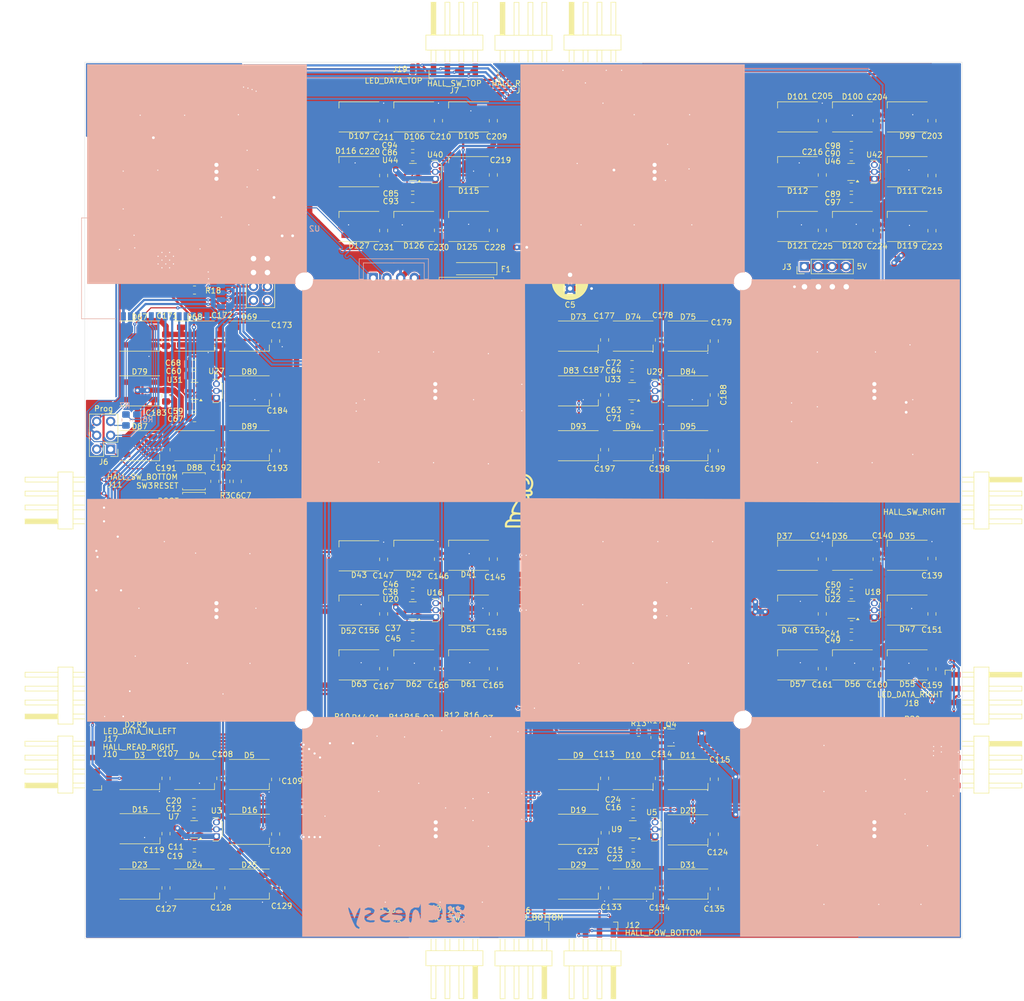
<source format=kicad_pcb>
(kicad_pcb (version 20240108) (generator "pcbnew") (generator_version "8.0")
  (layers (0 "F.Cu" signal) (31 "B.Cu" signal) (34 "B.Paste" user) (35 "F.Paste" user) (36 "B.SilkS" user "B.Silkscreen") (37 "F.SilkS" user "F.Silkscreen") (38 "B.Mask" user) (39 "F.Mask" user) (44 "Edge.Cuts" user))
  (net 0 "")
  (net 1 "GND")
  (net 2 "+3V3")
  (net 3 "+5V")
  (net 4 "GPIO0")
  (net 5 "EN")
  (net 6 "HALL_COL_SW7")
  (net 7 "HALL_ROW1")
  (net 8 "HALL_COL_SW6")
  (net 9 "HALL_COL_SW8")
  (net 10 "HALL_COL_SW5")
  (net 11 "HALL_ROW3")
  (net 12 "HALL_ROW4")
  (net 13 "HALL_ROW2")
  (net 14 "LED_DATA_IN1")
  (net 22 "LED_DATA_IN2")
  (net 36 "LED_DATA_OUT1")
  (net 50 "LED_DATA_OUT2")
  (net 53 "LED_DATA_IN4")
  (net 54 "LED_DATA_IN3")
  (net 55 "LED_DATA_OUT4")
  (net 56 "LED_DATA_OUT3")
  (net 57 "VBUS")
  (net 58 "USB_D-")
  (net 59 "USB_D+")
  (net 60 "HALL_ROW6")
  (net 61 "HALL_ROW8")
  (net 62 "HALL_ROW5")
  (net 63 "HALL_ROW7")
  (net 64 "HALL_POW2")
  (net 65 "HALL_POW3")
  (net 66 "HALL_POW1")
  (net 67 "HALL_POW4")
  (net 68 "HALL_COL_SW3")
  (net 69 "HALL_COL_SW2")
  (net 70 "HALL_COL_SW4")
  (net 71 "HALL_COL_SW1")
  (net 72 "GPIO47")
  (net 73 "GPIO12")
  (net 74 "GPIO48")
  (net 75 "GPIO11")
  (net 76 "GPIO2")
  (net 77 "GPIO10")
  (net 78 "GPIO9")
  (net 79 "Net-(Q1-G)")
  (net 80 "Net-(Q2-G)")
  (net 81 "Net-(Q3-G)")
  (net 82 "Net-(Q4-G)")
  (net 83 "TXD")
  (net 84 "RXD")
  (net 86 "Net-(D16-DOUT)")
  (net 88 "Net-(D10-DIN)")
  (net 89 "Net-(D11-DOUT)")
  (net 107 "Net-(D37-DOUT)")
  (net 110 "Net-(D40-DOUT)")
  (net 113 "Net-(D43-DOUT)")
  (net 122 "Net-(D69-DOUT)")
  (net 124 "Net-(D72-DOUT)")
  (net 125 "Net-(D75-DOUT)")
  (net 143 "Net-(D101-DOUT)")
  (net 146 "Net-(D104-DOUT)")
  (net 149 "Net-(D107-DOUT)")
  (net 158 "Net-(J6-Pin_5)")
  (net 159 "Net-(J6-Pin_3)")
  (net 160 "Net-(U1-EN)")
  (net 168 "GPIO1")
  (net 169 "Net-(D2-K)")
  (footprint "LED_SMD:LED_SK6812_PLCC4_5.0x5.0mm_P3.2mm" (layer "F.Cu") (at 145 40.5 180)
    (property "Reference" "D112")
    (property "Value" "SK6812")
  )
  (footprint "LED_SMD:LED_SK6812_PLCC4_5.0x5.0mm_P3.2mm" (layer "F.Cu") (at 85 90.5)
    (property "Reference" "D92")
    (property "Value" "SK6812")
  )
  (footprint "Capacitor_SMD:C_0805_2012Metric_Pad1.18x1.45mm_HandSolder" (layer "F.Cu") (at 109.8 91.2375 -90)
    (property "Reference" "C197")
    (property "Value" "100n")
  )
  (footprint "Capacitor_SMD:C_0805_2012Metric_Pad1.18x1.45mm_HandSolder" (layer "F.Cu") (at 154.8375 123.2 180)
    (property "Reference" "C41")
    (property "Value" "100n")
  )
  (footprint "LED_SMD:LED_SK6812_PLCC4_5.0x5.0mm_P3.2mm" (layer "F.Cu") (at 145 50.5 180)
    (property "Reference" "D121")
    (property "Value" "SK6812")
  )
  (footprint "Capacitor_SMD:C_0805_2012Metric_Pad1.18x1.45mm_HandSolder" (layer "F.Cu") (at 35 77.7)
    (property "Reference" "C60")
    (property "Value" "100n")
  )
  (footprint "Capacitor_SMD:C_0805_2012Metric_Pad1.18x1.45mm_HandSolder" (layer "F.Cu") (at 69.8 71.2 -90)
    (property "Reference" "C174")
    (property "Value" "100n")
  )
  (footprint "Package_TO_SOT_SMD:SOT-23" (layer "F.Cu") (at 74.8375 40.55 180)
    (property "Reference" "U44")
    (property "Value" "SS41F")
  )
  (footprint "LED_SMD:LED_SK6812_PLCC4_5.0x5.0mm_P3.2mm" (layer "F.Cu") (at 105 40.6 180)
    (property "Reference" "D114")
    (property "Value" "SK6812")
  )
  (footprint "LED_SMD:LED_SK6812_PLCC4_5.0x5.0mm_P3.2mm" (layer "F.Cu") (at 65 50.5 180)
    (property "Reference" "D127")
    (property "Value" "SK6812")
  )
  (footprint "LED_SMD:LED_SK6812_PLCC4_5.0x5.0mm_P3.2mm" (layer "F.Cu") (at 65 110.6 180)
    (property "Reference" "D43")
    (property "Value" "SK6812")
  )
  (footprint "LED_SMD:LED_SK6812_PLCC4_5.0x5.0mm_P3.2mm" (layer "F.Cu") (at 25 130.5 180)
    (property "Reference" "D66")
    (property "Value" "SK6812")
  )
  (footprint "Capacitor_SMD:C_0805_2012Metric_Pad1.18x1.45mm_HandSolder" (layer "F.Cu") (at 109.8 71.2 -90)
    (property "Reference" "C177")
    (property "Value" "100n")
  )
  (footprint "Capacitor_SMD:C_0805_2012Metric_Pad1.18x1.45mm_HandSolder" (layer "F.Cu") (at 34.8625 123.2 180)
    (property "Reference" "C35")
    (property "Value" "100n")
  )
  (footprint "Capacitor_SMD:C_0805_2012Metric_Pad1.18x1.45mm_HandSolder" (layer "F.Cu") (at 79.8 71.2375 -90)
    (property "Reference" "C175")
    (property "Value" "100n")
  )
  (footprint "Capacitor_SMD:C_0805_2012Metric_Pad1.18x1.45mm_HandSolder" (layer "F.Cu") (at 74.8 117.8)
    (property "Reference" "C38")
    (property "Value" "100n")
  )
  (footprint "Capacitor_SMD:C_0805_2012Metric_Pad1.18x1.45mm_HandSolder" (layer "F.Cu") (at 74.8 123.3 180)
    (property "Reference" "C37")
    (property "Value" "100n")
  )
  (footprint "Capacitor_SMD:C_0805_2012Metric_Pad1.18x1.45mm_HandSolder" (layer "F.Cu") (at 29.5 51.2 90)
    (property "Reference" "C234")
    (property "Value" "100n")
  )
  (footprint "Capacitor_SMD:C_0805_2012Metric_Pad1.18x1.45mm_HandSolder" (layer "F.Cu") (at 129.5 111.2 90)
    (property "Reference" "C142")
    (property "Value" "100n")
  )
  (footprint "Connector_Harwin:Harwin_M20-89004xx_1x04_P2.54mm_Horizontal" (layer "F.Cu") (at 82.4 16.475 90)
    (property "Reference" "J7")
    (property "Value" "HALL_SW_TOP")
  )
  (footprint "Package_TO_SOT_THT:TO-92Flat" (layer "F.Cu") (at 39 41.79 90)
    (property "Reference" "U39")
    (property "Value" "A3144")
  )
  (footprint "Capacitor_SMD:C_0805_2012Metric_Pad1.18x1.45mm_HandSolder" (layer "F.Cu") (at 109.9 161.1375 -90)
    (property "Reference" "C123")
    (property "Value" "100n")
  )
  (footprint "LED_SMD:LED_SK6812_PLCC4_5.0x5.0mm_P3.2mm" (layer "F.Cu") (at 145 150.5)
    (property "Reference" "D12")
    (property "Value" "SK6812")
  )
  (footprint "Diode_SMD:D_SOD-523" (layer "F.Cu") (at 75.1 64.2 90)
    (property "Reference" "D131")
    (property "Value" "LESD5D5.0CT1G")
  )
  (footprint "LED_SMD:LED_SK6812_PLCC4_5.0x5.0mm_P3.2mm" (layer "F.Cu") (at 125 70.5)
    (property "Reference" "D75")
    (property "Value" "SK6812")
  )
  (footprint "LED_SMD:LED_SK6812_PLCC4_5.0x5.0mm_P3.2mm" (layer "F.Cu") (at 145 130.5 180)
    (property "Reference" "D57")
    (property "Value" "SK6812")
  )
  (footprint "LED_SMD:LED_SK6812_PLCC4_5.0x5.0mm_P3.2mm" (layer "F.Cu") (at 105 110.5 180)
    (property "Reference" "D40")
    (property "Value" "SK6812")
  )
  (footprint "LED_SMD:LED_SK6812_PLCC4_5.0x5.0mm_P3.2mm" (layer "F.Cu") (at 75 70.5)
    (property "Reference" "D71")
    (property "Value" "SK6812")
  )
  (footprint "LED_SMD:LED_SK6812_PLCC4_5.0x5.0mm_P3.2mm" (layer "F.Cu") (at 165 160.5)
    (property "Reference" "D22")
    (property "Value" "SK6812")
  )
  (footprint "Capacitor_SMD:C_0805_2012Metric_Pad1.18x1.45mm_HandSolder" (layer "F.Cu") (at 154.8 45.4 180)
    (property "Reference" "C97")
    (property "Value" "100n")
  )
  (footprint "Capacitor_SMD:C_0805_2012Metric_Pad1.18x1.45mm_HandSolder" (layer "F.Cu") (at 74.8 37.8)
    (property "Reference" "C86")
    (property "Value" "100n")
  )
  (footprint "LED_SMD:LED_SK6812_PLCC4_5.0x5.0mm_P3.2mm" (layer "F.Cu") (at 35 90.5)
    (property "Reference" "D88")
    (property "Value" "SK6812")
  )
  (footprint "Capacitor_SMD:C_0805_2012Metric_Pad1.18x1.45mm_HandSolder" (layer "F.Cu") (at 34.9 157.7)
    (property "Reference" "C12")
    (property "Value" "100n")
  )
  (footprint "Capacitor_SMD:C_0805_2012Metric_Pad1.18x1.45mm_HandSolder" (layer "F.Cu") (at 129.8 81.2375 -90)
    (property "Reference" "C188")
    (property "Value" "100n")
  )
  (footprint "LED_SMD:LED_SK6812_PLCC4_5.0x5.0mm_P3.2mm" (layer "F.Cu") (at 155 90.5)
    (property "Reference" "D97")
    (property "Value" "SK6812")
  )
  (footprint "Capacitor_SMD:C_0805_2012Metric_Pad1.18x1.45mm_HandSolder" (layer "F.Cu") (at 114.8 77.8)
    (property "Reference" "C64")
    (property "Value" "100n")
  )
  (footprint "Capacitor_SMD:C_0805_2012Metric_Pad1.18x1.45mm_HandSolder" (layer "F.Cu") (at 39.8 91.2 -90)
    (property "Reference" "C192")
    (property "Value" "100n")
  )
  (footprint "LED_SMD:LED_SK6812_PLCC4_5.0x5.0mm_P3.2mm" (layer "F.Cu") (at 25 110.5 180)
    (property "Reference" "D46")
    (property "Value" "SK6812")
  )
  (footprint "Capacitor_SMD:C_0805_2012Metric_Pad1.18x1.45mm_HandSolder" (layer "F.Cu") (at 155 157.7)
    (property "Reference" "C18")
    (property "Value" "100n")
  )
  (footprint "LED_SMD:LED_SK6812_PLCC4_5.0x5.0mm_P3.2mm" (layer "F.Cu") (at 25 50.5 180)
    (property "Reference" "D110")
    (property "Value" "SK6812")
  )
  (footprint "Capacitor_SMD:C_0805_2012Metric_Pad1.18x1.45mm_HandSolder" (layer "F.Cu") (at 49.5 121.2 90)
    (property "Reference" "C157")
    (property "Value" "100n")
  )
  (footprint "Package_TO_SOT_SMD:SOT-23" (layer "F.Cu") (at 154.8125 120.45 180)
    (property "Reference" "U22")
    (property "Value" "SS41F")
  )
  (footprint "Connector_Harwin:Harwin_M20-89004xx_1x04_P2.54mm_Horizontal" (layer "F.Cu") (at 82.4 184.5 -90)
    (property "Reference" "J15")
    (property "Value" "HALL_SW_LEFT")
  )
  (footprint "LED_SMD:LED_SK6812_PLCC4_5.0x5.0mm_P3.2mm" (layer "F.Cu") (at 165 170.5)
    (property "Reference" "D34")
    (property "Value" "SK6812")
  )
  (footprint "Capacitor_SMD:C_0805_2012Metric_Pad1.18x1.45mm_HandSolder" (layer "F.Cu") (at 49.5 111.2 90)
    (property "Reference" "C148")
    (property "Value" "100n")
  )
  (footprint "Capacitor_SMD:C_0805_2012Metric_Pad1.18x1.45mm_HandSolder" (layer "F.Cu") (at 155.0375 163.3 180)
    (property "Reference" "C17")
    (property "Value" "100n")
  )
  (footprint "Resistor_SMD:R_0805_2012Metric_Pad1.20x1.40mm_HandSolder" (layer "F.Cu") (at 71.8375 141.7)
    (property "Reference" "R11")
    (property "Value" "150")
  )
  (footprint "Capacitor_SMD:C_0805_2012Metric_Pad1.18x1.45mm_HandSolder" (layer "F.Cu") (at 159.5 31.2 90)
    (property "Reference" "C204")
    (property "Value" "100n")
  )
  (footprint "LED_SMD:LED_SK6812_PLCC4_5.0x5.0mm_P3.2mm" (layer "F.Cu") (at 45.05 160.5)
    (property "Reference" "D16")
    (property "Value" "SK6812")
  )
  (footprint "LED_SMD:LED_SK6812_PLCC4_5.0x5.0mm_P3.2mm" (layer "F.Cu") (at 65 80.5)
    (property "Reference" "D81")
    (property "Value" "SK6812")
  )
  (footprint "Capacitor_SMD:C_0805_2012Metric_Pad1.18x1.45mm_HandSolder" (layer "F.Cu") (at 35 163.3 180)
    (property "Reference" "C11")
    (property "Value" "100n")
  )
  (footprint "Package_TO_SOT_SMD:SOT-23" (layer "F.Cu") (at 121.9375 143.75)
    (property "Reference" "Q4")
    (property "Value" "AO3400A")
  )
  (footprint "Capacitor_SMD:C_0805_2012Metric_Pad1.18x1.45mm_HandSolder" (layer "F.Cu") (at 149.9 161.1375 -90)
    (property "Reference" "C125")
    (property "Value" "100n")
  )
  (footprint "Capacitor_SMD:C_0805_2012Metric_Pad1.18x1.45mm_HandSolder" (layer "F.Cu") (at 79.5 131.2 90)
    (property "Reference" "C166")
    (property "Value" "100n")
  )
  (footprint "Capacitor_SMD:C_0805_2012Metric_Pad1.18x1.45mm_HandSolder" (layer "F.Cu") (at 115 155.6)
    (property "Reference" "C24")
    (property "Value" "100n")
  )
  (footprint "Capacitor_SMD:C_0805_2012Metric_Pad1.18x1.45mm_HandSolder" (layer "F.Cu") (at 69.5 121.2 90)
    (property "Reference" "C156")
    (property "Value" "100n")
  )
  (footprint "LED_SMD:LED_SK6812_PLCC4_5.0x5.0mm_P3.2mm" (layer "F.Cu") (at 155 110.5 180)
    (property "Reference" "D36")
    (property "Value" "SK6812")
  )
  (footprint "Connector_Harwin:Harwin_M20-89004xx_1x04_P2.54mm_Horizontal" (layer "F.Cu") (at 95 16.5 90)
    (property "Reference" "J13")
    (property "Value" "HALL_READ_TOP")
  )
  (footprint "Capacitor_SMD:C_0805_2012Metric_Pad1.18x1.45mm_HandSolder" (layer "F.Cu") (at 35 75.6)
    (property "Reference" "C68")
    (property "Value" "100n")
  )
  (footprint "Capacitor_SMD:C_0805_2012Metric_Pad1.18x1.45mm_HandSolder" (layer "F.Cu") (at 89.5 131.2 90)
    (property "Reference" "C165")
    (property "Value" "100n")
  )
  (footprint "LED_SMD:LED_SK6812_PLCC4_5.0x5.0mm_P3.2mm" (layer "F.Cu") (at 125 130.5 180)
    (property "Reference" "D58")
    (property "Value" "SK6812")
  )
  (footprint "Package_TO_SOT_SMD:SOT-23" (layer "F.Cu") (at 34.7625 40.55 180)
    (property "Reference" "U43")
    (property "Value" "SS41F")
  )
  (footprint "LED_SMD:LED_SK6812_PLCC4_5.0x5.0mm_P3.2mm" (layer "F.Cu") (at 85 160.5)
    (property "Reference" "D18")
    (property "Value" "SK6812")
  )
  (footprint "Capacitor_SMD:C_0805_2012Metric_Pad1.18x1.45mm_HandSolder" (layer "F.Cu") (at 34.8 115.6)
    (property "Reference" "C44")
    (property "Value" "100n")
  )
  (footprint "Capacitor_SMD:C_0805_2012Metric_Pad1.18x1.45mm_HandSolder" (layer "F.Cu") (at 34.8 125.3 180)
    (property "Reference" "C43")
    (property "Value" "100n")
  )
  (footprint "LED_SMD:LED_SK6812_PLCC4_5.0x5.0mm_P3.2mm" (layer "F.Cu") (at 145 160.5)
    (property "Reference" "D21")
    (property "Value" "SK6812")
  )
  (footprint "LED_SMD:LED_SK6812_PLCC4_5.0x5.0mm_P3.2mm" (layer "F.Cu") (at 85 110.5 180)
    (property "Reference" "D41")
    (property "Value" "SK6812")
  )
  (footprint "Capacitor_SMD:C_0805_2012Metric_Pad1.18x1.45mm_HandSolder" (layer "F.Cu") (at 79.8 91.1375 -90)
    (property "Reference" "C195")
    (property "Value" "100n")
  )
  (footprint "Connector_PinHeader_2.54mm:PinHeader_1x04_P2.54mm_Vertical" (layer "F.Cu") (at 146.21 57.8 90)
    (property "Reference" "J3")
    (property "Value" "5V")
  )
  (footprint "Fuse:Fuseholder_Littelfuse_Nano2_154x" (layer "F.Cu") (at 84.6 62.4)
    (property "Reference" "F1")
    (property "Value" "Fuse")
  )
  (footprint "Capacitor_SMD:C_0805_2012Metric_Pad1.18x1.45mm_HandSolder" (layer "F.Cu") (at 39.8 71.2 -90)
    (property "Reference" "C172")
    (property "Value" "100n")
  )
  (footprint "Resistor_SMD:R_0805_2012Metric_Pad1.20x1.40mm_HandSolder" (layer "F.Cu") (at 169.5 140.4 -90)
    (property "Reference" "R20")
    (property "Value" "0R")
  )
  (footprint "Capacitor_SMD:C_0805_2012Metric_Pad1.18x1.45mm_HandSolder" (layer "F.Cu") (at 169.5 111.1 90)
    (property "Reference" "C139")
    (property "Value" "100n")
  )
  (footprint "LED_SMD:LED_SK6812_PLCC4_5.0x5.0mm_P3.2mm" (layer "F.Cu") (at 85 120.5 180)
    (property "Reference" "D51")
    (property "Value" "SK6812")
  )
  (footprint "Capacitor_SMD:C_0805_2012Metric_Pad1.18x1.45mm_HandSolder" (layer "F.Cu") (at 74.8 83.3 180)
    (property "Reference" "C61")
    (property "Value" "100n")
  )
  (footprint "LED_SMD:LED_SK6812_PLCC4_5.0x5.0mm_P3.2mm" (layer "F.Cu") (at 115 170.5)
    (property "Reference" "D30")
    (property "Value" "SK6812")
  )
  (footprint "Capacitor_SMD:C_0805_2012Metric_Pad1.18x1.45mm_HandSolder" (layer "F.Cu") (at 79.5 31.2 90)
    (property "Reference" "C210")
    (property "Value" "100n")
  )
  (footprint "Package_TO_SOT_SMD:SOT-23" (layer "F.Cu") (at 114.9375 160.5 180)
    (property "Reference" "U9")
    (property "Value" "SS41F")
  )
  (footprint "Capacitor_SMD:C_0805_2012Metric_Pad1.18x1.45mm_HandSolder" (layer "F.Cu") (at 89.8 171.3625 -90)
    (property "Reference" "C132")
    (property "Value" "100n")
  )
  (footprint "Capacitor_SMD:C_0805_2012Metric_Pad1.18x1.45mm_HandSolder" (layer "F.Cu") (at 69.8 81.2375 -90)
    (property "Reference" "C185")
    (property "Value" "100n")
  )
  (footprint "Capacitor_SMD:C_0805_2012Metric_Pad1.18x1.45mm_HandSolder" (layer "F.Cu") (at 149.5 121.2 90)
    (property "Reference" "C152")
    (property "Value" "100n")
  )
  (footprint "LED_SMD:LED_SK6812_PLCC4_5.0x5.0mm_P3.2mm" (layer "F.Cu") (at 125 150.5)
    (property "Reference" "D11")
    (property "Value" "SK6812")
  )
  (footprint "LED_SMD:LED_SK6812_PLCC4_5.0x5.0mm_P3.2mm" (layer "F.Cu") (at 45 50.5 180)
    (property "Reference" "D108")
    (property "Value" "SK6812")
  )
  (footprint "Resistor_SMD:R_0805_2012Metric_Pad1.20x1.40mm_HandSolder" (layer "F.Cu") (at 35 62.1)
    (property "Reference" "R18")
    (property "Value" "5K")
  )
  (footprint "Connector_PinHeader_2.54mm:PinHeader_1x04_P2.54mm_Vertical" (layer "F.Cu") (at 146.25 61.5 90)
    (property "Reference" "J1")
    (property "Value" "GND")
  )
  (footprint "Capacitor_SMD:C_0805_2012Metric_Pad1.18x1.45mm_HandSolder" (layer "F.Cu") (at 154.8 37.8)
    (property "Reference" "C90")
    (property "Value" "100n")
  )
  (footprint "Package_TO_SOT_SMD:SOT-23" (layer "F.Cu") (at 34.8125 120.45 180)
    (property "Reference" "U19")
    (property "Value" "SS41F")
  )
  (footprint "MountingHole:MountingHole_3.2mm_M3" (layer "F.Cu") (at 135 140.5)
    (property "Reference" "REF**" (hide yes))
    (property "Value" "MountingHole_3.2mm_M3")
  )
  (footprint "Package_TO_SOT_THT:TO-92Flat" (layer "F.Cu") (at 159 41.79 90)
    (property "Reference" "U42")
    (property "Value" "A3144")
  )
  (footprint "LED_SMD:LED_SK6812_PLCC4_5.0x5.0mm_P3.2mm" (layer "F.Cu") (at 155 150.5)
    (property "Reference" "D13")
    (property "Value" "SK6812")
  )
  (footprint "LED_SMD:LED_SK6812_PLCC4_5.0x5.0mm_P3.2mm" (layer "F.Cu") (at 125 120.5 180)
    (property "Reference" "D49")
    (property "Value" "SK6812")
  )
  (footprint "Resistor_SMD:R_0805_2012Metric_Pad1.20x1.40mm_HandSolder" (layer "F.Cu") (at 83.5375 142.65 90)
    (property "Reference" "R12")
    (property "Value" "150")
  )
  (footprint "LED_SMD:LED_SK6812_PLCC4_5.0x5.0mm_P3.2mm" (layer "F.Cu") (at 145 90.5)
    (property "Reference" "D96")
    (property "Value" "SK6812")
  )
  (footprint "Diode_SMD:D_SOD-523" (layer "F.Cu") (at 67.6 64.2 90)
    (property "Reference" "D133")
    (property "Value" "LESD5D5.0CT1G")
  )
  (footprint "Capacitor_SMD:C_0805_2012Metric_Pad1.18x1.45mm_HandSolder" (layer "F.Cu") (at 149.8 71.2375 -90)
    (property "Reference" "C180")
    (property "Value" "100n")
  )
  (footprint "Capacitor_SMD:C_0805_2012Metric_Pad1.18x1.45mm_HandSolder" (layer "F.Cu") (at 29.8 161.3 -90)
    (property "Reference" "C119")
    (property "Value" "100n")
  )
  (footprint "Package_TO_SOT_SMD:SOT-23" (layer "F.Cu") (at 114.7625 40.55 180)
    (property "Reference" "U45")
    (property "Value" "SS41F")
  )
  (footprint "Capacitor_SMD:C_0805_2012Metric_Pad1.18x1.45mm_HandSolder" (layer "F.Cu") (at 89.8 151.3625 -90)
    (property "Reference" "C112")
    (property "Value" "100n")
  )
  (footprint "Capacitor_SMD:C_0805_2012Metric_Pad1.18x1.45mm_HandSolder" (layer "F.Cu") (at 129.8 161.4 -90)
    (property "Reference" "C124")
    (property "Value" "100n")
  )
  (footprint "LED_SMD:LED_SK6812_PLCC4_5.0x5.0mm_P3.2mm" (layer "F.Cu") (at 45 110.5 180)
    (property "Reference" "D44")
    (property "Value" "SK6812")
  )
  (footprint "Connector_Harwin:Harwin_M20-89004xx_1x04_P2.54mm_Horizontal" (layer "F.Cu") (at 107.59 184.525 -90)
    (property "Reference" "J12")
    (property "Value" "HALL_POW_BOTTOM")
  )
  (footprint "Connector_Harwin:Harwin_M20-89004xx_1x04_P2.54mm_Horizontal" (layer "F.Cu") (at 107.59 16.475 90)
    (property "Reference" "J8")
    (property "Value" "HALL_POW_TOP")
  )
  (footprint "Capacitor_SMD:C_0805_2012Metric_Pad1.18x1.45mm_HandSolder" (layer "F.Cu") (at 149.5 131.2 90)
    (property "Reference" "C161")
    (property "Value" "100n")
  )
  (footprint "LED_SMD:LED_SK6812_PLCC4_5.0x5.0mm_P3.2mm" (layer "F.Cu") (at 35 50.5 180)
    (property "Reference" "D109")
    (property "Value" "SK6812")
  )
  (footprint "Capacitor_SMD:C_0805_2012Metric_Pad1.18x1.45mm_HandSolder" (layer "F.Cu") (at 154.8 77.7)
    (property "Reference" "C66")
    (property "Value" "100n")
  )
  (footprint "Package_TO_SOT_THT:TO-92Flat" (layer "F.Cu") (at 119 161.77 90)
    (property "Reference" "U5")
    (property "Value" "A3144")
  )
  (footprint "Resistor_SMD:R_0805_2012Metric_Pad1.20x1.40mm_HandSolder" (layer "F.Cu") (at 118.975 143.75 -90)
    (property "Reference" "R17")
    (property "Value" "10K")
  )
  (footprint "Capacitor_SMD:C_0805_2012Metric_Pad1.18x1.45mm_HandSolder" (layer "F.Cu") (at 29.8 91.2375 -90)
    (property "Reference" "C191")
    (property "Value" "100n")
  )
  (footprint "LED_SMD:LED_SK6812_PLCC4_5.0x5.0mm_P3.2mm" (layer "F.Cu") (at 25.05 30.5 180)
    (property "Reference" "D128")
    (property "Value" "SK6812")
  )
  (footprint "Capacitor_SMD:C_0805_2012Metric_Pad1.18x1.45mm_HandSolder" (layer "F.Cu") (at 159.8 91.2 -90)
    (property "Reference" "C201")
    (property "Value" "100n")
  )
  (footprint "Resistor_SMD:R_0805_2012Metric_Pad1.20x1.40mm_HandSolder" (layer "F.Cu") (at 62.9 142.6 90)
    (property "Reference" "R10")
    (property "Value" "150")
  )
  (footprint "Capacitor_SMD:C_0805_2012Metric_Pad1.18x1.45mm_HandSolder" (layer "F.Cu") (at 75 165.4 180)
    (property "Reference" "C21")
    (property "Value" "100n")
  )
  (footprint "Capacitor_SMD:C_0805_2012Metric_Pad1.18x1.45mm_HandSolder" (layer "F.Cu") (at 34.8 35.7)
    (property "Reference" "C92")
    (property "Value" "100n")
  )
  (footprint "Capacitor_SMD:C_0805_2012Metric_Pad1.18x1.45mm_HandSolder" (layer "F.Cu") (at 154.8 43.3 180)
    (property "Reference" "C89")
    (property "Value" "100n")
  )
  (footprint "LED_SMD:LED_SK6812_PLCC4_5.0x5.0mm_P3.2mm" (layer "F.Cu") (at 45 170.5)
    (property "Reference" "D25")
    (property "Value" "SK6812")
  )
  (footprint "LED_SMD:LED_SK6812_PLCC4_5.0x5.0mm_P3.2mm" (layer "F.Cu") (at 65 40.5 180)
    (property "Reference" "D116")
    (property "Value" "SK6812")
  )
  (footprint "Connector_PinHeader_2.54mm:PinHeader_2x04_P2.54mm_Vertical" (layer "F.Cu") (at 45.76 56.36)
    (property "Reference" "J5")
    (property "Value" "PINS")
  )
  (footprint "Package_TO_SOT_SMD:SOT-23" (layer "F.Cu") (at 34.9375 160.5 180)
    (property "Reference" "U7")
    (property "Value" "SS41F")
  )
  (footprint "LED_SMD:LED_SK6812_PLCC4_5.0x5.0mm_P3.2mm" (layer "F.Cu") (at 145 110.5 180)
    (property "Reference" "D37")
    (property "Value" "SK6812")
  )
  (footprint "LED_SMD:LED_SK6812_PLCC4_5.0x5.0mm_P3.2mm" (layer "F.Cu") (at 155 30.5 180)
    (property "Reference" "D100")
    (property "Value" "SK6812")
  )
  (footprint "Resistor_SMD:R_0805_2012Metric_Pad1.20x1.40mm_HandSolder" (layer "F.Cu") (at 25.4 138.7 90)
    (property "Reference" "R2")
    (property "Value" "10K")
  )
  (footprint "Package_TO_SOT_THT:TO-92Flat" (layer "F.Cu") (at 78.915 41.79 90)
    (property "Reference" "U40")
    (property "Value" "A3144")
  )
  (footprint "LED_SMD:LED_SK6812_PLCC4_5.0x5.0mm_P3.2mm" (layer "F.Cu") (at 75 170.5)
    (property "Reference" "D27")
    (property "Value" "SK6812")
  )
  (footprint "Capacitor_SMD:C_0805_2012Metric_Pad1.18x1.45mm_HandSolder" (layer "F.Cu") (at 69.5 51.2375 90)
    (property "Reference" "C231")
    (property "Value" "100n")
  )
  (footprint "Capacitor_SMD:C_0805_2012Metric_Pad1.18x1.45mm_HandSolder" (layer "F.Cu") (at 149.8 151.2 -90)
    (property "Reference" "C116")
    (property "Value" "100n")
  )
  (footprint "Capacitor_SMD:C_0805_2012Metric_Pad1.18x1.45mm_HandSolder" (layer "F.Cu") (at 169.8 161 -90)
    (property "Reference" "C126")
    (property "Value" "100n")
  )
  (footprint "Package_TO_SOT_THT:TO-92Flat" (layer "F.Cu") (at 39 121.77 90)
    (property "Reference" "U15")
    (property "Value" "A3144")
  )
  (footprint "Capacitor_SMD:C_0805_2012Metric_Pad1.18x1.45mm_HandSolder" (layer "F.Cu") (at 74.7625 85.4 180)
    (property "Reference" "C69")
    (property "Value" "100n")
  )
  (footprint "Capacitor_SMD:C_0805_2012Metric_Pad1.18x1.45mm_HandSolder" (layer "F.Cu") (at 154.8 85.3 180)
    (property "Reference" "C73")
    (property "Value" "100n")
  )
  (footprint "Capacitor_SMD:C_0805_2012Metric_Pad1.18x1.45mm_HandSolder" (layer "F.Cu") (at 169.5 31.2 90)
    (property "Reference" "C203")
    (property "Value" "100n")
  )
  (footprint "Capacitor_SMD:C_0805_2012Metric_Pad1.18x1.45mm_HandSolder" (layer "F.Cu") (at 89.5 111.2 90)
    (property "Reference" "C145")
    (property "Value" "100n")
  )
  (footprint "Package_TO_SOT_THT:TO-92Flat" (layer "F.Cu") (at 159 81.79 90)
    (property "Reference" "U30")
    (property "Value" "A3144")
  )
  (footprint "Capacitor_SMD:C_0805_2012Metric_Pad1.18x1.45mm_HandSolder" (layer "F.Cu") (at 119.8 171.2375 -90)
    (property "Reference" "C134")
    (property "Value" "100n")
  )
  (footprint "Capacitor_SMD:C_0805_2012Metric_Pad1.18x1.45mm_HandSolder" (layer "F.Cu") (at 159.8 71.2375 -90)
    (property "Reference" "C181")
    (property "Value" "100n")
  )
  (footprint "Capacitor_SMD:C_0805_2012Metric_Pad1.18x1.45mm_HandSolder" (layer "F.Cu") (at 129.5 121.2 90)
    (property "Reference" "C153")
    (property "Value" "100n")
  )
  (footprint "Capacitor_SMD:C_0805_2012Metric_Pad1.18x1.45mm_HandSolder" (layer "F.Cu") (at 149.5 111.2 90)
    (property "Reference" "C141")
    (property "Value" "100n")
  )
  (footprint "Capacitor_SMD:C_0805_2012Metric_Pad1.18x1.45mm_HandSolder" (layer "F.Cu") (at 114.8 37.8)
    (property "Reference" "C88")
    (property "Value" "100n")
  )
  (footprint "Connector_Harwin:Harwin_M20-89004xx_1x04_P2.54mm_Horizontal" (layer "F.Cu") (at 11 136.1 180)
    (property "Reference" "J17")
    (property "Value" "LED_DATA_IN_LEFT")
  )
  (footprint "Capacitor_SMD:C_0805_2012Metric_Pad1.18x1.45mm_HandSolder" (layer "F.Cu") (at 149.8 91.2 -90)
    (property "Reference" "C200")
    (property "Value" "100n")
  )
  (footprint "Capacitor_SMD:C_0805_2012Metric_Pad1.18x1.45mm_HandSolder" (layer "F.Cu") (at 109.5 131.2 90)
    (property "Reference" "C164")
    (property "Value" "100n")
  )
  (footprint "Button_Switch_SMD:SW_Push_SPST_NO_Alps_SKRK" (layer "F.Cu") (at 34.9 100.6 180)
    (property "Reference" "SW1")
    (property "Value" "BOOT")
  )
  (footprint "LED_SMD:LED_SK6812_PLCC4_5.0x5.0mm_P3.2mm" (layer "F.Cu") (at 115 50.5 180)
    (property "Reference" "D123")
    (property "Value" "SK6812")
  )
  (footprint "LED_SMD:LED_SK6812_PLCC4_5.0x5.0mm_P3.2mm" (layer "F.Cu") (at 165 110.5 180)
    (property "Reference" "D35")
    (property "Value" "SK6812")
  )
  (footprint "Capacitor_SMD:C_0805_2012Metric_Pad1.18x1.45mm_HandSolder" (layer "F.Cu") (at 114.8 83.3 180)
    (property "Reference" "C63")
    (property "Value" "100n")
  )
  (footprint "LED_SMD:LED_SK6812_PLCC4_5.0x5.0mm_P3.2mm" (layer "F.Cu") (at 105 30.5 180)
    (property "Reference" "D104")
    (property "Value" "SK6812")
  )
  (footprint "Capacitor_SMD:C_0805_2012Metric_Pad1.18x1.45mm_HandSolder" (layer "F.Cu") (at 29.8 81.4 -90)
    (property "Reference" "C183")
    (property "Value" "100n")
  )
  (footprint "LED_SMD:LED_SK6812_PLCC4_5.0x5.0mm_P3.2mm" (layer "F.Cu") (at 85 70.5)
    (property "Reference" "D72")
    (property "Value" "SK6812")
  )
  (footprint "Capacitor_SMD:C_0805_2012Metric_Pad1.18x1.45mm_HandSolder" (layer "F.Cu") (at 129.8 91.4 -90)
    (property "Reference" "C199")
    (property "Value" "100n")
  )
  (footprint "Connector_Harwin:Harwin_M20-89004xx_1x04_P2.54mm_Horizontal" (layer "F.Cu") (at 179 136.1)
    (property "Reference" "J18")
    (property "Value" "LED_DATA_RIGHT")
  )
  (footprint "LED_SMD:LED_SK6812_PLCC4_5.0x5.0mm_P3.2mm" (layer "F.Cu") (at 105 70.5)
    (property "Reference" "D73")
    (property "Value" "SK6812")
  )
  (footprint "LED_SMD:LED_SK6812_PLCC4_5.0x5.0mm_P3.2mm" (layer "F.Cu") (at 85 130.5 180)
    (property "Reference" "D61")
    (property "Value" "SK6812")
  )
  (footprint "Capacitor_SMD:C_0805_2012Metric_Pad1.18x1.45mm_HandSolder" (layer "F.Cu") (at 169.5 131.2625 90)
    (property "Reference" "C159")
    (property "Value" "100n")
  )
  (footprint "Capacitor_SMD:C_0805_2012Metric_Pad1.18x1.45mm_HandSolder" (layer "F.Cu") (at 74.8 75.7)
    (property "Reference" "C70")
    (property "Value" "100n")
  )
  (footprint "Capacitor_SMD:C_0805_2012Metric_Pad1.18x1.45mm_HandSolder" (layer "F.Cu") (at 39.5 111.2 90)
    (property "Reference" "C149")
    (property "Value" "100n")
  )
  (footprint "Capacitor_SMD:C_0805_2012Metric_Pad1.18x1.45mm_HandSolder" (layer "F.Cu") (at 114.8 43.3 180)
    (property "Reference" "C87")
    (property "Value" "100n")
  )
  (footprint "LED_SMD:LED_SK6812_PLCC4_5.0x5.0mm_P3.2mm" (layer "F.Cu") (at 165 130.5 180)
    (property "Reference" "D55")
    (property "Value" "SK6812")
  )
  (footprint "Capacitor_SMD:C_0805_2012Metric_Pad1.18x1.45mm_HandSolder" (layer "F.Cu") (at 39.5 131.2 90)
    (property "Reference" "C169")
    (property "Value" "100n")
  )
  (footprint "Capacitor_SMD:C_0805_2012Metric_Pad1.18x1.45mm_HandSolder" (layer "F.Cu") (at 129.5 31.2 90)
    (property "Reference" "C206")
    (property "Value" "100n")
  )
  (footprint "LED_SMD:LED_SK6812_PLCC4_5.0x5.0mm_P3.2mm" (layer "F.Cu") (at 25.05 160.4)
    (property "Reference" "D15")
    (property "Value" "SK6812")
  )
  (footprint "Package_TO_SOT_THT:TO-92Flat" (layer "F.Cu") (at 78.915 81.79 90)
    (property "Reference" "U28")
    (property "Value" "A3144")
  )
  (footprint "LED_SMD:LED_SK6812_PLCC4_5.0x5.0mm_P3.2mm" (layer "F.Cu") (at 125 50.5 180)
    (property "Reference" "D122")
    (property "Value" "SK6812")
  )
  (footprint "Capacitor_SMD:C_0805_2012Metric_Pad1.18x1.45mm_HandSolder" (layer "F.Cu") (at 74.8 45.4 180)
    (property "Reference" "C93")
    (property "Value" "100n")
  )
  (footprint "Resistor_SMD:R_0805_2012Metric_Pad1.20x1.40mm_HandSolder" (layer "F.Cu") (at 35 60.1)
    (property "Reference" "R8")
    (property "Value" "5K")
  )
  (footprint "Capacitor_SMD:C_0805_2012Metric_Pad1.18x1.45mm_HandSolder" (layer "F.Cu") (at 159.5 131.2375 90)
    (property "Reference" "C160")
    (property "Value" "100n")
  )
  (footprint "Resistor_SMD:R_0805_2012Metric_Pad1.20x1.40mm_HandSolder" (layer "F.Cu") (at 27.4 101.3 -90)
    (property "Reference" "R21")
    (property "Value" "0R")
  )
  (footprint "Capacitor_SMD:C_0805_2012Metric_Pad1.18x1.45mm_HandSolder" (layer "F.Cu") (at 119.8 91.2 -90)
    (property "Reference" "C198")
    (property "Value" "100n")
  )
  (footprint "Capacitor_SMD:C_0805_2012Metric_Pad1.18x1.45mm_HandSolder" (layer "F.Cu") (at 159.8 151.2 -90)
    (property "Reference" "C117")
    (property "Value" "100n")
  )
  (footprint "Capacitor_SMD:C_0805_2012Metric_Pad1.18x1.45mm_HandSolder" (layer "F.Cu") (at 109.8 81.2375 -90)
    (property "Reference" "C187")
    (property "Value" "100n")
  )
  (footprint "LED_SMD:LED_SK6812_PLCC4_5.0x5.0mm_P3.2mm" (layer "F.Cu") (at 85 30.5 180)
    (property "Reference" "D105")
    (property "Value" "SK6812")
  )
  (footprint "MountingHole:MountingHole_3.2mm_M3" (layer "F.Cu") (at 55 140.5)
    (property "Reference" "REF**" (hide yes))
    (property "Value" "MountingHole_3.2mm_M3")
  )
  (footprint "LED_SMD:LED_SK6812_PLCC4_5.0x5.0mm_P3.2mm" (layer "F.Cu") (at 65 70.5)
    (property "Reference" "D70")
    (property "Value" "SK6812")
  )
  (footprint "LED_SMD:LED_SK6812_PLCC4_5.0x5.0mm_P3.2mm" (layer "F.Cu") (at 145 70.5)
    (property "Reference" "D76")
    (property "Value" "SK6812")
  )
  (footprint "LED_SMD:LED_SK6812_PLCC4_5.0x5.0mm_P3.2mm" (layer "F.Cu") (at 165 70.5)
    (property "Reference" "D78")
    (property "Value" "SK6812")
  )
  (footprint "LED_SMD:LED_SK6812_PLCC4_5.0x5.0mm_P3.2mm" (layer "F.Cu") (at 45 40.5 180)
    (property "Reference" "D117")
    (property "Value" "SK6812")
  )
  (footprint "Package_TO_SOT_SMD:SOT-23" (layer "F.Cu") (at 154.8125 80.45 180)
    (property "Reference" "U34")
    (property "Value" "SS41F")
  )
  (footprint "LED_SMD:LED_SK6812_PLCC4_5.0x5.0mm_P3.2mm" (layer "F.Cu") (at 85 80.5)
    (property "Reference" "D82")
    (property "Value" "SK6812")
  )
  (footprint "Capacitor_SMD:C_0805_2012Metric_Pad1.18x1.45mm_HandSolder" (layer "F.Cu") (at 115 163.3 180)
    (property "Reference" "C15")
    (property "Value" "100n")
  )
  (footprint "LED_SMD:LED_SK6812_PLCC4_5.0x5.0mm_P3.2mm" (layer "F.Cu") (at 155 70.5)
    (property "Reference" "D77")
    (property "Value" "SK6812")
  )
  (footprint "Capacitor_SMD:C_0805_2012Metric_Pad1.18x1.45mm_HandSolder" (layer "F.Cu") (at 154.8 75.6)
    (property "Reference" "C74")
    (property "Value" "100n")
  )
  (footprint "LED_SMD:LED_SK6812_PLCC4_5.0x5.0mm_P3.2mm" (layer "F.Cu") (at 35 170.5)
    (property "Reference" "D24")
    (property "Value" "SK6812")
  )
  (footprint "LED_SMD:LED_SK6812_PLCC4_5.0x5.0mm_P3.2mm" (layer "F.Cu") (at 145 30.5 180)
    (property "Reference" "D101")
    (property "Value" "SK6812")
  )
  (footprint "Capacitor_SMD:C_0805_2012Metric_Pad1.18x1.45mm_HandSolder" (layer "F.Cu") (at 149.5 31.2 90)
    (property "Reference" "C205")
    (property "Value" "100n")
  )
  (footprint "Capacitor_SMD:C_0805_2012Metric_Pad1.18x1.45mm_HandSolder" (layer "F.Cu") (at 115.0375 165.4 180)
    (property "Reference" "C23")
    (property "Value" "100n")
  )
  (footprint "Capacitor_SMD:C_0805_2012Metric_Pad1.18x1.45mm_HandSolder" (layer "F.Cu") (at 69.8 171.2 -90)
    (property "Reference" "C130")
    (property "Value" "100n")
  )
  (footprint "Capacitor_SMD:C_0805_2012Metric_Pad1.18x1.45mm_HandSolder" (layer "F.Cu") (at 74.8 43.3 180)
    (property "Reference" "C85")
    (property "Value" "100n")
  )
  (footprint "Capacitor_SMD:C_0805_2012Metric_Pad1.18x1.45mm_HandSolder" (layer "F.Cu") (at 49.5 31.2 90)
    (property "Reference" "C212")
    (property "Value" "100n")
  )
  (footprint "LED_SMD:LED_SK6812_PLCC4_5.0x5.0mm_P3.2mm" (layer "F.Cu") (at 45 90.5)
    (property "Reference" "D89")
    (property "Value" "SK6812")
  )
  (footprint "Capacitor_SMD:C_0805_2012Metric_Pad1.18x1.45mm_HandSolder" (layer "F.Cu") (at 149.5 41.1 90)
    (property "Reference" "C216")
    (property "Value" "100n")
  )
  (footprint "Diode_SMD:D_SOD-523" (layer "F.Cu") (at 70.1 64.2 90)
    (property "Reference" "D132")
    (property "Value" "LESD5D5.0CT1G")
  )
  (footprint "Resistor_SMD:R_0805_2012Metric_Pad1.20x1.40mm_HandSolder" (layer "F.Cu") (at 85.5375 142.65 -90)
    (property "Reference" "R16")
    (property "Value" "10K")
  )
  (footprint "Capacitor_SMD:C_0805_2012Metric_Pad1.18x1.45mm_HandSolder" (layer "F.Cu") (at 79.5 111.2 90)
    (property "Reference" "C146")
    (property "Value" "100n")
  )
  (footprint "LED_SMD:LED_SK6812_PLCC4_5.0x5.0mm_P3.2mm" (layer "F.Cu") (at 45 80.5)
    (property "Reference" "D80")
    (property "Value" "SK6812")
  )
  (footprint "Capacitor_SMD:C_0805_2012Metric_Pad1.18x1.45mm_HandSolder" (layer "F.Cu") (at 35.0375 83.3 180)
    (property "Reference" "C59")
    (property "Value" "100n")
  )
  (footprint "LED_SMD:LED_SK6812_PLCC4_5.0x5.0mm_P3.2mm" (layer "F.Cu") (at 25 150.5)
    (property "Reference" "D3")
    (property "Value" "SK6812")
  )
  (footprint "Diode_SMD:D_SOD-123" (layer "F.Cu") (at 23.2 138.1 -90)
    (property "Reference" "D2")
    (property "Value" "1N4148W")
  )
  (footprint "LED_SMD:LED_SK6812_PLCC4_5.0x5.0mm_P3.2mm" (layer "F.Cu") (at 145 80.5)
    (property "Reference" "D85")
    (property "Value" "SK6812" (hide yes))
  )
  (footprint "Capacitor_SMD:C_0805_2012Metric_Pad1.18x1.45mm_HandSolder" (layer "F.Cu") (at 34.8 45.4 180)
    (property "Reference" "C91")
    (property "Value" "100n")
  )
  (footprint "Package_TO_SOT_SMD:SOT-23" (layer "F.Cu") (at 155 160.5 180)
    (property "Reference" "U10")
    (property "Value" "SS41F")
  )
  (footprint "LED_SMD:LED_SK6812_PLCC4_5.0x5.0mm_P3.2mm" (layer "F.Cu") (at 125 80.5)
    (property "Reference" "D84")
    (property "Value" "SK6812")
  )
  (footprint "Package_TO_SOT_THT:TO-92Flat" (layer "F.Cu") (at 79 161.77 90)
    (property "Reference" "U4")
    (property "Value" "A3144")
  )
  (footprint "Capacitor_SMD:C_0805_2012Metric_Pad1.18x1.45mm_HandSolder" (layer "F.Cu") (at 119.5 111.2 90)
    (property "Reference" "C143")
    (property "Value" "100n")
  )
  (footprint "Capacitor_SMD:C_0805_2012Metric_Pad1.18x1.45mm_HandSolder" (layer "F.Cu") (at 154.8 125.3 180)
    (property "Reference" "C49")
    (property "Value" "100n")
  )
  (footprint "Capacitor_SMD:C_0805_2012Metric_Pad1.18x1.45mm_HandSolder" (layer "F.Cu") (at 159.5 51.2 90)
    (property "Reference" "C224")
    (property "Value" "100n")
  )
  (footprint "LOGO" (layer "F.Cu") (at 95 100.5)
    (property "Reference" "G***" (hide yes))
    (property "Value" "LOGO" (hide yes))
  )
  (footprint "Capacitor_SMD:C_0805_2012Metric_Pad1.18x1.45mm_HandSolder" (layer "F.Cu") (at 29.8 151.2 -90)
    (property "Reference" "C107")
    (property "Value" "100n")
  )
  (footprint "Capacitor_SMD:C_0805_2012Metric_Pad1.18x1.45mm_HandSolder" (layer "F.Cu") (at 129.5 41.1 90)
    (property "Reference" "C217")
    (property "Value" "100n")
  )
  (footprint "Capacitor_SMD:C_0805_2012Metric_Pad1.18x1.45mm_HandSolder" (layer "F.Cu") (at 34.9625 165.4 180)
    (property "Reference" "C19")
    (property "Value" "100n")
  )
  (footprint "Capacitor_SMD:C_0805_2012Metric_Pad1.18x1.45mm_HandSolder" (layer "F.Cu") (at 49.8 161.3625 -90)
    (property "Reference" "C120")
    (property "Value" "100n")
  )
  (footprint "Capacitor_SMD:C_0805_2012Metric_Pad1.18x1.45mm_HandSolder" (layer "F.Cu") (at 89.5 31.2 90)
    (property "Reference" "C209")
    (property "Value" "100n")
  )
  (footprint "Capacitor_SMD:C_0805_2012Metric_Pad1.18x1.45mm_HandSolder" (layer "F.Cu") (at 119.5 31.2 90)
    (property "Reference" "C207")
    (property "Value" "100n")
  )
  (footprint "Resistor_SMD:R_0805_2012Metric_Pad1.20x1.40mm_HandSolder" (layer "F.Cu") (at 64.875 142.6 -90)
    (property "Reference" "R14")
    (property "Value" "10K")
  )
  (footprint "Capacitor_SMD:C_0805_2012Metric_Pad1.18x1.45mm_HandSolder" (layer "F.Cu") (at 38.7 100.8 90)
    (property "Reference" "C8")
    (property "Value" "100n")
  )
  (footprint "Connector_Harwin:Harwin_M20-89004xx_1x04_P2.54mm_Horizontal" (layer "F.Cu") (at 95 184.525 -90)
    (property "Reference" "J16")
    (property "Value" "HALL_READ_BOTTOM")
  )
  (footprint "Capacitor_SMD:C_0805_2012Metric_Pad1.18x1.45mm_HandSolder" (layer "F.Cu") (at 119.5 51.2 90)
    (property "Reference" "C227")
    (property "Value" "100n")
  )
  (footprint "LED_SMD:LED_SK6812_PLCC4_5.0x5.0mm_P3.2mm" (layer "F.Cu") (at 125 90.5)
    (property "Reference" "D95")
    (property "Value" "SK6812")
  )
  (footprint "Capacitor_SMD:C_0805_2012Metric_Pad1.18x1.45mm_HandSolder" (layer "F.Cu") (at 75 157.7)
    (property "Reference" "C14")
    (property "Value" "100n")
  )
  (footprint "Capacitor_SMD:C_0805_2012Metric_Pad1.18x1.45mm_HandSolder" (layer "F.Cu") (at 109.5 31.2375 90)
    (property "Reference" "C208")
    (property "Value" "100n")
  )
  (footprint "Capacitor_SMD:C_0805_2012Metric_Pad1.18x1.45mm_HandSolder" (layer "F.Cu") (at 169.8 81.4 -90)
    (property "Reference" "C190")
    (property "Value" "100n")
  )
  (footprint "Resistor_SMD:R_0805_2012Metric_Pad1.20x1.40mm_HandSolder" (layer "F.Cu") (at 35 58.1)
    (property "Reference" "R9")
    (property "Value" "5K")
  )
  (footprint "Capacitor_SMD:C_0805_2012Metric_Pad1.18x1.45mm_HandSolder" (layer "F.Cu") (at 169.5 51.2625 90)
    (property "Reference" "C223")
    (property "Value" "100n")
  )
  (footprint "Package_TO_SOT_THT:TO-92Flat" (layer "F.Cu") (at 39 161.77 90)
    (property "Reference" "U3")
    (property "Value" "A3144")
  )
  (footprint "Capacitor_SMD:C_0805_2012Metric_Pad1.18x1.45mm_HandSolder" (layer "F.Cu") (at 119.5 131.2 90)
    (property "Reference" "C163")
    (property "Value" "100n")
  )
  (footprint "LED_SMD:LED_SK6812_PLCC4_5.0x5.0mm_P3.2mm" (layer "F.Cu") (at 165 80.5)
    (property "Reference" "D86")
    (property "Value" "SK6812")
  )
  (footprint "Capacitor_SMD:C_0805_2012Metric_Pad1.18x1.45mm_HandSolder" (layer "F.Cu") (at 74.8 35.7)
    (property "Reference" "C94")
    (property "Value" "100n")
  )
  (footprint "Capacitor_SMD:C_0805_2012Metric_Pad1.18x1.45mm_HandSolder" (layer "F.Cu") (at 69.5 131.2 90)
    (property "Reference" "C167")
    (property "Value" "100n")
  )
  (footprint "Resistor_SMD:R_0805_2012Metric_Pad1.20x1.40mm_HandSolder" (layer "F.Cu") (at 38.7 97 90)
    (property "Reference" "R3")
    (property "Value" "10K")
  )
  (footprint "Package_TO_SOT_SMD:SOT-23" (layer "F.Cu") (at 74.8125 120.55 180)
    (property "Reference" "U20")
    (property "Value" "SS41F")
  )
  (footprint "Resistor_SMD:R_0805_2012Metric_Pad1.20x1.40mm_HandSolder" (layer "F.Cu") (at 35 56.1)
    (property "Reference" "R19")
    (property "Value" "5K")
  )
  (footprint "Package_TO_SOT_THT:TO-92Flat" (layer "F.Cu") (at 118.915 41.79 90)
    (property "Reference" "U41")
    (property "Value" "A3144")
  )
  (footprint "Capacitor_SMD:C_0805_2012Metric_Pad1.18x1.45mm_HandSolder" (layer "F.Cu") (at 89.8 161.4 -90)
    (property "Reference" "C122")
    (property "Value" "100n")
  )
  (footprint "Capacitor_SMD:C_0805_2012Metric_Pad1.18x1.45mm_HandSolder" (layer "F.Cu") (at 149.8 81.2375 -90)
    (property "Reference" "C189")
    (property "Value" "100n")
  )
  (footprint "Capacitor_THT:CP_Radial_D6.3mm_P2.50mm" (layer "F.Cu") (at 103.5 59.317621 -90)
    (property "Reference" "C5")
    (property "Value" "100u")
  )
  (footprint "Package_TO_SOT_SMD:SOT-23" (layer "F.Cu") (at 75 160.5 180)
    (property "Reference" "U8")
    (property "Value" "SS41F")
  )
  (footprint "LED_SMD:LED_SK6812_PLCC4_5.0x5.0mm_P3.2mm" (layer "F.Cu") (at 165 40.5 180)
    (property "Reference" "D111")
    (property "Value" "SK6812")
  )
  (footprint "LED_SMD:LED_SK6812_PLCC4_5.0x5.0mm_P3.2mm" (layer "F.Cu") (at 115 110.5 180)
    (property "Reference" "D39")
    (property "Value" "SK6812")
  )
  (footprint "Package_TO_SOT_SMD:SOT-23" (layer "F.Cu") (at 114.8125 80.55 180)
    (property "Reference" "U33")
    (property "Value" "SS41F")
  )
  (footprint "LED_SMD:LED_SK6812_PLCC4_5.0x5.0mm_P3.2mm" (layer "F.Cu") (at 105 120.5 180)
    (property "Reference" "D50")
    (property "Value" "SK6812")
  )
  (footprint "LED_SMD:LED_SK6812_PLCC4_5.0x5.0mm_P3.2mm" (layer "F.Cu") (at 155 50.5 180)
    (property "Reference" "D120")
    (property "Value" "SK6812")
  )
  (footprint "Package_TO_SOT_SMD:SOT-23" (layer "F.Cu") (at 67.8375 142.55)
    (property "Reference" "Q1")
    (property "Value" "AO3400A")
  )
  (footprint "Capacitor_SMD:C_0805_2012Metric_Pad1.18x1.45mm_HandSolder" (layer "F.Cu") (at 114.8 45.4 180)
    (property "Reference" "C95")
    (property "Value" "100n")
  )
  (footprint "LED_SMD:LED_SK6812_PLCC4_5.0x5.0mm_P3.2mm" (layer "F.Cu") (at 105 90.5)
    (property "Reference" "D93")
    (property "Value" "SK6812")
  )
  (footprint "Capacitor_SMD:C_0805_2012Metric_Pad1.18x1.45mm_HandSolder" (layer "F.Cu") (at 29.5 111.2 90)
    (property "Reference" "C150")
    (property "Value" "100n")
  )
  (footprint "Capacitor_SMD:C_0805_2012Metric_Pad1.18x1.45mm_HandSolder" (layer "F.Cu") (at 114.8 115.7)
    (property "Reference" "C48")
    (property "Value" "100n")
  )
  (footprint "LED_SMD:LED_SK6812_PLCC4_5.0x5.0mm_P3.2mm" (layer "F.Cu") (at 65 170.5)
    (property "Reference" "D26")
    (property "Value" "SK6812")
  )
  (footprint "LED_SMD:LED_SK6812_PLCC4_5.0x5.0mm_P3.2mm" (layer "F.Cu") (at 105 80.5)
    (property "Reference" "D83")
    (property "Value" "SK6812")
  )
  (footprint "Capacitor_SMD:C_0805_2012Metric_Pad1.18x1.45mm_HandSolder" (layer "F.Cu") (at 74.8 77.8)
    (property "Reference" "C62")
    (property "Value" "100n")
  )
  (footprint "Resistor_SMD:R_0805_2012Metric_Pad1.20x1.40mm_HandSolder" (layer "F.Cu") (at 116 142.8)
    (property "Reference" "R13")
    (property "Value" "150")
  )
  (footprint "LED_SMD:LED_SK6812_PLCC4_5.0x5.0mm_P3.2mm" (layer "F.Cu") (at 65.1 160.5)
    (property "Reference" "D17")
    (property "Value" "SK6812")
  )
  (footprint "Capacitor_SMD:C_0805_2012Metric_Pad1.18x1.45mm_HandSolder" (layer "F.Cu") (at 69.5 41.2 90)
    (property "Reference" "C220")
    (property "Value" "100n")
  )
  (footprint "LED_SMD:LED_SK6812_PLCC4_5.0x5.0mm_P3.2mm" (layer "F.Cu") (at 75 50.5 180)
    (property "Reference" "D126")
    (property "Value" "SK6812")
  )
  (footprint "Package_TO_SOT_THT:TO-92Flat" (layer "F.Cu") (at 119 81.79 90)
    (property "Reference" "U29")
    (property "Value" "A3144")
  )
  (footprint "Capacitor_SMD:C_0805_2012Metric_Pad1.18x1.45mm_HandSolder" (layer "F.Cu") (at 89.5 41.1 90)
    (property "Reference" "C219")
    (property "Value" "100n")
  )
  (footprint "LED_SMD:LED_SK6812_PLCC4_5.0x5.0mm_P3.2mm" (layer "F.Cu") (at 115 30.5 180)
    (property "Reference" "D103")
    (property "Value" "SK6812")
  )
  (footprint "Capacitor_SMD:C_0805_2012Metric_Pad1.18x1.45mm_HandSolder" (layer "F.Cu") (at 129.8 171.3625 -90)
    (property "Reference" "C135")
    (property "Value" "100n")
  )
  (footprint "Capacitor_SMD:C_0805_2012Metric_Pad1.18x1.45mm_HandSolder" (layer "F.Cu") (at 75 155.6)
    (property "Reference" "C22")
    (property "Value" "100n")
  )
  (footprint "Capacitor_SMD:C_0805_2012Metric_Pad1.18x1.45mm_HandSolder" (layer "F.Cu") (at 89.8 71.4 -90)
    (property "Reference" "C176")
    (property "Value" "100n")
  )
  (footprint "Capacitor_SMD:C_0805_2012Metric_Pad1.18x1.45mm_HandSolder" (layer "F.Cu") (at 169.8 171.4 -90)
    (property "Reference" "C138")
    (property "Value" "100n")
  )
  (footprint "LED_SMD:LED_SK6812_PLCC4_5.0x5.0mm_P3.2mm" (layer "F.Cu") (at 115 70.5)
    (property "Reference" "D74")
    (property "Value" "SK6812")
  )
  (footprint "Capacitor_SMD:C_0805_2012Metric_Pad1.18x1.45mm_HandSolder" (layer "F.Cu") (at 29.6 31.2 90)
    (property "Reference" "C214")
    (property "Value" "100n")
  )
  (footprint "Capacitor_SMD:C_0805_2012Metric_Pad1.18x1.45mm_HandSolder" (layer "F.Cu") (at 154.8 115.6)
    (property "Reference" "C50")
    (property "Value" "100n")
  )
  (footprint "Capacitor_SMD:C_0805_2012Metric_Pad1.18x1.45mm_HandSolder" (layer "F.Cu") (at 42.8 97 -90)
    (property "Reference" "C7")
    (property "Value" "1u")
  )
  (footprint "LED_SMD:LED_SK6812_PLCC4_5.0x5.0mm_P3.2mm" (layer "F.Cu") (at 105 150.5)
    (property "Reference" "D9")
    (property "Value" "SK6812")
  )
  (footprint "LED_SMD:LED_SK6812_PLCC4_5.0x5.0mm_P3.2mm" (layer "F.Cu") (at 25 170.5)
    (property "Reference" "D23")
    (property "Value" "SK6812")
  )
  (footprint "LED_SMD:LED_SK6812_PLCC4_5.0x5.0mm_P3.2mm" (layer "F.Cu") (at 35 150.5)
    (property "Reference" "D4")
    (property "Value" "SK6812")
  )
  (footprint "LED_SMD:LED_SK6812_PLCC4_5.0x5.0mm_P3.2mm" (layer "F.Cu") (at 65 150.5)
    (property "Reference" "D6")
    (property "Value" "SK6812")
  )
  (footprint "LED_SMD:LED_SK6812_PLCC4_5.0x5.0mm_P3.2mm" (layer "F.Cu") (at 35 110.5 180)
    (property "Reference" "D45")
    (property "Value" "SK6812")
  )
  (footprint "Capacitor_SMD:C_0805_2012Metric_Pad1.18x1.45mm_HandSolder" (layer "F.Cu") (at 79.5 51.2 90)
    (property "Reference" "C230")
    (property "Value" "100n")
  )
  (footprint "Capacitor_SMD:C_0805_2012Metric_Pad1.18x1.45mm_HandSolder" (layer "F.Cu") (at 49.9 171.2 -90)
    (property "Reference" "C129")
    (property "Value" "100n")
  )
  (footprint "Capacitor_SMD:C_0805_2012Metric_Pad1.18x1.45mm_HandSolder" (layer "F.Cu") (at 79.8 151.2 -90)
    (property "Reference" "C111")
    (property "Value" "100n")
  )
  (footprint "LED_SMD:LED_SK6812_PLCC4_5.0x5.0mm_P3.2mm" (layer "F.Cu") (at 45 30.5 180)
    (property "Reference" "D130")
    (property "Value" "SK6812")
  )
  (footprint "LED_SMD:LED_SK6812_PLCC4_5.0x5.0mm_P3.2mm" (layer "F.Cu") (at 75 150.5)
    (property "Reference" "D7")
    (property "Value" "SK6812")
  )
  (footprint "LED_SMD:LED_SK6812_PLCC4_5.0x5.0mm_P3.2mm" (layer "F.Cu") (at 65 90.5)
    (property "Reference" "D90")
    (property "Value" "SK6812")
  )
  (footprint "Capacitor_SMD:C_0805_2012Metric_Pad1.18x1.45mm_HandSolder" (layer "F.Cu") (at 159.8 171.2 -90)
    (property "Reference" "C137")
    (property "Value" "100n")
  )
  (footprint "Capacitor_SMD:C_0805_2012Metric_Pad1.18x1.45mm_HandSolder" (layer "F.Cu") (at 69.8 91.1 -90)
    (property "Reference" "C194")
    (property "Value" "100n")
  )
  (footprint "Capacitor_SMD:C_0805_2012Metric_Pad1.18x1.45mm_HandSolder" (layer "F.Cu") (at 154.8375 83.2 180)
    (property "Reference" "C65")
    (property "Value" "100n")
  )
  (footprint "Capacitor_SMD:C_0805_2012Metric_Pad1.18x1.45mm_HandSolder" (layer "F.Cu") (at 155 155.6)
    (property "Reference" "C26")
    (property "Value" "100n")
  )
  (footprint "LED_SMD:LED_SK6812_PLCC4_5.0x5.0mm_P3.2mm" (layer "F.Cu") (at 85 50.5 180)
    (property "Reference" "D125")
    (property "Value" "SK6812")
  )
  (footprint "Capacitor_SMD:C_0805_2012Metric_Pad1.18x1.45mm_HandSolder" (layer "F.Cu") (at 109.5 111.2 90)
    (property "Reference" "C144")
    (property "Value" "100n")
  )
  (footprint "Capacitor_SMD:C_0805_2012Metric_Pad1.18x1.45mm_HandSolder" (layer "F.Cu") (at 40.7 97 -90)
    (property "Reference" "C6")
    (property "Value" "100n")
  )
  (footprint "LED_SMD:LED_SK6812_PLCC4_5.0x5.0mm_P3.2mm" (layer "F.Cu") (at 165 150.5)
    (property "Reference" "D14")
    (property "Value" "SK6812")
  )
  (footprint "LED_SMD:LED_SK6812_PLCC4_5.0x5.0mm_P3.2mm" (layer "F.Cu") (at 45 130.5 180)
    (property "Reference" "D64")
    (property "Value" "SK6812")
  )
  (footprint "Capacitor_SMD:C_0805_2012Metric_Pad1.18x1.45mm_HandSolder" (layer "F.Cu") (at 114.8375 85.4 180)
    (property "Reference" "C71")
    (property "Value" "100n")
  )
  (footprint "Capacitor_SMD:C_0805_2012Metric_Pad1.18x1.45mm_HandSolder" (layer "F.Cu") (at 39.5 31.2375 90)
    (property "Reference" "C213")
    (property "Value" "100n")
  )
  (footprint "Capacitor_SMD:C_0805_2012Metric_Pad1.18x1.45mm_HandSolder" (layer "F.Cu") (at 115 157.7)
    (property "Reference" "C16")
    (property "Value" "100n")
  )
  (footprint "Package_TO_SOT_THT:TO-92Flat" (layer "F.Cu") (at 159 161.75 90)
    (property "Reference" "U6")
    (property "Value" "A3144")
  )
  (footprint "LED_SMD:LED_SK6812_PLCC4_5.0x5.0mm_P3.2mm" (layer "F.Cu") (at 155 170.5)
    (property "Reference" "D33")
    (property "Value" "SK6812")
  )
  (footprint "LED_SMD:LED_SK6812_PLCC4_5.0x5.0mm_P3.2mm" (layer "F.Cu") (at 25 40.5 180)
    (property "Reference" "D118")
    (property "Value" "SK6812")
  )
  (footprint "LED_SMD:LED_SK6812_PLCC4_5.0x5.0mm_P3.2mm" (layer "F.Cu") (at 105 130.5 180)
    (property "Reference" "D60")
    (property "Value" "SK6812")
  )
  (footprint "LED_SMD:LED_SK6812_PLCC4_5.0x5.0mm_P3.2mm" (layer "F.Cu") (at 75 130.5 180)
    (property "Reference" "D62")
    (property "Value" "SK6812")
  )
  (footprint "LED_SMD:LED_SK6812_PLCC4_5.0x5.0mm_P3.2mm" (layer "F.Cu") (at 85 150.5)
    (property "Reference" "D8")
    (property "Value" "SK6812")
  )
  (footprint "LED_SMD:LED_SK6812_PLCC4_5.0x5.0mm_P3.2mm" (layer "F.Cu") (at 65 120.5 180)
    (property "Reference" "D52")
    (property "Value" "SK6812")
  )
  (footprint "Button_Switch_SMD:SW_Push_SPST_NO_Alps_SKRK" (layer "F.Cu") (at 34.9 97 180)
    (property "Reference" "SW3")
    (property "Value" "RESET")
  )
  (footprint "MountingHole:MountingHole_3.2mm_M3" (layer "F.Cu") (at 135 60.5)
    (property "Reference" "REF**" (hide yes))
    (property "Value" "MountingHole_3.2mm_M3")
  )
  (footprint "LED_SMD:LED_SK6812_PLCC4_5.0x5.0mm_P3.2mm" (layer "F.Cu") (at 145 170.5)
    (property "Reference" "D32")
    (property "Value" "SK6812")
  )
  (footprint "LED_SMD:LED_SK6812_PLCC4_5.0x5.0mm_P3.2mm" (layer "F.Cu") (at 145 120.5 180)
    (property "Reference" "D48")
    (property "Value" "SK6812")
  )
  (footprint "Capacitor_SMD:C_0805_2012Metric_Pad1.18x1.45mm_HandSolder" (layer "F.Cu") (at 89.5 51.2 90)
    (property "Reference" "C228")
    (property "Value" "100n")
  )
  (footprint "Capacitor_SMD:C_0805_2012Metric_Pad1.18x1.45mm_HandSolder" (layer "F.Cu") (at 49.8 81.2375 -90)
    (property "Reference" "C184")
    (property "Value" "100n")
  )
  (footprint "LED_SMD:LED_SK6812_PLCC4_5.0x5.0mm_P3.2mm" (layer "F.Cu") (at 85 40.5 180)
    (property "Reference" "D115")
    (property "Value" "SK6812")
  )
  (footprint "LED_SMD:LED_SK6812_PLCC4_5.0x5.0mm_P3.2mm" (layer "F.Cu") (at 65 130.5 180)
    (property "Reference" "D63")
    (property "Value" "SK6812")
  )
  (footprint "Capacitor_SMD:C_0805_2012Metric_Pad1.18x1.45mm_HandSolder" (layer "F.Cu") (at 166.5 74.4 180)
    (property "Reference" "C182")
    (property "Value" "100n")
  )
  (footprint "Capacitor_SMD:C_0805_2012Metric_Pad1.18x1.45mm_HandSolder" (layer "F.Cu") (at 169.8 91.4 -90)
    (property "Reference" "C202")
    (property "Value" "100n")
  )
  (footprint "Capacitor_SMD:C_0805_2012Metric_Pad1.18x1.45mm_HandSolder" (layer "F.Cu") (at 39.8 151.2 -90)
    (property "Reference" "C108")
    (property "Value" "100n")
  )
  (footprint "Package_TO_SOT_THT:TO-92Flat" (layer "F.Cu") (at 119 121.77 90)
    (property "Reference" "U17")
    (property "Value" "A3144")
  )
  (footprint "Capacitor_SMD:C_0805_2012Metric_Pad1.18x1.45mm_HandSolder" (layer "F.Cu") (at 74.8 125.4 180)
    (property "Reference" "C45")
    (property "Value" "100n")
  )
  (footprint "LED_SMD:LED_SK6812_PLCC4_5.0x5.0mm_P3.2mm" (layer "F.Cu") (at 115 150.5)
    (property "Reference" "D10")
    (property "Value" "SK6812")
  )
  (footprint "LED_SMD:LED_SK6812_PLCC4_5.0x5.0mm_P3.2mm" (layer "F.Cu") (at 125 40.5 180)
    (property "Reference" "D113")
    (property "Value" "SK6812")
  )
  (footprint "Capacitor_SMD:C_0805_2012Metric_Pad1.18x1.45mm_HandSolder" (layer "F.Cu") (at 39.8 171.2 -90)
    (property "Reference" "C128")
    (property "Value" "100n")
  )
  (footprint "Capacitor_SMD:C_0805_2012Metric_Pad1.18x1.45mm_HandSolder" (layer "F.Cu") (at 49.5 41.2 90)
    (property "Reference" "C221")
    (property "Value" "100n")
  )
  (footprint "LED_SMD:LED_SK6812_PLCC4_5.0x5.0mm_P3.2mm" (layer "F.Cu") (at 125 160.6)
    (property "Reference" "D20")
    (property "Value" "SK6812")
  )
  (footprint "LED_SMD:LED_SK6812_PLCC4_5.0x5.0mm_P3.2mm" (layer "F.Cu") (at 75 30.5 180)
    (property "Reference" "D106")
    (property "Value" "SK6812")
  )
  (footprint "LED_SMD:LED_SK6812_PLCC4_5.0x5.0mm_P3.2mm" (layer "F.Cu") (at 125 170.5)
    (property "Reference" "D31")
    (property "Value" "SK6812")
  )
  (footprint "LED_SMD:LED_SK6812_PLCC4_5.0x5.0mm_P3.2mm" (layer "F.Cu") (at 105 170.5)
    (property "Reference" "D29")
    (property "Value" "SK6812")
  )
  (footprint "LED_SMD:LED_SK6812_PLCC4_5.0x5.0mm_P3.2mm" (layer "F.Cu") (at 85 170.5)
    (property "Reference" "D28")
    (property "Value" "SK6812")
  )
  (footprint "Connector_PinHeader_2.54mm:PinHeader_2x03_P2.54mm_Vertical" (layer "F.Cu") (at 19.7 91.14 180)
    (property "Reference" "J6")
    (property "Value" "Prog")
  )
  (footprint "LED_SMD:LED_SK6812_PLCC4_5.0x5.0mm_P3.2mm" (layer "F.Cu") (at 115 90.5)
    (property "Reference" "D94")
    (property "Value" "SK6812")
  )
  (footprint "LED_SMD:LED_SK6812_PLCC4_5.0x5.0mm_P3.2mm" (layer "F.Cu") (at 35 30.5 180)
    (property "Reference" "D129")
    (property "Value" "SK6812")
  )
  (footprint "Capacitor_SMD:C_0805_2012Metric_Pad1.18x1.45mm_HandSolder" (layer "F.Cu") (at 114.8375 123.3 180)
    (property "Reference" "C39")
    (property "Value" "100n")
  )
  (footprint "Package_TO_SOT_SMD:SOT-23" (layer "F.Cu") (at 154.7625 40.55 180)
    (property "Reference" "U46")
    (property "Value" "SS41F")
  )
  (footprint "LED_SMD:LED_SK6812_PLCC4_5.0x5.0mm_P3.2mm" (layer "F.Cu") (at 165 120.5 180)
    (property "Reference" "D47")
    (property "Value" "SK6812")
  )
  (footprint "LED_SMD:LED_SK6812_PLCC4_5.0x5.0mm_P3.2mm" (layer "F.Cu") (at 25 70.5)
    (property "Reference" "D67")
    (property "Value" "SK6812")
  )
  (footprint "Capacitor_SMD:C_0805_2012Metric_Pad1.18x1.45mm_HandSolder" (layer "F.Cu") (at 155.0375 165.4 180)
    (property "Reference" "C25")
    (property "Value" "100n")
  )
  (footprint "LED_SMD:LED_SK6812_PLCC4_5.0x5.0mm_P3.2mm" (layer "F.Cu") (at 75 110.5 180)
    (property "Reference" "D42")
    (property "Value" "SK6812")
  )
  (footprint "Capacitor_SMD:C_0805_2012Metric_Pad1.18x1.45mm_HandSolder" (layer "F.Cu") (at 69.8 151.2 -90)
    (property "Reference" "C110")
    (property "Value" "100n")
  )
  (footprint "Capacitor_SMD:C_0805_2012Metric_Pad1.18x1.45mm_HandSolder" (layer "F.Cu") (at 89.8 81.2375 -90)
    (property "Reference" "C186")
    (property "Value" "100n")
  )
  (footprint "Capacitor_SMD:C_0805_2012Metric_Pad1.18x1.45mm_HandSolder" (layer "F.Cu") (at 114.8 75.7)
    (property "Reference" "C72")
    (property "Value" "100n")
  )
  (footprint "LED_SMD:LED_SK6812_PLCC4_5.0x5.0mm_P3.2mm" (layer "F.Cu") (at 45 70.5)
    (property "Reference" "D69")
    (property "Value" "SK6812")
  )
  (footprint "Capacitor_SMD:C_0805_2012Metric_Pad1.18x1.45mm_HandSolder" (layer "F.Cu") (at 34.9 155.6)
    (property "Reference" "C20")
    (property "Value" "100n")
  )
  (footprint "Capacitor_SMD:C_0805_2012Metric_Pad1.18x1.45mm_HandSolder" (layer "F.Cu") (at 109.5 41.3 90)
    (property "Reference" "C218")
    (property "Value" "100n")
  )
  (footprint "LED_SMD:LED_SK6812_PLCC4_5.0x5.0mm_P3.2mm" (layer "F.Cu") (at 165 50.5 180)
    (property "Reference" "D119")
    (property "Value" "SK6812")
  )
  (footprint "Package_TO_SOT_SMD:SOT-23" (layer "F.Cu") (at 35 80.5 180)
    (property "Reference" "U31")
    (property "Value" "SS41F")
  )
  (footprint "Package_TO_SOT_SMD:SOT-23" (layer "F.Cu") (at 88.5375 142.65)
    (property "Reference" "Q3")
    (property "Value" "AO3400A")
  )
  (footprint "Package_TO_SOT_SMD:SOT-23" (layer "F.Cu") (at 114.8125 120.55 180)
    (property "Reference" "U21")
    (property "Value" "SS41F")
  )
  (footprint "LED_SMD:LED_SK6812_PLCC4_5.0x5.0mm_P3.2mm" (layer "F.Cu") (at 75 90.5)
    (property "Reference" "D91")
    (property "Value" "SK6812")
  )
  (footprint "Capacitor_SMD:C_0805_2012Metric_Pad1.18x1.45mm_HandSolder" (layer "F.Cu") (at 75 163.3 180)
    (property "Reference" "C13")
    (property "Value" "100n")
  )
  (footprint "Capacitor_SMD:C_0805_2012Metric_Pad1.18x1.45mm_HandSolder" (layer "F.Cu") (at 129.8 71.4 -90)
    (property "Reference" "C179")
    (property "Value" "100n")
  )
  (footprint "Capacitor_SMD:C_0805_2012Metric_Pad1.18x1.45mm_HandSolder" (layer "F.Cu") (at 39.5 51.2 90)
    (property "Reference" "C233")
    (property "Value" "100n")
  )
  (footprint "Capacitor_SMD:C_0805_2012Metric_Pad1.18x1.45mm_HandSolder" (layer "F.Cu") (at 49.8 91.4 -90)
    (property "Reference" "C193")
    (property "Value" "100n")
  )
  (footprint "Capacitor_SMD:C_0805_2012Metric_Pad1.18x1.45mm_HandSolder" (layer "F.Cu") (at 69.5 111.2375 90)
    (property "Reference" "C147")
    (property "Value" "100n")
  )
  (footprint "Resistor_SMD:R_0805_2012Metric_Pad1.20x1.40mm_HandSolder" (layer "F.Cu") (at 74.7 142.65 -90)
    (property "Reference" "R15")
    (property "Value" "10K")
  )
  (footprint "Capacitor_SMD:C_0805_2012Metric_Pad1.18x1.45mm_HandSolder" (layer "F.Cu") (at 49.5 131.2625 90)
    (property "Reference" "C168")
    (property "Value" "100n")
  )
  (footprint "LED_SMD:LED_SK6812_PLCC4_5.0x5.0mm_P3.2mm" (layer "F.Cu") (at 25 90.5)
    (property "Reference" "D87")
    (property "Value" "SK6812")
  )
  (footprint "Capacitor_SMD:C_0805_2012Metric_Pad1.18x1.45mm_HandSolder" (layer "F.Cu") (at 159.5 111.2 90)
    (property "Reference" "C140")
    (property "Value" "100n")
  )
  (footprint "Capacitor_SMD:C_0805_2012Metric_Pad1.18x1.45mm_HandSolder" (layer "F.Cu") (at 114.8 35.7)
    (property "Reference" "C96")
    (property "Value" "100n")
  )
  (footprint "Capacitor_SMD:C_0805_2012Metric_Pad1.18x1.45mm_HandSolder" (layer "F.Cu") (at 119.8 71.2 -90)
    (property "Reference" "C178")
    (property "Value" "100n")
  )
  (footprint "LED_SMD:LED_SK6812_PLCC4_5.0x5.0mm_P3.2mm" (layer "F.Cu") (at 115 130.5 180)
    (property "Reference" "D59")
    (property "Value" "SK6812")
  )
  (footprint "Connector_Harwin:Harwin_M20-89004xx_1x04_P2.54mm_Horizontal" (layer "F.Cu") (at 179 100.5)
    (property "Reference" "J14")
    (property "Value" "HALL_SW_RIGHT")
  )
  (footprint "Connector_Harwin:Harwin_M20-89004xx_1x04_P2.54mm_Horizontal" (layer "F.Cu") (at 11 100.5 180)
    (property "Reference" "J11")
    (property "Value" "HALL_SW_BOTTOM")
  )
  (footprint "Package_TO_SOT_SMD:SOT-23" (layer "F.Cu") (at 74.8125 80.55 180)
    (property "Reference" "U32")
    (property "Value" "SS41F")
  )
  (footprint "Capacitor_SMD:C_0805_2012Metric_Pad1.18x1.45mm_HandSolder" (layer "F.Cu") (at 69.9 161.2 -90)
    (property "Reference" "C121")
    (property "Value" "100n")
  )
  (footprint "Capacitor_SMD:C_0805_2012Metric_Pad1.18x1.45mm_HandSolder" (layer "F.Cu") (at 74.8 115.7)
    (property "Reference" "C46")
    (property "Value" "100n")
  )
  (footprint "LED_SMD:LED_SK6812_PLCC4_5.0x5.0mm_P3.2mm" (layer "F.Cu") (at 35 130.5 180)
    (property "Reference" "D65")
    (property "Value" "SK6812")
  )
  (footprint "Package_TO_SOT_SMD:SOT-23" (layer "F.Cu") (at 77.7 142.55)
    (property "Reference" "Q2")
    (property "Value" "AO3400A")
  )
  (footprint "Capacitor_SMD:C_0805_2012Metric_Pad1.18x1.45mm_HandSolder" (layer "F.Cu") (at 109.5 121.2 90)
    (property "Reference" "C154")
    (property "Value" "100n")
  )
  (footprint "Capacitor_SMD:C_0805_2012Metric_Pad1.18x1.45mm_HandSolder" (layer "F.Cu") (at 109.8 151.2 -90)
    (property "Reference" "C113")
    (property "Value" "100n")
  )
  (footprint "Package_TO_SOT_THT:TO-92Flat" (layer "F.Cu") (at 39 81.77 90)
    (property "Reference" "U27")
    (property "Value" "A3144")
  )
  (footprint "Diode_SMD:D_MiniMELF_Handsoldering" (layer "F.Cu") (at 85.5 58.2 180)
    (property "Reference" "D1")
    (property "Value" "ZMM5V6")
  )
  (footprint "Capacitor_SMD:C_0805_2012Metric_Pad1.18x1.45mm_HandSolder" (layer "F.Cu") (at 29.5 131.2 90)
    (property "Reference" "C170")
    (property "Value" "100n")
  )
  (footprint "Capacitor_SMD:C_0805_2012Metric_Pad1.18x1.45mm_HandSolder" (layer "F.Cu") (at 29.5 41.2625 90)
    (property "Reference" "C222")
    (property "Value" "100n")
  )
  (footprint "LED_SMD:LED_SK6812_PLCC4_5.0x5.0mm_P3.2mm" (layer "F.Cu") (at 165 90.5)
    (property "Reference" "D98")
    (property "Value" "SK6812")
  )
  (footprint "Capacitor_SMD:C_0805_2012Metric_Pad1.18x1.45mm_HandSolder" (layer "F.Cu") (at 114.8 125.4 180)
    (property "Reference" "C47")
    (property "Value" "100n")
  )
  (footprint "Capacitor_SMD:C_0805_2012Metric_Pad1.18x1.45mm_HandSolder" (layer "F.Cu") (at 129.8 151.3625 -90)
    (property "Reference" "C115")
    (property "Value" "100n")
  )
  (footprint "LED_SMD:LED_SK6812_PLCC4_5.0x5.0mm_P3.2mm" (layer "F.Cu") (at 165 30.5 180)
    (property "Reference" "D99")
    (property "Value" "SK6812")
  )
  (footprint "Capacitor_SMD:C_0805_2012Metric_Pad1.18x1.45mm_HandSolder" (layer "F.Cu") (at 109.5 51.2375 90)
    (property "Reference" "C229")
    (property "Value" "100n")
  )
  (footprint "Capacitor_SMD:C_0805_2012Metric_Pad1.18x1.45mm_HandSolder" (layer "F.Cu") (at 154.8 35.7)
    (property "Reference" "C98")
    (property "Value" "100n")
  )
  (footprint "Capacitor_SMD:C_0805_2012Metric_Pad1.18x1.45mm_HandSolder" (layer "F.Cu") (at 114.8 117.8)
    (property "Reference" "C40")
    (property "Value" "100n")
  )
  (footprint "Capacitor_SMD:C_0805_2012Metric_Pad1.18x1.45mm_HandSolder" (layer "F.Cu") (at 34.8 117.7)
    (property "Reference" "C36")
    (property "Value" "100n")
  )
  (footprint "Capacitor_SMD:C_0805_2012Metric_Pad1.18x1.45mm_HandSolder" (layer "F.Cu") (at 49.5 51.2 90)
    (property "Reference" "C232")
    (property "Value" "100n")
  )
  (footprint "Capacitor_SMD:C_0805_2012Metric_Pad1.18x1.45mm_HandSolder" (layer "F.Cu") (at 29.8 71.2375 -90)
    (property "Reference" "C171")
    (property "Value" "100n")
  )
  (footprint "Capacitor_SMD:C_0805_2012Metric_Pad1.18x1.45mm_HandSolder" (layer "F.Cu") (at 49.8 151.4 -90)
    (property "Reference" "C109")
    (property "Value" "100n")
  )
  (footprint "Connector_Harwin:Harwin_M20-89004xx_1x04_P2.54mm_Horizontal" (layer "F.Cu") (at 10.975 148.69 180)
    (property "Reference" "J10")
    (property "Value" "HALL_READ_RIGHT")
  )
  (footprint "Package_TO_SOT_THT:TO-92Flat" (layer "F.Cu") (at 159 121.79 90)
    (property "Reference" "U18")
    (property "Value" "A3144")
  )
  (footprint "Capacitor_SMD:C_0805_2012Metric_Pad1.18x1.45mm_HandSolder" (layer "F.Cu") (at 35 85.4 180)
    (property "Reference" "C67")
    (property "Value" "100n")
  )
  (footprint "Connector_Wire:SolderWirePad_1x01_SMD_1x2mm" (layer "F.Cu") (at 74.8 179.2)
    (property "Reference" "J20")
    (property "Value" "LED_DATA_BOTTOM")
  )
  (footprint "MountingHole:MountingHole_3.2mm_M3" (layer "F.Cu") (at 55 60.5)
    (property "Reference" "REF**" (hide yes))
    (property "Value" "MountingHole_3.2mm_M3")
  )
  (footprint "Capacitor_SMD:C_0805_2012Metric_Pad1.18x1.45mm_HandSolder" (layer "F.Cu") (at 49.8 71.4 -90)
    (property "Reference" "C173")
    (property "Value" "100n")
  )
  (footprint "Capacitor_SMD:C_0805_2012Metric_Pad1.18x1.45mm_HandSolder" (layer "F.Cu") (at 154.8 117.7)
    (property "Reference" "C42")
    (property "Value" "100n")
  )
  (footprint "LED_SMD:LED_SK6812_PLCC4_5.0x5.0mm_P3.2mm" (layer "F.Cu") (at 155 130.5 180)
    (property "Reference" "D56")
    (property "Value" "SK6812")
  )
  (footprint "Capacitor_SMD:C_0805_2012Metric_Pad1.18x1.45mm_HandSolder" (layer "F.Cu") (at 169.8 151.2 -90)
    (property "Reference" "C118")
    (property "Value" "100n")
  )
  (footprint "Capacitor_SMD:C_0805_2012Metric_Pad1.18x1.45mm_HandSolder" (layer "F.Cu") (at 169.5 121.2 90)
    (property "Reference" "C151")
    (property "Value" "100n")
  )
  (footprint "LED_SMD:LED_SK6812_PLCC4_5.0x5.0mm_P3.2mm" (layer "F.Cu") (at 25 120.5 180)
    (property "Reference" "D54")
    (property "Value" "SK6812")
  )
  (footprint "Capacitor_SMD:C_0805_2012Metric_Pad1.18x1.45mm_HandSolder" (layer "F.Cu") (at 69.5 31.2 90)
    (property "Reference" "C211")
    (property "Value" "100n")
  )
  (footprint "LED_SMD:LED_SK6812_PLCC4_5.0x5.0mm_P3.2mm" (layer "F.Cu") (at 125 110.5 180)
    (property "Reference" "D38")
    (property "Value" "SK6812")
  )
  (footprint "Capacitor_SMD:C_0805_2012Metric_Pad1.18x1.45mm_HandSolder" (layer "F.Cu") (at 89.8 91.4375 -90)
    (property "Reference" "C196")
    (property "Value" "100n")
  )
  (footprint "LED_SMD:LED_SK6812_PLCC4_5.0x5.0mm_P3.2mm" (layer "F.Cu") (at 35 70.5)
    (property "Reference" "D68")
    (property "Value" "SK6812")
  )
  (footprint "LED_SMD:LED_SK6812_PLCC4_5.0x5.0mm_P3.2mm" (layer "F.Cu") (at 105 50.5 180)
    (property "Reference" "D124")
    (property "Value" "SK6812")
  )
  (footprint "Capacitor_SMD:C_0805_2012Metric_Pad1.18x1.45mm_HandSolder" (layer "F.Cu") (at 149.5 51.2 90)
    (property "Reference" "C225")
    (property "Value" "100n")
  )
  (footprint "Capacitor_SMD:C_0805_2012Metric_Pad1.18x1.45mm_HandSolder" (layer "F.Cu") (at 29.8 171.2 -90)
    (property "Reference" "C127")
    (property "Value" "100n")
  )
  (footprint "LED_SMD:LED_SK6812_PLCC4_5.0x5.0mm_P3.2mm" (layer "F.Cu") (at 25 80.5)
    (property "Reference" "D79")
    (property "Value" "SK6812")
  )
  (footprint "Capacitor_SMD:C_0805_2012Metric_Pad1.18x1.45mm_HandSolder" (layer "F.Cu") (at 129.5 131.2 90)
    (property "Reference" "C162")
    (property "Value" "100n")
  )
  (footprint "Capacitor_SMD:C_0805_2012Metric_Pad1.18x1.45mm_HandSolder" (layer "F.Cu") (at 34.8 37.8)
    (property "Reference" "C84")
    (property "Value" "100n")
  )
  (footprint "Capacitor_SMD:C_0805_2012Metric_Pad1.18x1.45mm_HandSolder" (layer "F.Cu") (at 109.8 171.2 -90)
    (property "Reference" "C133")
    (property "Value" "100n")
  )
  (footprint "Connector_Wire:SolderWirePad_1x01_SMD_1x2mm" (layer "F.Cu") (at 74.8 21.8)
    (property "Reference" "J19")
    (property "Value" "LED_DATA_TOP")
  )
  (footprint "LED_SMD:LED_SK6812_PLCC4_5.0x5.0mm_P3.2mm" (layer "F.Cu") (at 65 30.5 180)
    (property "Reference" "D107")
    (property "Value" "SK6812")
  )
  (footprint "Capacitor_SMD:C_0805_2012Metric_Pad1.18x1.45mm_HandSolder" (layer "F.Cu") (at 89.5 121.2 90)
    (property "Reference" "C155")
    (property "Value" "100n")
  )
  (footprint "LED_SMD:LED_SK6812_PLCC4_5.0x5.0mm_P3.2mm" (layer "F.Cu") (at 125 30.5 180)
    (property "Reference" "D102")
    (property "Value" "SK6812")
  )
  (footprint "Capacitor_SMD:C_0805_2012Metric_Pad1.18x1.45mm_HandSolder" (layer "F.Cu") (at 29.5 121.2 90)
    (property "Reference" "C158")
    (property "Value" "100n")
  )
  (footprint "Connector_Harwin:Harwin_M20-89004xx_1x04_P2.54mm_Horizontal" (layer "F.Cu") (at 179 148.7)
    (property "Reference" "J9")
    (property "Value" "HALL_READ_LEFT")
  )
  (footprint "LED_SMD:LED_SK6812_PLCC4_5.0x5.0mm_P3.2mm" (layer "F.Cu") (at 45 120.5 180)
    (property "Reference" "D53")
    (property "Value" "SK6812")
  )
  (footprint "Capacitor_SMD:C_0805_2012Metric_Pad1.18x1.45mm_HandSolder" (layer "F.Cu") (at 129.5 51.2 90)
    (property "Reference" "C226")
    (property "Value" "100n")
  )
  (footprint "Capacitor_SMD:C_0805_2012Metric_Pad1.18x1.45mm_HandSolder" (layer "F.Cu") (at 119.8 151.2 -90)
    (property "Reference" "C114")
    (property "Value" "100n")
  )
  (footprint "LED_SMD:LED_SK6812_PLCC4_5.0x5.0mm_P3.2mm" (layer "F.Cu") (at 105 160.5)
    (property "Reference" "D19")
    (property "Value" "SK6812")
  )
  (footprint "Capacitor_SMD:C_0805_2012Metric_Pad1.18x1.45mm_HandSolder" (layer "F.Cu") (at 34.8 43.3 180)
    (property "Reference" "C83")
    (property "Value" "100n")
  )
  (footprint "Package_TO_SOT_THT:TO-92Flat" (layer "F.Cu") (at 79 121.77 90)
    (property "Reference" "U16")
    (property "Value" "A3144")
  )
  (footprint "Capacitor_SMD:C_0805_2012Metric_Pad1.18x1.45mm_HandSolder" (layer "F.Cu") (at 79.8 171.2375 -90)
    (property "Reference" "C131")
    (property "Value" "100n")
  )
  (footprint "Resistor_SMD:R_0805_2012Metric_Pad1.20x1.40mm_HandSolder" (layer "F.Cu") (at 164.6 60.8 -90)
    (property "Reference" "R22")
    (property "Value" "0R")
  )
  (footprint "Capacitor_SMD:C_0805_2012Metric_Pad1.18x1.45mm_HandSolder" (layer "F.Cu") (at 169.5 41.2 90)
    (property "Reference" "C215")
    (property "Value" "100n")
  )
  (footprint "Capacitor_SMD:C_0805_2012Metric_Pad1.18x1.45mm_HandSolder" (layer "F.Cu") (at 149.8 171.2375 -90)
    (property "Reference" "C136")
    (property "Value" "100n")
  )
  (footprint "LED_SMD:LED_SK6812_PLCC4_5.0x5.0mm_P3.2mm" (layer "F.Cu") (at 45 150.5)
    (property "Reference" "D5")
    (property "Value" "SK6812")
  )
  (footprint "Capacitor_SMD:C_0805_2012Metric_Pad1.18x1.45mm_HandSolder" (layer "B.Cu") (at 23.3 45.4 90)
    (property "Reference" "C9")
    (property "Value" "100n")
  )
  (footprint "Capacitor_SMD:C_0805_2012Metric_Pad1.18x1.45mm_HandSolder" (layer "B.Cu") (at 23.4 37.5 90)
    (property "Reference" "C1")
    (property "Value" "10u")
  )
  (footprint "Capacitor_SMD:C_0805_2012Metric_Pad1.18x1.45mm_HandSolder" (layer "B.Cu") (at 24.3 42.4 180)
    (property "Reference" "C4")
    (property "Value" "10u")
  )
  (footprint "RF_Module:ESP32-S3-WROOM-1" (layer "B.Cu") (at 27.3 58.135 -90)
    (property "Reference" "U2")
    (property "Value" "ESP32-S3-WROOM-1")
  )
  (footprint "Resistor_SMD:R_0805_2012Metric_Pad1.20x1.40mm_HandSolder" (layer "B.Cu") (at 22.5 85.8 -90)
    (property "Reference" "R7")
    (property "Value" "0R")
  )
  (footprint "Connector_JST:JST_XH_B4B-XH-A_1x04_P2.50mm_Vertical" (layer "B.Cu") (at 67.6 59.9)
    (property "Reference" "J4")
    (property "Value" "POWER")
  )
  (footprint "Capacitor_SMD:C_0805_2012Metric_Pad1.18x1.45mm_HandSolder" (layer "B.Cu") (at 24.3 40.4 180)
    (property "Reference" "C3")
    (property "Value" "100n")
  )
  (footprint "LOGO" (layer "B.Cu") (at 95 100.5 180)
    (property "Reference" "G***" (hide yes))
    (property "Value" "LOGO" (hide yes))
  )
  (footprint "Resistor_SMD:R_0805_2012Metric_Pad1.20x1.40mm_HandSolder" (layer "B.Cu") (at 24.5 85.8 -90)
    (property "Reference" "R6")
    (property "Value" "0R")
  )
  (footprint "Resistor_SMD:R_0805_2012Metric_Pad1.20x1.40mm_HandSolder" (layer "B.Cu") (at 24.3 34.6)
    (property "Reference" "R1")
    (property "Value" "10K")
  )
  (footprint "Capacitor_SMD:C_0805_2012Metric_Pad1.18x1.45mm_HandSolder" (layer "B.Cu") (at 25.3 45.4 90)
    (property "Reference" "C10")
    (property "Value" "10u")
  )
  (footprint "Capacitor_SMD:C_0805_2012Metric_Pad1.18x1.45mm_HandSolder" (layer "B.Cu") (at 25.4 37.5 90)
    (property "Reference" "C2")
    (property "Value" "100n")
  )
  (footprint "Package_TO_SOT_SMD:SOT-23-5" (layer "B.Cu") (at 28.25 39.1625 -90)
    (property "Reference" "U1")
    (property "Value" "AP2112K-3.3")
  )
  (gr_rect (start 15 20.5) (end 175 180.5) (stroke (width 0.05)) (fill none) (layer "Edge.Cuts"))
  (segment (start 21.4 52.9) (end 22.9 54.4) (width 0.4) (layer "F.Cu") (net 1))
  (segment (start 109.5 130.1625) (end 105.1375 130.1625) (width 0.4) (layer "F.Cu") (net 1))
  (segment (start 167.8 153.3) (end 168.1 153.6) (width 0.4) (layer "F.Cu") (net 1))
  (segment (start 129.5 130.1625) (end 125.1375 130.1625) (width 0.4) (layer "F.Cu") (net 1))
  (segment (start 69.5 50.2) (end 63.1 50.2) (width 0.4) (layer "F.Cu") (net 1))
  (segment (start 159.8 172.2375) (end 159.8 174.2) (width 0.4) (layer "F.Cu") (net 1))
  (segment (start 49.4 163.6) (end 48.6 163.6) (width 0.4) (layer "F.Cu") (net 1))
  (segment (start 158 93.6) (end 158.6 93.6) (width 0.4) (layer "F.Cu") (net 1))
  (segment (start 159.2 73.4) (end 159.5 73.4) (width 0.4) (layer "F.Cu") (net 1))
  (segment (start 155.0375 30.1625) (end 155 30.2) (width 0.4) (layer "F.Cu") (net 1))
  (segment (start 29.4 153.6) (end 28.6 153.6) (width 0.4) (layer "F.Cu") (net 1))
  (segment (start 88.1 93.8) (end 88.6 93.8) (width 0.4) (layer "F.Cu") (net 1))
  (segment (start 169.5 50.225) (end 165.475 50.225) (width 0.4) (layer "F.Cu") (net 1))
  (segment (start 163.45 108) (end 169.5 108) (width 0.4) (layer "F.Cu") (net 1))
  (segment (start 117.45 173.6) (end 117.45 172.1) (width 0.4) (layer "F.Cu") (net 1))
  (segment (start 39.8 92.2375) (end 39.8 93) (width 0.4) (layer "F.Cu") (net 1))
  (segment (start 66.0625 120.1625) (end 69.5 120.1625) (width 0.4) (layer "F.Cu") (net 1))
  (segment (start 117.8 153.4) (end 118.6 153.4) (width 0.4) (layer "F.Cu") (net 1))
  (segment (start 117.7 153.3) (end 117.8 153.4) (width 0.4) (layer "F.Cu") (net 1))
  (segment (start 167.45 152.95) (end 167.8 153.3) (width 0.4) (layer "F.Cu") (net 1))
  (segment (start 88 73.7) (end 87.45 73.15) (width 0.4) (layer "F.Cu") (net 1))
  (segment (start 69.8 73.1) (end 69.5 73.4) (width 0.4) (layer "F.Cu") (net 1))
  (segment (start 127.45 172.1) (end 127.45 173.15) (width 0.4) (layer "F.Cu") (net 1))
  (segment (start 157.6 72.1) (end 157.45 72.1) (width 0.4) (layer "F.Cu") (net 1))
  (segment (start 162.55 28.9) (end 164.8 28.9) (width 0.4) (layer "F.Cu") (net 1))
  (segment (start 48.7 93.7) (end 47.9 93.7) (width 0.4) (layer "F.Cu") (net 1))
  (segment (start 23.8 28.9) (end 22.6 28.9) (width 0.4) (layer "F.Cu") (net 1))
  (segment (start 45.1 110.2) (end 45.1375 110.1625) (width 0.4) (layer "F.Cu") (net 1))
  (segment (start 147.45 72.1) (end 147.45 73.05) (width 0.4) (layer "F.Cu") (net 1))
  (segment (start 27.45 173.25) (end 27.45 172.1) (width 0.4) (layer "F.Cu") (net 1))
  (segment (start 62.55 28.9) (end 63.45 28) (width 0.4) (layer "F.Cu") (net 1))
  (segment (start 87.45 93.15) (end 87.9 93.6) (width 0.4) (layer "F.Cu") (net 1))
  (segment (start 124.1 28.9) (end 125.3 30.1) (width 0.4) (layer "F.Cu") (net 1))
  (segment (start 49.8 163.2) (end 49.4 163.6) (width 0.4) (layer "F.Cu") (net 1))
  (segment (start 22.55 108.9) (end 23.45 108) (width 0.4) (layer "F.Cu") (net 1))
  (segment (start 87.6 143.6) (end 89 143.6) (width 0.4) (layer "F.Cu") (net 1))
  (segment (start 169.8 162.0375) (end 169.8 163) (width 0.4) (layer "F.Cu") (net 1))
  (segment (start 47.625 82.275) (end 47.45 82.1) (width 0.4) (layer "F.Cu") (net 1))
  (segment (start 127.45 162.2) (end 127.45 163.15) (width 0.4) (layer "F.Cu") (net 1))
  (segment (start 152.55 128.9) (end 154.1 128.9) (width 0.4) (layer "F.Cu") (net 1))
  (segment (start 105.1375 130.1625) (end 105.1 130.2) (width 0.4) (layer "F.Cu") (net 1))
  (segment (start 25.7 40.948528) (end 25.7 38.6) (width 0.4) (layer "F.Cu") (net 1))
  (segment (start 84 128.9) (end 85.2 130.1) (width 0.4) (layer "F.Cu") (net 1))
  (segment (start 79.8 92.175) (end 79.8 93.1) (width 0.4) (layer "F.Cu") (net 1))
  (segment (start 104.2 48.9) (end 105.5 50.2) (width 0.4) (layer "F.Cu") (net 1))
  (segment (start 119.8 73) (end 119.4 73.4) (width 0.4) (layer "F.Cu") (net 1))
  (segment (start 127.8 153.4) (end 128.6 153.4) (width 0.4) (layer "F.Cu") (net 1))
  (segment (start 77.5 173.8) (end 69.8 173.8) (width 0.4) (layer "F.Cu") (net 1))
  (segment (start 127.45 93.35) (end 127.8 93.7) (width 0.4) (layer "F.Cu") (net 1))
  (segment (start 39.8 93) (end 39.3 93.5) (width 0.4) (layer "F.Cu") (net 1))
  (segment (start 125.6 120.2) (end 125.6375 120.1625) (width 0.4) (layer "F.Cu") (net 1))
  (segment (start 119.5 110.1625) (end 119.5 108) (width 0.4) (layer "F.Cu") (net 1))
  (segment (start 87.45 153.15) (end 87.45 152.1) (width 0.4) (layer "F.Cu") (net 1))
  (segment (start 39.8 173.8) (end 37.4 173.8) (width 0.4) (layer "F.Cu") (net 1))
  (segment (start 37.5 73.5) (end 39.5 73.5) (width 0.4) (layer "F.Cu") (net 1))
  (segment (start 148.3 174.2) (end 149.8 174.2) (width 0.4) (layer "F.Cu") (net 1))
  (segment (start 164.5 118.9) (end 165.8 120.2) (width 0.4) (layer "F.Cu") (net 1))
  (segment (start 89.3 93.8) (end 88.6 93.8) (width 0.4) (layer "F.Cu") (net 1))
  (segment (start 169.5 130.225) (end 165.325 130.225) (width 0.4) (layer "F.Cu") (net 1))
  (segment (start 47.45 172.1) (end 47.45 173.75) (width 0.4) (layer "F.Cu") (net 1))
  (segment (start 147.8 73.4) (end 148.6 73.4) (width 0.4) (layer "F.Cu") (net 1))
  (segment (start 157.5 153.6) (end 149.8 153.6) (width 0.4) (layer "F.Cu") (net 1))
  (segment (start 27.625 72.275) (end 27.45 72.1) (width 0.4) (layer "F.Cu") (net 1))
  (segment (start 69.8 92.1375) (end 69.8 93.1) (width 0.4) (layer "F.Cu") (net 1))
  (segment (start 128.3 173.8) (end 128.7 173.8) (width 0.4) (layer "F.Cu") (net 1))
  (segment (start 149.8 152.2375) (end 149.8 153.6) (width 0.4) (layer "F.Cu") (net 1))
  (segment (start 129.8 73.3) (end 129.5 73.6) (width 0.4) (layer "F.Cu") (net 1))
  (segment (start 112.55 28.9) (end 114 28.9) (width 0.4) (layer "F.Cu") (net 1))
  (segment (start 77.8 73.4) (end 78.6 73.4) (width 0.4) (layer "F.Cu") (net 1))
  (segment (start 152.55 108.9) (end 153.45 108) (width 0.4) (layer "F.Cu") (net 1))
  (segment (start 102.55 108.9) (end 103.45 108) (width 0.4) (layer "F.Cu") (net 1))
  (segment (start 86.1625 30.1625) (end 89.5 30.1625) (width 0.4) (layer "F.Cu") (net 1))
  (segment (start 146.25 61.5) (end 144.43 61.5) (width 1) (layer "F.Cu") (net 1))
  (segment (start 77.45 92.1) (end 77.45 93.25) (width 0.4) (layer "F.Cu") (net 1))
  (segment (start 119.4 173.6) (end 119.8 173.2) (width 0.4) (layer "F.Cu") (net 1))
  (segment (start 87.45 162.1) (end 87.45 163.05) (width 0.4) (layer "F.Cu") (net 1))
  (segment (start 142.55 108.9) (end 143.45 108) (width 0.4) (layer "F.Cu") (net 1))
  (segment (start 165.8375 120.1625) (end 165.8 120.2) (width 0.4) (layer "F.Cu") (net 1))
  (segment (start 117.45 173.6) (end 109.8 173.6) (width 0.4) (layer "F.Cu") (net 1))
  (segment (start 147.45 82.1) (end 147.45 83.05) (width 0.4) (layer "F.Cu") (net 1))
  (segment (start 62.55 49.65) (end 63.1 50.2) (width 0.4) (layer "F.Cu") (net 1))
  (segment (start 149.8 153.6) (end 147.8 153.6) (width 0.4) (layer "F.Cu") (net 1))
  (segment (start 164 48.9) (end 165.4 50.3) (width 0.4) (layer "F.Cu") (net 1))
  (segment (start 164.6 72.1) (end 165.5 72.1) (width 0.4) (layer "F.Cu") (net 1))
  (segment (start 169.5 120.1625) (end 165.8375 120.1625) (width 0.4) (layer "F.Cu") (net 1))
  (segment (start 45.125 130.225) (end 49.5 130.225) (width 0.4) (layer "F.Cu") (net 1))
  (segment (start 129.4 163.6) (end 128.6 163.6) (width 0.4) (layer "F.Cu") (net 1))
  (segment (start 39.8 173.8) (end 47.4 173.8) (width 0.4) (layer "F.Cu") (net 1))
  (segment (start 112.55 48.9) (end 113.9 48.9) (width 0.4) (layer "F.Cu") (net 1))
  (segment (start 29.8 93.2) (end 29.3 93.7) (width 0.4) (layer "F.Cu") (net 1))
  (segment (start 27.7 84.5) (end 27.45 84.25) (width 0.4) (layer "F.Cu") (net 1))
  (segment (start 27.5 162) (end 29.4625 162) (width 0.4) (layer "F.Cu") (net 1))
  (segment (start 83.8125 120.1625) (end 82.55 118.9) (width 0.4) (layer "F.Cu") (net 1))
  (segment (start 48.8375 72.4375) (end 48.5 72.1) (width 0.4) (layer "F.Cu") (net 1))
  (segment (start 29.5 130.1625) (end 25.4625 130.1625) (width 0.4) (layer "F.Cu") (net 1))
  (segment (start 49.9 173.4) (end 49.9 172.2375) (width 0.4) (layer "F.Cu") (net 1))
  (segment (start 63.45 108.1) (end 69.5 108.1) (width 0.4) (layer "F.Cu") (net 1))
  (segment (start 77.5875 152.2375) (end 77.45 152.1) (width 0.4) (layer "F.Cu") (net 1))
  (segment (start 159.8 153.2) (end 159.4 153.6) (width 0.4) (layer "F.Cu") (net 1))
  (segment (start 109.9 162.9) (end 109.5 163.3) (width 0.4) (layer "F.Cu") (net 1))
  (segment (start 67.9 163.5) (end 68.7 163.5) (width 0.4) (layer "F.Cu") (net 1))
  (segment (start 159.2 93.6) (end 158.6 93.6) (width 0.4) (layer "F.Cu") (net 1))
  (segment (start 152.55 28.9) (end 153.7 28.9) (width 0.4) (layer "F.Cu") (net 1))
  (segment (start 144.3 128.9) (end 145.5 130.1) (width 0.4) (layer "F.Cu") (net 1))
  (segment (start 21.4 40.05) (end 21.4 40.4) (width 0.4) (layer "F.Cu") (net 1))
  (segment (start 42.5 97.1) (end 42.8 96.8) (width 0.2) (layer "F.Cu") (net 1))
  (segment (start 169.2 153.6) (end 168.6 153.6) (width 0.4) (layer "F.Cu") (net 1))
  (segment (start 117.45 93.05) (end 118 93.6) (width 0.4) (layer "F.Cu") (net 1))
  (segment (start 77.45 172.1) (end 77.45 173.75) (width 0.4) (layer "F.Cu") (net 1))
  (segment (start 63.45 28) (end 69.5 28) (width 0.4) (layer "F.Cu") (net 1))
  (segment (start 87.5 173.8) (end 89.4 173.8) (width 0.4) (layer "F.Cu") (net 1))
  (segment (start 114 28.9) (end 115.2 30.1) (width 0.4) (layer "F.Cu") (net 1))
  (segment (start 164.4 74.2) (end 164.4 72.3) (width 0.4) (layer "F.Cu") (net 1))
  (segment (start 29.4625 162) (end 29.8 162.3375) (width 0.4) (layer "F.Cu") (net 1))
  (segment (start 105.8 119.5) (end 106.4625 120.1625) (width 0.4) (layer "F.Cu") (net 1))
  (segment (start 26.3 38) (end 28.4 38) (width 0.4) (layer "F.Cu") (net 1))
  (segment (start 146.5625 40.1625) (end 149.5 40.1625) (width 0.4) (layer "F.Cu") (net 1))
  (segment (start 89.8 163.3) (end 89.5 163.6) (width 0.4) (layer "F.Cu") (net 1))
  (segment (start 22.6125 50.1625) (end 21.9375 50.1625) (width 0.4) (layer "F.Cu") (net 1))
  (segment (start 23.45 108) (end 29.5 108) (width 0.4) (layer "F.Cu") (net 1))
  (segment (start 32.55 128.9) (end 32.55 129.85) (width 0.4) (layer "F.Cu") (net 1))
  (segment (start 127.7 163.4) (end 127.9 163.6) (width 0.4) (layer "F.Cu") (net 1))
  (segment (start 128 73.6) (end 128.6 73.6) (width 0.4) (layer "F.Cu") (net 1))
  (segment (start 40.7 97.1) (end 42.5 97.1) (width 0.2) (layer "F.Cu") (net 1))
  (segment (start 84.9 28.9) (end 82.55 28.9) (width 0.4) (layer "F.Cu") (net 1))
  (segment (start 149.8 73.1) (end 149.5 73.4) (width 0.4) (layer "F.Cu") (net 1))
  (segment (start 149.9 162.8) (end 149.9 162.175) (width 0.4) (layer "F.Cu") (net 1))
  (segment (start 127.45 153.05) (end 127.8 153.4) (width 0.4) (layer "F.Cu") (net 1))
  (segment (start 122.55 128.9) (end 123.8 128.9) (width 0.4) (layer "F.Cu") (net 1))
  (segment (start 49.8 72.4375) (end 48.8375 72.4375) (width 0.4) (layer "F.Cu") (net 1))
  (segment (start 149.5 130.1625) (end 145.5625 130.1625) (width 0.4) (layer "F.Cu") (net 1))
  (segment (start 142.55 48.9) (end 144.4 48.9) (width 0.4) (layer "F.Cu") (net 1))
  (segment (start 145.7375 50.1625) (end 145.7 50.2) (width 0.4) (layer "F.Cu") (net 1))
  (segment (start 21.4 43) (end 23.648528 43) (width 0.4) (layer "F.Cu") (net 1))
  (segment (start 69.8 152.2375) (end 69.8 153.2) (width 0.4) (layer "F.Cu") (net 1))
  (segment (start 29.8 72.275) (end 27.625 72.275) (width 0.4) (layer "F.Cu") (net 1))
  (segment (start 47.5 163.2) (end 47.9 163.6) (width 0.4) (layer "F.Cu") (net 1))
  (segment (start 147.45 93.15) (end 147.9 93.6) (width 0.4) (layer "F.Cu") (net 1))
  (segment (start 169.8 152.2375) (end 169.8 153) (width 0.4) (layer "F.Cu") (net 1))
  (segment (start 107.8 73.5) (end 108.6 73.5) (width 0.4) (layer "F.Cu") (net 1))
  (segment (start 159.2 73.4) (end 158.9 73.4) (width 0.4) (layer "F.Cu") (net 1))
  (segment (start 127.45 173.15) (end 127.8 173.5) (width 0.4) (layer "F.Cu") (net 1))
  (segment (start 29.8 152.2375) (end 29.8 153.2) (width 0.4) (layer "F.Cu") (net 1))
  (segment (start 149.5 83.4) (end 148.6 83.4) (width 0.4) (layer "F.Cu") (net 1))
  (segment (start 109.4 73.5) (end 108.6 73.5) (width 0.4) (layer "F.Cu") (net 1))
  (segment (start 82.55 128.9) (end 84 128.9) (width 0.4) (layer "F.Cu") (net 1))
  (segment (start 143.45 108) (end 149.5 108) (width 0.4) (layer "F.Cu") (net 1))
  (segment (start 129.8 173.3) (end 129.3 173.8) (width 0.4) (layer "F.Cu") (net 1))
  (segment (start 159.8 174.2) (end 167.5 174.2) (width 0.4) (layer "F.Cu") (net 1))
  (segment (start 64.9 38.9) (end 64.3 38.9) (width 0.4) (layer "F.Cu") (net 1))
  (segment (start 64.2 128.9) (end 65.4 130.1) (width 0.4) (layer "F.Cu") (net 1))
  (segment (start 69.8 172.2375) (end 69.8 173.8) (width 0.4) (layer "F.Cu") (net 1))
  (segment (start 159.5 30.1625) (end 155.0375 30.1625) (width 0.4) (layer "F.Cu") (net 1))
  (segment (start 149.8 174.2) (end 157.4 174.2) (width 0.4) (layer "F.Cu") (net 1))
  (segment (start 29.8 172.2375) (end 29.8 173.8) (width 0.4) (layer "F.Cu") (net 1))
  (segment (start 76.7625 143.5) (end 74.85 143.5) (width 0.4) (layer "F.Cu") (net 1))
  (segment (start 121 144.7) (end 122.4 144.7) (width 0.4) (layer "F.Cu") (net 1))
  (segment (start 79.8 172.275) (end 79.8 173.8) (width 0.4) (layer "F.Cu") (net 1))
  (segment (start 157.45 153.55) (end 157.5 153.6) (width 0.4) (layer "F.Cu") (net 1))
  (segment (start 33.2 30.2) (end 39.5 30.2) (width 0.4) (layer "F.Cu") (net 1))
  (segment (start 27.45 92.1) (end 27.45 93.15) (width 0.4) (layer "F.Cu") (net 1))
  (segment (start 87.45 82.1) (end 85.9 82.1) (width 0.4) (layer "F.Cu") (net 1))
  (segment (start 109.625 82.1) (end 109.8 82.275) (width 0.4) (layer "F.Cu") (net 1))
  (segment (start 77.45 72.1) (end 77.45 73.05) (width 0.4) (layer "F.Cu") (net 1))
  (segment (start 109.8 73.1) (end 109.4 73.5) (width 0.4) (layer "F.Cu") (net 1))
  (segment (start 145.3 38.9) (end 142.55 38.9) (width 0.4) (layer "F.Cu") (net 1))
  (segment (start 128.1 173.8) (end 128.3 173.8) (width 0.4) (layer "F.Cu") (net 1))
  (segment (start 45.125 130.225) (end 43.8 128.9) (width 0.4) (layer "F.Cu") (net 1))
  (segment (start 77.45 152.1) (end 75.9 152.1) (width 0.4) (layer "F.Cu") (net 1))
  (segment (start 87.55 143.65) (end 87.6 143.6) (width 0.4) (layer "F.Cu") (net 1))
  (segment (start 68.6 73.4) (end 67.8 73.4) (width 0.4) (layer "F.Cu") (net 1))
  (segment (start 27.1 74.2) (end 27.45 73.85) (width 0.4) (layer "F.Cu") (net 1))
  (segment (start 89.5 40.0625) (end 86.2375 40.0625) (width 0.4) (layer "F.Cu") (net 1))
  (segment (start 129.8 172.4) (end 129.8 173.3) (width 0.4) (layer "F.Cu") (net 1))
  (segment (start 107.45 162.1) (end 107.45 162.95) (width 0.4) (layer "F.Cu") (net 1))
  (segment (start 119.4 73.4) (end 118.6 73.4) (width 0.4) (layer "F.Cu") (net 1))
  (segment (start 119.5 50.1625) (end 115.2375 50.1625) (width 0.4) (layer "F.Cu") (net 1))
  (segment (start 125.2625 40.0625) (end 125.2 40) (width 0.4) (layer "F.Cu") (net 1))
  (segment (start 22.6125 50.1625) (end 22.55 50.1) (width 0.4) (layer "F.Cu") (net 1))
  (segment (start 49.4 153.7) (end 48.6 153.7) (width 0.4) (layer "F.Cu") (net 1))
  (segment (start 85.1 110.2) (end 83.8 108.9) (width 0.4) (layer "F.Cu") (net 1))
  (segment (start 153.7 28.9) (end 155 30.2) (width 0.4) (layer "F.Cu") (net 1))
  (segment (start 67.45 82.1) (end 69.625 82.1) (width 0.4) (layer "F.Cu") (net 1))
  (segment (start 25.1 30.2) (end 23.8 28.9) (width 0.4) (layer "F.Cu") (net 1))
  (segment (start 159.5 73.4) (end 159.8 73.1) (width 0.4) (layer "F.Cu") (net 1))
  (segment (start 40.7 95.9625) (end 40.7 97.1) (width 0.2) (layer "F.Cu") (net 1))
  (segment (start 88.6 153.8) (end 88.1 153.8) (width 0.4) (layer "F.Cu") (net 1))
  (segment (start 64.8 118.9) (end 62.55 118.9) (width 0.4) (layer "F.Cu") (net 1))
  (segment (start 28.3 40.225) (end 29.5 40.225) (width 0.4) (layer "F.Cu") (net 1))
  (segment (start 67.45 82.1) (end 66 82.1) (width 0.4) (layer "F.Cu") (net 1))
  (segment (start 125.1375 130.1625) (end 125.1 130.2) (width 0.4) (layer "F.Cu") (net 1))
  (segment (start 85.2625 130.1625) (end 85.2 130.1) (width 0.4) (layer "F.Cu") (net 1))
  (segment (start 127.45 73.05) (end 128 73.6) (width 0.4) (layer "F.Cu") (net 1))
  (segment (start 149.8 72.275) (end 149.8 73.1) (width 0.4) (layer "F.Cu") (net 1))
  (segment (start 83.8 48.9) (end 82.55 48.9) (width 0.4) (layer "F.Cu") (net 1))
  (segment (start 157.45 152.1) (end 157.45 153.55) (width 0.4) (layer "F.Cu") (net 1))
  (segment (start 169.8 153) (end 169.2 153.6) (width 0.4) (layer "F.Cu") (net 1))
  (segment (start 89.2 153.8) (end 89.8 153.2) (width 0.4) (layer "F.Cu") (net 1))
  (segment (start 85.0625 50.1625) (end 89.5 50.1625) (width 0.4) (layer "F.Cu") (net 1))
  (segment (start 51 72.4375) (end 49.8 72.4375) (width 0.4) (layer "F.Cu") (net 1))
  (segment (start 129.8 152.4) (end 129.8 153.2) (width 0.4) (layer "F.Cu") (net 1))
  (segment (start 21.9375 50.1625) (end 21.4 50.7) (width 0.4) (layer "F.Cu") (net 1))
  (segment (start 149.8 83.1) (end 149.5 83.4) (width 0.4) (layer "F.Cu") (net 1))
  (segment (start 102.55 28.9) (end 103.45 28) (width 0.4) (layer "F.Cu") (net 1))
  (segment (start 149.5 110.1625) (end 149.5 108) (width 0.4) (layer "F.Cu") (net 1))
  (segment (start 167.45 82.1) (end 169.4625 82.1) (width 0.4) (layer "F.Cu") (net 1))
  (segment (start 109.5 163.3) (end 108.6 163.3) (width 0.4) (layer "F.Cu") (net 1))
  (segment (start 107.45 82.1) (end 109.625 82.1) (width 0.4) (layer "F.Cu") (net 1))
  (segment (start 109.8 153) (end 109.4 153.4) (width 0.4) (layer "F.Cu") (net 1))
  (segment (start 109.8 172.2375) (end 109.8 173.6) (width 0.4) (layer "F.Cu") (net 1))
  (segment (start 151.33 61.5) (end 148.79 61.5) (width 1) (layer "F.Cu") (net 1))
  (segment (start 49.8 153.3) (end 49.4 153.7) (width 0.4) (layer "F.Cu") (net 1))
  (segment (start 75.1 65.9) (end 75.1 64.9) (width 0.6) (layer "F.Cu") (net 1))
  (segment (start 77.8 93.6) (end 78.6 93.6) (width 0.4) (layer "F.Cu") (net 1))
  (segment (start 122.55 108.9) (end 123.45 108) (width 0.4) (layer "F.Cu") (net 1))
  (segment (start 127.625 82.275) (end 127.45 82.1) (width 0.4) (layer "F.Cu") (net 1))
  (segment (start 47.9 93.7) (end 47.45 93.25) (width 0.4) (layer "F.Cu") (net 1))
  (segment (start 127.9 163.6) (end 128.6 163.6) (width 0.4) (layer "F.Cu") (net 1))
  (segment (start 144.4 48.9) (end 145.7 50.2) (width 0.4) (layer "F.Cu") (net 1))
  (segment (start 69.8 72.2375) (end 69.8 73.1) (width 0.4) (layer "F.Cu") (net 1))
  (segment (start 27.5 162) (end 25.9 162) (width 0.4) (layer "F.Cu") (net 1))
  (segment (start 166.0625 30.1625) (end 166 30.1) (width 0.4) (layer "F.Cu") (net 1))
  (segment (start 39.6625 152.1) (end 39.8 152.2375) (width 0.4) (layer "F.Cu") (net 1))
  (segment (start 164 38.9) (end 165.3 40.2) (width 0.4) (layer "F.Cu") (net 1))
  (segment (start 103.45 28) (end 109.5 28) (width 0.4) (layer "F.Cu") (net 1))
  (segment (start 68.775 40.1625) (end 68.4125 39.8) (width 0.4) (layer "F.Cu") (net 1))
  (segment (start 48.7 93.7) (end 49.4 93.7) (width 0.4) (layer "F.Cu") (net 1))
  (segment (start 62.55 128.9) (end 64.2 128.9) (width 0.4) (layer "F.Cu") (net 1))
  (segment (start 37.45 92.1) (end 37.45 93.05) (width 0.4) (layer "F.Cu") (net 1))
  (segment (start 107.45 153.05) (end 107.8 153.4) (width 0.4) (layer "F.Cu") (net 1))
  (segment (start 23.7 118.9) (end 22.55 118.9) (width 0.4) (layer "F.Cu") (net 1))
  (segment (start 49.8 162.4) (end 49.8 163.2) (width 0.4) (layer "F.Cu") (net 1))
  (segment (start 157.45 172.1) (end 157.45 174.15) (width 0.4) (layer "F.Cu") (net 1))
  (segment (start 47.45 173.75) (end 47.4 173.8) (width 0.4) (layer "F.Cu") (net 1))
  (segment (start 49.8 82.275) (end 47.625 82.275) (width 0.4) (layer "F.Cu") (net 1))
  (segment (start 127.45 152.1) (end 127.45 153.05) (width 0.4) (layer "F.Cu") (net 1))
  (segment (start 167.45 172.1) (end 167.45 174.15) (width 0.4) (layer "F.Cu") (net 1))
  (segment (start 73.45 108) (end 72.55 108.9) (width 0.4) (layer "F.Cu") (net 1))
  (segment (start 108 173.6) (end 107.45 173.05) (width 0.4) (layer "F.Cu") (net 1))
  (segment (start 39.5 49.2) (end 39.9 48.8) (width 0.4) (layer "F.Cu") (net 1))
  (segment (start 29.8 173.8) (end 28 173.8) (width 0.4) (layer "F.Cu") (net 1))
  (segment (start 79.4 110.0625) (end 79.5 110.1625) (width 0.4) (layer "F.Cu") (net 1))
  (segment (start 79.3 93.6) (end 78.6 93.6) (width 0.4) (layer "F.Cu") (net 1))
  (segment (start 44.9375 118.9) (end 42.55 118.9) (width 0.4) (layer "F.Cu") (net 1))
  (segment (start 44.9 50.2) (end 44.9375 50.1625) (width 0.4) (layer "F.Cu") (net 1))
  (segment (start 85.5375 143.65) (end 87.55 143.65) (width 0.4) (layer "F.Cu") (net 1))
  (segment (start 159.5 50.1625) (end 155.7625 50.1625) (width 0.4) (layer "F.Cu") (net 1))
  (segment (start 157.45 93.05) (end 158 93.6) (width 0.4) (layer "F.Cu") (net 1))
  (segment (start 89.8 173.4) (end 89.8 172.4) (width 0.4) (layer "F.Cu") (net 1))
  (segment (start 117.8 73.4) (end 118.6 73.4) (width 0.4) (layer "F.Cu") (net 1))
  (segment (start 147.9 93.6) (end 148.6 93.6) (width 0.4) (layer "F.Cu") (net 1))
  (segment (start 107.8 163.3) (end 108.6 163.3) (width 0.4) (layer "F.Cu") (net 1))
  (segment (start 39.8 173.8) (end 39.8 172.2375) (width 0.4) (layer "F.Cu") (net 1))
  (segment (start 119.8 173.2) (end 119.8 172.275) (width 0.4) (layer "F.Cu") (net 1))
  (segment (start 129.5 50.1625) (end 125.7375 50.1625) (width 0.4) (layer "F.Cu") (net 1))
  (segment (start 107.45 82.1) (end 105.9 82.1) (width 0.4) (layer "F.Cu") (net 1))
  (segment (start 62.55 48.9) (end 62.55 49.65) (width 0.4) (layer "F.Cu") (net 1))
  (segment (start 88.6 73.7) (end 88 73.7) (width 0.4) (layer "F.Cu") (net 1))
  (segment (start 69.5 30.1625) (end 69.5 28) (width 0.4) (layer "F.Cu") (net 1))
  (segment (start 112.55 108.9) (end 113.45 108) (width 0.4) (layer "F.Cu") (net 1))
  (segment (start 125.2 120.6) (end 123.35 120.6) (width 0.4) (layer "F.Cu") (net 1))
  (segment (start 145.5 118.9) (end 146.7625 120.1625) (width 0.4) (layer "F.Cu") (net 1))
  (segment (start 149.625 82.1) (end 149.8 82.275) (width 0.4) (layer "F.Cu") (net 1))
  (segment (start 69.5 110.2) (end 69.5 108.1) (width 0.4) (layer "F.Cu") (net 1))
  (segment (start 159.5 130.2) (end 155.4 130.2) (width 0.4) (layer "F.Cu") (net 1))
  (segment (start 169.4625 92.1) (end 169.8 92.4375) (width 0.4) (layer "F.Cu") (net 1))
  (segment (start 118 93.6) (end 118.6 93.6) (width 0.4) (layer "F.Cu") (net 1))
  (segment (start 142.55 128.9) (end 144.3 128.9) (width 0.4) (layer "F.Cu") (net 1))
  (segment (start 129.3 93.7) (end 128.6 93.7) (width 0.4) (layer "F.Cu") (net 1))
  (segment (start 29.5 110.1625) (end 29.5 108) (width 0.4) (layer "F.Cu") (net 1))
  (segment (start 39.5 50.1625) (end 39.5 49.2) (width 0.4) (layer "F.Cu") (net 1))
  (segment (start 104.8 39) (end 102.55 39) (width 0.4) (layer "F.Cu") (net 1))
  (segment (start 72.6 59.9) (end 74.3 58.2) (width 1) (layer "F.Cu") (net 1))
  (segment (start 27.45 152.1) (end 27.45 153.15) (width 0.4) (layer "F.Cu") (net 1))
  (segment (start 148.6 163.4) (end 147.9 163.4) (width 0.4) (layer "F.Cu") (net 1))
  (segment (start 167.5 174.2) (end 169.3 174.2) (width 0.4) (layer "F.Cu") (net 1))
  (segment (start 23.648528 43) (end 25.7 40.948528) (width 0.4) (layer "F.Cu") (net 1))
  (segment (start 154.5 48.9) (end 155.7 50.1) (width 0.4) (layer "F.Cu") (net 1))
  (segment (start 21.4 40.5) (end 21.4 43) (width 0.4) (layer "F.Cu") (net 1))
  (segment (start 87.5 173.8) (end 87.45 173.75) (width 0.4) (layer "F.Cu") (net 1))
  (segment (start 47.45 93.25) (end 47.45 92.1) (width 0.4) (layer "F.Cu") (net 1))
  (segment (start 124.4 48.9) (end 125.7 50.2) (width 0.4) (layer "F.Cu") (net 1))
  (segment (start 42.55 29.65) (end 42.55 28.9) (width 0.4) (layer "F.Cu") (net 1))
  (segment (start 24.8625 120.1625) (end 29.5 120.1625) (width 0.4) (layer "F.Cu") (net 1))
  (segment (start 77.45 173.75) (end 77.5 173.8) (width 0.4) (layer "F.Cu") (net 1))
  (segment (start 48.5 72.1) (end 47.45 72.1) (width 0.4) (layer "F.Cu") (net 1))
  (segment (start 125.6 120.2) (end 125.2 120.6) (width 0.4) (layer "F.Cu") (net 1))
  (segment (start 129.3 173.8) (end 128.7 173.8) (width 0.4) (layer "F.Cu") (net 1))
  (segment (start 22.9 54.4) (end 24.1 54.4) (width 0.4) (layer "F.Cu") (net 1))
  (segment (start 87.8 163.4) (end 88 163.6) (width 0.4) (layer "F.Cu") (net 1))
  (segment (start 149.8 82.275) (end 149.8 83.1) (width 0.4) (layer "F.Cu") (net 1))
  (segment (start 69.8 153.2) (end 69.4 153.6) (width 0.4) (layer "F.Cu") (net 1))
  (segment (start 79.4 108) (end 73.45 108) (width 0.4) (layer "F.Cu") (net 1))
  (segment (start 88.6 153.8) (end 89.2 153.8) (width 0.4) (layer "F.Cu") (net 1))
  (segment (start 77.45 152.15) (end 77.45 152.1) (width 0.4) (layer "F.Cu") (net 1))
  (segment (start 69.6 163.5) (end 68.7 163.5) (width 0.4) (layer "F.Cu") (net 1))
  (segment (start 168.1 153.6) (end 168.6 153.6) (width 0.4) (layer "F.Cu") (net 1))
  (segment (start 44.47255 40.1625) (end 43.21005 38.9) (width 0.4) (layer "F.Cu") (net 1))
  (segment (start 122.55 38.9) (end 124.1 38.9) (width 0.4) (layer "F.Cu") (net 1))
  (segment (start 87.9 93.6) (end 88.1 93.8) (width 0.4) (layer "F.Cu") (net 1))
  (segment (start 74.3 58.2) (end 82.75 58.2) (width 1) (layer "F.Cu") (net 1))
  (segment (start 162.55 128.9) (end 164 128.9) (width 0.4) (layer "F.Cu") (net 1))
  (segment (start 147.45 172.1) (end 147.45 173.35) (width 0.4) (layer "F.Cu") (net 1))
  (segment (start 149.5 30.1625) (end 149.5 28) (width 0.4) (layer "F.Cu") (net 1))
  (segment (start 43.8 128.9) (end 42.55 128.9) (width 0.4) (layer "F.Cu") (net 1))
  (segment (start 22.55 128.9) (end 24.2 128.9) (width 0.4) (layer "F.Cu") (net 1))
  (segment (start 162.55 108.9) (end 163.45 108) (width 0.4) (layer "F.Cu") (net 1))
  (segment (start 169.3 163.5) (end 168.7 163.5) (width 0.4) (layer "F.Cu") (net 1))
  (segment (start 79.4 73.4) (end 78.6 73.4) (width 0.4) (layer "F.Cu") (net 1))
  (segment (start 142.55 28.9) (end 143.45 28) (width 0.4) (layer "F.Cu") (net 1))
  (segment (start 62.55 109) (end 63.45 108.1) (width 0.4) (layer "F.Cu") (net 1))
  (segment (start 129.5 73.6) (end 128.6 73.6) (width 0.4) (layer "F.Cu") (net 1))
  (segment (start 79.4 108) (end 79.4 110.0625) (width 0.4) (layer "F.Cu") (net 1))
  (segment (start 45.1 110.2) (end 45 110.2) (width 0.4) (layer "F.Cu") (net 1))
  (segment (start 44.9 50.2) (end 43.6 48.9) (width 0.4) (layer "F.Cu") (net 1))
  (segment (start 102.55 128.9) (end 103.8 128.9) (width 0.4) (layer "F.Cu") (net 1))
  (segment (start 105.2 118.9) (end 102.55 118.9) (width 0.4) (layer "F.Cu") (net 1))
  (segment (start 43.21005 38.9) (end 42.55 38.9) (width 0.4) (layer "F.Cu") (net 1))
  (segment (start 74.8 66.2) (end 75.1 65.9) (width 0.6) (layer "F.Cu") (net 1))
  (segment (start 149.8 172.275) (end 149.8 174.2) (width 0.4) (layer "F.Cu") (net 1))
  (segment (start 89.4 173.8) (end 89.8 173.4) (width 0.4) (layer "F.Cu") (net 1))
  (segment (start 147.9 163.4) (end 147.45 162.95) (width 0.4) (layer "F.Cu") (net 1))
  (segment (start 117.45 72.1) (end 117.45 73.05) (width 0.4) (layer "F.Cu") (net 1))
  (segment (start 122.55 28.9) (end 124.1 28.9) (width 0.4) (layer "F.Cu") (net 1))
  (segment (start 69.625 82.1) (end 69.8 82.275) (width 0.4) (layer "F.Cu") (net 1))
  (segment (start 167.45 92.1) (end 169.4625 92.1) (width 0.4) (layer "F.Cu") (net 1))
  (segment (start 72.55 49.85) (end 72.9 50.2) (width 0.4) (layer "F.Cu") (net 1))
  (segment (start 37 97.1) (end 40.7 97.1) (width 0.2) (layer "F.Cu") (net 1))
  (segment (start 119.8 153.1) (end 119.5 153.4) (width 0.4) (layer "F.Cu") (net 1))
  (segment (start 123.35 120.6) (end 122.55 119.8) (width 0.4) (layer "F.Cu") (net 1))
  (segment (start 26.7 74.2) (end 27.1 74.2) (width 0.4) (layer "F.Cu") (net 1))
  (segment (start 37.45 152.1) (end 35.9 152.1) (width 0.4) (layer "F.Cu") (net 1))
  (segment (start 64.875 143.55) (end 66.85 143.55) (width 0.4) (layer "F.Cu") (net 1))
  (segment (start 112.55 128.9) (end 113.7 128.9) (width 0.4) (layer "F.Cu") (net 1))
  (segment (start 47.45 82.1) (end 46 82.1) (width 0.4) (layer "F.Cu") (net 1))
  (segment (start 22.55 38.9) (end 21.4 40.05) (width 0.4) (layer "F.Cu") (net 1))
  (segment (start 73.45 28) (end 79.5 28) (width 0.4) (layer "F.Cu") (net 1))
  (segment (start 25.1 30.2) (end 25.1375 30.1625) (width 0.4) (layer "F.Cu") (net 1))
  (segment (start 129.6 153.4) (end 128.6 153.4) (width 0.4) (layer "F.Cu") (net 1))
  (segment (start 27.45 153.15) (end 27.7 153.4) (width 0.4) (layer "F.Cu") (net 1))
  (segment (start 29.5 50.1625) (end 22.6125 50.1625) (width 0.4) (layer "F.Cu") (net 1))
  (segment (start 149.8 93.2) (end 149.4 93.6) (width 0.4) (layer "F.Cu") (net 1))
  (segment (start 147.45 162.95) (end 147.45 162.1) (width 0.4) (layer "F.Cu") (net 1))
  (segment (start 43 30.1) (end 42.55 29.65) (width 0.4) (layer "F.Cu") (net 1))
  (segment (start 68 153.6) (end 68.6 153.6) (width 0.4) (layer "F.Cu") (net 1))
  (segment (start 147.45 73.05) (end 147.8 73.4) (width 0.4) (layer "F.Cu") (net 1))
  (segment (start 127.8 173.5) (end 128.1 173.8) (width 0.4) (layer "F.Cu") (net 1))
  (segment (start 67.45 73.05) (end 67.45 72.1) (width 0.4) (layer "F.Cu") (net 1))
  (segment (start 89.8 73.3) (end 89.8 72.4375) (width 0.4) (layer "F.Cu") (net 1))
  (segment (start 37.4 173.8) (end 29.8 173.8) (width 0.4) (layer "F.Cu") (net 1))
  (segment (start 89.5 130.1625) (end 85.2625 130.1625) (width 0.4) (layer "F.Cu") (net 1))
  (segment (start 67.45 93.15) (end 67.8 93.5) (width 0.4) (layer "F.Cu") (net 1))
  (segment (start 69.4 153.6) (end 68.6 153.6) (width 0.4) (layer "F.Cu") (net 1))
  (segment (start 47.5 162.1) (end 47.5 163.2) (width 0.4) (layer "F.Cu") (net 1))
  (segment (start 68.4125 39.8) (end 65.8 39.8) (width 0.4) (layer "F.Cu") (net 1))
  (segment (start 67.8 93.5) (end 68.6 93.5) (width 0.4) (layer "F.Cu") (net 1))
  (segment (start 69.5 130.1625) (end 65.4625 130.1625) (width 0.4) (layer "F.Cu") (net 1))
  (segment (start 125.8 82.1) (end 127.45 82.1) (width 0.4) (layer "F.Cu") (net 1))
  (segment (start 119.8 72.2375) (end 119.8 73) (width 0.4) (layer "F.Cu") (net 1))
  (segment (start 37.9 93.5) (end 38.6 93.5) (width 0.4) (layer "F.Cu") (net 1))
  (segment (start 87.45 82.1) (end 89.625 82.1) (width 0.4) (layer "F.Cu") (net 1))
  (segment (start 72.6 66.2) (end 72.6 59.9) (width 0.6) (layer "F.Cu") (net 1))
  (segment (start 85 50.1) (end 83.8 48.9) (width 0.4) (layer "F.Cu") (net 1))
  (segment (start 25.7 38.6) (end 26.3 38) (width 0.4) (layer "F.Cu") (net 1))
  (segment (start 87.45 92.1) (end 87.45 93.15) (width 0.4) (layer "F.Cu") (net 1))
  (segment (start 35.2 110.1) (end 34 108.9) (width 0.4) (layer "F.Cu") (net 1))
  (segment (start 35.2 110.1) (end 35.2625 110.1625) (width 0.4) (layer "F.Cu") (net 1))
  (segment (start 49.8 152.4375) (end 49.8 153.3) (width 0.4) (layer "F.Cu") (net 1))
  (segment (start 85.4 29.4) (end 86.1625 30.1625) (width 0.4) (layer "F.Cu") (net 1))
  (segment (start 145.3 38.9) (end 146.5625 40.1625) (width 0.4) (layer "F.Cu") (net 1))
  (segment (start 169.5 30.1625) (end 166.0625 30.1625) (width 0.4) (layer "F.Cu") (net 1))
  (segment (start 164.4 72.3) (end 164.6 72.1) (width 0.4) (layer "F.Cu") (net 1))
  (segment (start 37.45 73.45) (end 37.45 72.1) (width 0.4) (layer "F.Cu") (net 1))
  (segment (start 129.8 82.275) (end 127.625 82.275) (width 0.4) (layer "F.Cu") (net 1))
  (segment (start 154.1 128.9) (end 155.4 130.2) (width 0.4) (layer "F.Cu") (net 1))
  (segment (start 159.8 73.1) (end 159.8 72.275) (width 0.4) (layer "F.Cu") (net 1))
  (segment (start 24.8625 120.1625) (end 24.8625 120.0625) (width 0.4) (layer "F.Cu") (net 1))
  (segment (start 28.4 38) (end 29.5 39.1) (width 0.4) (layer "F.Cu") (net 1))
  (segment (start 22.55 48.9) (end 22.55 50.1) (width 0.4) (layer "F.Cu") (net 1))
  (segment (start 79.5 50.1625) (end 72.9375 50.1625) (width 0.4) (layer "F.Cu") (net 1))
  (segment (start 27.45 93.15) (end 28 93.7) (width 0.4) (layer "F.Cu") (net 1))
  (segment (start 159.8 93) (end 159.2 93.6) (width 0.4) (layer "F.Cu") (net 1))
  (segment (start 43.7 108.9) (end 42.55 108.9) (width 0.4) (layer "F.Cu") (net 1))
  (segment (start 105.8 119.5) (end 105.2 118.9) (width 0.4) (layer "F.Cu") (net 1))
  (segment (start 109.5 110.1625) (end 109.5 108) (width 0.4) (layer "F.Cu") (net 1))
  (segment (start 119.5 130.1625) (end 115.0375 130.1625) (width 0.4) (layer "F.Cu") (net 1))
  (segment (start 29.8 153.2) (end 29.4 153.6) (width 0.4) (layer "F.Cu") (net 1))
  (segment (start 109.5 50.2) (end 105.5 50.2) (width 0.4) (layer "F.Cu") (net 1))
  (segment (start 147.8 153.6) (end 147.45 153.25) (width 0.4) (layer "F.Cu") (net 1))
  (segment (start 43.0625 30.1625) (end 49.5 30.1625) (width 0.4) (layer "F.Cu") (net 1))
  (segment (start 129.8 93.2) (end 129.3 93.7) (width 0.4) (layer "F.Cu") (net 1))
  (segment (start 66.9 143.5) (end 68.3 143.5) (width 0.4) (layer "F.Cu") (net 1))
  (segment (start 47.4 173.8) (end 49.5 173.8) (width 0.4) (layer "F.Cu") (net 1))
  (segment (start 49.4 93.7) (end 49.8 93.3) (width 0.4) (layer "F.Cu") (net 1))
  (segment (start 167.45 82.1) (end 166 82.1) (width 0.4) (layer "F.Cu") (net 1))
  (segment (start 113.9 48.9) (end 115.2 50.2) (width 0.4) (layer "F.Cu") (net 1))
  (segment (start 32.55 48.9) (end 32.55 49.95) (width 0.4) (layer "F.Cu") (net 1))
  (segment (start 49.5 173.8) (end 49.9 173.4) (width 0.4) (layer "F.Cu") (net 1))
  (segment (start 67.6 65.9) (end 67.9 66.2) (width 0.6) (layer "F.Cu") (net 1))
  (segment (start 120.95 144.75) (end 121 144.7) (width 0.4) (layer "F.Cu") (net 1))
  (segment (start 167.45 152.1) (end 167.45 152.95) (width 0.4) (layer "F.Cu") (net 1))
  (segment (start 102.55 48.9) (end 104.2 48.9) (width 0.4) (layer "F.Cu") (net 1))
  (segment (start 124.1 38.9) (end 125.2 40) (width 0.4) (layer "F.Cu") (net 1))
  (segment (start 148.79 61.5) (end 146.25 61.5) (width 1) (layer "F.Cu") (net 1))
  (segment (start 88.6 73.7) (end 89.4 73.7) (width 0.4) (layer "F.Cu") (net 1))
  (segment (start 74.7 143.65) (end 73.3125 143.65) (width 0.4) (layer "F.Cu") (net 1))
  (segment (start 106.7625 40.2625) (end 109.5 40.2625) (width 0.4) (layer "F.Cu") (net 1))
  (segment (start 37.45 152.1) (end 39.6625 152.1) (width 0.4) (layer "F.Cu") (net 1))
  (segment (start 32.55 49.95) (end 32.3375 50.1625) (width 0.4) (layer "F.Cu") (net 1))
  (segment (start 27.7 153.4) (end 27.9 153.6) (width 0.4) (layer "F.Cu") (net 1))
  (segment (start 45 110.2) (end 43.7 108.9) (width 0.4) (layer "F.Cu") (net 1))
  (segment (start 157.4 174.2) (end 159.8 174.2) (width 0.4) (layer "F.Cu") (net 1))
  (segment (start 169.5 110.0625) (end 169.5 108) (width 0.4) (layer "F.Cu") (net 1))
  (segment (start 89.8 162.4375) (end 89.8 163.3) (width 0.4) (layer "F.Cu") (net 1))
  (segment (start 127.45 92.1) (end 127.45 93.35) (width 0.4) (layer "F.Cu") (net 1))
  (segment (start 149.3 163.4) (end 149.9 162.8) (width 0.4) (layer "F.Cu") (net 1))
  (segment (start 169.8 173.7) (end 169.8 172.4375) (width 0.4) (layer "F.Cu") (net 1))
  (segment (start 88.1 153.8) (end 87.45 153.15) (width 0.4) (layer "F.Cu") (net 1))
  (segment (start 29.5 39.1) (end 29.5 40.225) (width 0.4) (layer "F.Cu") (net 1))
  (segment (start 149.5 50.1625) (end 145.7375 50.1625) (width 0.4) (layer "F.Cu") (net 1))
  (segment (start 149.4 93.6) (end 148.6 93.6) (width 0.4) (layer "F.Cu") (net 1))
  (segment (start 87.6 120.1625) (end 83.8125 120.1625) (width 0.4) (layer "F.Cu") (net 1))
  (segment (start 27.45 73.85) (end 27.45 72.1) (width 0.4) (layer "F.Cu") (net 1))
  (segment (start 70.1 66.2) (end 72.6 66.2) (width 0.6) (layer "F.Cu") (net 1))
  (segment (start 165.3375 40.1625) (end 165.3 40.2) (width 0.4) (layer "F.Cu") (net 1))
  (segment (start 127.8 93.7) (end 128.6 93.7) (width 0.4) (layer "F.Cu") (net 1))
  (segment (start 89.8 92.475) (end 89.8 93.3) (width 0.4) (layer "F.Cu") (net 1))
  (segment (start 109.8 152.2375) (end 109.8 153) (width 0.4) (layer "F.Cu") (net 1))
  (segment (start 167.45 162.1) (end 167.45 163.05) (width 0.4) (layer "F.Cu") (net 1))
  (segment (start 119.5 153.4) (end 118.6 153.4) (width 0.4) (layer "F.Cu") (net 1))
  (segment (start 83.8 108.9) (end 82.55 108.9) (width 0.4) (layer "F.Cu") (net 1))
  (segment (start 75.1375 130.1625) (end 75.1 130.2) (width 0.4) (layer "F.Cu") (net 1))
  (segment (start 107.417621 61.817621) (end 103.5 61.817621) (width 1) (layer "F.Cu") (net 1))
  (segment (start 159.5 110.1625) (end 159.5 108) (width 0.4) (layer "F.Cu") (net 1))
  (segment (start 72.55 28.9) (end 73.45 28) (width 0.4) (layer "F.Cu") (net 1))
  (segment (start 164.6 74.4) (end 164.4 74.2) (width 0.4) (layer "F.Cu") (net 1))
  (segment (start 104.8 39) (end 105.5 39) (width 0.4) (layer "F.Cu") (net 1))
  (segment (start 85.4 29.4) (end 84.9 28.9) (width 0.4) (layer "F.Cu") (net 1))
  (segment (start 65.4 119.5) (end 66.0625 120.1625) (width 0.4) (layer "F.Cu") (net 1))
  (segment (start 21.4 40.4) (end 21.4 40.5) (width 0.4) (layer "F.Cu") (net 1))
  (segment (start 119.8 93.2) (end 119.4 93.6) (width 0.4) (layer "F.Cu") (net 1))
  (segment (start 83.15 40.4) (end 85.9 40.4) (width 0.4) (layer "F.Cu") (net 1))
  (segment (start 107.45 152.1) (end 107.45 153.05) (width 0.4) (layer "F.Cu") (net 1))
  (segment (start 88 163.6) (end 88.6 163.6) (width 0.4) (layer "F.Cu") (net 1))
  (segment (start 24.8625 120.0625) (end 23.7 118.9) (width 0.4) (layer "F.Cu") (net 1))
  (segment (start 37.45 173.75) (end 37.4 173.8) (width 0.4) (layer "F.Cu") (net 1))
  (segment (start 109.3 93.6) (end 109.8 93.1) (width 0.4) (layer "F.Cu") (net 1))
  (segment (start 45.1375 110.1625) (end 49.5 110.1625) (width 0.4) (layer "F.Cu") (net 1))
  (segment (start 79.8 73) (end 79.4 73.4) (width 0.4) (layer "F.Cu") (net 1))
  (segment (start 89.5 163.6) (end 88.6 163.6) (width 0.4) (layer "F.Cu") (net 1))
  (segment (start 125.7375 50.1625) (end 125.7 50.2) (width 0.4) (layer "F.Cu") (net 1))
  (segment (start 119.5 30.1625) (end 115.2625 30.1625) (width 0.4) (layer "F.Cu") (net 1))
  (segment (start 146.7625 120.1625) (end 149.5 120.1625) (width 0.4) (layer "F.Cu") (net 1))
  (segment (start 107.45 173.05) (end 107.45 172.1) (width 0.4) (layer "F.Cu") (net 1))
  (segment (start 25.4625 130.1625) (end 24.2 128.9) (width 0.4) (layer "F.Cu") (net 1))
  (segment (start 165.325 130.225) (end 165.3 130.2) (width 0.4) (layer "F.Cu") (net 1))
  (segment (start 107.45 72.1) (end 107.45 73.15) (width 0.4) (layer "F.Cu") (net 1))
  (segment (start 28.7 84.5) (end 29.8 83.4) (width 0.4) (layer "F.Cu") (net 1))
  (segment (start 85.1 110.2) (end 85.1375 110.1625) (width 0.4) (layer "F.Cu") (net 1))
  (segment (start 67.45 153.05) (end 67.8 153.4) (width 0.4) (layer "F.Cu") (net 1))
  (segment (start 167.45 163.05) (end 167.9 163.5) (width 0.4) (layer "F.Cu") (net 1))
  (segment (start 129.5 30.1625) (end 125.3625 30.1625) (width 0.4) (layer "F.Cu") (net 1))
  (segment (start 169.8 163) (end 169.3 163.5) (width 0.4) (layer "F.Cu") (net 1))
  (segment (start 149.8 92.2375) (end 149.8 93.2) (width 0.4) (layer "F.Cu") (net 1))
  (segment (start 129.8 163.2) (end 129.4 163.6) (width 0.4) (layer "F.Cu") (net 1))
  (segment (start 29.8 83.4) (end 29.8 82.4375) (width 0.4) (layer "F.Cu") (net 1))
  (segment (start 129.8 72.4375) (end 129.8 73.3) (width 0.4) (layer "F.Cu") (net 1))
  (segment (start 67.6 64.9) (end 67.6 65.9) (width 0.6) (layer "F.Cu") (net 1))
  (segment (start 67.45 92.1) (end 67.45 93.15) (width 0.4) (layer "F.Cu") (net 1))
  (segment (start 89.8 153.2) (end 89.8 152.4) (width 0.4) (layer "F.Cu") (net 1))
  (segment (start 108.6 93.6) (end 108 93.6) (width 0.4) (layer "F.Cu") (net 1))
  (segment (start 67.8 153.4) (end 68 153.6) (width 0.4) (layer "F.Cu") (net 1))
  (segment (start 103.45 108) (end 109.5 108) (width 0.4) (layer "F.Cu") (net 1))
  (segment (start 43.6 48.9) (end 42.55 48.9) (width 0.4) (layer "F.Cu") (net 1))
  (segment (start 157.45 92.1) (end 157.45 93.05) (width 0.4) (layer "F.Cu") (net 1))
  (segment (start 86.2375 40.0625) (end 85.9 40.4) (width 0.4) (layer "F.Cu") (net 1))
  (segment (start 147.45 173.35) (end 148.3 174.2) (width 0.4) (layer "F.Cu") (net 1))
  (segment (start 152.55 48.9) (end 154.5 48.9) (width 0.4) (layer "F.Cu") (net 1))
  (segment (start 169.3 174.2) (end 169.8 173.7) (width 0.4) (layer "F.Cu") (net 1))
  (segment (start 109.9 162.175) (end 109.9 162.9) (width 0.4) (layer "F.Cu") (net 1))
  (segment (start 107.45 93.05) (end 107.45 92.1) (width 0.4) (layer "F.Cu") (net 1))
  (segment (start 72.6 66.2) (end 74.8 66.2) (width 0.6) (layer "F.Cu") (net 1))
  (segment (start 47.9 163.6) (end 48.6 163.6) (width 0.4) (layer "F.Cu") (net 1))
  (segment (start 69.5 40.1625) (end 68.775 40.1625) (width 0.4) (layer "F.Cu") (net 1))
  (segment (start 158.9 73.4) (end 157.6 72.1) (width 0.4) (layer "F.Cu") (net 1))
  (segment (start 149.5 73.4) (end 148.6 73.4) (width 0.4) (layer "F.Cu") (net 1))
  (segment (start 47.45 153.35) (end 47.8 153.7) (width 0.4) (layer "F.Cu") (net 1))
  (segment (start 32.3375 50.1625) (end 29.5 50.1625) (width 0.4) (layer "F.Cu") (net 1))
  (segment (start 89.4 73.7) (end 89.8 73.3) (width 0.4) (layer "F.Cu") (net 1))
  (segment (start 37.45 172.1) (end 37.45 173.75) (width 0.4) (layer "F.Cu") (net 1))
  (segment (start 87.45 73.15) (end 87.45 72.1) (width 0.4) (layer "F.Cu") (net 1))
  (segment (start 165.5 72.1) (end 167.45 72.1) (width 0.4) (layer "F.Cu") (net 1))
  (segment (start 125.3625 30.1625) (end 125.3 30.1) (width 0.4) (layer "F.Cu") (net 1))
  (segment (start 169.5 40.1625) (end 165.3375 40.1625) (width 0.4) (layer "F.Cu") (net 1))
  (segment (start 32.9 130.2) (end 33.7 130.2) (width 0.4) (layer "F.Cu") (net 1))
  (segment (start 89.625 82.1) (end 89.8 82.275) (width 0.4) (layer "F.Cu") (net 1))
  (segment (start 153.87 61.5) (end 151.33 61.5) (width 1) (layer "F.Cu") (net 1))
  (segment (start 21.4 40.4) (end 22 40.4) (width 0.4) (layer "F.Cu") (net 1))
  (segment (start 113.45 108) (end 119.5 108) (width 0.4) (layer "F.Cu") (net 1))
  (segment (start 69.5 73.4) (end 68.6 73.4) (width 0.4) (layer "F.Cu") (net 1))
  (segment (start 167.9 163.5) (end 168.7 163.5) (width 0.4) (layer "F.Cu") (net 1))
  (segment (start 148.6 163.4) (end 149.3 163.4) (width 0.4) (layer "F.Cu") (net 1))
  (segment (start 129.5 40.0625) (end 125.2625 40.0625) (width 0.4) (layer "F.Cu") (net 1))
  (segment (start 77.45 73.05) (end 77.8 73.4) (width 0.4) (layer "F.Cu") (net 1))
  (segment (start 72.55 48.9) (end 72.55 49.85) (width 0.4) (layer "F.Cu") (net 1))
  (segment (start 82.55 38.9) (end 82.55 39.8) (width 0.4) (layer "F.Cu") (net 1))
  (segment (start 67.55 163.15) (end 67.9 163.5) (width 0.4) (layer "F.Cu") (net 1))
  (segment (start 77.45 93.25) (end 77.8 93.6) (width 0.4) (layer "F.Cu") (net 1))
  (segment (start 165.4625 74.4) (end 164.6 74.4) (width 0.4) (layer "F.Cu") (net 1))
  (segment (start 37.45 93.05) (end 37.9 93.5) (width 0.4) (layer "F.Cu") (net 1))
  (segment (start 65.4 119.5) (end 64.8 118.9) (width 0.4) (layer "F.Cu") (net 1))
  (segment (start 87.45 173.75) (end 87.45 172.1) (width 0.4) (layer "F.Cu") (net 1))
  (segment (start 72.9375 50.1625) (end 72.9 50.2) (width 0.4) (layer "F.Cu") (net 1))
  (segment (start 129.8 162.4375) (end 129.8 163.2) (width 0.4) (layer "F.Cu") (net 1))
  (segment (start 82.55 39.8) (end 83.15 40.4) (width 0.4) (layer "F.Cu") (net 1))
  (segment (start 62.55 38.9) (end 64.3 38.9) (width 0.4) (layer "F.Cu") (net 1))
  (segment (start 69.9 162.2375) (end 69.9 163.2) (width 0.4) (layer "F.Cu") (net 1))
  (segment (start 79.5 130.1625) (end 75.1375 130.1625) (width 0.4) (layer "F.Cu") (net 1))
  (segment (start 123.45 108) (end 129.5 108) (width 0.4) (layer "F.Cu") (net 1))
  (segment (start 162.55 38.9) (end 164 38.9) (width 0.4) (layer "F.Cu") (net 1))
  (segment (start 39.3 93.5) (end 38.6 93.5) (width 0.4) (layer "F.Cu") (net 1))
  (segment (start 87.5 173.8) (end 79.8 173.8) (width 0.4) (layer "F.Cu") (net 1))
  (segment (start 22 47.3) (end 22.55 47.85) (width 0.4) (layer "F.Cu") (net 1))
  (segment (start 32.55 129.85) (end 32.9 130.2) (width 0.4) (layer "F.Cu") (net 1))
  (segment (start 33.7375 130.1625) (end 33.7 130.2) (width 0.4) (layer "F.Cu") (net 1))
  (segment (start 127.45 72.1) (end 127.45 73.05) (width 0.4) (layer "F.Cu") (net 1))
  (segment (start 67.45 152.1) (end 67.45 153.05) (width 0.4) (layer "F.Cu") (net 1))
  (segment (start 44.9375 50.1625) (end 49.5 50.1625) (width 0.4) (layer "F.Cu") (net 1))
  (segment (start 117.45 73.05) (end 117.8 73.4) (width 0.4) (layer "F.Cu") (net 1))
  (segment (start 103.8 128.9) (end 105.1 130.2) (width 0.4) (layer "F.Cu") (net 1))
  (segment (start 70.1 64.9) (end 70.1 66.2) (width 0.6) (layer "F.Cu") (net 1))
  (segment (start 162.55 48.9) (end 164 48.9) (width 0.4) (layer "F.Cu") (net 1))
  (segment (start 145.5 118.9) (end 142.55 118.9) (width 0.4) (layer "F.Cu") (net 1))
  (segment (start 117.45 92.1) (end 117.45 93.05) (width 0.4) (layer "F.Cu") (net 1))
  (segment (start 107.45 73.15) (end 107.8 73.5) (width 0.4) (layer "F.Cu") (net 1))
  (segment (start 69.8 93.1) (end 69.4 93.5) (width 0.4) (layer "F.Cu") (net 1))
  (segment (start 147.45 83.05) (end 147.8 83.4) (width 0.4) (layer "F.Cu") (net 1))
  (segment (start 47.8 153.7) (end 48.6 153.7) (width 0.4) (layer "F.Cu") (net 1))
  (segment (start 46.2 120.1625) (end 49.5 120.1625) (width 0.4) (layer "F.Cu") (net 1))
  (segment (start 39.5 130.1625) (end 33.7375 130.1625) (width 0.4) (layer "F.Cu") (net 1))
  (segment (start 119.8 92.2375) (end 119.8 93.2) (width 0.4) (layer "F.Cu") (net 1))
  (segment (start 65.8 39.8) (end 64.9 38.9) (width 0.4) (layer "F.Cu") (net 1))
  (segment (start 46.5375 40.1625) (end 49.5 40.1625) (width 0.4) (layer "F.Cu") (net 1))
  (segment (start 153.45 108) (end 159.5 108) (width 0.4) (layer "F.Cu") (net 1))
  (segment (start 32.55 29.55) (end 32.55 28.9) (width 0.4) (layer "F.Cu") (net 1))
  (segment (start 27.7 84.5) (end 28.7 84.5) (width 0.4) (layer "F.Cu") (net 1))
  (segment (start 47.45 152.1) (end 47.45 153.35) (width 0.4) (layer "F.Cu") (net 1))
  (segment (start 113.7 128.9) (end 115 130.2) (width 0.4) (layer "F.Cu") (net 1))
  (segment (start 159.4 153.6) (end 157.5 153.6) (width 0.4) (layer "F.Cu") (net 1))
  (segment (start 109.8 93.1) (end 109.8 92.275) (width 0.4) (layer "F.Cu") (net 1))
  (segment (start 29.3 93.7) (end 28 93.7) (width 0.4) (layer "F.Cu") (net 1))
  (segment (start 169.4625 82.1) (end 169.8 82.4375) (width 0.4) (layer "F.Cu") (net 1))
  (segment (start 27.45 84.25) (end 27.45 82.1) (width 0.4) (layer "F.Cu") (net 1))
  (segment (start 147.8 83.4) (end 148.6 83.4) (width 0.4) (layer "F.Cu") (net 1))
  (segment (start 157.45 174.15) (end 157.4 174.2) (width 0.4) (layer "F.Cu") (net 1))
  (segment (start 79.8 93.1) (end 79.3 93.6) (width 0.4) (layer "F.Cu") (net 1))
  (segment (start 115.2375 50.1625) (end 115.2 50.2) (width 0.4) (layer "F.Cu") (net 1))
  (segment (start 46.2 120.1625) (end 44.9375 118.9) (width 0.4) (layer "F.Cu") (net 1))
  (segment (start 22.55 47.85) (end 22.55 48.9) (width 0.4) (layer "F.Cu") (net 1))
  (segment (start 67.45 173.15) (end 67.45 172.1) (width 0.4) (layer "F.Cu") (net 1))
  (segment (start 49.8 93.3) (end 49.8 92.4375) (width 0.4) (layer "F.Cu") (net 1))
  (segment (start 122.55 48.9) (end 124.4 48.9) (width 0.4) (layer "F.Cu") (net 1))
  (segment (start 109.8 72.2375) (end 109.8 73.1) (width 0.4) (layer "F.Cu") (net 1))
  (segment (start 89.8 93.3) (end 89.3 93.8) (width 0.4) (layer "F.Cu") (net 1))
  (segment (start 34 108.9) (end 32.55 108.9) (width 0.4) (layer "F.Cu") (net 1))
  (segment (start 164.8 28.9) (end 166 30.1) (width 0.4) (layer "F.Cu") (net 1))
  (segment (start 79.5 30.1625) (end 79.5 28) (width 0.4) (layer "F.Cu") (net 1))
  (segment (start 147.45 153.25) (end 147.45 152.1) (width 0.4) (layer "F.Cu") (net 1))
  (segment (start 127.45 163.15) (end 127.7 163.4) (width 0.4) (layer "F.Cu") (net 1))
  (segment (start 25.1375 30.1625) (end 29.6 30.1625) (width 0.4) (layer "F.Cu") (net 1))
  (segment (start 21.4 50.7) (end 21.4 52.9) (width 0.4) (layer "F.Cu") (net 1))
  (segment (start 117.45 173.6) (end 119.4 173.6) (width 0.4) (layer "F.Cu") (net 1))
  (segment (start 143.45 28) (end 149.5 28) (width 0.4) (layer "F.Cu") (net 1))
  (segment (start 72.55 128.9) (end 73.8 128.9) (width 0.4) (layer "F.Cu") (net 1))
  (segment (start 147.45 92.1) (end 147.45 93.15) (width 0.4) (layer "F.Cu") (net 1))
  (segment (start 69.4 93.5) (end 68.6 93.5) (width 0.4) (layer "F.Cu") (net 1))
  (segment (start 107.8 153.4) (end 108.6 153.4) (width 0.4) (layer "F.Cu") (net 1))
  (segment (start 159.8 152.2375) (end 159.8 153.2) (width 0.4) (layer "F.Cu") (net 1))
  (segment (start 39.5 73.5) (end 39.8 73.2) (width 0.4) (layer "F.Cu") (net 1))
  (segment (start 79.8 152.2375) (end 77.5875 152.2375) (width 0.4) (layer "F.Cu") (net 1))
  (segment (start 65.4625 130.1625) (end 65.4 130.1) (width 0.4) (layer "F.Cu") (net 1))
  (segment (start 79.8 173.8) (end 77.5 173.8) (width 0.4) (layer "F.Cu") (net 1))
  (segment (start 108 93.6) (end 107.45 93.05) (width 0.4) (layer "F.Cu") (net 1))
  (segment (start 123.8 128.9) (end 125.1 130.2) (width 0.4) (layer "F.Cu") (net 1))
  (segment (start 33.2 30.2) (end 32.55 29.55) (width 0.4) (layer "F.Cu") (net 1))
  (segment (start 125.6375 120.1625) (end 129.5 120.1625) (width 0.4) (layer "F.Cu") (net 1))
  (segment (start 87.6 120.1625) (end 89.5 120.1625) (width 0.4) (layer "F.Cu") (net 1))
  (segment (start 37.5 73.5) (end 37.45 73.45) (width 0.4) (layer "F.Cu") (net 1))
  (segment (start 129.8 92.4375) (end 129.8 93.2) (width 0.4) (layer "F.Cu") (net 1))
  (segment (start 87.45 163.05) (end 87.8 163.4) (width 0.4) (layer "F.Cu") (net 1))
  (segment (start 39.8 73.2) (end 39.8 72.2375) (width 0.4) (layer "F.Cu") (net 1))
  (segment (start 119.8 152.2375) (end 119.8 153.1) (width 0.4) (layer "F.Cu") (net 1))
  (segment (start 106.4625 120.1625) (end 109.5 120.1625) (width 0.4) (layer "F.Cu") (net 1))
  (segment (start 105.5 39) (end 106.7625 40.2625) (width 0.4) (layer "F.Cu") (net 1))
  (segment (start 164 128.9) (end 165.3 130.2) (width 0.4) (layer "F.Cu") (net 1))
  (segment (start 69.9 163.2) (end 69.6 163.5) (width 0.4) (layer "F.Cu") (net 1))
  (segment (start 129.8 153.2) (end 129.6 153.4) (width 0.4) (layer "F.Cu") (net 1))
  (segment (start 46.5375 40.1625) (end 44.47255 40.1625) (width 0.4) (layer "F.Cu") (net 1))
  (segment (start 69.8 173.8) (end 68.1 173.8) (width 0.4) (layer "F.Cu") (net 1))
  (segment (start 159.8 92.2375) (end 159.8 93) (width 0.4) (layer "F.Cu") (net 1))
  (segment (start 155.7625 50.1625) (end 155.7 50.1) (width 0.4) (layer "F.Cu") (net 1))
  (segment (start 67.8 73.4) (end 67.45 73.05) (width 0.4) (layer "F.Cu") (net 1))
  (segment (start 117.45 152.1) (end 117.45 153.05) (width 0.4) (layer "F.Cu") (net 1))
  (segment (start 43 30.1) (end 43.0625 30.1625) (width 0.4) (layer "F.Cu") (net 1))
  (segment (start 73.8 128.9) (end 75.1 130.2) (width 0.4) (layer "F.Cu") (net 1))
  (segment (start 107.45 162.95) (end 107.8 163.3) (width 0.4) (layer "F.Cu") (net 1))
  (segment (start 122.55 119.8) (end 122.55 118.9) (width 0.4) (layer "F.Cu") (net 1))
  (segment (start 79.8 72.275) (end 79.8 73) (width 0.4) (layer "F.Cu") (net 1))
  (segment (start 165.475 50.225) (end 165.4 50.3) (width 0.4) (layer "F.Cu") (net 1))
  (segment (start 119.4 93.6) (end 118.6 93.6) (width 0.4) (layer "F.Cu") (net 1))
  (segment (start 115.0375 130.1625) (end 115 130.2) (width 0.4) (layer "F.Cu") (net 1))
  (segment (start 85.1375 110.1625) (end 89.5 110.1625) (width 0.4) (layer "F.Cu") (net 1))
  (segment (start 109.4 153.4) (end 108.6 153.4) (width 0.4) (layer "F.Cu") (net 1))
  (segment (start 35.2625 110.1625) (end 39.5 110.1625) (width 0.4) (layer "F.Cu") (net 1))
  (segment (start 166 92.1) (end 167.45 92.1) (width 0.4) (layer "F.Cu") (net 1))
  (segment (start 68.1 173.8) (end 67.45 173.15) (width 0.4) (layer "F.Cu") (net 1))
  (segment (start 129.5 110.1625) (end 129.5 108) (width 0.4) (layer "F.Cu") (net 1))
  (segment (start 27.9 153.6) (end 28.6 153.6) (width 0.4) (layer "F.Cu") (net 1))
  (segment (start 145.5625 130.1625) (end 145.5 130.1) (width 0.4) (layer "F.Cu") (net 1))
  (segment (start 67.55 162.1) (end 67.55 163.15) (width 0.4) (layer "F.Cu") (net 1))
  (segment (start 117.45 153.05) (end 117.7 153.3) (width 0.4) (layer "F.Cu") (net 1))
  (segment (start 109.8 173.6) (end 108 173.6) (width 0.4) (layer "F.Cu") (net 1))
  (segment (start 108.6 93.6) (end 109.3 93.6) (width 0.4) (layer "F.Cu") (net 1))
  (segment (start 67.9 66.2) (end 70.1 66.2) (width 0.6) (layer "F.Cu") (net 1))
  (segment (start 85 50.1) (end 85.0625 50.1625) (width 0.4) (layer "F.Cu") (net 1))
  (segment (start 162.55 118.9) (end 164.5 118.9) (width 0.4) (layer "F.Cu") (net 1))
  (segment (start 42.8 96.8) (end 42.8 95.9625) (width 0.2) (layer "F.Cu") (net 1))
  (segment (start 115.2625 30.1625) (end 115.2 30.1) (width 0.4) (layer "F.Cu") (net 1))
  (segment (start 109.5 30.2) (end 109.5 28) (width 0.4) (layer "F.Cu") (net 1))
  (segment (start 118.975 144.75) (end 120.95 144.75) (width 0.4) (layer "F.Cu") (net 1))
  (segment (start 28 173.8) (end 27.45 173.25) (width 0.4) (layer "F.Cu") (net 1))
  (segment (start 29.8 92.275) (end 29.8 93.2) (width 0.4) (layer "F.Cu") (net 1))
  (via (at 88.6 73.7) (size 0.6) (drill 0.2) (layers "F.Cu" "B.Cu") (net 1))
  (via (at 25.1 30.2) (size 0.6) (drill 0.2) (layers "F.Cu" "B.Cu") (net 1))
  (via (at 148.6 93.6) (size 0.6) (drill 0.2) (layers "F.Cu" "B.Cu") (net 1))
  (via (at 128.7 173.8) (size 0.6) (drill 0.2) (layers "F.Cu" "B.Cu") (net 1))
  (via (at 73.3125 143.65) (size 0.6) (drill 0.2) (layers "F.Cu" "B.Cu") (net 1))
  (via (at 158.6 93.6) (size 0.6) (drill 0.2) (layers "F.Cu" "B.Cu") (net 1))
  (via (at 39.9 48.8) (size 0.6) (drill 0.2) (layers "F.Cu" "B.Cu") (net 1))
  (via (at 165.5 72.1) (size 0.6) (drill 0.2) (layers "F.Cu" "B.Cu") (net 1))
  (via (at 22 47.3) (size 0.6) (drill 0.2) (layers "F.Cu" "B.Cu") (net 1))
  (via (at 29.8 173.8) (size 0.6) (drill 0.2) (layers "F.Cu" "B.Cu") (net 1))
  (via (at 149.8 153.6) (size 0.6) (drill 0.2) (layers "F.Cu" "B.Cu") (net 1))
  (via (at 148.6 83.4) (size 0.6) (drill 0.2) (layers "F.Cu" "B.Cu") (net 1))
  (via (at 169.5 108) (size 0.6) (drill 0.2) (layers "F.Cu" "B.Cu") (net 1))
  (via (at 104.8 39) (size 0.6) (drill 0.2) (layers "F.Cu" "B.Cu") (net 1))
  (via (at 105.8 119.5) (size 0.6) (drill 0.2) (layers "F.Cu" "B.Cu") (net 1))
  (via (at 75.1 130.2) (size 0.6) (drill 0.2) (layers "F.Cu" "B.Cu") (net 1))
  (via (at 159.8 174.2) (size 0.6) (drill 0.2) (layers "F.Cu" "B.Cu") (net 1))
  (via (at 148.6 73.4) (size 0.6) (drill 0.2) (layers "F.Cu" "B.Cu") (net 1))
  (via (at 125.1 130.2) (size 0.6) (drill 0.2) (layers "F.Cu" "B.Cu") (net 1))
  (via (at 79.8 173.8) (size 0.6) (drill 0.2) (layers "F.Cu" "B.Cu") (net 1))
  (via (at 79.5 28) (size 0.6) (drill 0.2) (layers "F.Cu" "B.Cu") (net 1))
  (via (at 118.6 73.4) (size 0.6) (drill 0.2) (layers "F.Cu" "B.Cu") (net 1))
  (via (at 165.3 130.2) (size 0.6) (drill 0.2) (layers "F.Cu" "B.Cu") (net 1))
  (via (at 145.5 130.1) (size 0.6) (drill 0.2) (layers "F.Cu" "B.Cu") (net 1))
  (via (at 45.1 110.2) (size 0.6) (drill 0.2) (layers "F.Cu" "B.Cu") (net 1))
  (via (at 69.5 28) (size 0.6) (drill 0.2) (layers "F.Cu" "B.Cu") (net 1))
  (via (at 27.7 84.5) (size 0.6) (drill 0.2) (layers "F.Cu" "B.Cu") (net 1))
  (via (at 26.7 74.2) (size 0.6) (drill 0.2) (layers "F.Cu" "B.Cu") (net 1))
  (via (at 39.8 173.8) (size 0.6) (drill 0.2) (layers "F.Cu" "B.Cu") (net 1))
  (via (at 125.2 40) (size 0.6) (drill 0.2) (layers "F.Cu" "B.Cu") (net 1))
  (via (at 149.5 28) (size 0.6) (drill 0.2) (layers "F.Cu" "B.Cu") (net 1))
  (via (at 28 93.7) (size 0.6) (drill 0.2) (layers "F.Cu" "B.Cu") (net 1))
  (via (at 43 30.1) (size 0.6) (drill 0.2) (layers "F.Cu" "B.Cu") (net 1))
  (via (at 125.7 50.2) (size 0.6) (drill 0.2) (layers "F.Cu" "B.Cu") (net 1))
  (via (at 38.6 93.5) (size 0.6) (drill 0.2) (layers "F.Cu" "B.Cu") (net 1))
  (via (at 108.6 73.5) (size 0.6) (drill 0.2) (layers "F.Cu" "B.Cu") (net 1))
  (via (at 165.3 40.2) (size 0.6) (drill 0.2) (layers "F.Cu" "B.Cu") (net 1))
  (via (at 117.45 173.6) (size 0.6) (drill 0.2) (layers "F.Cu" "B.Cu") (net 1))
  (via (at 65.4 119.5) (size 0.6) (drill 0.2) (layers "F.Cu" "B.Cu") (net 1))
  (via (at 24.1 54.4) (size 0.6) (drill 0.2) (layers "F.Cu" "B.Cu") (net 1))
  (via (at 68.6 93.5) (size 0.6) (drill 0.2) (layers "F.Cu" "B.Cu") (net 1))
  (via (at 128.6 163.6) (size 0.6) (drill 0.2) (layers "F.Cu" "B.Cu") (net 1))
  (via (at 47.4 173.8) (size 0.6) (drill 0.2) (layers "F.Cu" "B.Cu") (net 1))
  (via (at 109.5 28) (size 0.6) (drill 0.2) (layers "F.Cu" "B.Cu") (net 1))
  (via (at 48.7 93.7) (size 0.6) (drill 0.2) (layers "F.Cu" "B.Cu") (net 1))
  (via (at 68.6 73.4) (size 0.6) (drill 0.2) (layers "F.Cu" "B.Cu") (net 1))
  (via (at 69.8 173.8) (size 0.6) (drill 0.2) (layers "F.Cu" "B.Cu") (net 1))
  (via (at 125.3 30.1) (size 0.6) (drill 0.2) (layers "F.Cu" "B.Cu") (net 1))
  (via (at 167.5 174.2) (size 0.6) (drill 0.2) (layers "F.Cu" "B.Cu") (net 1))
  (via (at 122.4 144.7) (size 0.6) (drill 0.2) (layers "F.Cu" "B.Cu") (net 1))
  (via (at 149.8 174.2) (size 0.6) (drill 0.2) (layers "F.Cu" "B.Cu") (net 1))
  (via (at 69.5 108.1) (size 0.6) (drill 0.2) (layers "F.Cu" "B.Cu") (net 1))
  (via (at 45.125 130.225) (size 0.6) (drill 0.2) (layers "F.Cu" "B.Cu") (net 1))
  (via (at 35.9 152.1) (size 0.6) (drill 0.2) (layers "F.Cu" "B.Cu") (net 1))
  (via (at 166 92.1) (size 0.6) (drill 0.2) (layers "F.Cu" "B.Cu") (net 1))
  (via (at 87.6 120.1625) (size 0.6) (drill 0.2) (layers "F.Cu" "B.Cu") (net 1))
  (via (at 85.9 82.1) (size 0.6) (drill 0.2) (layers "F.Cu" "B.Cu") (net 1))
  (via (at 155 30.2) (size 0.6) (drill 0.2) (layers "F.Cu" "B.Cu") (net 1))
  (via (at 145.7 50.2) (size 0.6) (drill 0.2) (layers "F.Cu" "B.Cu") (net 1))
  (via (at 125.6 120.2) (size 0.6) (drill 0.2) (layers "F.Cu" "B.Cu") (net 1))
  (via (at 85.9 40.4) (size 0.6) (drill 0.2) (layers "F.Cu" "B.Cu") (net 1))
  (via (at 115.2 50.2) (size 0.6) (drill 0.2) (layers "F.Cu" "B.Cu") (net 1))
  (via (at 25.9 162) (size 0.6) (drill 0.2) (layers "F.Cu" "B.Cu") (net 1))
  (via (at 63.1 50.2) (size 0.6) (drill 0.2) (layers "F.Cu" "B.Cu") (net 1))
  (via (at 72.9 50.2) (size 0.6) (drill 0.2) (layers "F.Cu" "B.Cu") (net 1))
  (via (at 88.6 153.8) (size 0.6) (drill 0.2) (layers "F.Cu" "B.Cu") (net 1))
  (via (at 149.5 108) (size 0.6) (drill 0.2) (layers "F.Cu" "B.Cu") (net 1))
  (via (at 165.8 120.2) (size 0.6) (drill 0.2) (layers "F.Cu" "B.Cu") (net 1))
  (via (at 79.4 108) (size 0.6) (drill 0.2) (layers "F.Cu" "B.Cu") (net 1))
  (via (at 29.5 108) (size 0.6) (drill 0.2) (layers "F.Cu" "B.Cu") (net 1))
  (via (at 109.5 108) (size 0.6) (drill 0.2) (layers "F.Cu" "B.Cu") (net 1))
  (via (at 155.4 130.2) (size 0.6) (drill 0.2) (layers "F.Cu" "B.Cu") (net 1))
  (via (at 118.6 153.4) (size 0.6) (drill 0.2) (layers "F.Cu" "B.Cu") (net 1))
  (via (at 75.9 152.1) (size 0.6) (drill 0.2) (layers "F.Cu" "B.Cu") (net 1))
  (via (at 65.4 130.1) (size 0.6) (drill 0.2) (layers "F.Cu" "B.Cu") (net 1))
  (via (at 145.3 38.9) (size 0.6) (drill 0.2) (layers "F.Cu" "B.Cu") (net 1))
  (via (at 68.7 163.5) (size 0.6) (drill 0.2) (layers "F.Cu" "B.Cu") (net 1))
  (via (at 46.2 120.1625) (size 0.6) (drill 0.2) (layers "F.Cu" "B.Cu") (net 1))
  (via (at 108.6 163.3) (size 0.6) (drill 0.2) (layers "F.Cu" "B.Cu") (net 1))
  (via (at 51 72.4375) (size 0.6) (drill 0.2) (layers "F.Cu" "B.Cu") (net 1))
  (via (at 33.7 130.2) (size 0.6) (drill 0.2) (layers "F.Cu" "B.Cu") (net 1))
  (via (at 22 40.4) (size 0.6) (drill 0.2) (layers "F.Cu" "B.Cu") (net 1))
  (via (at 105.1 130.2) (size 0.6) (drill 0.2) (layers "F.Cu" "B.Cu") (net 1))
  (via (at 128.6 153.4) (size 0.6) (drill 0.2) (layers "F.Cu" "B.Cu") (net 1))
  (via (at 48.6 163.6) (size 0.6) (drill 0.2) (layers "F.Cu" "B.Cu") (net 1))
  (via (at 157.45 153.55) (size 0.6) (drill 0.2) (layers "F.Cu" "B.Cu") (net 1))
  (via (at 48.6 153.7) (size 0.6) (drill 0.2) (layers "F.Cu" "B.Cu") (net 1))
  (via (at 78.6 93.6) (size 0.6) (drill 0.2) (layers "F.Cu" "B.Cu") (net 1))
  (via (at 89 143.6) (size 0.6) (drill 0.2) (layers "F.Cu" "B.Cu") (net 1))
  (via (at 159.5 108) (size 0.6) (drill 0.2) (layers "F.Cu" "B.Cu") (net 1))
  (via (at 37.5 73.5) (size 0.6) (drill 0.2) (layers "F.Cu" "B.Cu") (net 1))
  (via (at 46.5375 40.1625) (size 0.6) (drill 0.2) (layers "F.Cu" "B.Cu") (net 1))
  (via (at 128.6 93.7) (size 0.6) (drill 0.2) (layers "F.Cu" "B.Cu") (net 1))
  (via (at 109.8 173.6) (size 0.6) (drill 0.2) (layers "F.Cu" "B.Cu") (net 1))
  (via (at 148.6 163.4) (size 0.6) (drill 0.2) (layers "F.Cu" "B.Cu") (net 1))
  (via (at 166 82.1) (size 0.6) (drill 0.2) (layers "F.Cu" "B.Cu") (net 1))
  (via (at 128.6 73.6) (size 0.6) (drill 0.2) (layers "F.Cu" "B.Cu") (net 1))
  (via (at 28.6 153.6) (size 0.6) (drill 0.2) (layers "F.Cu" "B.Cu") (net 1))
  (via (at 144.43 61.5) (size 1) (drill 0.5) (layers "F.Cu" "B.Cu") (net 1))
  (via (at 33.2 30.2) (size 0.6) (drill 0.2) (layers "F.Cu" "B.Cu") (net 1))
  (via (at 125.8 82.1) (size 0.6) (drill 0.2) (layers "F.Cu" "B.Cu") (net 1))
  (via (at 168.7 163.5) (size 0.6) (drill 0.2) (layers "F.Cu" "B.Cu") (net 1))
  (via (at 85.2 130.1) (size 0.6) (drill 0.2) (layers "F.Cu" "B.Cu") (net 1))
  (via (at 88.6 93.8) (size 0.6) (drill 0.2) (layers "F.Cu" "B.Cu") (net 1))
  (via (at 108.6 153.4) (size 0.6) (drill 0.2) (layers "F.Cu" "B.Cu") (net 1))
  (via (at 85 50.1) (size 0.6) (drill 0.2) (layers "F.Cu" "B.Cu") (net 1))
  (via (at 64.3 38.9) (size 0.6) (drill 0.2) (layers "F.Cu" "B.Cu") (net 1))
  (via (at 129.5 108) (size 0.6) (drill 0.2) (layers "F.Cu" "B.Cu") (net 1))
  (via (at 166 30.1) (size 0.6) (drill 0.2) (layers "F.Cu" "B.Cu") (net 1))
  (via (at 44.9 50.2) (size 0.6) (drill 0.2) (layers "F.Cu" "B.Cu") (net 1))
  (via (at 115.2 30.1) (size 0.6) (drill 0.2) (layers "F.Cu" "B.Cu") (net 1))
  (via (at 78.6 73.4) (size 0.6) (drill 0.2) (layers "F.Cu" "B.Cu") (net 1))
  (via (at 165.4 50.3) (size 0.6) (drill 0.2) (layers "F.Cu" "B.Cu") (net 1))
  (via (at 85.1 110.2) (size 0.6) (drill 0.2) (layers "F.Cu" "B.Cu") (net 1))
  (via (at 119.5 108) (size 0.6) (drill 0.2) (layers "F.Cu" "B.Cu") (net 1))
  (via (at 85.4 29.4) (size 0.6) (drill 0.2) (layers "F.Cu" "B.Cu") (net 1))
  (via (at 159.2 73.4) (size 0.6) (drill 0.2) (layers "F.Cu" "B.Cu") (net 1))
  (via (at 107.417621 61.817621) (size 1) (drill 0.5) (layers "F.Cu" "B.Cu") (net 1))
  (via (at 24.2 128.9) (size 0.6) (drill 0.2) (layers "F.Cu" "B.Cu") (net 1))
  (via (at 115 130.2) (size 0.6) (drill 0.2) (layers "F.Cu" "B.Cu") (net 1))
  (via (at 24.8625 120.1625) (size 0.6) (drill 0.2) (layers "F.Cu" "B.Cu") (net 1))
  (via (at 108.6 93.6) (size 0.6) (drill 0.2) (layers "F.Cu" "B.Cu") (net 1))
  (via (at 155.7 50.1) (size 0.6) (drill 0.2) (layers "F.Cu" "B.Cu") (net 1))
  (via (at 118.6 93.6) (size 0.6) (drill 0.2) (layers "F.Cu" "B.Cu") (net 1))
  (via (at 105.5 50.2) (size 0.6) (drill 0.2) (layers "F.Cu" "B.Cu") (net 1))
  (via (at 66 82.1) (size 0.6) (drill 0.2) (layers "F.Cu" "B.Cu") (net 1))
  (via (at 105.9 82.1) (size 0.6) (drill 0.2) (layers "F.Cu" "B.Cu") (net 1))
  (via (at 88.6 163.6) (size 0.6) (drill 0.2) (layers "F.Cu" "B.Cu") (net 1))
  (via (at 35.2 110.1) (size 0.6) (drill 0.2) (layers "F.Cu" "B.Cu") (net 1))
  (via (at 145.5 118.9) (size 0.6) (drill 0.2) (layers "F.Cu" "B.Cu") (net 1))
  (via (at 68.3 143.5) (size 0.6) (drill 0.2) (layers "F.Cu" "B.Cu") (net 1))
  (via (at 28.3 40.225) (size 0.6) (drill 0.2) (layers "F.Cu" "B.Cu") (net 1))
  (via (at 46 82.1) (size 0.6) (drill 0.2) (layers "F.Cu" "B.Cu") (net 1))
  (via (at 68.6 153.6) (size 0.6) (drill 0.2) (layers "F.Cu" "B.Cu") (net 1))
  (via (at 87.5 173.8) (size 0.6) (drill 0.2) (layers "F.Cu" "B.Cu") (net 1))
  (via (at 168.6 153.6) (size 0.6) (drill 0.2) (layers "F.Cu" "B.Cu") (net 1))
  (segment (start 22.04 81.493528) (end 22.04 66.885) (width 0.4) (layer "B.Cu") (net 1))
  (segment (start 15.91 87.35) (end 15.91 85.49) (width 0.4) (layer "B.Cu") (net 1))
  (segment (start 20.798528 82.735) (end 22.04 81.493528) (width 0.4) (layer "B.Cu") (net 1))
  (segment (start 22.04 49.385) (end 20.85 48.195) (width 0.6) (layer "B.Cu") (net 1))
  (segment (start 18.665 82.735) (end 20.798528 82.735) (width 0.4) (layer "B.Cu") (net 1))
  (segment (start 15.91 85.49) (end 18.665 82.735) (width 0.4) (layer "B.Cu") (net 1))
  (segment (start 17.16 88.6) (end 15.91 87.35) (width 0.4) (layer "B.Cu") (net 1))
  (segment (start 23.2625 44.325) (end 23.3 44.3625) (width 0.6) (layer "B.Cu") (net 1))
  (segment (start 22 40.4) (end 21.6 40.4) (width 0.6) (layer "B.Cu") (net 1))
  (segment (start 21.6 40.4) (end 20.85 41.15) (width 0.6) (layer "B.Cu") (net 1))
  (segment (start 23.3 44.3625) (end 25.3 44.3625) (width 0.6) (layer "B.Cu") (net 1))
  (segment (start 25.4 36.4625) (end 27.349999 36.4625) (width 0.6) (layer "B.Cu") (net 1))
  (segment (start 20.85 41.15) (end 20.85 42.4) (width 0.6) (layer "B.Cu") (net 1))
  (segment (start 22 40.4) (end 23.2625 40.4) (width 0.6) (layer "B.Cu") (net 1))
  (segment (start 20.85 48.195) (end 20.85 44.3) (width 0.6) (layer "B.Cu") (net 1))
  (segment (start 27.349999 36.4625) (end 28.25 37.362501) (width 0.6) (layer "B.Cu") (net 1))
  (segment (start 20.85 44.3) (end 20.85 42.4) (width 0.6) (layer "B.Cu") (net 1))
  (segment (start 28.25 37.362501) (end 28.25 38.025) (width 0.6) (layer "B.Cu") (net 1))
  (segment (start 23.3 44.3625) (end 20.9125 44.3625) (width 0.6) (layer "B.Cu") (net 1))
  (segment (start 20.9125 44.3625) (end 20.85 44.3) (width 0.6) (layer "B.Cu") (net 1))
  (segment (start 23.2625 42.4) (end 20.85 42.4) (width 0.6) (layer "B.Cu") (net 1))
  (segment (start 23.4 36.4625) (end 25.4 36.4625) (width 0.6) (layer "B.Cu") (net 1))
  (segment (start 21.305025 81.662819) (end 21.305025 54.694975) (width 0.4) (layer "F.Cu") (net 2))
  (segment (start 18.41 89.8) (end 23.251471 89.8) (width 0.2) (layer "F.Cu") (net 2))
  (segment (start 26.38 54.5) (end 32 54.5) (width 0.4) (layer "F.Cu") (net 2))
  (segment (start 38.2 94.3) (end 38.7 94.8) (width 0.2) (layer "F.Cu") (net 2))
  (segment (start 32.8 60.1) (end 34 60.1) (width 0.4) (layer "F.Cu") (net 2))
  (segment (start 32.8 58.1) (end 32.8 60.1) (width 0.4) (layer "F.Cu") (net 2))
  (segment (start 23.98 52.1) (end 26.38 54.5) (width 0.4) (layer "F.Cu") (net 2))
  (segment (start 32.8 60.1) (end 32.8 60.9) (width 0.4) (layer "F.Cu") (net 2))
  (segment (start 32.8 58.1) (end 34 58.1) (width 0.4) (layer "F.Cu") (net 2))
  (segment (start 32.8 55.3) (end 32.8 56.1) (width 0.4) (layer "F.Cu") (net 2))
  (segment (start 32.8 56.1) (end 34 56.1) (width 0.4) (layer "F.Cu") (net 2))
  (segment (start 32.8 56.1) (end 32.8 58.1) (width 0.4) (layer "F.Cu") (net 2))
  (segment (start 18.41 89.8) (end 18.41 84.557844) (width 0.4) (layer "F.Cu") (net 2))
  (segment (start 27.751471 94.3) (end 38.2 94.3) (width 0.2) (layer "F.Cu") (net 2))
  (segment (start 18.41 84.557844) (end 21.305025 81.662819) (width 0.4) (layer "F.Cu") (net 2))
  (segment (start 32 54.5) (end 32.8 55.3) (width 0.4) (layer "F.Cu") (net 2))
  (segment (start 38.7 94.8) (end 38.7 96) (width 0.2) (layer "F.Cu") (net 2))
  (segment (start 18.41 89.8) (end 18.41 90.19) (width 0.4) (layer "F.Cu") (net 2))
  (segment (start 18.41 90.19) (end 17.46 91.14) (width 0.4) (layer "F.Cu") (net 2))
  (segment (start 17.46 91.14) (end 17.16 91.14) (width 0.4) (layer "F.Cu") (net 2))
  (segment (start 17.16 91.14) (end 17.505685 91.14) (width 0.2) (layer "F.Cu") (net 2))
  (segment (start 23.251471 89.8) (end 27.751471 94.3) (width 0.2) (layer "F.Cu") (net 2))
  (segment (start 32.8 60.9) (end 34 62.1) (width 0.4) (layer "F.Cu") (net 2))
  (via (at 23.98 52.1) (size 0.6) (drill 0.2) (layers "F.Cu" "B.Cu") (net 2))
  (via (at 21.305025 54.694975) (size 0.6) (drill 0.2) (layers "F.Cu" "B.Cu") (net 2))
  (segment (start 27.2 40.4) (end 27.3 40.3) (width 0.6) (layer "B.Cu") (net 2))
  (segment (start 25.3 46.4375) (end 27.3 44.4375) (width 0.6) (layer "B.Cu") (net 2))
  (segment (start 25.3375 42.4) (end 27.3 42.4) (width 0.6) (layer "B.Cu") (net 2))
  (segment (start 21.385025 54.694975) (end 23.98 52.1) (width 0.4) (layer "B.Cu") (net 2))
  (segment (start 21.305025 54.694975) (end 21.385025 54.694975) (width 0.4) (layer "B.Cu") (net 2))
  (segment (start 23.31 46.4475) (end 23.3 46.4375) (width 0.6) (layer "B.Cu") (net 2))
  (segment (start 27.3 42.4) (end 27.3 40.3) (width 0.6) (layer "B.Cu") (net 2))
  (segment (start 23.31 49.385) (end 23.31 46.4475) (width 0.6) (layer "B.Cu") (net 2))
  (segment (start 23.3 46.4375) (end 25.3 46.4375) (width 0.6) (layer "B.Cu") (net 2))
  (segment (start 23.98 52.1) (end 23.31 51.43) (width 0.4) (layer "B.Cu") (net 2))
  (segment (start 27.3 44.4375) (end 27.3 42.4) (width 0.6) (layer "B.Cu") (net 2))
  (segment (start 25.3375 40.4) (end 27.2 40.4) (width 0.6) (layer "B.Cu") (net 2))
  (segment (start 23.31 51.43) (end 23.31 49.385) (width 0.4) (layer "B.Cu") (net 2))
  (segment (start 49.8 160.325) (end 49.8 157.2) (width 1) (layer "F.Cu") (net 3))
  (segment (start 62.55 78.9) (end 62.55 76.55) (width 1) (layer "F.Cu") (net 3))
  (segment (start 149.3 160.7) (end 145.8 160.7) (width 1) (layer "F.Cu") (net 3))
  (segment (start 115.75 121.5) (end 116.02 121.77) (width 1) (layer "F.Cu") (net 3))
  (segment (start 162.55 68.9) (end 162.55 67.15) (width 1) (layer "F.Cu") (net 3))
  (segment (start 100.5 132.6) (end 102.2 134.3) (width 1) (layer "F.Cu") (net 3))
  (segment (start 77.4 54.3) (end 69.5 54.3) (width 1) (layer "F.Cu") (net 3))
  (segment (start 133.8 67.1) (end 129.8 67.1) (width 1) (layer "F.Cu") (net 3))
  (segment (start 119 165.4) (end 119 167.7) (width 1) (layer "F.Cu") (net 3))
  (segment (start 167.45 42.1) (end 167.45 43.45) (width 1) (layer "F.Cu") (net 3))
  (segment (start 169.6625 160.1) (end 169.8 159.9625) (width 1) (layer "F.Cu") (net 3))
  (segment (start 147.5 127.5) (end 147.45 127.45) (width 1) (layer "F.Cu") (net 3))
  (segment (start 37.6 123.6) (end 37.6 125.2) (width 1) (layer "F.Cu") (net 3))
  (segment (start 49.8 67.7) (end 42.5 67.7) (width 1) (layer "F.Cu") (net 3))
  (segment (start 157.5 54.3) (end 158.9 54.3) (width 1) (layer "F.Cu") (net 3))
  (segment (start 119.8 150.1625) (end 119.8 147.4) (width 1) (layer "F.Cu") (net 3))
  (segment (start 100.3 79.1) (end 100.3 73.8) (width 1) (layer "F.Cu") (net 3))
  (segment (start 79.8 147.7) (end 82.6 147.7) (width 1) (layer "F.Cu") (net 3))
  (segment (start 164.0125 80.3625) (end 164.8 80.3625) (width 1) (layer "F.Cu") (net 3))
  (segment (start 160.39 41.79) (end 160.4 41.8) (width 1) (layer "F.Cu") (net 3))
  (segment (start 19.4 149.1) (end 20.8 147.7) (width 1) (layer "F.Cu") (net 3))
  (segment (start 72.55 67.75) (end 72.6 67.7) (width 1) (layer "F.Cu") (net 3))
  (segment (start 22.55 147.75) (end 22.6 147.7) (width 1) (layer "F.Cu") (net 3))
  (segment (start 62.55 148.9) (end 62.55 150.05) (width 1) (layer "F.Cu") (net 3))
  (segment (start 167.45 123.65) (end 168.2 124.4) (width 1) (layer "F.Cu") (net 3))
  (segment (start 82.55 168.9) (end 81.35 167.7) (width 1) (layer "F.Cu") (net 3))
  (segment (start 157.5 113.4) (end 158.3 113.4) (width 1) (layer "F.Cu") (net 3))
  (segment (start 147.4 87.7) (end 144.8 85.1) (width 1) (layer "F.Cu") (net 3))
  (segment (start 155.875 83.2) (end 157.5 83.2) (width 1) (layer "F.Cu") (net 3))
  (segment (start 115.875 123.3) (end 119 123.3) (width 1) (layer "F.Cu") (net 3))
  (segment (start 37.45 132.1) (end 37.45 134.15) (width 1) (layer "F.Cu") (net 3))
  (segment (start 79.5 134.2) (end 87.5 134.2) (width 1) (layer "F.Cu") (net 3))
  (segment (start 69.5 134.2) (end 77.5 134.2) (width 1) (layer "F.Cu") (net 3))
  (segment (start 145.6 127.5) (end 144.8 126.7) (width 1) (layer "F.Cu") (net 3))
  (segment (start 87.45 43.7) (end 87.45 44.75) (width 1) (layer "F.Cu") (net 3))
  (segment (start 109.5 132.2375) (end 109.5 134.3) (width 1) (layer "F.Cu") (net 3))
  (segment (start 38.2 47.1) (end 33.29957 47.1) (width 1) (layer "F.Cu") (net 3))
  (segment (start 119 125.4) (end 119 126.6) (width 1) (layer "F.Cu") (net 3))
  (segment (start 148.4 44.4) (end 149.5 44.4) (width 1) (layer "F.Cu") (net 3))
  (segment (start 79.5 112.2375) (end 79.5 113.9) (width 1) (layer "F.Cu") (net 3))
  (segment (start 143.485786 85.1) (end 142.55 86.035786) (width 1) (layer "F.Cu") (net 3))
  (segment (start 152.55 147.45) (end 152.6 147.4) (width 1) (layer "F.Cu") (net 3))
  (segment (start 162.55 67.15) (end 162.6 67.1) (width 1) (layer "F.Cu") (net 3))
  (segment (start 119 123.3) (end 119 125.4) (width 1) (layer "F.Cu") (net 3))
  (segment (start 24.9 69) (end 26.2 67.7) (width 1) (layer "F.Cu") (net 3))
  (segment (start 157.5 54.3) (end 157.5 57.8) (width 1) (layer "F.Cu") (net 3))
  (segment (start 160.5 77.251042) (end 160.5 81.8) (width 1) (layer "F.Cu") (net 3))
  (segment (start 48.9 123.6) (end 49.5 123.6) (width 1) (layer "F.Cu") (net 3))
  (segment (start 108.3 34) (end 110 34) (width 1) (layer "F.Cu") (net 3))
  (segment (start 157.45 54.25) (end 157.5 54.3) (width 1) (layer "F.Cu") (net 3))
  (segment (start 145.8 160.7) (end 145.8 167.7) (width 1) (layer "F.Cu") (net 3))
  (segment (start 67.5 94.8) (end 90.5 94.8) (width 1) (layer "F.Cu") (net 3))
  (segment (start 109.8 67.1) (end 102.6 67.1) (width 1) (layer "F.Cu") (net 3))
  (segment (start 46.2 170.1) (end 43.7 167.6) (width 1) (layer "F.Cu") (net 3))
  (segment (start 68.3 33.6) (end 69.5 33.6) (width 1) (layer "F.Cu") (net 3))
  (segment (start 106 127.6) (end 105.3 126.9) (width 1) (layer "F.Cu") (net 3))
  (segment (start 27.45 124) (end 27.45 125.25) (width 1) (layer "F.Cu") (net 3))
  (segment (start 29.8 157.327208) (end 33.727208 153.4) (width 1) (layer "F.Cu") (net 3))
  (segment (start 89 124.7) (end 87.45 124.7) (width 1) (layer "F.Cu") (net 3))
  (segment (start 69.5 52.275) (end 69.5 54.3) (width 1) (layer "F.Cu") (net 3))
  (segment (start 147.45 112.1) (end 147.45 113.35) (width 1) (layer "F.Cu") (net 3))
  (segment (start 49.5 123.6) (end 49.5 122.2375) (width 1) (layer "F.Cu") (net 3))
  (segment (start 107.45 52.1) (end 107.45 54.3) (width 1) (layer "F.Cu") (net 3))
  (segment (start 77.45 52.1) (end 77.45 54.25) (width 1) (layer "F.Cu") (net 3))
  (segment (start 47.45 42.1) (end 47.45 43.25) (width 1) (layer "F.Cu") (net 3))
  (segment (start 168.2 44.2) (end 169.5 44.2) (width 1) (layer "F.Cu") (net 3))
  (segment (start 109.985786 175.2) (end 109.285786 174.5) (width 1) (layer "F.Cu") (net 3))
  (segment (start 66.2 44.1) (end 64.6 42.5) (width 1) (layer "F.Cu") (net 3))
  (segment (start 127.45 43.75) (end 128.4 44.7) (width 1) (layer "F.Cu") (net 3))
  (segment (start 129.5 44.7) (end 140.3 44.7) (width 1) (layer "F.Cu") (net 3))
  (segment (start 49.5 36.5) (end 48.4 37.6) (width 1) (layer "F.Cu") (net 3))
  (segment (start 169.8 170.3625) (end 170.525 170.3625) (width 1) (layer "F.Cu") (net 3))
  (segment (start 119.8 87.2) (end 122.6 87.2) (width 1) (layer "F.Cu") (net 3))
  (segment (start 167.45 113.55) (end 168.1 114.2) (width 1) (layer "F.Cu") (net 3))
  (segment (start 147.45 32.1) (end 147.45 33.35) (width 1) (layer "F.Cu") (net 3))
  (segment (start 111.7 87.2) (end 112.6 87.2) (width 1) (layer "F.Cu") (net 3))
  (segment (start 39 45.4) (end 39 46.3) (width 1) (layer "F.Cu") (net 3))
  (segment (start 162.55 88.9) (end 162.55 87.75) (width 1) (layer "F.Cu") (net 3))
  (segment (start 64 40.9) (end 60.8 40.9) (width 1) (layer "F.Cu") (net 3))
  (segment (start 69.5 32.2375) (end 69.5 33.6) (width 1) (layer "F.Cu") (net 3))
  (segment (start 39.5 33.9) (end 38.274479 35.125521) (width 1) (layer "F.Cu") (net 3))
  (segment (start 79.189214 153.575) (end 73.82457 153.575) (width 1) (layer "F.Cu") (net 3))
  (segment (start 105.3 122.2) (end 104 120.9) (width 1) (layer "F.Cu") (net 3))
  (segment (start 72.55 87.35) (end 72.5 87.3) (width 1) (layer "F.Cu") (net 3))
  (segment (start 76.065 41.79) (end 78.915 41.79) (width 1) (layer "F.Cu") (net 3))
  (segment (start 147.4 134.3) (end 141.2 134.3) (width 1) (layer "F.Cu") (net 3))
  (segment (start 167.45 112.1) (end 167.45 113.55) (width 1) (layer "F.Cu") (net 3))
  (segment (start 112.6 114) (end 113.2 113.4) (width 1) (layer "F.Cu") (net 3))
  (segment (start 157.5 41.79) (end 159 41.79) (width 1) (layer "F.Cu") (net 3))
  (segment (start 91.9 49.2) (end 91.9 58.2) (width 1) (layer "F.Cu") (net 3))
  (segment (start 39.8 67.7) (end 36 67.7) (width 1) (layer "F.Cu") (net 3))
  (segment (start 82.55 68.9) (end 82.55 67.75) (width 1) (layer "F.Cu") (net 3))
  (segment (start 87.45 122.1) (end 87.45 124.7) (width 1) (layer "F.Cu") (net 3))
  (segment (start 120.94611 116.7) (end 119.5 115.25389) (width 1) (layer "F.Cu") (net 3))
  (segment (start 91.9 58.2) (end 91.9 62.4) (width 1) (layer "F.Cu") (net 3))
  (segment (start 115.8375 125.4) (end 119 125.4) (width 1) (layer "F.Cu") (net 3))
  (segment (start 152.6 87.7) (end 157.5 87.7) (width 1) (layer "F.Cu") (net 3))
  (segment (start 89.5 112.2375) (end 89.5 114) (width 1) (layer "F.Cu") (net 3))
  (segment (start 132.425 167.7) (end 133.7 167.7) (width 1) (layer "F.Cu") (net 3))
  (segment (start 76.0375 165.4) (end 79 165.4) (width 1) (layer "F.Cu") (net 3))
  (segment (start 160.4 125.8) (end 160.4 121.8) (width 1) (layer "F.Cu") (net 3))
  (segment (start 104 41) (end 101.4 41) (width 1) (layer "F.Cu") (net 3))
  (segment (start 93.9 156.4) (end 91.5 154) (width 1) (layer "F.Cu") (net 3))
  (segment (start 157 45.4) (end 155.8375 45.4) (width 1) (layer "F.Cu") (net 3))
  (segment (start 89.5 114) (end 87.5 114) (width 1) (layer "F.Cu") (net 3))
  (segment (start 90.925 133.575) (end 90.3 134.2) (width 1) (layer "F.Cu") (net 3))
  (segment (start 127.45 42.1) (end 127.45 43.75) (width 1) (layer "F.Cu") (net 3))
  (segment (start 149.8 80.2) (end 149.8 77.39957) (width 1) (layer "F.Cu") (net 3))
  (segment (start 84.6 158.685786) (end 85.585786 157.7) (width 1) (layer "F.Cu") (net 3))
  (segment (start 118.915 46.785) (end 118.5 47.2) (width 1) (layer "F.Cu") (net 3))
  (segment (start 155.7 41.5) (end 155.99 41.79) (width 1) (layer "F.Cu") (net 3))
  (segment (start 149.5 127.5) (end 158.7 127.5) (width 1) (layer "F.Cu") (net 3))
  (segment (start 111.3 167.7) (end 112.5 167.7) (width 1) (layer "F.Cu") (net 3))
  (segment (start 169.8 88.6) (end 169.8 90.3625) (width 1) (layer "F.Cu") (net 3))
  (segment (start 79.8 90.1) (end 79.8 87.3) (width 1) (layer "F.Cu") (net 3))
  (segment (start 47.45 113.95) (end 47.5 114) (width 1) (layer "F.Cu") (net 3))
  (segment (start 91 157.7) (end 91.7 158.4) (width 1) (layer "F.Cu") (net 3))
  (segment (start 39.5 53.6) (end 47.4 53.6) (width 1) (layer "F.Cu") (net 3))
  (segment (start 89.8 70.3625) (end 89.8 67.8) (width 1) (layer "F.Cu") (net 3))
  (segment (start 100.5 54.3) (end 95.6 54.3) (width 1) (layer "F.Cu") (net 3))
  (segment (start 82.55 88.9) (end 82.55 87.35) (width 1) (layer "F.Cu") (net 3))
  (segment (start 153.62457 73.575) (end 156.823958 73.575) (width 1) (layer "F.Cu") (net 3))
  (segment (start 110 34) (end 111.5 34) (width 1) (layer "F.Cu") (net 3))
  (segment (start 64 125.6) (end 64 121.3) (width 1) (layer "F.Cu") (net 3))
  (segment (start 82.55 148.9) (end 82.55 147.75) (width 1) (layer "F.Cu") (net 3))
  (segment (start 49.5 45.2) (end 49.5 43.8) (width 1) (layer "F.Cu") (net 3))
  (segment (start 116.0375 163.3) (end 119 163.3) (width 1) (layer "F.Cu") (net 3))
  (segment (start 102.55 147.45) (end 102.6 147.4) (width 1) (layer "F.Cu") (net 3))
  (segment (start 78.915 85.4) (end 78.915 87.285) (width 1) (layer "F.Cu") (net 3))
  (segment (start 20.8 147.7) (end 22.6 147.7) (width 1) (layer "F.Cu") (net 3))
  (segment (start 149.8 90.1625) (end 149.8 87.7) (width 1) (layer "F.Cu") (net 3))
  (segment (start 129.8 157.8) (end 133.7 157.8) (width 1) (layer "F.Cu") (net 3))
  (segment (start 160.49 81.79) (end 160.5 81.8) (width 1) (layer "F.Cu") (net 3))
  (segment (start 87.45 124.7) (end 87.45 125.95) (width 1) (layer "F.Cu") (net 3))
  (segment (start 29.5 134.1) (end 29.6 134.2) (width 1) (layer "F.Cu") (net 3))
  (segment (start 155.8375 85.3) (end 157 85.3) (width 1) (layer "F.Cu") (net 3))
  (segment (start 129.5 132.2375) (end 129.5 134.3) (width 1) (layer "F.Cu") (net 3))
  (segment (start 109.5 127.6) (end 106 127.6) (width 1) (layer "F.Cu") (net 3))
  (segment (start 90.925 129.425) (end 90.925 133.575) (width 1) (layer "F.Cu") (net 3))
  (segment (start 169.5 34.8) (end 169.5 33.8) (width 1) (layer "F.Cu") (net 3))
  (segment (start 170.925 124.4) (end 170.925 132.3) (width 1) (layer "F.Cu") (net 3))
  (segment (start 48.4 37.6) (end 40.748958 37.6) (width 1) (layer "F.Cu") (net 3))
  (segment (start 38.274479 35.125521) (end 36.823958 33.675) (width 1) (layer "F.Cu") (net 3))
  (segment (start 62.55 76.55) (end 62.6 76.5) (width 1) (layer "F.Cu") (net 3))
  (segment (start 122.55 87.25) (end 122.6 87.2) (width 1) (layer "F.Cu") (net 3))
  (segment (start 24.6 78.9) (end 24.6 77.927208) (width 1) (layer "F.Cu") (net 3))
  (segment (start 159.5 33.6) (end 160 33.6) (width 1) (layer "F.Cu") (net 3))
  (segment (start 149.5 32.2375) (end 149.5 33.6) (width 1) (layer "F.Cu") (net 3))
  (segment (start 123.75 157.8) (end 129.8 157.8) (width 1) (layer "F.Cu") (net 3))
  (segment (start 107.4 47.2) (end 107.4 44.1) (width 1) (layer "F.Cu") (net 3))
  (segment (start 62.55 167.75) (end 62.55 168.9) (width 1) (layer "F.Cu") (net 3))
  (segment (start 107.4 114) (end 109.5 114) (width 1) (layer "F.Cu") (net 3))
  (segment (start 155.99 41.79) (end 157.5 41.79) (width 1) (layer "F.Cu") (net 3))
  (segment (start 32.55 70.15) (end 32.6 70.2) (width 1) (layer "F.Cu") (net 3))
  (segment (start 160.39 121.79) (end 160.4 121.8) (width 1) (layer "F.Cu") (net 3))
  (segment (start 147.45 127.45) (end 147.45 122.1) (width 1) (layer "F.Cu") (net 3))
  (segment (start 48.1 33.9) (end 49.5 33.9) (width 1) (layer "F.Cu") (net 3))
  (segment (start 153.83 57.8) (end 157.5 57.8) (width 1) (layer "F.Cu") (net 3))
  (segment (start 91.5 148.32132) (end 90.87868 147.7) (width 1) (layer "F.Cu") (net 3))
  (segment (start 118.915 43.3) (end 118.915 45.4) (width 1) (layer "F.Cu") (net 3))
  (segment (start 79.8 150.1625) (end 79.8 147.7) (width 1) (layer "F.Cu") (net 3))
  (segment (start 89.5 52.2375) (end 89.5 54.3) (width 1) (layer "F.Cu") (net 3))
  (segment (start 55.1 157.2) (end 49.8 157.2) (width 1) (layer "F.Cu") (net 3))
  (segment (start 122.55 67.15) (end 122.6 67.1) (width 1) (layer "F.Cu") (net 3))
  (segment (start 29.8 150.1625) (end 29.8 147.7) (width 1) (layer "F.Cu") (net 3))
  (segment (start 107.45 112.1) (end 107.45 113.95) (width 1) (layer "F.Cu") (net 3))
  (segment (start 77.3 113.3) (end 77.45 113.45) (width 1) (layer "F.Cu") (net 3))
  (segment (start 39.7 121.77) (end 40.47 121.77) (width 1) (layer "F.Cu") (net 3))
  (segment (start 149.5 42.1375) (end 149.5 43.9) (width 1) (layer "F.Cu") (net 3))
  (segment (start 157.45 32.1) (end 157.45 33.55) (width 1) (layer "F.Cu") (net 3))
  (segment (start 167.45 122.1) (end 167.45 123.65) (width 1) (layer "F.Cu") (net 3))
  (segment (start 91.9 67.7) (end 91.9 77.7) (width 1) (layer "F.Cu") (net 3))
  (segment (start 27.45 122.1) (end 27.45 124) (width 1) (layer "F.Cu") (net 3))
  (segment (start 90.6 77.7) (end 91.9 77.7) (width 1) (layer "F.Cu") (net 3))
  (segment (start 90 87.3) (end 82.5 87.3) (width 1) (layer "F.Cu") (net 3))
  (segment (start 82.6 67.7) (end 79.8 67.7) (width 1) (layer "F.Cu") (net 3))
  (segment (start 28.2 134.2) (end 29.6 134.2) (width 1) (layer "F.Cu") (net 3))
  (segment (start 32.55 168.9) (end 32.55 167.65) (width 1) (layer "F.Cu") (net 3))
  (segment (start 69.8 147.7) (end 72.6 147.7) (width 1) (layer "F.Cu") (net 3))
  (segment (start 75.9375 161.45) (end 76.2575 161.77) (width 1) (layer "F.Cu") (net 3))
  (segment (start 42.55 147.75) (end 42.6 147.7) (width 1) (layer "F.Cu") (net 3))
  (segment (start 147.45 42.1) (end 147.45 43.45) (width 1) (layer "F.Cu") (net 3))
  (segment (start 36.0375 165.3625) (end 38.9625 165.3625) (width 1) (layer "F.Cu") (net 3))
  (segment (start 81.35 167.7) (end 79.8 167.7) (width 1) (layer "F.Cu") (net 3))
  (segment (start 32.55 167.65) (end 32.6 167.6) (width 1) (layer "F.Cu") (net 3))
  (segment (start 62.55 150.05) (end 62.2375 150.3625) (width 1) (layer "F.Cu") (net 3))
  (segment (start 72.55 147.75) (end 72.6 147.7) (width 1) (layer "F.Cu") (net 3))
  (segment (start 112.55 148.9) (end 112.55 147.45) (width 1) (layer "F.Cu") (net 3))
  (segment (start 119.8 67.1) (end 112.6 67.1) (width 1) (layer "F.Cu") (net 3))
  (segment (start 42.55 168.9) (end 42.55 167.65) (width 1) (layer "F.Cu") (net 3))
  (segment (start 148.75 57.8) (end 151.29 57.8) (width 1) (layer "F.Cu") (net 3))
  (segment (start 22.55 70.05) (end 23 70.5) (width 1) (layer "F.Cu") (net 3))
  (segment (start 149.8 170.2) (end 149.8 167.7) (width 1) (layer "F.Cu") (net 3))
  (segment (start 152.6 167.7) (end 159 167.7) (width 1) (layer "F.Cu") (net 3))
  (segment (start 89.5 54.3) (end 87.5 54.3) (width 1) (layer "F.Cu") (net 3))
  (segment (start 162.6 87.7) (end 164.8 87.7) (width 1) (layer "F.Cu") (net 3))
  (segment (start 36.12 121.77) (end 39.7 121.77) (width 1) (layer "F.Cu") (net 3))
  (segment (start 168.6 147.4) (end 169.8 148.6) (width 1) (layer "F.Cu") (net 3))
  (segment (start 129.5 32.2375) (end 129.5 34.1) (width 1) (layer "F.Cu") (net 3))
  (segment (start 42.55 78.9) (end 43.85 80.2) (width 1) (layer "F.Cu") (net 3))
  (segment (start 109.5 54.3) (end 117.5 54.3) (width 1) (layer "F.Cu") (net 3))
  (segment (start 52.9 52.2) (end 54.9 52.2) (width 1) (layer "F.Cu") (net 3))
  (segment (start 49.5 113.5) (end 49.5 112.2375) (width 1) (layer "F.Cu") (net 3))
  (segment (start 101.2 67.1) (end 102.6 67.1) (width 1) (layer "F.Cu") (net 3))
  (segment (start 67.45 42.1) (end 67.45 44.1) (width 1) (layer "F.Cu") (net 3))
  (segment (start 27.45 112.85) (end 28 113.4) (width 1) (layer "F.Cu") (net 3))
  (segment (start 82.55 158.9) (end 82.55 156.935786) (width 1) (layer "F.Cu") (net 3))
  (segment (start 96.814214 156.4) (end 93.9 156.4) (width 1) (layer "F.Cu") (net 3))
  (segment (start 102.55 78.9) (end 102.55 75.65) (width 1) (layer "F.Cu") (net 3))
  (segment (start 89.7 67.7) (end 82.6 67.7) (width 1) (layer "F.Cu") (net 3))
  (segment (start 69.8 70.1625) (end 69.8 67.7) (width 1) (layer "F.Cu") (net 3))
  (segment (start 27.9 53.6) (end 29.5 53.6) (width 1) (layer "F.Cu") (net 3))
  (segment (start 88.25 58.2) (end 91.9 58.2) (width 1) (layer "F.Cu") (net 3))
  (segment (start 39 87.3) (end 39.8 87.3) (width 1) (layer "F.Cu") (net 3))
  (segment (start 169.8 159.9625) (end 169.8 158.6) (width 1) (layer "F.Cu") (net 3))
  (segment (start 67.45 122.1) (end 67.45 123.25) (width 1) (layer "F.Cu") (net 3))
  (segment (start 80.9 163.3) (end 84 163.3) (width 1) (layer "F.Cu") (net 3))
  (segment (start 119 167.7) (end 119.8 167.7) (width 1) (layer "F.Cu") (net 3))
  (segment (start 117.4 33.4) (end 119.5 33.4) (width 1) (layer "F.Cu") (net 3))
  (segment (start 162.55 158.9) (end 163.75 160.1) (width 1) (layer "F.Cu") (net 3))
  (segment (start 162.6 65.2) (end 162.6 57.1) (width 1) (layer "F.Cu") (net 3))
  (segment (start 99.1 80.3) (end 100.3 79.1) (width 1) (layer "F.Cu") (net 3))
  (segment (start 90.5 94.8) (end 91.7 93.6) (width 1) (layer "F.Cu") (net 3))
  (segment (start 152.6 87.7) (end 149.8 87.7) (width 1) (layer "F.Cu") (net 3))
  (segment (start 117.5 134.3) (end 119.5 134.3) (width 1) (layer "F.Cu") (net 3))
  (segment (start 109.8 167.7) (end 111.3 167.7) (width 1) (layer "F.Cu") (net 3))
  (segment (start 47.45 53.55) (end 47.4 53.6) (width 1) (layer "F.Cu") (net 3))
  (segment (start 39.8 167.6) (end 39 167.6) (width 1) (layer "F.Cu") (net 3))
  (segment (start 134.4 123.7) (end 129.5 123.7) (width 1) (layer "F.Cu") (net 3))
  (segment (start 118.915 41.79) (end 118.915 43.3) (width 1) (layer "F.Cu") (net 3))
  (segment (start 157.5 44.9) (end 157 45.4) (width 1) (layer "F.Cu") (net 3))
  (segment (start 127.5 54.3) (end 129.5 54.3) (width 1) (layer "F.Cu") (net 3))
  (segment (start 87.45 54.25) (end 87.5 54.3) (width 1) (layer "F.Cu") (net 3))
  (segment (start 99.1 148.7) (end 99.1 154.114214) (width 1) (layer "F.Cu") (net 3))
  (segment (start 62.6 147.7) (end 69.8 147.7) (width 1) (layer "F.Cu") (net 3))
  (segment (start 105.7 47.2) (end 105 46.5) (width 1) (layer "F.Cu") (net 3))
  (segment (start 33.29957 47.1) (end 31.6 45.40043) (width 1) (layer "F.Cu") (net 3))
  (segment (start 169.8 74.4) (end 169.8 68.1) (width 1) (layer "F.Cu") (net 3))
  (segment (start 171.4 174) (end 170.2 175.2) (width 1) (layer "F.Cu") (net 3))
  (segment (start 29.5 122.2375) (end 29.5 123.5) (width 1) (layer "F.Cu") (net 3))
  (segment (start 35.8375 45.4) (end 39 45.4) (width 1) (layer "F.Cu") (net 3))
  (segment (start 50.9625 52.2375) (end 50.986397 52.213603) (width 1) (layer "F.Cu") (net 3))
  (segment (start 71.7 114.1) (end 71.7 120) (width 1) (layer "F.Cu") (net 3))
  (segment (start 76.0375 163.3) (end 79 163.3) (width 1) (layer "F.Cu") (net 3))
  (segment (start 31.6 113.4) (end 31.6 127.2) (width 1) (layer "F.Cu") (net 3))
  (segment (start 36.2 32.1) (end 35.7 32.6) (width 1) (layer "F.Cu") (net 3))
  (segment (start 107.45 122.1) (end 107.45 123.45) (width 1) (layer "F.Cu") (net 3))
  (segment (start 24.9 77.627208) (end 24.9 70.5) (width 1) (layer "F.Cu") (net 3))
  (segment (start 53.6 78.5) (end 53.6 67.7) (width 1) (layer "F.Cu") (net 3))
  (segment (start 157.5 41.79) (end 157.5 43.3) (width 1) (layer "F.Cu") (net 3))
  (segment (start 149.8 87.7) (end 147.4 87.7) (width 1) (layer "F.Cu") (net 3))
  (segment (start 22.55 78.9) (end 24.6 78.9) (width 1) (layer "F.Cu") (net 3))
  (segment (start 78.915 46.785) (end 78.915 44.685) (width 1) (layer "F.Cu") (net 3))
  (segment (start 29.8 68.7) (end 29.8 70.2) (width 1) (layer "F.Cu") (net 3))
  (segment (start 167.4 54.1) (end 165.7 54.1) (width 1) (layer "F.Cu") (net 3))
  (segment (start 35.875 161.45) (end 36.195 161.77) (width 1) (layer "F.Cu") (net 3))
  (segment (start 77.5 33.6) (end 79.5 33.6) (width 1) (layer "F.Cu") (net 3))
  (segment (start 135 94.7) (end 107.4 94.7) (width 1) (layer "F.Cu") (net 3))
  (segment (start 36 165.4) (end 36.0375 165.3625) (width 1) (layer "F.Cu") (net 3))
  (segment (start 32.6 70.2) (end 29.8 70.2) (width 1) (layer "F.Cu") (net 3))
  (segment (start 27.45 52.1) (end 27.45 53.15) (width 1) (layer "F.Cu") (net 3))
  (segment (start 93 80.3) (end 99.1 80.3) (width 1) (layer "F.Cu") (net 3))
  (segment (start 67.8 123.6) (end 69.5 123.6) (width 1) (layer "F.Cu") (net 3))
  (segment (start 149.5 43.9) (end 149.5 47.2) (width 1) (layer "F.Cu") (net 3))
  (segment (start 79 126.7) (end 78.2 127.5) (width 1) (layer "F.Cu") (net 3))
  (segment (start 102.55 67.15) (end 102.6 67.1) (width 1) (layer "F.Cu") (net 3))
  (segment (start 22.55 88.9) (end 24.6 86.85) (width 1) (layer "F.Cu") (net 3))
  (segment (start 29.4 127.2) (end 31.6 127.2) (width 1) (layer "F.Cu") (net 3))
  (segment (start 37.4 53.6) (end 39.5 53.6) (width 1) (layer "F.Cu") (net 3))
  (segment (start 144.3 40.9) (end 141.1 40.9) (width 1) (layer "F.Cu") (net 3))
  (segment (start 109.8 147.4) (end 112.6 147.4) (width 1) (layer "F.Cu") (net 3))
  (segment (start 49.8375 170.1) (end 46.2 170.1) (width 1) (layer "F.Cu") (net 3))
  (segment (start 162.55 87.75) (end 162.6 87.7) (width 1) (layer "F.Cu") (net 3))
  (segment (start 160.4 41.8) (end 160.4 44.9) (width 1) (layer "F.Cu") (net 3))
  (segment (start 75.775 41.5) (end 76.065 41.79) (width 1) (layer "F.Cu") (net 3))
  (segment (start 157.5 67.1) (end 153.3 67.1) (width 1) (layer "F.Cu") (net 3))
  (segment (start 127.45 32.1) (end 127.45 33.65) (width 1) (layer "F.Cu") (net 3))
  (segment (start 109 44.1) (end 107.4 44.1) (width 1) (layer "F.Cu") (net 3))
  (segment (start 77.45 54.25) (end 77.4 54.3) (width 1) (layer "F.Cu") (net 3))
  (segment (start 168.2 124.4) (end 169.5 124.4) (width 1) (layer "F.Cu") (net 3))
  (segment (start 64.3 88.9) (end 64.4 88.8) (width 1) (layer "F.Cu") (net 3))
  (segment (start 82.5 87.3) (end 79.8 87.3) (width 1) (layer "F.Cu") (net 3))
  (segment (start 155.875 123.2) (end 159 123.2) (width 1) (layer "F.Cu") (net 3))
  (segment (start 60.4 67.7) (end 53.6 67.7) (width 1) (layer "F.Cu") (net 3))
  (segment (start 79.5 54.3) (end 77.4 54.3) (width 1) (layer "F.Cu") (net 3))
  (segment (start 100.5 41.9) (end 100.5 54.3) (width 1) (layer "F.Cu") (net 3))
  (segment (start 116.04 81.79) (end 119 81.79) (width 1) (layer "F.Cu") (net 3))
  (segment (start 160.4 113.1375) (end 159.5 112.2375) (width 1) (layer "F.Cu") (net 3))
  (segment (start 79.5 52.2375) (end 79.5 54.3) (width 1) (layer "F.Cu") (net 3))
  (segment (start 69.8 170.1625) (end 69.8 167.7) (width 1) (layer "F.Cu") (net 3))
  (segment (start 159 121.79) (end 160.39 121.79) (width 1) (layer "F.Cu") (net 3))
  (segment (start 159 167.7) (end 159.8 167.7) (width 1) (layer "F.Cu") (net 3))
  (segment (start 87.785 62.4) (end 91.9 62.4) (width 1) (layer "F.Cu") (net 3))
  (segment (start 32.6 87.3) (end 39 87.3) (width 1) (layer "F.Cu") (net 3))
  (segment (start 144.9 41.5) (end 144.3 40.9) (width 1) (layer "F.Cu") (net 3))
  (segment (start 87.5 114) (end 79.6 114) (width 1) (layer "F.Cu") (net 3))
  (segment (start 169.5 122.2375) (end 169.5 124.4) (width 1) (layer "F.Cu") (net 3))
  (segment (start 144.35 160.7) (end 142.55 158.9) (width 1) (layer "F.Cu") (net 3))
  (segment (start 104 120.9) (end 101.1 120.9) (width 1) (layer "F.Cu") (net 3))
  (segment (start 89.4 34) (end 89.5 33.9) (width 1) (layer "F.Cu") (net 3))
  (segment (start 89.5 132.2375) (end 89.5 134.1) (width 1) (layer "F.Cu") (net 3))
  (segment (start 145.8 167.7) (end 149.8 167.7) (width 1) (layer "F.Cu") (net 3))
  (segment (start 149.5 54.3) (end 153.3 54.3) (width 1) (layer "F.Cu") (net 3))
  (segment (start 168.8 67.1) (end 162.6 67.1) (width 1) (layer "F.Cu") (net 3))
  (segment (start 142.6 147.4) (end 149.8 147.4) (width 1) (layer "F.Cu") (net 3))
  (segment (start 152 113.9) (end 152.5 113.4) (width 1) (layer "F.Cu") (net 3))
  (segment (start 67.45 46.35) (end 68.6 47.5) (width 1) (layer "F.Cu") (net 3))
  (segment (start 26.4375 80.3625) (end 26.4 80.4) (width 1) (layer "F.Cu") (net 3))
  (segment (start 129.5 54.3) (end 142.8 54.3) (width 1) (layer "F.Cu") (net 3))
  (segment (start 153.3 67.1) (end 152.6 67.1) (width 1) (layer "F.Cu") (net 3))
  (segment (start 100.5 121.5) (end 100.5 132.6) (width 1) (layer "F.Cu") (net 3))
  (segment (start 101.4 41) (end 100.5 41.9) (width 1) (layer "F.Cu") (net 3))
  (segment (start 149.5 52.2375) (end 149.5 54.3) (width 1) (layer "F.Cu") (net 3))
  (segment (start 109.5 57.8) (end 109.5 54.3) (width 1) (layer "F.Cu") (net 3))
  (segment (start 39.5 132.2375) (end 39.5 134.2) (width 1) (layer "F.Cu") (net 3))
  (segment (start 133.7 167.7) (end 136.4 167.7) (width 1) (layer "F.Cu") (net 3))
  (segment (start 163.886397 55.813603) (end 163.986397 55.813603) (width 1) (layer "F.Cu") (net 3))
  (segment (start 170.925 133.302208) (end 169.927208 134.3) (width 1) (layer "F.Cu") (net 3))
  (segment (start 112.6 147.4) (end 119.8 147.4) (width 1) (layer "F.Cu") (net 3))
  (segment (start 49.5 132.3) (end 49.5 134.2) (width 1) (layer "F.Cu") (net 3))
  (segment (start 171.8 37.1) (end 169.5 34.8) (width 1) (layer "F.Cu") (net 3))
  (segment (start 89.5 35.7) (end 87.5 37.7) (width 1) (layer "F.Cu") (net 3))
  (segment (start 64.4 88.8) (end 64.4 91.7) (width 1) (layer "F.Cu") (net 3))
  (segment (start 113.727208 33.4) (end 117.4 33.4) (width 1) (layer "F.Cu") (net 3))
  (segment (start 128.4 44.7) (end 129.5 44.7) (width 1) (layer "F.Cu") (net 3))
  (segment (start 156.823958 73.575) (end 160.5 77.251042) (width 1) (layer "F.Cu") (net 3))
  (segment (start 64.6 41.5) (end 64 40.9) (width 1) (layer "F.Cu") (net 3))
  (segment (start 78.915 81.79) (end 78.915 83.3) (width 1) (layer "F.Cu") (net 3))
  (segment (start 29 124) (end 27.45 124) (width 1) (layer "F.Cu") (net 3))
  (segment (start 109.8 80.2) (end 109.8 78.6) (width 1) (layer "F.Cu") (net 3))
  (segment (start 119 163.3) (end 119 165.4) (width 1) (layer "F.Cu") (net 3))
  (segment (start 131.5 133.6) (end 130.8 134.3) (width 1) (layer "F.Cu") (net 3))
  (segment (start 71 87.3) (end 69.8 88.5) (width 1) (layer "F.Cu") (net 3))
  (segment (start 142.55 67.15) (end 142.6 67.1) (width 1) (layer "F.Cu") (net 3))
  (segment (start 161.427208 156.7) (end 160.4 157.727208) (width 1) (layer "F.Cu") (net 3))
  (segment (start 91.7 89) (end 90 87.3) (width 1) (layer "F.Cu") (net 3))
  (segment (start 122.6 67.1) (end 119.8 67.1) (width 1) (layer "F.Cu") (net 3))
  (segment (start 118.5 47.2) (end 105.7 47.2) (width 1) (layer "F.Cu") (net 3))
  (segment (start 107.45 123.45) (end 108.2 124.2) (width 1) (layer "F.Cu") (net 3))
  (segment (start 42.6 167.6) (end 39.8 167.6) (width 1) (layer "F.Cu") (net 3))
  (segment (start 152.5 113.4) (end 157.5 113.4) (width 1) (layer "F.Cu") (net 3))
  (segment (start 149.8 67.1) (end 142.6 67.1) (width 1) (layer "F.Cu") (net 3))
  (segment (start 61.1 76.5) (end 60.4 75.8) (width 1) (layer "F.Cu") (net 3))
  (segment (start 159.8 167.7) (end 161.35 167.7) (width 1) (layer "F.Cu") (net 3))
  (segment (start 39 121.77) (end 39.7 121.77) (width 1) (layer "F.Cu") (net 3))
  (segment (start 47.45 123.45) (end 47.6 123.6) (width 1) (layer "F.Cu") (net 3))
  (segment (start 143.85 80.2) (end 149.8 80.2) (width 1) (layer "F.Cu") (net 3))
  (segment (start 47.45 52.1) (end 47.45 53.55) (width 1) (layer "F.Cu") (net 3))
  (segment (start 72.55 167.75) (end 72.6 167.7) (width 1) (layer "F.Cu") (net 3))
  (segment (start 152.6 147.4) (end 159.8 147.4) (width 1) (layer "F.Cu") (net 3))
  (segment (start 112.5 167.7) (end 119 167.7) (width 1) (layer "F.Cu") (net 3))
  (segment (start 23.85 167.6) (end 22.55 168.9) (width 1) (layer "F.Cu") (net 3))
  (segment (start 149.5 127.5) (end 145.6 127.5) (width 1) (layer "F.Cu") (net 3))
  (segment (start 64.4 91.7) (end 67.5 94.8) (width 1) (layer "F.Cu") (net 3))
  (segment (start 119.8 167.7) (end 121.35 167.7) (width 1) (layer "F.Cu") (net 3))
  (segment (start 39 161.77) (end 39 163.3) (width 1) (layer "F.Cu") (net 3))
  (segment (start 171.3 54.1) (end 169.5 54.1) (width 1) (layer "F.Cu") (net 3))
  (segment (start 119.5 52.2375) (end 119.5 54.3) (width 1) (layer "F.Cu") (net 3))
  (segment (start 136.4 167.7) (end 142.5 167.7) (width 1) (layer "F.Cu") (net 3))
  (segment (start 156.14 121.79) (end 159 121.79) (width 1) (layer "F.Cu") (net 3))
  (segment (start 89.8 150.325) (end 89.8 147.7) (width 1) (layer "F.Cu") (net 3))
  (segment (start 119 126.6) (end 118 127.6) (width 1) (layer "F.Cu") (net 3))
  (segment (start 159 163.3) (end 159 165.4) (width 1) (layer "F.Cu") (net 3))
  (segment (start 170.2 175.2) (end 136.4 175.2) (width 1) (layer "F.Cu") (net 3))
  (segment (start 100.3 73.8) (end 100.3 68) (width 1) (layer "F.Cu") (net 3))
  (segment (start 49.5 124.6) (end 49.5 123.6) (width 1) (layer "F.Cu") (net 3))
  (segment (start 41.1 120.7) (end 43.5 120.7) (width 1) (layer "F.Cu") (net 3))
  (segment (start 170.525 170.3625) (end 171.4 171.2375) (width 1) (layer "F.Cu") (net 3))
  (segment (start 168.1 114.2) (end 169.5 114.2) (width 1) (layer "F.Cu") (net 3))
  (segment (start 147.45 52.1) (end 147.45 54.3) (width 1) (layer "F.Cu") (net 3))
  (segment (start 32.55 88.9) (end 32.55 87.9) (width 1) (layer "F.Cu") (net 3))
  (segment (start 57.45 49.65) (end 56 48.2) (width 1) (layer "F.Cu") (net 3))
  (segment (start 69.8 67.7) (end 62.6 67.7) (width 1) (layer "F.Cu") (net 3))
  (segment (start 142.5 167.7) (end 145.8 167.7) (width 1) (layer "F.Cu") (net 3))
  (segment (start 159.8 170.1625) (end 159.8 167.7) (width 1) (layer "F.Cu") (net 3))
  (segment (start 159 161.75) (end 159 163.3) (width 1) (layer "F.Cu") (net 3))
  (segment (start 49.5 33.9) (end 49.5 36.5) (width 1) (layer "F.Cu") (net 3))
  (segment (start 104.45 160.8) (end 102.55 158.9) (width 1) (layer "F.Cu") (net 3))
  (segment (start 105.8 167.7) (end 109.8 167.7) (width 1) (layer "F.Cu") (net 3))
  (segment (start 113.127208 34) (end 113.727208 33.4) (width 1) (layer "F.Cu") (net 3))
  (segment (start 78.2 127.5) (end 69.5 127.5) (width 1) (layer "F.Cu") (net 3))
  (segment (start 103.5 59.317621) (end 107.982379 59.317621) (width 1) (layer "F.Cu") (net 3))
  (segment (start 109.8 147.4) (end 102.6 147.4) (width 1) (layer "F.Cu") (net 3))
  (segment (start 159.8 150.1625) (end 159.8 147.4) (width 1) (layer "F.Cu") (net 3))
  (segment (start 145.8 160.7) (end 144.35 160.7) (width 1) (layer "F.Cu") (net 3))
  (segment (start 39 41.79) (end 39 43.3) (width 1) (layer "F.Cu") (net 3))
  (segment (start 102.6 147.4) (end 100.4 147.4) (width 1) (layer "F.Cu") (net 3))
  (segment (start 87.45 112.1) (end 87.45 113.95) (width 1) (layer "F.Cu") (net 3))
  (segment (start 169.5 124.4) (end 170.925 124.4) (width 1) (layer "F.Cu") (net 3))
  (segment (start 35.9 123.2) (end 37.2 123.2) (width 1) (layer "F.Cu") (net 3))
  (segment (start 159.3 114.4) (end 160.4 114.4) (width 1) (layer "F.Cu") (net 3))
  (segment (start 45.3 158.45) (end 45.3 162.572792) (width 1) (layer "F.Cu") (net 3))
  (segment (start 107.45 113.95) (end 107.4 114) (width 1) (layer "F.Cu") (net 3))
  (segment (start 157 85.3) (end 157.5 84.8) (width 1) (layer "F.Cu") (net 3))
  (segment (start 32.55 148.9) (end 32.55 147.75) (width 1) (layer "F.Cu") (net 3))
  (segment (start 31.6 34.3) (end 29.6 34.3) (width 1) (layer "F.Cu") (net 3))
  (segment (start 84 163.3) (end 84.6 162.7) (width 1) (layer "F.Cu") (net 3))
  (segment (start 72.5 87.3) (end 71 87.3) (width 1) (layer "F.Cu") (net 3))
  (segment (start 89.8 67.8) (end 89.7 67.7) (width 1) (layer "F.Cu") (net 3))
  (segment (start 35.9375 81.45) (end 36.2575 81.77) (width 1) (layer "F.Cu") (net 3))
  (segment (start 160.4 121.8) (end 160.4 114.4) (width 1) (layer "F.Cu") (net 3))
  (segment (start 122.55 148.9) (end 122.55 147.45) (width 1) (layer "F.Cu") (net 3))
  (segment (start 62.55 147.75) (end 62.6 147.7) (width 1) (layer "F.Cu") (net 3))
  (segment (start 77.45 33.55) (end 77.5 33.6) (width 1) (layer "F.Cu") (net 3))
  (segment (start 89.5 124.2) (end 89 124.7) (width 1) (layer "F.Cu") (net 3))
  (segment (start 108.2 124.2) (end 109.5 124.2) (width 1) (layer "F.Cu") (net 3))
  (segment (start 112.55 147.45) (end 112.6 147.4) (width 1) (layer "F.Cu") (net 3))
  (segment (start 157.5 33.6) (end 159.5 33.6) (width 1) (layer "F.Cu") (net 3))
  (segment (start 102.5 54.3) (end 100.5 54.3) (width 1) (layer "F.Cu") (net 3))
  (segment (start 65.9 127.5) (end 64 125.6) (width 1) (layer "F.Cu") (net 3))
  (segment (start 139.1 132.2) (end 139.1 120.8) (width 1) (layer "F.Cu") (net 3))
  (segment (start 89.5 42.1375) (end 89.5 43.2) (width 1) (layer "F.Cu") (net 3))
  (segment (start 22.55 68.9) (end 22.55 70.05) (width 1) (layer "F.Cu") (net 3))
  (segment (start 164.8 84.4) (end 164.8 87.7) (width 1) (layer "F.Cu") (net 3))
  (segment (start 31.6 113.4) (end 34.5 113.4) (width 1) (layer "F.Cu") (net 3))
  (segment (start 20.5625 160.2625) (end 19.4 159.1) (width 1) (layer "F.Cu") (net 3))
  (segment (start 47.45 122.1) (end 47.45 123.45) (width 1) (layer "F.Cu") (net 3))
  (segment (start 77.45 113.45) (end 77.45 112.1) (width 1) (layer "F.Cu") (net 3))
  (segment (start 159.8 90.1625) (end 159.8 87.7) (width 1) (layer "F.Cu") (net 3))
  (segment (start 159.5 134.3) (end 159.5 132.275) (width 1) (layer "F.Cu") (net 3))
  (segment (start 47.4 53.6) (end 49.2 53.6) (width 1) (layer "F.Cu") (net 3))
  (segment (start 169.5 52.3) (end 169.5 54.1) (width 1) (layer "F.Cu") (net 3))
  (segment (start 39.5 112.2375) (end 39.5 114) (width 1) (layer "F.Cu") (net 3))
  (segment (start 122.6 87.2) (end 129.8 87.2) (width 1) (layer "F.Cu") (net 3))
  (segment (start 62.6 67.7) (end 60.4 67.7) (width 1) (layer "F.Cu") (net 3))
  (segment (start 105 42) (end 104 41) (width 1) (layer "F.Cu") (net 3))
  (segment (start 42.55 68.9) (end 42.55 67.75) (width 1) (layer "F.Cu") (net 3))
  (segment (start 87.45 134.15) (end 87.5 134.2) (width 1) (layer "F.Cu") (net 3))
  (segment (start 147.45 33.35) (end 147.7 33.6) (width 1) (layer "F.Cu") (net 3))
  (segment (start 28.3 34.3) (end 27.5 34.3) (width 1) (layer "F.Cu") (net 3))
  (segment (start 115.8375 83.3) (end 119 83.3) (width 1) (layer "F.Cu") (net 3))
  (segment (start 27.45 42.1) (end 29.3 42.1) (width 1) (layer "F.Cu") (net 3))
  (segment (start 169.5 44.2) (end 171.8 44.2) (width 1) (layer "F.Cu") (net 3))
  (segment (start 19.4 159.1) (end 19.4 149.1) (width 1) (layer "F.Cu") (net 3))
  (segment (start 140.3 41.7) (end 140.3 44.7) (width 1) (layer "F.Cu") (net 3))
  (segment (start 79.5 33.6) (end 79.5 32.2375) (width 1) (layer "F.Cu") (net 3))
  (segment (start 69.8 78.6) (end 67.7 76.5) (width 1) (layer "F.Cu") (net 3))
  (segment (start 79 163.3) (end 79 165.4) (width 1) (layer "F.Cu") (net 3))
  (segment (start 160.4 161) (end 159.65 161.75) (width 1) (layer "F.Cu") (net 3))
  (segment (start 47.45 32.1) (end 47.45 33.25) (width 1) (layer "F.Cu") (net 3))
  (segment (start 91.5 154) (end 91.5 148.32132) (width 1) (layer "F.Cu") (net 3))
  (segment (start 87.45 43.7) (end 87.45 42.1) (width 1) (layer "F.Cu") (net 3))
  (segment (start 122.55 68.9) (end 122.55 67.15) (width 1) (layer "F.Cu") (net 3))
  (segment (start 27.45 53.15) (end 27.9 53.6) (width 1) (layer "F.Cu") (net 3))
  (segment (start 113.2 113.4) (end 117.5 113.4) (width 1) (layer "F.Cu") (net 3))
  (segment (start 129.8 160.3625) (end 129.8 157.8) (width 1) (layer "F.Cu") (net 3))
  (segment (start 112.55 167.75) (end 112.5 167.7) (width 1) (layer "F.Cu") (net 3))
  (segment (start 79.8 167.7) (end 79 167.7) (width 1) (layer "F.Cu") (net 3))
  (segment (start 147.45 132.1) (end 147.45 134.25) (width 1) (layer "F.Cu") (net 3))
  (segment (start 144.8 122.1) (end 143.5 120.8) (width 1) (layer "F.Cu") (net 3))
  (segment (start 155.8375 125.3) (end 158.2 125.3) (width 1) (layer "F.Cu") (net 3))
  (segment (start 52 134.2) (end 52 127.1) (width 1) (layer "F.Cu") (net 3))
  (segment (start 89.8 90.4) (end 91.7 90.4) (width 1) (layer "F.Cu") (net 3))
  (segment (start 136.4 175.2) (end 109.985786 175.2) (width 1) (layer "F.Cu") (net 3))
  (segment (start 129.8 67.1) (end 122.6 67.1) (width 1) (layer "F.Cu") (net 3))
  (segment (start 79.6 114) (end 78 114) (width 1) (layer "F.Cu") (net 3))
  (segment (start 149.9 160.1) (end 149.3 160.7) (width 1) (layer "F.Cu") (net 3))
  (segment (start 76.02 121.77) (end 79 121.77) (width 1) (layer "F.Cu") (net 3))
  (segment (start 117.45 33.35) (end 117.4 33.4) (width 1) (layer "F.Cu") (net 3))
  (segment (start 106.8 75.6) (end 102.6 75.6) (width 1) (layer "F.Cu") (net 3))
  (segment (start 161.35 167.7) (end 162.55 168.9) (width 1) (layer "F.Cu") (net 3))
  (segment (start 105.8 173.2) (end 105.8 167.7) (width 1) (layer "F.Cu") (net 3))
  (segment (start 159 165.4) (end 159 167.7) (width 1) (layer "F.Cu") (net 3))
  (segment (start 69.5 123.6) (end 69.5 127.5) (width 1) (layer "F.Cu") (net 3))
  (segment (start 29.8 167.6) (end 23.85 167.6) (width 1) (layer "F.Cu") (net 3))
  (segment (start 49.5 42.2375) (end 49.5 43.8) (width 1) (layer "F.Cu") (net 3))
  (segment (start 47.45 33.25) (end 48.1 33.9) (width 1) (layer "F.Cu") (net 3))
  (segment (start 78.915 43.3) (end 78.915 44.685) (width 1) (layer "F.Cu") (net 3))
  (segment (start 156.075 163.3) (end 159 163.3) (width 1) (layer "F.Cu") (net 3))
  (segment (start 159 121.79) (end 159 123.2) (width 1) (layer "F.Cu") (net 3))
  (segment (start 149.8 77.39957) (end 153.62457 73.575) (width 1) (layer "F.Cu") (net 3))
  (segment (start 33.127208 34.3) (end 31.6 34.3) (width 1) (layer "F.Cu") (net 3))
  (segment (start 135 87.2) (end 142.55 87.2) (width 1) (layer "F.Cu") (net 3))
  (segment (start 79.8 170.2) (end 79.8 167.7) (width 1) (layer "F.Cu") (net 3))
  (segment (start 112.55 68.9) (end 112.55 67.15) (width 1) (layer "F.Cu") (net 3))
  (segment (start 111.5 34) (end 111.5 40.2) (width 1) (layer "F.Cu") (net 3))
  (segment (start 109.2 160.8) (end 105.8 160.8) (width 1) (layer "F.Cu") (net 3))
  (segment (start 159.5 32.2375) (end 159.5 33.6) (width 1) (layer "F.Cu") (net 3))
  (segment (start 157.45 52.1) (end 157.45 54.25) (width 1) (layer "F.Cu") (net 3))
  (segment (start 29.5 113.4) (end 31.6 113.4) (width 1) (layer "F.Cu") (net 3))
  (segment (start 158.3 113.4) (end 159.3 114.4) (width 1) (layer "F.Cu") (net 3))
  (segment (start 39.5 32.275) (end 39.5 33.9) (width 1) (layer "F.Cu") (net 3))
  (segment (start 155.75 81.4) (end 157.1 81.4) (width 1) (layer "F.Cu") (net 3))
  (segment (start 40.5 121.3) (end 41.1 120.7) (width 1) (layer "F.Cu") (net 3))
  (segment (start 117.45 113.35) (end 117.5 113.4) (width 1) (layer "F.Cu") (net 3))
  (segment (start 32.55 87.35) (end 32.6 87.3) (width 1) (layer "F.Cu") (net 3))
  (segment (start 78.915 87.285) (end 78.9 87.3) (width 1) (layer "F.Cu") (net 3))
  (segment (start 109.285786 174.5) (end 107.1 174.5) (width 1) (layer "F.Cu") (net 3))
  (segment (start 167.5 134.3) (end 158.8 134.3) (width 1) (layer "F.Cu") (net 3))
  (segment (start 78.9 87.3) (end 72.5 87.3) (width 1) (layer "F.Cu") (net 3))
  (segment (start 53.5 123.6) (end 48.9 123.6) (width 1) (layer "F.Cu") (net 3))
  (segment (start 35.8375 125.3) (end 37.5 125.3) (width 1) (layer "F.Cu") (net 3))
  (segment (start 71.7 33.6) (end 77.5 33.6) (width 1) (layer "F.Cu") (net 3))
  (segment (start 119 83.3) (end 119 85.4) (width 1) (layer "F.Cu") (net 3))
  (segment (start 109.8 88.2) (end 110.8 87.2) (width 1) (layer "F.Cu") (net 3))
  (segment (start 39 43.3) (end 39 45.4) (width 1) (layer "F.Cu") (net 3))
  (segment (start 169.5 42.2375) (end 169.5 44.2) (width 1) (layer "F.Cu") (net 3))
  (segment (start 136.4 167.7) (end 136.4 175.2) (width 1) (layer "F.Cu") (net 3))
  (segment (start 157.5 84.8) (end 157.5 83.2) (width 1) (layer "F.Cu") (net 3))
  (segment (start 35.75 121.4) (end 36.12 121.77) (width 1) (layer "F.Cu") (net 3))
  (segment (start 29.5 52.2375) (end 29.5 53.6) (width 1) (layer "F.Cu") (net 3))
  (segment (start 109.5 122.2375) (end 109.5 124.2) (width 1) (layer "F.Cu") (net 3))
  (segment (start 69.5 132.2375) (end 69.5 134.2) (width 1) (layer "F.Cu") (net 3))
  (segment (start 49.8 70.3625) (end 49.8 67.7) (width 1) (layer "F.Cu") (net 3))
  (segment (start 39.5 134.2) (end 47.5 134.2) (width 1) (layer "F.Cu") (net 3))
  (segment (start 129.8 170.325) (end 132.425 167.7) (width 1) (layer "F.Cu") (net 3))
  (segment (start 80.9 163.3) (end 79 163.3) (width 1) (layer "F.Cu") (net 3))
  (segment (start 159.8 67.1) (end 157.5 67.1) (width 1) (layer "F.Cu") (net 3))
  (segment (start 47.5 134.2) (end 49.5 134.2) (width 1) (layer "F.Cu") (net 3))
  (segment (start 37.45 113.05) (end 38.4 114) (width 1) (layer "F.Cu") (net 3))
  (segment (start 69.5 43.6) (end 69 44.1) (width 1) (layer "F.Cu") (net 3))
  (segment (start 127.4 116.7) (end 120.94611 116.7) (width 1) (layer "F.Cu") (net 3))
  (segment (start 69.5 122.2375) (end 69.5 123.6) (width 1) (layer "F.Cu") (net 3))
  (segment (start 142.55 86.035786) (end 142.55 87.2) (width 1) (layer "F.Cu") (net 3))
  (segment (start 122.55 147.45) (end 122.6 147.4) (width 1) (layer "F.Cu") (net 3))
  (segment (start 35.99 41.79) (end 39 41.79) (width 1) (layer "F.Cu") (net 3))
  (segment (start 79.8 87.3) (end 78.9 87.3) (width 1) (layer "F.Cu") (net 3))
  (segment (start 149.8 147.4) (end 152.6 147.4) (width 1) (layer "F.Cu") (net 3))
  (segment (start 69.8 88.5) (end 69.8 90.0625) (width 1) (layer "F.Cu") (net 3))
  (segment (start 162.6 67.1) (end 162.6 65.2) (width 1) (layer "F.Cu") (net 3))
  (segment (start 119.8 147.4) (end 122.6 147.4) (width 1) (layer "F.Cu") (net 3))
  (segment (start 156.2375 161.75) (end 159 161.75) (width 1) (layer "F.Cu") (net 3))
  (segment (start 29.5 112.2375) (end 29.5 113.4) (width 1) (layer "F.Cu") (net 3))
  (segment (start 32.55 147.75) (end 32.6 147.7) (width 1) (layer "F.Cu") (net 3))
  (segment (start 48.2 123.6) (end 48.9 123.6) (width 1) (layer "F.Cu") (net 3))
  (segment (start 129.5 123.7) (end 127.45 123.7) (width 1) (layer "F.Cu") (net 3))
  (segment (start 115.875 85.4) (end 119 85.4) (width 1) (layer "F.Cu") (net 3))
  (segment (start 89.8 147.7) (end 87 147.7) (width 1) (layer "F.Cu") (net 3))
  (segment (start 108.4 54.3) (end 109.5 54.3) (width 1) (layer "F.Cu") (net 3))
  (segment (start 27.45 125.25) (end 29.4 127.2) (width 1) (layer "F.Cu") (net 3))
  (segment (start 158.9 54.3) (end 159.5 53.7) (width 1) (layer "F.Cu") (net 3))
  (segment (start 82.55 78.9) (end 83.85 80.2) (width 1) (layer "F.Cu") (net 3))
  (segment (start 57.9 43.8) (end 56 43.8) (width 1) (layer "F.Cu") (net 3))
  (segment (start 107.45 32.1) (end 107.45 33.15) (width 1) (layer "F.Cu") (net 3))
  (segment (start 31.6 45.40043) (end 31.6 34.3) (width 1) (layer "F.Cu") (net 3))
  (segment (start 42.55 148.9) (end 42.55 147.75) (width 1) (layer "F.Cu") (net 3))
  (segment (start 37.1 153.4) (end 42.6 158.9) (width 1) (layer "F.Cu") (net 3))
  (segment (start 37.45 134.15) (end 37.5 134.2) (width 1) (layer "F.Cu") (net 3))
  (segment (start 36 69.4) (end 35.2 70.2) (width 1) (layer "F.Cu") (net 3))
  (segment (start 42.55 87.35) (end 42.6 87.3) (width 1) (layer "F.Cu") (net 3))
  (segment (start 29.8 80.3625) (end 31.2625 80.3625) (width 1) (layer "F.Cu") (net 3))
  (segment (start 159.65 161.75) (end 159 161.75) (width 1) (layer "F.Cu") (net 3))
  (segment (start 133.7 157.8) (end 133.7 167.7) (width 1) (layer "F.Cu") (net 3))
  (segment (start 107.1 174.5) (end 105.8 173.2) (width 1) (layer "F.Cu") (net 3))
  (segment (start 49.8 87.3) (end 63.8 87.3) (width 1) (layer "F.Cu") (net 3))
  (segment (start 109.5 43.6) (end 109 44.1) (width 1) (layer "F.Cu") (net 3))
  (segment (start 60.4 75.8) (end 60.4 67.7) (width 1) (layer "F.Cu") (net 3))
  (segment (start 33.727208 153.4) (end 37.1 153.4) (width 1) (layer "F.Cu") (net 3))
  (segment (start 52 127.1) (end 49.5 124.6) (width 1) (layer "F.Cu") (net 3))
  (segment (start 133.7 150.9) (end 133.7 147.4) (width 1) (layer "F.Cu") (net 3))
  (segment (start 63.4 120.7) (end 56.4 120.7) (width 1) (layer "F.Cu") (net 3))
  (segment (start 127.5 134.3) (end 128.9 134.3) (width 1) (layer "F.Cu") (net 3))
  (segment (start 62.55 67.75) (end 62.6 67.7) (width 1) (layer "F.Cu") (net 3))
  (segment (start 29.8 170.1625) (end 29.8 167.6) (width 1) (layer "F.Cu") (net 3))
  (segment (start 141.1 40.9) (end 140.3 41.7) (width 1) (layer "F.Cu") (net 3))
  (segment (start 129.8 150.325) (end 129.8 147.4) (width 1) (layer "F.Cu") (net 3))
  (segment (start 142.8 54.3) (end 148.7 54.3) (width 1) (layer "F.Cu") (net 3))
  (segment (start 164.8 80.3625) (end 164.8 82.6) (width 1) (layer "F.Cu") (net 3))
  (segment (start 62.55 148.9) (end 62.55 147.75) (width 1) (layer "F.Cu") (net 3))
  (segment (start 79.5 113.9) (end 79.6 114) (width 1) (layer "F.Cu") (net 3))
  (segment (start 127.45 116.65) (end 127.4 116.7) (width 1) (layer "F.Cu") (net 3))
  (segment (start 79.5 35.3) (end 79.5 33.6) (width 1) (layer "F.Cu") (net 3))
  (segment (start 158.2 125.3) (end 159 124.5) (width 1) (layer "F.Cu") (net 3))
  (segment (start 31.2625 80.3625) (end 32.55 81.65) (width 1) (layer "F.Cu") (net 3))
  (segment (start 170.925 124.4) (end 170.925 114.2) (width 1) (layer "F.Cu") (net 3))
  (segment (start 119 81.79) (end 119 83.3) (width 1) (layer "F.Cu") (net 3))
  (segment (start 91.7 168.425) (end 89.8 170.325) (width 1) (layer "F.Cu") (net 3))
  (segment (start 42.472792 165.4) (end 39 165.4) (width 1) (layer "F.Cu") (net 3))
  (segment (start 119.5 35.2) (end 119.5 32.2375) (width 1) (layer "F.Cu") (net 3))
  (segment (start 116.075 165.4) (end 119 165.4) (width 1) (layer "F.Cu") (net 3))
  (segment (start 47.45 132.1) (end 47.45 134.15) (width 1) (layer "F.Cu") (net 3))
  (segment (start 72.55 148.9) (end 72.55 147.75) (width 1) (layer "F.Cu") (net 3))
  (segment (start 64.4 87.9) (end 64.4 88.8) (width 1) (layer "F.Cu") (net 3))
  (segment (start 129.8 87.2) (end 135 87.2) (width 1) (layer "F.Cu") (net 3))
  (segment (start 42.6 147.7) (end 49.8 147.7) (width 1) (layer "F.Cu") (net 3))
  (segment (start 91.9 77.7) (end 91.9 79.2) (width 1) (layer "F.Cu") (net 3))
  (segment (start 78.915 45.4) (end 75.8375 45.4) (width 1) (layer "F.Cu") (net 3))
  (segment (start 91.7 90.4) (end 91.7 89) (width 1) (layer "F.Cu") (net 3))
  (segment (start 90.87868 147.7) (end 89.8 147.7) (width 1) (layer "F.Cu") (net 3))
  (segment (start 110.8 87.2) (end 111.7 87.2) (width 1) (layer "F.Cu") (net 3))
  (segment (start 79.8 70.2) (end 79.8 67.7) (width 1) (layer "F.Cu") (net 3))
  (segment (start 169.5 33.8) (end 169.5 32.2375) (width 1) (layer "F.Cu") (net 3))
  (segment (start 79 165.4) (end 79 167.7) (width 1) (layer "F.Cu") (net 3))
  (segment (start 116.02 121.77) (end 119 121.77) (width 1) (layer "F.Cu") (net 3))
  (segment (start 47.6 123.6) (end 48.2 123.6) (width 1) (layer "F.Cu") (net 3))
  (segment (start 107.4 44.1) (end 107.4 42.25) (width 1) (layer "F.Cu") (net 3))
  (segment (start 31.8625 160.2625) (end 31.9 160.3) (width 1) (layer "F.Cu") (net 3))
  (segment (start 22.55 148.9) (end 22.55 147.75) (width 1) (layer "F.Cu") (net 3))
  (segment (start 47.45 112.1) (end 47.45 113.95) (width 1) (layer "F.Cu") (net 3))
  (segment (start 155.9375 161.45) (end 156.2375 161.75) (width 1) (layer "F.Cu") (net 3))
  (segment (start 69.8 80.2) (end 69.8 78.6) (width 1) (layer "F.Cu") (net 3))
  (segment (start 60.8 40.9) (end 57.9 43.8) (width 1) (layer "F.Cu") (net 3))
  (segment (start 162.6 67.1) (end 159.8 67.1) (width 1) (layer "F.Cu") (net 3))
  (segment (start 89.8 157.7) (end 91 157.7) (width 1) (layer "F.Cu") (net 3))
  (segment (start 69.5 42.2375) (end 69.5 43.6) (width 1) (layer "F.Cu") (net 3))
  (segment (start 157.5 87.7) (end 159 87.7) (width 1) (layer "F.Cu") (net 3))
  (segment (start 29.8 160.2625) (end 29.8 157.327208) (width 1) (layer "F.Cu") (net 3))
  (segment (start 29.8 160.2625) (end 22.6 160.2625) (width 1) (layer "F.Cu") (net 3))
  (segment (start 49.8 150.3625) (end 49.8 147.7) (width 1) (layer "F.Cu") (net 3))
  (segment (start 109.8 170.1625) (end 109.8 167.7) (width 1) (layer "F.Cu") (net 3))
  (segment (start 87.45 132.1) (end 87.45 134.15) (width 1) (layer "F.Cu") (net 3))
  (segment (start 167.45 33.35) (end 167.9 33.8) (width 1) (layer "F.Cu") (net 3))
  (segment (start 109.5 134.3) (end 117.5 134.3) (width 1) (layer "F.Cu") (net 3))
  (segment (start 117.45 52.1) (end 117.45 54.25) (width 1) (layer "F.Cu") (net 3))
  (segment (start 73.6 113.3) (end 77.3 113.3) (width 1) (layer "F.Cu") (net 3))
  (segment (start 164.8 80.3625) (end 169.8 80.3625) (width 1) (layer "F.Cu") (net 3))
  (segment (start 42.55 88.9) (end 42.55 87.35) (width 1) (layer "F.Cu") (net 3))
  (segment (start 89.5 122.2375) (end 89.5 124.2) (width 1) (layer "F.Cu") (net 3))
  (segment (start 99.1 154.114214) (end 96.814214 156.4) (width 1) (layer "F.Cu") (net 3))
  (segment (start 148 113.9) (end 149.5 113.9) (width 1) (layer "F.Cu") (net 3))
  (segment (start 36 167.6) (end 32.6 167.6) (width 1) (layer "F.Cu") (net 3))
  (segment (start 23 70.5) (end 24.9 70.5) (width 1) (layer "F.Cu") (net 3))
  (segment (start 63.8 87.3) (end 64.4 87.9) (width 1) (layer "F.Cu") (net 3))
  (segment (start 160.4 44.9) (end 158.1 47.2) (width 1) (layer "F.Cu") (net 3))
  (segment (start 42.55 167.65) (end 42.6 167.6) (width 1) (layer "F.Cu") (net 3))
  (segment (start 24.6 86.85) (end 24.6 78.9) (width 1) (layer "F.Cu") (net 3))
  (segment (start 49.2 53.6) (end 49.5 53.3) (width 1) (layer "F.Cu") (net 3))
  (segment (start 67.45 132.1) (end 67.45 133.75) (width 1) (layer "F.Cu") (net 3))
  (segment (start 117.45 134.25) (end 117.5 134.3) (width 1) (layer "F.Cu") (net 3))
  (segment (start 69.8 167.7) (end 62.6 167.7) (width 1) (layer "F.Cu") (net 3))
  (segment (start 171.3 54.1) (end 171.8 53.6) (width 1) (layer "F.Cu") (net 3))
  (segment (start 62.55 167.75) (end 62.55 164.65) (width 1) (layer "F.Cu") (net 3))
  (segment (start 119.5 112.2375) (end 119.3625 112.1) (width 1) (layer "F.Cu") (net 3))
  (segment (start 146.21 57.8) (end 148.75 57.8) (width 1) (layer "F.Cu") (net 3))
  (segment (start 89 43.7) (end 87.45 43.7) (width 1) (layer "F.Cu") (net 3))
  (segment (start 152.55 167.75) (end 152.6 167.7) (width 1) (layer "F.Cu") (net 3))
  (segment (start 102.2 134.3) (end 109.5 134.3) (width 1) (layer "F.Cu") (net 3))
  (segment (start 160.4 114.4) (end 160.4 113.1375) (width 1) (layer "F.Cu") (net 3))
  (segment (start 38.6 125.3) (end 40.5 123.4) (width 1) (layer "F.Cu") (net 3))
  (segment (start 105.8 167.7) (end 105.8 160.8) (width 1) (layer "F.Cu") (net 3))
  (segment (start 67.45 52.1) (end 67.45 54.25) (width 1) (layer "F.Cu") (net 3))
  (segment (start 39 85.4) (end 39 87.3) (width 1) (layer "F.Cu") (net 3))
  (segment (start 134 79.5) (end 134 67.3) (width 1) (layer "F.Cu") (net 3))
  (segment (start 147.45 113.35) (end 148 113.9) (width 1) (layer "F.Cu") (net 3))
  (segment (start 149.8 70.2) (end 149.8 67.1) (width 1) (layer "F.Cu") (net 3))
  (segment (start 157.5 134.3) (end 158.8 134.3) (width 1) (layer "F.Cu") (net 3))
  (segment (start 107.4 42.25) (end 107.45 42.2) (width 1) (layer "F.Cu") (net 3))
  (segment (start 167.45 52.1) (end 167.45 54.05) (width 1) (layer "F.Cu") (net 3))
  (segment (start 119.5 54.3) (end 127.5 54.3) (width 1) (layer "F.Cu") (net 3))
  (segment (start 67.7 76.5) (end 62.6 76.5) (width 1) (layer "F.Cu") (net 3))
  (segment (start 40.5 123.4) (end 40.5 121.8) (width 1) (layer "F.Cu") (net 3))
  (segment (start 39.5 114) (end 47.5 114) (width 1) (layer "F.Cu") (net 3))
  (segment (start 75.8375 43.3) (end 78.915 43.3) (width 1) (layer "F.Cu") (net 3))
  (segment (start 169.5 114.2) (end 170.925 114.2) (width 1) (layer "F.Cu") (net 3))
  (segment (start 119.5 114.4) (end 119.5 112.2375) (width 1) (layer "F.Cu") (net 3))
  (segment (start 28 113.4) (end 29.5 113.4) (width 1) (layer "F.Cu") (net 3))
  (segment (start 157.45 33.55) (end 157.5 33.6) (width 1) (layer "F.Cu") (net 3))
  (segment (start 149.8 150.1625) (end 149.8 147.4) (width 1) (layer "F.Cu") (net 3))
  (segment (start 89.8 160.3625) (end 89.8 157.7) (width 1) (layer "F.Cu") (net 3))
  (segment (start 87.5 37.7) (end 81.9 37.7) (width 1) (layer "F.Cu") (net 3))
  (segment (start 72.55 168.9) (end 72.55 167.75) (width 1) (layer "F.Cu") (net 3))
  (segment (start 112.6 67.1) (end 109.8 67.1) (width 1) (layer "F.Cu") (net 3))
  (segment (start 157.7 94.7) (end 135 94.7) (width 1) (layer "F.Cu") (net 3))
  (segment (start 64 121.3) (end 63.4 120.7) (width 1) (layer "F.Cu") (net 3))
  (segment (start 48 43.8) (end 49.5 43.8) (width 1) (layer "F.Cu") (net 3))
  (segment (start 117.45 32.1) (end 117.45 33.35) (width 1) (layer "F.Cu") (net 3))
  (segment (start 117.5 54.3) (end 119.5 54.3) (width 1) (layer "F.Cu") (net 3))
  (segment (start 140.3 44.7) (end 140.3 54.3) (width 1) (layer "F.Cu") (net 3))
  (segment (start 69 44.1) (end 67.45 44.1) (width 1) (layer "F.Cu") (net 3))
  (segment (start 89.5 33.9) (end 89.5 35.7) (width 1) (layer "F.Cu") (net 3))
  (segment (start 142.55 148.9) (end 142.55 147.45) (width 1) (layer "F.Cu") (net 3))
  (segment (start 123.85 80.2) (end 129.8 80.2) (width 1) (layer "F.Cu") (net 3))
  (segment (start 157.45 134.25) (end 157.5 134.3) (width 1) (layer "F.Cu") (net 3))
  (segment (start 142.55 168.9) (end 142.55 167.75) (width 1) (layer "F.Cu") (net 3))
  (segment (start 69.5 114.1) (end 71.7 114.1) (width 1) (layer "F.Cu") (net 3))
  (segment (start 29.3 42.1) (end 29.5 42.3) (width 1) (layer "F.Cu") (net 3))
  (segment (start 112.55 88.9) (end 112.55 87.25) (width 1) (layer "F.Cu") (net 3))
  (segment (start 133.7 147.4) (end 142.6 147.4) (width 1) (layer "F.Cu") (net 3))
  (segment (start 152.6 67.1) (end 149.8 67.1) (width 1) (layer "F.Cu") (net 3))
  (segment (start 27.5 32.1) (end 27.5 34.3) (width 1) (layer "F.Cu") (net 3))
  (segment (start 77.5 134.2) (end 79.5 134.2) (width 1) (layer "F.Cu") (net 3))
  (segment (start 89.5 32.2375) (end 89.5 33.9) (width 1) (layer "F.Cu") (net 3))
  (segment (start 127.45 112.1) (end 127.45 116.65) (width 1) (layer "F.Cu") (net 3))
  (segment (start 29.5 53.6) (end 37.4 53.6) (width 1) (layer "F.Cu") (net 3))
  (segment (start 42.5 67.7) (end 39.8 67.7) (width 1) (layer "F.Cu") (net 3))
  (segment (start 69.9 157.49957) (end 69.9 160.1625) (width 1) (layer "F.Cu") (net 3))
  (segment (start 117.45 54.25) (end 117.5 54.3) (width 1) (layer "F.Cu") (net 3))
  (segment (start 79.5 132.2375) (end 79.5 134.2) (width 1) (layer "F.Cu") (net 3))
  (segment (start 91.7 93.6) (end 91.7 90.4) (width 1) (layer "F.Cu") (net 3))
  (segment (start 69.5 112.275) (end 69.5 114.1) (width 1) (layer "F.Cu") (net 3))
  (segment (start 159 124.5) (end 159 123.2) (width 1) (layer "F.Cu") (net 3))
  (segment (start 129.5 34.1) (end 129.5 35.5) (width 1) (layer "F.Cu") (net 3))
  (segment (start 89.5 114) (end 107.4 114) (width 1) (layer "F.Cu") (net 3))
  (segment (start 112.55 168.9) (end 112.55 167.75) (width 1) (layer "F.Cu") (net 3))
  (segment (start 169.5 54.1) (end 167.4 54.1) (width 1) (layer "F.Cu") (net 3))
  (segment (start 49.9 170.1625) (end 49.8375 170.1) (width 1) (layer "F.Cu") (net 3))
  (segment (start 29.8 147.7) (end 32.6 147.7) (width 1) (layer "F.Cu") (net 3))
  (segment (start 152.55 168.9) (end 152.55 167.75) (width 1) (layer "F.Cu") (net 3))
  (segment (start 75.8375 83.3) (end 78.915 83.3) (width 1) (layer "F.Cu") (net 3))
  (segment (start 37.6 126.6) (end 37.6 125.2) (width 1) (layer "F.Cu") (net 3))
  (segment (start 33.752208 33.675) (end 33.127208 34.3) (width 1) (layer "F.Cu") (net 3))
  (segment (start 118.915 45.4) (end 118.915 46.785) (width 1) (layer "F.Cu") (net 3))
  (segment (start 107.982379 59.317621) (end 109.5 57.8) (width 1) (layer "F.Cu") (net 3))
  (segment (start 39.8 70.1625) (end 39.8 67.7) (width 1) (layer "F.Cu") (net 3))
  (segment (start 119.8 170.2) (end 119.8 167.7) (width 1) (layer "F.Cu") (net 3))
  (segment (start 87.5 54.3) (end 79.5 54.3) (width 1) (layer "F.Cu") (net 3))
  (segment (start 112.6 87.2) (end 119 87.2) (width 1) (layer "F.Cu") (net 3))
  (segment (start 49.5 32.2375) (end 49.5 33.9) (width 1) (layer "F.Cu") (net 3))
  (segment (start 27.45 132.1) (end 27.45 133) (width 1) (layer "F.Cu") (net 3))
  (segment (start 127.9 34.1) (end 129.5 34.1) (width 1) (layer "F.Cu") (net 3))
  (segment (start 26.2 133) (end 27.45 133) (width 0.4) (layer "F.Cu") (net 3))
  (segment (start 152.55 148.9) (end 152.55 147.45) (width 1) (layer "F.Cu") (net 3))
  (segment (start 77.45 132.1) (end 77.45 134.15) (width 1) (layer "F.Cu") (net 3))
  (segment (start 135 87.2) (end 135 94.7) (width 1) (layer "F.Cu") (net 3))
  (segment (start 115.8375 45.4) (end 118.915 45.4) (width 1) (layer "F.Cu") (net 3))
  (segment (start 87.9 34) (end 89.4 34) (width 1) (layer "F.Cu") (net 3))
  (segment (start 62.6 167.7) (end 62.55 167.75) (width 1) (layer "F.Cu") (net 3))
  (segment (start 149.5 122.2375) (end 149.5 127.5) (width 1) (layer "F.Cu") (net 3))
  (segment (start 127.5 143) (end 127.5 134.3) (width 1) (layer "F.Cu") (net 3))
  (segment (start 159 81.79) (end 160.49 81.79) (width 1) (layer "F.Cu") (net 3))
  (segment (start 157.1 81.4) (end 157.5 81.8) (width 1) (layer "F.Cu") (net 3))
  (segment (start 157.45 132.1) (end 157.45 134.25) (width 1) (layer "F.Cu") (net 3))
  (segment (start 129.5 35.5) (end 128.5 36.5) (width 1) (layer "F.Cu") (net 3))
  (segment (start 162.55 78.9) (end 164.0125 80.3625) (width 1) (layer "F.Cu") (net 3))
  (segment (start 147.4 134.3) (end 149.5 134.3) (width 1) (layer "F.Cu") (net 3))
  (segment (start 89.6 134.2) (end 88 134.2) (width 1) (layer "F.Cu") (net 3))
  (segment (start 27.45 133.45) (end 28.2 134.2) (width 1) (layer "F.Cu") (net 3))
  (segment (start 37.5 125.3) (end 38.6 125.3) (width 1) (layer "F.Cu") (net 3))
  (segment (start 27.45 133) (end 27.45 133.45) (width 1) (layer "F.Cu") (net 3))
  (segment (start 159.5 53.7) (end 159.5 52.2375) (width 1) (layer "F.Cu") (net 3))
  (segment (start 168.9 87.7) (end 169.8 88.6) (width 1) (layer "F.Cu") (net 3))
  (segment (start 32.55 87.9) (end 32.55 87.35) (width 1) (layer "F.Cu") (net 3))
  (segment (start 149.5 127.5) (end 148.1 127.5) (width 1) (layer "F.Cu") (net 3))
  (segment (start 35.7 32.6) (end 35.7 33.675) (width 1) (layer "F.Cu") (net 3))
  (segment (start 127.45 132.1) (end 127.45 134.25) (width 1) (layer "F.Cu") (net 3))
  (segment (start 160.5 81.8) (end 160.5 87.7) (width 1) (layer "F.Cu") (net 3))
  (segment (start 82.55 147.75) (end 82.6 147.7) (width 1) (layer "F.Cu") (net 3))
  (segment (start 72.55 88.9) (end 72.55 87.35) (width 1) (layer "F.Cu") (net 3))
  (segment (start 22.6 147.7) (end 29.8 147.7) (width 1) (layer "F.Cu") (net 3))
  (segment (start 43.7 167.6) (end 42.6 167.6) (width 1) (layer "F.Cu") (net 3))
  (segment (start 143.5 120.8) (end 139.1 120.8) (width 1) (layer "F.Cu") (net 3))
  (segment (start 105 46.5) (end 105 42) (width 1) (layer "F.Cu") (net 3))
  (segment (start 118 127.6) (end 109.5 127.6) (width 1) (layer "F.Cu") (net 3))
  (segment (start 149.5 113.9) (end 152 113.9) (width 1) (layer "F.Cu") (net 3))
  (segment (start 39 46.3) (end 38.2 47.1) (width 1) (layer "F.Cu") (net 3))
  (segment (start 32.55 81.65) (end 32.55 87.9) (width 1) (layer "F.Cu") (net 3))
  (segment (start 167.5375 74.4) (end 169.8 74.4) (width 1) (layer "F.Cu") (net 3))
  (segment (start 122.55 159) (end 123.75 157.8) (width 1) (layer "F.Cu") (net 3))
  (segment (start 109.5 42.3375) (end 109.5 43.6) (width 1) (layer "F.Cu") (net 3))
  (segment (start 25.4 137.7) (end 25.4 133.8) (width 0.4) (layer "F.Cu") (net 3))
  (segment (start 80.9 160.55) (end 80.9 163.3) (width 1) (layer "F.Cu") (net 3))
  (segment (start 73.82457 153.575) (end 69.9 157.49957) (width 1) (layer "F.Cu") (net 3))
  (segment (start 135 116.7) (end 127.4 116.7) (width 1) (layer "F.Cu") (net 3))
  (segment (start 77.45 32.1) (end 77.45 33.55) (width 1) (layer "F.Cu") (net 3))
  (segment (start 37.5 134.2) (end 39.5 134.2) (width 1) (layer "F.Cu") (net 3))
  (segment (start 133.3 80.2) (end 134 79.5) (width 1) (layer "F.Cu") (net 3))
  (segment (start 147.45 43.45) (end 148.4 44.4) (width 1) (layer "F.Cu") (net 3))
  (segment (start 142.55 87.2) (end 142.55 88.9) (width 1) (layer "F.Cu") (net 3))
  (segment (start 93.8 54.3) (end 89.5 54.3) (width 1) (layer "F.Cu") (net 3))
  (segment (start 36.0375 85.4) (end 39 85.4) (width 1) (layer "F.Cu") (net 3))
  (segment (start 90.3 134.2) (end 89.6 134.2) (width 1) (layer "F.Cu") (net 3))
  (segment (start 157.45 113.35) (end 157.5 113.4) (width 1) (layer "F.Cu") (net 3))
  (segment (start 116.195 161.77) (end 119 161.77) (width 1) (layer "F.Cu") (net 3))
  (segment (start 87.45 33.55) (end 87.9 34) (width 1) (layer "F.Cu") (net 3))
  (segment (start 79 123.3) (end 79 125.4) (width 1) (layer "F.Cu") (net 3))
  (segment (start 72.6 147.7) (end 79.8 147.7) (width 1) (layer "F.Cu") (net 3))
  (segment (start 147.45 134.25) (end 147.4 134.3) (width 1) (layer "F.Cu") (net 3))
  (segment (start 47.45 134.15) (end 47.5 134.2) (width 1) (layer "F.Cu") (net 3))
  (segment (start 82.55 87.35) (end 82.5 87.3) (width 1) (layer "F.Cu") (net 3))
  (segment (start 84.6 162.7) (end 84.6 158.685786) (width 1) (layer "F.Cu") (net 3))
  (segment (start 29.5 132.2375) (end 29.5 134.1) (width 1) (layer "F.Cu") (net 3))
  (segment (start 39 167.6) (end 36 167.6) (width 1) (layer "F.Cu") (net 3))
  (segment (start 158.7 127.5) (end 160.4 125.8) (width 1) (layer "F.Cu") (net 3))
  (segment (start 39 165.4) (end 39 167.6) (width 1) (layer "F.Cu") (net 3))
  (segment (start 39.8 170.1625) (end 39.8 167.6) (width 1) (layer "F.Cu") (net 3))
  (segment (start 115.99 41.79) (end 118.915 41.79) (width 1) (layer "F.Cu") (net 3))
  (segment (start 169.5 112.1375) (end 169.5 114.2) (width 1) (layer "F.Cu") (net 3))
  (segment (start 56 48.2) (end 56 43.8) (width 1) (layer "F.Cu") (net 3))
  (segment (start 56.4 120.7) (end 53.5 123.6) (width 1) (layer "F.Cu") (net 3))
  (segment (start 75.8375 125.4) (end 79 125.4) (width 1) (layer "F.Cu") (net 3))
  (segment (start 102.55 148.9) (end 102.55 147.45) (width 1) (layer "F.Cu") (net 3))
  (segment (start 62.2375 150.3625) (end 49.8 150.3625) (width 1) (layer "F.Cu") (net 3))
  (segment (start 72.55 68.9) (end 72.55 67.75) (width 1) (layer "F.Cu") (net 3))
  (segment (start 79 161.77) (end 79 163.3) (width 1) (layer "F.Cu") (net 3))
  (segment (start 109.5 32.275) (end 109.5 34) (width 1) (layer "F.Cu") (net 3))
  (segment (start 42.6 87.3) (end 49.8 87.3) (width 1) (layer "F.Cu") (net 3))
  (segment (start 102.55 89.85) (end 102.55 88.9) (width 1) (layer "F.Cu") (net 3))
  (segment (start 72.8 114.1) (end 73.6 113.3) (width 1) (layer "F.Cu") (net 3))
  (segment (start 102.6 75.6) (end 100.3 75.6) (width 1) (layer "F.Cu") (net 3))
  (segment (start 167.45 32.1) (end 167.45 33.35) (width 1) (layer "F.Cu") (net 3))
  (segment (start 171.4 171.2375) (end 171.4 174) (width 1) (layer "F.Cu") (net 3))
  (segment (start 37.2 123.2) (end 37.6 123.6) (width 1) (layer "F.Cu") (net 3))
  (segment (start 29.5 42.3) (end 31.6 42.3) (width 1) (layer "F.Cu") (net 3))
  (segment (start 109.8 150.1625) (end 109.8 147.4) (width 1) (layer "F.Cu") (net 3))
  (segment (start 67.45 32.1) (end 67.45 32.75) (width 1) (layer "F.Cu") (net 3))
  (segment (start 142.55 68.9) (end 142.55 67.15) (width 1) (layer "F.Cu") (net 3))
  (segment (start 171.8 53.6) (end 171.8 44.2) (width 1) (layer "F.Cu") (net 3))
  (segment (start 75.75 81.5) (end 76.04 81.79) (width 1) (layer "F.Cu") (net 3))
  (segment (start 36 67.7) (end 36 69.4) (width 1) (layer "F.Cu") (net 3))
  (segment (start 62.55 88.9) (end 64.3 88.9) (width 1) (layer "F.Cu") (net 3))
  (segment (start 56 43.8) (end 49.5 43.8) (width 1) (layer "F.Cu") (net 3))
  (segment (start 115.8375 43.3) (end 118.915 43.3) (width 1) (layer "F.Cu") (net 3))
  (segment (start 119 121.77) (end 119 123.3) (width 1) (layer "F.Cu") (net 3))
  (segment (start 142.55 167.75) (end 142.5 167.7) (width 1) (layer "F.Cu") (net 3))
  (segment (start 30.8 87.3) (end 32.6 87.3) (width 1) (layer "F.Cu") (net 3))
  (segment (start 89.8 78.5) (end 90.6 77.7) (width 1) (layer "F.Cu") (net 3))
  (segment (start 109.5 52.275) (end 109.5 54.3) (width 1) (layer "F.Cu") (net 3))
  (segment (start 169.8 148.6) (end 169.8 150.1625) (width 1) (layer "F.Cu") (net 3))
  (segment (start 128.9 134.3) (end 129.5 134.3) (width 1) (layer "F.Cu") (net 3))
  (segment (start 107.45 132.1) (end 107.45 134.3) (width 1) (layer "F.Cu") (net 3))
  (segment (start 29.8 80.3625) (end 26.4375 80.3625) (width 1) (layer "F.Cu") (net 3))
  (segment (start 149.5 112.2375) (end 149.5 113.9) (width 1) (layer "F.Cu") (net 3))
  (segment (start 112.55 67.15) (end 112.6 67.1) (width 1) (layer "F.Cu") (net 3))
  (segment (start 148.7 54.3) (end 149.5 54.3) (width 1) (layer "F.Cu") (net 3))
  (segment (start 67.5 54.3) (end 62.1 54.3) (width 1) (layer "F.Cu") (net 3))
  (segment (start 144.8 85.1) (end 143.485786 85.1) (width 1) (layer "F.Cu") (net 3))
  (segment (start 129.5 122.2375) (end 129.5 123.7) (width 1) (layer "F.Cu") (net 3))
  (segment (start 107.45 33.15) (end 108.3 34) (width 1) (layer "F.Cu") (net 3))
  (segment (start 72.6 167.7) (end 69.8 167.7) (width 1) (layer "F.Cu") (net 3))
  (segment (start 37.45 32.1) (end 36.2 32.1) (width 1) (layer "F.Cu") (net 3))
  (segment (start 117.45 132.1) (end 117.45 134.25) (width 1) (layer "F.Cu") (net 3))
  (segment (start 119.5 115.25389) (end 119.5 114.4) (width 1) (layer "F.Cu") (net 3))
  (segment (start 87.45 32.1) (end 87.45 33.55) (width 1) (layer "F.Cu") (net 3))
  (segment (start 119.8 70.1625) (end 119.8 67.1) (width 1) (layer "F.Cu") (net 3))
  (segment (start 79 125.4) (end 79 126.7) (width 1) (layer "F.Cu") (net 3))
  (segment (start 29.6 134.2) (end 37.5 134.2) (width 1) (layer "F.Cu") (net 3))
  (segment (start 36.823958 33.675) (end 35.7 33.675) (width 1) (layer "F.Cu") (net 3))
  (segment (start 43.5 120.7) (end 46.4 123.6) (width 1) (layer "F.Cu") (net 3))
  (segment (start 49 114) (end 49.5 113.5) (width 1) (layer "F.Cu") (net 3))
  (segment (start 160.5 87.7) (end 162.6 87.7) (width 1) (layer "F.Cu") (net 3))
  (segment (start 153.83 57.8) (end 151.29 57.8) (width 1) (layer "F.Cu") (net 3))
  (segment (start 129.8 90.3625) (end 129.8 87.2) (width 1) (layer "F.Cu") (net 3))
  (segment (start 77.45 134.15) (end 77.5 134.2) (width 1) (layer "F.Cu") (net 3))
  (segment (start 162.55 147.45) (end 162.6 147.4) (width 1) (layer "F.Cu") (net 3))
  (segment (start 54.9 52.2) (end 57.45 49.65) (width 1) (layer "F.Cu") (net 3))
  (segment (start 67.45 123.25) (end 67.8 123.6) (width 1) (layer "F.Cu") (net 3))
  (segment (start 68.6 47.5) (end 78.2 47.5) (width 1) (layer "F.Cu") (net 3))
  (segment (start 39 163.3) (end 39 165.4) (width 1) (layer "F.Cu") (net 3))
  (segment (start 32.55 68.9) (end 32.55 70.15) (width 1) (layer "F.Cu") (net 3))
  (segment (start 69.5 54.3) (end 67.5 54.3) (width 1) (layer "F.Cu") (net 3))
  (segment (start 129.8 147.4) (end 133.7 147.4) (width 1) (layer "F.Cu") (net 3))
  (segment (start 144.8 126.7) (end 144.8 122.1) (width 1) (layer "F.Cu") (net 3))
  (segment (start 22.6 158.8) (end 22.6 160.2625) (width 1) (layer "F.Cu") (net 3))
  (segment (start 141.2 134.3) (end 139.1 132.2) (width 1) (layer "F.Cu") (net 3))
  (segment (start 34.5 113.4) (end 35.8 112.1) (width 1) (layer "F.Cu") (net 3))
  (segment (start 119.5 132.2375) (end 119.5 134.3) (width 1) (layer "F.Cu") (net 3))
  (segment (start 49.8 80.2) (end 51.9 80.2) (width 1) (layer "F.Cu") (net 3))
  (segment (start 35.2 70.2) (end 32.6 70.2) (width 1) (layer "F.Cu") (net 3))
  (segment (start 115.875 161.45) (end 116.195 161.77) (width 1) (layer "F.Cu") (net 3))
  (segment (start 62.55 164.65) (end 55.1 157.2) (width 1) (layer "F.Cu") (net 3))
  (segment (start 149.5 134.3) (end 157.5 134.3) (width 1) (layer "F.Cu") (net 3))
  (segment (start 129.8 80.2) (end 133.3 80.2) (width 1) (layer "F.Cu") (net 3))
  (segment (start 107.4 94.7) (end 102.55 89.85) (width 1) (layer "F.Cu") (net 3))
  (segment (start 29.8 88.3) (end 30.8 87.3) (width 1) (layer "F.Cu") (net 3))
  (segment (start 82.55 158.9) (end 80.9 160.55) (width 1) (layer "F.Cu") (net 3))
  (segment (start 36.195 161.77) (end 39 161.77) (width 1) (layer "F.Cu") (net 3))
  (segment (start 39.8 147.7) (end 42.6 147.7) (width 1) (layer "F.Cu") (net 3))
  (segment (start 83.85 80.2) (end 89.8 80.2) (width 1) (layer "F.Cu") (net 3))
  (segment (start 67.45 44.1) (end 66.2 44.1) (width 1) (layer "F.Cu") (net 3))
  (segment (start 127.45 33.65) (end 127.9 34.1) (width 1) (layer "F.Cu") (net 3))
  (segment (start 100.3 68) (end 101.2 67.1) (width 1) (layer "F.Cu") (net 3))
  (segment (start 119 85.4) (end 119 87.2) (width 1) (layer "F.Cu") (net 3))
  (segment (start 102.55 168.9) (end 103.75 167.7) (width 1) (layer "F.Cu") (net 3))
  (segment (start 162.55 148.9) (end 162.55 147.45) (width 1) (layer "F.Cu") (net 3))
  (segment (start 47.5 114) (end 49 114) (width 1) (layer "F.Cu") (net 3))
  (segment (start 39.8 150.1625) (end 39.8 147.7) (width 1) (layer "F.Cu") (net 3))
  (segment (start 35.7 41.5) (end 35.99 41.79) (width 1) (layer "F.Cu") (net 3))
  (segment (start 157.5 81.8) (end 157.5 83.2) (width 1) (layer "F.Cu") (net 3))
  (segment (start 127.45 125.55) (end 131.5 129.6) (width 1) (layer "F.Cu") (net 3))
  (segment (start 49.5 52.2375) (end 50.9625 52.2375) (width 1) (layer "F.Cu") (net 3))
  (segment (start 169.5 132.3) (end 170.925 132.3) (width 1) (layer "F.Cu") (net 3))
  (segment (start 171.8 44.2) (end 171.8 37.1) (width 1) (layer "F.Cu") (net 3))
  (segment (start 38.9625 165.3625) (end 39 165.4) (width 1) (layer "F.Cu") (net 3))
  (segment (start 85.585786 157.7) (end 89.8 157.7) (width 1) (layer "F.Cu") (net 3))
  (segment (start 53.6 67.7) (end 49.8 67.7) (width 1) (layer "F.Cu") (net 3))
  (segment (start 109.8 70.1625) (end 109.8 67.1) (width 1) (layer "F.Cu") (net 3))
  (segment (start 35.8 112.1) (end 37.45 112.1) (width 1) (layer "F.Cu") (net 3))
  (segment (start 147.7 33.6) (end 149.5 33.6) (width 1) (layer "F.Cu") (net 3))
  (segment (start 63.9125 160.1625) (end 69.9 160.1625) (width 1) (layer "F.Cu") (net 3))
  (segment (start 46.4 123.6) (end 48.2 123.6) (width 1) (layer "F.Cu") (net 3))
  (segment (start 36.0375 163.3) (end 39 163.3) (width 1) (layer "F.Cu") (net 3))
  (segment (start 79 167.7) (end 72.6 167.7) (width 1) (layer "F.Cu") (net 3))
  (segment (start 87.45 113.95) (end 87.5 114) (width 1) (layer "F.Cu") (net 3))
  (segment (start 69.5 134.2) (end 49.5 134.2) (width 1) (layer "F.Cu") (net 3))
  (segment (start 39 83.3) (end 39 85.4) (width 1) (layer "F.Cu") (net 3))
  (segment (start 75.8375 123.3) (end 79 123.3) (width 1) (layer "F.Cu") (net 3))
  (segment (start 49.8 157.2) (end 46.55 157.2) (width 1) (layer "F.Cu") (net 3))
  (segment (start 76.04 81.79) (end 78.915 81.79) (width 1) (layer "F.Cu") (net 3))
  (segment (start 144.9 45.2) (end 144.9 41.5) (width 1) (layer "F.Cu") (net 3))
  (segment (start 91.9 79.2) (end 92.2 79.5) (width 1) (layer "F.Cu") (net 3))
  (segment (start 122.55 78.9) (end 123.85 80.2) (width 1) (layer "F.Cu") (net 3))
  (segment (start 127.45 123.7) (end 127.45 125.55) (width 1) (layer "F.Cu") (net 3))
  (segment (start 169.8 68.1) (end 168.8 67.1) (width 1) (layer "F.Cu") (net 3))
  (segment (start 117.5 113.4) (end 119.5 113.4) (width 1) (layer "F.Cu") (net 3))
  (segment (start 159 87.7) (end 159.8 87.7) (width 1) (layer "F.Cu") (net 3))
  (segment (start 91.7 158.4) (end 91.7 168.425) (width 1) (layer "F.Cu") (net 3))
  (segment (start 32.6 167.6) (end 29.8 167.6) (width 1) (layer "F.Cu") (net 3))
  (segment (start 67.45 54.25) (end 67.5 54.3) (width 1) (layer "F.Cu") (net 3))
  (segment (start 89.5 43.2) (end 89 43.7) (width 1) (layer "F.Cu") (net 3))
  (segment (start 160 33.6) (end 160.4 34) (width 1) (layer "F.Cu") (net 3))
  (segment (start 100.4 147.4) (end 99.1 148.7) (width 1) (layer "F.Cu") (net 3))
  (segment (start 102.55 68.9) (end 102.55 67.15) (width 1) (layer "F.Cu") (net 3))
  (segment (start 164.8 87.7) (end 168.9 87.7) (width 1) (layer "F.Cu") (net 3))
  (segment (start 67.45 113.45) (end 68.1 114.1) (width 1) (layer "F.Cu") (net 3))
  (segment (start 79 121.77) (end 79 123.3) (width 1) (layer "F.Cu") (net 3))
  (segment (start 129.5 52.2375) (end 129.5 54.3) (width 1) (layer "F.Cu") (net 3))
  (segment (start 160.4 157.727208) (end 160.4 161) (width 1) (layer "F.Cu") (net 3))
  (segment (start 39 81.77) (end 39 83.3) (width 1) (layer "F.Cu") (net 3))
  (segment (start 122.6 147.4) (end 129.8 147.4) (width 1) (layer "F.Cu") (net 3))
  (segment (start 101.1 120.9) (end 100.5 121.5) (width 1) (layer "F.Cu") (net 3))
  (segment (start 62.65 158.9) (end 63.9125 160.1625) (width 1) (layer "F.Cu") (net 3))
  (segment (start 152.55 67.15) (end 152.6 67.1) (width 1) (layer "F.Cu") (net 3))
  (segment (start 117.45 112.1) (end 117.45 113.35) (width 1) (layer "F.Cu") (net 3))
  (segment (start 170.925 132.3) (end 170.925 133.302208) (width 1) (layer "F.Cu") (net 3))
  (segment (start 142.55 78.9) (end 143.85 80.2) (width 1) (layer "F.Cu") (net 3))
  (segment (start 149.8 167.7) (end 152.6 167.7) (width 1) (layer "F.Cu") (net 3))
  (segment (start 71.7 114.1) (end 72.8 114.1) (width 1) (layer "F.Cu") (net 3))
  (segment (start 39.5 52.2375) (end 39.5 53.6) (width 1) (layer "F.Cu") (net 3))
  (segment (start 78.2 47.5) (end 78.915 46.785) (width 1) (layer "F.Cu") (net 3))
  (segment (start 109.8 90.2) (end 109.8 88.2) (width 1) (layer "F.Cu") (net 3))
  (segment (start 149.5 132.2375) (end 149.5 134.3) (width 1) (layer "F.Cu") (net 3))
  (segment (start 35.7 33.675) (end 33.752208 33.675) (width 1) (layer "F.Cu") (net 3))
  (segment (start 81.9 37.7) (end 79.5 35.3) (width 1) (layer "F.Cu") (net 3))
  (segment (start 71.7 33.6) (end 71.7 40.25) (width 1) (layer "F.Cu") (net 3))
  (segment (start 32.6 147.7) (end 39.8 147.7) (width 1) (layer "F.Cu") (net 3))
  (segment (start 157.5 57.8) (end 157.5 67.1) (width 1) (layer "F.Cu") (net 3))
  (segment (start 167.9 156.7) (end 161.427208 156.7) (width 1) (layer "F.Cu") (net 3))
  (segment (start 111.5 34) (end 113.127208 34) (width 1) (layer "F.Cu") (net 3))
  (segment (start 75.8 85.4) (end 78.915 85.4) (width 1) (layer "F.Cu") (net 3))
  (segment (start 35.8375 43.3) (end 39 43.3) (width 1) (layer "F.Cu") (net 3))
  (segment (start 62.6 76.5) (end 61.1 76.5) (width 1) (layer "F.Cu") (net 3))
  (segment (start 78 114) (end 77.45 113.45) (width 1) (layer "F.Cu") (net 3))
  (segment (start 130.8 134.3) (end 129.5 134.3) (width 1) (layer "F.Cu") (net 3))
  (segment (start 82.6 147.7) (end 87 147.7) (width 1) (layer "F.Cu") (net 3))
  (segment (start 109.5 112.2375) (end 109.5 114) (width 1) (layer "F.Cu") (net 3))
  (segment (start 79.8 67.7) (end 72.6 67.7) (width 1) (layer "F.Cu") (net 3))
  (segment (start 69.5 33.6) (end 71.7 33.6) (width 1) (layer "F.Cu") (net 3))
  (segment (start 167.45 43.45) (end 168.2 44.2) (width 1) (layer "F.Cu") (net 3))
  (segment (start 39.8 87.3) (end 42.6 87.3) (width 1) (layer "F.Cu") (net 3))
  (segment (start 169.927208 134.3) (end 167.5 134.3) (width 1) (layer "F.Cu") (net 3))
  (segment (start 163.75 160.1) (end 169.6625 160.1) (width 1) (layer "F.Cu") (net 3))
  (segment (start 109.8 78.6) (end 106.8 75.6) (width 1) (layer "F.Cu") (net 3))
  (segment (start 37.45 53.55) (end 37.4 53.6) (width 1) (layer "F.Cu") (net 3))
  (segment (start 157.45 112.1) (end 157.45 113.35) (width 1) (layer "F.Cu") (net 3))
  (segment (start 102.55 75.65) (end 102.6 75.6) (width 1) (layer "F.Cu") (net 3))
  (segment (start 26.2 67.7) (end 28.8 67.7) (width 1) (layer "F.Cu") (net 3))
  (segment (start 82.55 67.75) (end 82.6 67.7) (width 1) (layer "F.Cu") (net 3))
  (segment (start 62.55 68.9) (end 62.55 67.75) (width 1) (layer "F.Cu") (net 3))
  (segment (start 121.35 167.7) (end 122.55 168.9) (width 1) (layer "F.Cu") (net 3))
  (segment (start 72.6 67.7) (end 69.8 67.7) (width 1) (layer "F.Cu") (net 3))
  (segment (start 115.75 81.5) (end 116.04 81.79) (width 1) (layer "F.Cu") (net 3))
  (segment (start 75.75 121.5) (end 76.02 121.77) (width 1) (layer "F.Cu") (net 3))
  (segment (start 109.5 124.2) (end 109.5 127.6) (width 1) (layer "F.Cu") (net 3))
  (segment (start 24.9 70.5) (end 24.9 69) (width 1) (layer "F.Cu") (net 3))
  (segment (start 38.4 114) (end 39.5 114) (width 1) (layer "F.Cu") (net 3))
  (segment (start 129.5 42.1375) (end 129.5 44.7) (width 1) (layer "F.Cu") (net 3))
  (segment (start 40.748958 37.6) (end 38.274479 35.125521) (width 1) (layer "F.Cu") (net 3))
  (segment (start 167.45 132.1) (end 167.45 134.25) (width 1) (layer "F.Cu") (net 3))
  (segment (start 142.6 67.1) (end 133.8 67.1) (width 1) (layer "F.Cu") (net 3))
  (segment (start 62.1 54.3) (end 57.45 49.65) (width 1) (layer "F.Cu") (net 3))
  (segment (start 158.1 47.2) (end 149.5 47.2) (width 1) (layer "F.Cu") (net 3))
  (segment (start 169.8 80.3625) (end 169.8 74.4) (width 1) (layer "F.Cu") (net 3))
  (segment (start 31.6 127.2) (end 37 127.2) (width 1) (layer "F.Cu") (net 3))
  (segment (start 102.5 54.3) (end 108.4 54.3) (width 1) (layer "F.Cu") (net 3))
  (segment (start 22.6 160.2625) (end 20.5625 160.2625) (width 1) (layer "F.Cu") (net 3))
  (segment (start 152.55 88.9) (end 152.55 87.75) (width 1) (layer "F.Cu") (net 3))
  (segment (start 49.8 90.3625) (end 49.8 87.3) (width 1) (layer "F.Cu") (net 3))
  (segment (start 137.3 119) (end 135 116.7) (width 1) (layer "F.Cu") (net 3))
  (segment (start 27.45 112.1) (end 27.45 112.85) (width 1) (layer "F.Cu") (net 3))
  (segment (start 67.45 44.1) (end 67.45 46.35) (width 1) (layer "F.Cu") (net 3))
  (segment (start 112.55 87.25) (end 112.6 87.2) (width 1) (layer "F.Cu") (net 3))
  (segment (start 131.5 129.6) (end 131.5 133.6) (width 1) (layer "F.Cu") (net 3))
  (segment (start 87.45 52.1) (end 87.45 54.25) (width 1) (layer "F.Cu") (net 3))
  (segment (start 39.8 90.1625) (end 39.8 87.3) (width 1) (layer "F.Cu") (net 3))
  (segment (start 25.4 133.8) (end 26.2 133) (width 0.4) (layer "F.Cu") (net 3))
  (segment (start 127.45 52.1) (end 127.45 54.25) (width 1) (layer "F.Cu") (net 3))
  (segment (start 155.75 121.4) (end 156.14 121.79) (width 1) (layer "F.Cu") (net 3))
  (segment (start 170.925 114.2) (end 170.925 107.925) (width 1) (layer "F.Cu") (net 3))
  (segment (start 92.2 79.5) (end 93 80.3) (width 1) (layer "F.Cu") (net 3))
  (segment (start 51.9 80.2) (end 53.6 78.5) (width 1) (layer "F.Cu") (net 3))
  (segment (start 156.075 165.4) (end 159 165.4) (width 1) (layer "F.Cu") (net 3))
  (segment (start 45.3 162.572792) (end 42.472792 165.4) (width 1) (layer "F.Cu") (net 3))
  (segment (start 89.5 134.1) (end 89.6 134.2) (width 1) (layer "F.Cu") (net 3))
  (segment (start 163.986397 55.813603) (end 165.7 54.1) (width 1) (layer "F.Cu") (net 3))
  (segment (start 142.55 147.45) (end 142.6 147.4) (width 1) (layer "F.Cu") (net 3))
  (segment (start 47.45 43.25) (end 48 43.8) (width 1) (layer "F.Cu") (net 3))
  (segment (start 37.45 52.1) (end 37.45 53.55) (width 1) (layer "F.Cu") (net 3))
  (segment (start 129.5 112.2375) (end 129.5 116.7) (width 1) (layer "F.Cu") (net 3))
  (segment (start 64.6 42.5) (end 64.6 41.5) (width 1) (layer "F.Cu") (net 3))
  (segment (start 78.915 83.3) (end 78.915 85.4) (width 1) (layer "F.Cu") (net 3))
  (segment (start 115.7 41.5) (end 115.99 41.79) (width 1) (layer "F.Cu") (net 3))
  (segment (start 159 41.79) (end 160.39 41.79) (width 1) (layer "F.Cu") (net 3))
  (segment (start 120.8 36.5) (end 119.5 35.2) (width 1) (layer "F.Cu") (net 3))
  (segment (start 167.45 54.05) (end 167.4 54.1) (width 1) (layer "F.Cu") (net 3))
  (segment (start 169.8 158.6) (end 167.9 156.7) (width 1) (layer "F.Cu") (net 3))
  (segment (start 159 81.79) (end 157.51 81.79) (width 1) (layer "F.Cu") (net 3))
  (segment (start 157.5 43.3) (end 157.5 44.9) (width 1) (layer "F.Cu") (net 3))
  (segment (start 29.8 90.2) (end 29.8 88.3) (width 1) (layer "F.Cu") (net 3))
  (segment (start 89.8 80.2) (end 89.8 78.5) (width 1) (layer "F.Cu") (net 3))
  (segment (start 119.5 134.3) (end 127.5 134.3) (width 1) (layer "F.Cu") (net 3))
  (segment (start 152.55 87.75) (end 152.6 87.7) (width 1) (layer "F.Cu") (net 3))
  (segment (start 159.8 70.2) (end 159.8 67.1) (width 1) (layer "F.Cu") (net 3))
  (segment (start 28.8 67.7) (end 29.8 68.7) (width 1) (layer "F.Cu") (net 3))
  (segment (start 167.9 33.8) (end 169.5 33.8) (width 1) (layer "F.Cu") (net 3))
  (segment (start 134.4 123.7) (end 137.3 120.8) (width 1) (layer "F.Cu") (net 3))
  (segment (start 37 127.2) (end 37.6 126.6) (width 1) (layer "F.Cu") (net 3))
  (segment (start 127.45 134.25) (end 127.5 134.3) (width 1) (layer "F.Cu") (net 3))
  (segment (start 49.5 53.3) (end 49.5 52.2375) (width 1) (layer "F.Cu") (net 3))
  (segment (start 46.55 157.2) (end 45.3 158.45) (width 1) (layer "F.Cu") (net 3))
  (segment (start 42.55 67.75) (end 42.5 67.7) (width 1) (layer "F.Cu") (net 3))
  (segment (start 159.8 87.7) (end 160.5 87.7) (width 1) (layer "F.Cu") (net 3))
  (segment (start 160.4 34) (end 160.4 41.8) (width 1) (layer "F.Cu") (net 3))
  (segment (start 146.9 47.2) (end 144.9 45.2) (width 1) (layer "F.Cu") (net 3))
  (segment (start 87.45 44.75) (end 91.9 49.2) (width 1) (layer "F.Cu") (net 3))
  (segment (start 40.47 121.77) (end 40.5 121.8) (width 1) (layer "F.Cu") (net 3))
  (segment (start 155.8375 43.3) (end 157.5 43.3) (width 1) (layer "F.Cu") (net 3))
  (segment (start 119 87.2) (end 119.8 87.2) (width 1) (layer "F.Cu") (net 3))
  (segment (start 87.45 125.95) (end 90.925 129.425) (width 1) (layer "F.Cu") (net 3))
  (segment (start 87.5 134.2) (end 88 134.2) (width 1) (layer "F.Cu") (net 3))
  (segment (start 170.925 107.925) (end 157.7 94.7) (width 1) (layer "F.Cu") (net 3))
  (segment (start 129.8 70.3625) (end 129.8 67.1) (width 1) (layer "F.Cu") (net 3))
  (segment (start 29.8 160.2625) (end 31.8625 160.2625) (width 1) (layer "F.Cu") (net 3))
  (segment (start 29.6 32.2375) (end 29.6 34.3) (width 1) (layer "F.Cu") (net 3))
  (segment (start 68.1 114.1) (end 69.5 114.1) (width 1) (layer "F.Cu") (net 3))
  (segment (start 29.6 34.3) (end 28.3 34.3) (width 1) (layer "F.Cu") (net 3))
  (segment (start 36.075 83.3) (end 39 83.3) (width 1) (layer "F.Cu") (net 3))
  (segment (start 149.5 47.2) (end 146.9 47.2) (width 1) (layer "F.Cu") (net 3))
  (segment (start 149.5 33.6) (end 157.5 33.6) (width 1) (layer "F.Cu") (net 3))
  (segment (start 153.3 54.3) (end 157.5 54.3) (width 1) (layer "F.Cu") (net 3))
  (segment (start 127.45 123.7) (end 127.45 122.1) (width 1) (layer "F.Cu") (net 3))
  (segment (start 37.45 112.1) (end 37.45 113.05) (width 1) (layer "F.Cu") (net 3))
  (segment (start 40.5 121.8) (end 40.5 121.3) (width 1) (layer "F.Cu") (net 3))
  (segment (start 37.6 125.2) (end 37.5 125.3) (width 1) (layer "F.Cu") (net 3))
  (segment (start 89.7 67.7) (end 91.9 67.7) (width 1) (layer "F.Cu") (net 3))
  (segment (start 119 161.77) (end 119 163.3) (width 1) (layer "F.Cu") (net 3))
  (segment (start 109.5 114) (end 112.6 114) (width 1) (layer "F.Cu") (net 3))
  (segment (start 159.8 147.4) (end 162.6 147.4) (width 1) (layer "F.Cu") (net 3))
  (segment (start 43.85 80.2) (end 49.8 80.2) (width 1) (layer "F.Cu") (net 3))
  (segment (start 91.9 62.4) (end 91.9 67.7) (width 1) (layer "F.Cu") (net 3))
  (segment (start 29.5 123.5) (end 29 124) (width 1) (layer "F.Cu") (net 3))
  (segment (start 82.55 156.935786) (end 79.189214 153.575) (width 1) (layer "F.Cu") (net 3))
  (segment (start 122.55 88.9) (end 122.55 87.25) (width 1) (layer "F.Cu") (net 3))
  (segment (start 78.915 41.79) (end 78.915 43.3) (width 1) (layer "F.Cu") (net 3))
  (segment (start 152.55 68.9) (end 152.55 67.15) (width 1) (layer "F.Cu") (net 3))
  (segment (start 76.2575 161.77) (end 79 161.77) (width 1) (layer "F.Cu") (net 3))
  (segment (start 67.45 112.2) (end 67.45 113.45) (width 1) (layer "F.Cu") (net 3))
  (segment (start 105.8 160.8) (end 104.45 160.8) (width 1) (layer "F.Cu") (net 3))
  (segment (start 36.2575 81.77) (end 39 81.77) (width 1) (layer "F.Cu") (net 3))
  (segment (start 162.6 147.4) (end 168.6 147.4) (width 1) (layer "F.Cu") (net 3))
  (segment (start 69.5 127.5) (end 65.9 127.5) (width 1) (layer "F.Cu") (net 3))
  (segment (start 109.9 160.1) (end 109.2 160.8) (width 1) (layer "F.Cu") (net 3))
  (segment (start 24.6 77.927208) (end 24.9 77.627208) (width 1) (layer "F.Cu") (net 3))
  (segment (start 128.5 36.5) (end 120.8 36.5) (width 1) (layer "F.Cu") (net 3))
  (segment (start 157.51 81.79) (end 157.5 81.8) (width 1) (layer "F.Cu") (net 3))
  (segment (start 100.3 75.6) (end 100.3 73.8) (width 1) (layer "F.Cu") (net 3))
  (segment (start 69.8 150.1625) (end 69.8 147.7) (width 1) (layer "F.Cu") (net 3))
  (segment (start 67.45 32.75) (end 68.3 33.6) (width 1) (layer "F.Cu") (net 3))
  (segment (start 103.75 167.7) (end 105.8 167.7) (width 1) (layer "F.Cu") (net 3))
  (segment (start 119.8 90.1625) (end 119.8 87.2) (width 1) (layer "F.Cu") (net 3))
  (segment (start 167.45 134.25) (end 167.5 134.3) (width 1) (layer "F.Cu") (net 3))
  (segment (start 105.3 126.9) (end 105.3 122.2) (width 1) (layer "F.Cu") (net 3))
  (via (at 133.7 150.9) (size 1) (drill 0.5) (layers "F.Cu" "B.Cu") (net 3))
  (via (at 49.5 45.2) (size 1) (drill 0.5) (layers "F.Cu" "B.Cu") (net 3))
  (via (at 71.7 40.25) (size 1) (drill 0.5) (layers "F.Cu" "B.Cu") (net 3))
  (via (at 133.7 157.8) (size 1) (drill 0.5) (layers "F.Cu" "B.Cu") (net 3))
  (via (at 27.5 34.3) (size 1) (drill 0.5) (layers "F.Cu" "B.Cu") (net 3))
  (via (at 139.1 120.8) (size 1) (drill 0.5) (layers "F.Cu" "B.Cu") (net 3))
  (via (at 164.8 82.6) (size 1) (drill 0.5) (layers "F.Cu" "B.Cu") (net 3))
  (via (at 164.8 84.4) (size 1) (drill 0.5) (layers "F.Cu" "B.Cu") (net 3))
  (via (at 24.6 80.4) (size 1) (drill 0.5) (layers "F.Cu" "B.Cu") (net 3))
  (via (at 137.3 120.8) (size 1) (drill 0.5) (layers "F.Cu" "B.Cu") (net 3))
  (via (at 52.9 52.2) (size 1) (drill 0.5) (layers "F.Cu" "B.Cu") (net 3))
  (via (at 127.5 143) (size 1) (drill 0.5) (layers "F.Cu" "B.Cu") (net 3))
  (via (at 93.8 54.3) (size 1) (drill 0.5) (layers "F.Cu" "B.Cu") (net 3))
  (via (at 50.986397 52.213603) (size 1) (drill 0.5) (layers "F.Cu" "B.Cu") (net 3))
  (via (at 95.6 54.3) (size 1) (drill 0.5) (layers "F.Cu" "B.Cu") (net 3))
  (via (at 162.6 57.1) (size 1) (drill 0.5) (layers "F.Cu" "B.Cu") (net 3))
  (via (at 71.7 120) (size 1) (drill 0.5) (layers "F.Cu" "B.Cu") (net 3))
  (via (at 163.886397 55.813603) (size 1) (drill 0.5) (layers "F.Cu" "B.Cu") (net 3))
  (via (at 137.3 119) (size 1) (drill 0.5) (layers "F.Cu" "B.Cu") (net 3))
  (via (at 111.5 40.2) (size 1) (drill 0.5) (layers "F.Cu" "B.Cu") (net 3))
  (via (at 26.4 80.4) (size 1) (drill 0.5) (layers "F.Cu" "B.Cu") (net 3))
  (via (at 31.9 160.3) (size 1) (drill 0.5) (layers "F.Cu" "B.Cu") (net 3))
  (segment (start 23.3 33.9) (end 23.3 34.6) (width 1) (layer "B.Cu") (net 3))
  (segment (start 137.3 120.8) (end 137.3 119) (width 1) (layer "B.Cu") (net 3))
  (segment (start 137.3 120.8) (end 139.1 120.8) (width 1) (layer "B.Cu") (net 3))
  (segment (start 73.24 41.79) (end 78.915 41.79) (width 1) (layer "B.Cu") (net 3))
  (segment (start 113.09 41.79) (end 118.915 41.79) (width 1) (layer "B.Cu") (net 3))
  (segment (start 27.3 38.025) (end 25.9125 38.025) (width 0.6) (layer "B.Cu") (net 3))
  (segment (start 71.7 120) (end 73.47 121.77) (width 1) (layer "B.Cu") (net 3))
  (segment (start 21.7875 38.5375) (end 23.4 38.5375) (width 0.6) (layer "B.Cu") (net 3))
  (segment (start 20.85 37.6) (end 21.7875 38.5375) (width 0.6) (layer "B.Cu") (net 3))
  (segment (start 31.9 160.3) (end 33.37 161.77) (width 1) (layer "B.Cu") (net 3))
  (segment (start 162.6 57.1) (end 163.886397 55.813603) (width 1) (layer "B.Cu") (net 3))
  (segment (start 21.9 34.6) (end 23.3 34.6) (width 0.6) (layer "B.Cu") (net 3))
  (segment (start 111.5 40.2) (end 113.09 41.79) (width 1) (layer "B.Cu") (net 3))
  (segment (start 24 33.2) (end 23.3 33.9) (width 1) (layer "B.Cu") (net 3))
  (segment (start 73.47 121.77) (end 79 121.77) (width 1) (layer "B.Cu") (net 3))
  (segment (start 133.7 157.8) (end 133.7 150.9) (width 1) (layer "B.Cu") (net 3))
  (segment (start 52.886397 52.213603) (end 52.9 52.2) (width 1) (layer "B.Cu") (net 3))
  (segment (start 21.9 34.6) (end 20.85 35.65) (width 0.6) (layer "B.Cu") (net 3))
  (segment (start 42.41 45.2) (end 49.5 45.2) (width 1) (layer "B.Cu") (net 3))
  (segment (start 39 41.79) (end 42.41 45.2) (width 1) (layer "B.Cu") (net 3))
  (segment (start 95.6 54.3) (end 93.8 54.3) (width 1) (layer "B.Cu") (net 3))
  (segment (start 71.7 40.25) (end 73.24 41.79) (width 1) (layer "B.Cu") (net 3))
  (segment (start 164.8 82.6) (end 164.8 84.4) (width 1) (layer "B.Cu") (net 3))
  (segment (start 27.5 34.3) (end 26.4 33.2) (width 1) (layer "B.Cu") (net 3))
  (segment (start 33.37 161.77) (end 39 161.77) (width 1) (layer "B.Cu") (net 3))
  (segment (start 50.986397 52.213603) (end 52.886397 52.213603) (width 1) (layer "B.Cu") (net 3))
  (segment (start 20.85 35.65) (end 20.85 37.6) (width 0.6) (layer "B.Cu") (net 3))
  (segment (start 26.4 80.4) (end 24.6 80.4) (width 1) (layer "B.Cu") (net 3))
  (segment (start 127.5 143) (end 127.5 144.7) (width 1) (layer "B.Cu") (net 3))
  (segment (start 26.4 33.2) (end 24 33.2) (width 1) (layer "B.Cu") (net 3))
  (segment (start 25.4 38.5375) (end 23.4 38.5375) (width 0.6) (layer "B.Cu") (net 3))
  (segment (start 25.9125 38.025) (end 25.4 38.5375) (width 0.6) (layer "B.Cu") (net 3))
  (segment (start 127.5 144.7) (end 133.7 150.9) (width 1) (layer "B.Cu") (net 3))
  (segment (start 21.999999 96.2) (end 26.7 96.2) (width 0.2) (layer "F.Cu") (net 4))
  (segment (start 34.2 100.6) (end 32.8 100.6) (width 0.2) (layer "F.Cu") (net 4))
  (segment (start 38.7 99.7625) (end 37.88125 99.7625) (width 0.2) (layer "F.Cu") (net 4))
  (segment (start 27.055025 65.344975) (end 31.955025 65.344975) (width 0.2) (layer "F.Cu") (net 4))
  (segment (start 37.41875 99.3) (end 35.5 99.3) (width 0.2) (layer "F.Cu") (net 4))
  (segment (start 31.1 100.6) (end 32.8 100.6) (width 0.2) (layer "F.Cu") (net 4))
  (segment (start 26.7 96.2) (end 31.1 100.6) (width 0.2) (layer "F.Cu") (net 4))
  (segment (start 17.16 86.06) (end 16.01 87.21) (width 0.2) (layer "F.Cu") (net 4))
  (segment (start 16.01 87.21) (end 16.01 91.616346) (width 0.2) (layer "F.Cu") (net 4))
  (segment (start 35.5 99.3) (end 34.2 100.6) (width 0.2) (layer "F.Cu") (net 4))
  (segment (start 19.493654 95.1) (end 20.899999 95.1) (width 0.2) (layer "F.Cu") (net 4))
  (segment (start 37.88125 99.7625) (end 37.41875 99.3) (width 0.2) (layer "F.Cu") (net 4))
  (segment (start 20.899999 95.1) (end 21.999999 96.2) (width 0.2) (layer "F.Cu") (net 4))
  (segment (start 24.1 68.3) (end 27.055025 65.344975) (width 0.2) (layer "F.Cu") (net 4))
  (segment (start 16.01 91.616346) (end 19.493654 95.1) (width 0.2) (layer "F.Cu") (net 4))
  (via (at 24.1 68.3) (size 0.6) (drill 0.2) (layers "F.Cu" "B.Cu") (net 4))
  (via (at 31.955025 65.344975) (size 0.6) (drill 0.2) (layers "F.Cu" "B.Cu") (net 4))
  (segment (start 20.49 84.91) (end 18.31 84.91) (width 0.2) (layer "B.Cu") (net 4))
  (segment (start 18.31 84.91) (end 17.16 86.06) (width 0.2) (layer "B.Cu") (net 4))
  (segment (start 24.1 68.3) (end 24.1 69.9) (width 0.2) (layer "B.Cu") (net 4))
  (segment (start 22.54 82.86) (end 20.49 84.91) (width 0.2) (layer "B.Cu") (net 4))
  (segment (start 31.955025 65.344975) (end 37.959975 65.344975) (width 0.2) (layer "B.Cu") (net 4))
  (segment (start 38.55 65.935) (end 38.55 66.885) (width 0.2) (layer "B.Cu") (net 4))
  (segment (start 22.54 71.46) (end 22.54 82.86) (width 0.2) (layer "B.Cu") (net 4))
  (segment (start 37.959975 65.344975) (end 38.55 65.935) (width 0.2) (layer "B.Cu") (net 4))
  (segment (start 24.1 69.9) (end 22.54 71.46) (width 0.2) (layer "B.Cu") (net 4))
  (segment (start 28.1 94.7) (end 30.5 97.1) (width 0.2) (layer "F.Cu") (net 5))
  (segment (start 23.26 94.7) (end 28.1 94.7) (width 0.2) (layer "F.Cu") (net 5))
  (segment (start 32.8 97.1) (end 34.6 97.1) (width 0.2) (layer "F.Cu") (net 5))
  (segment (start 19.7 91.14) (end 23.26 94.7) (width 0.2) (layer "F.Cu") (net 5))
  (segment (start 34.6 97.1) (end 36.375 98.875) (width 0.2) (layer "F.Cu") (net 5))
  (segment (start 41.9625 98.875) (end 42.8 98.0375) (width 0.2) (layer "F.Cu") (net 5))
  (segment (start 40.7 98.875) (end 41.9625 98.875) (width 0.2) (layer "F.Cu") (net 5))
  (segment (start 38.7 98.875) (end 40.7 98.875) (width 0.2) (layer "F.Cu") (net 5))
  (segment (start 40.7 98.0375) (end 40.7 98.875) (width 0.2) (layer "F.Cu") (net 5))
  (segment (start 38.7 98) (end 38.7 98.875) (width 0.2) (layer "F.Cu") (net 5))
  (segment (start 36.375 98.875) (end 38.7 98.875) (width 0.2) (layer "F.Cu") (net 5))
  (segment (start 30.5 97.1) (end 32.8 97.1) (width 0.2) (layer "F.Cu") (net 5))
  (segment (start 20.591422 82.235) (end 21.2 81.626422) (width 0.2) (layer "B.Cu") (net 5))
  (segment (start 15.41 84.29) (end 17.465 82.235) (width 0.2) (layer "B.Cu") (net 5))
  (segment (start 24.58 52.52) (end 24.58 49.385) (width 0.2) (layer "B.Cu") (net 5))
  (segment (start 18.31 89.75) (end 16.683654 89.75) (width 0.2) (layer "B.Cu") (net 5))
  (segment (start 21.2 81.626422) (end 21.2 55.9) (width 0.2) (layer "B.Cu") (net 5))
  (segment (start 15.41 88.476346) (end 15.41 84.29) (width 0.2) (layer "B.Cu") (net 5))
  (segment (start 16.683654 89.75) (end 15.41 88.476346) (width 0.2) (layer "B.Cu") (net 5))
  (segment (start 21.2 55.9) (end 24.58 52.52) (width 0.2) (layer "B.Cu") (net 5))
  (segment (start 17.465 82.235) (end 20.591422 82.235) (width 0.2) (layer "B.Cu") (net 5))
  (segment (start 19.7 91.14) (end 18.31 89.75) (width 0.2) (layer "B.Cu") (net 5))
  (segment (start 173.3 26.551472) (end 173.3 93.466472) (width 0.4) (layer "F.Cu") (net 6))
  (segment (start 112.8 26.6) (end 117.3 22.1) (width 0.4) (layer "F.Cu") (net 6))
  (segment (start 82.4 22.35) (end 82.75 22) (width 0.4) (layer "F.Cu") (net 6))
  (segment (start 92.028557 26.274416) (end 92.354141 26.6) (width 0.4) (layer "F.Cu") (net 6))
  (segment (start 171.225 99.52) (end 173.475 101.77) (width 0.4) (layer "F.Cu") (net 6))
  (segment (start 173.3 93.466472) (end 171.225 95.541472) (width 0.4) (layer "F.Cu") (net 6))
  (segment (start 82.75 22) (end 83.67 22) (width 0.4) (layer "F.Cu") (net 6))
  (segment (start 168.848528 22.1) (end 173.3 26.551472) (width 0.4) (layer "F.Cu") (net 6))
  (segment (start 171.225 95.541472) (end 171.225 99.52) (width 0.4) (layer "F.Cu") (net 6))
  (segment (start 117.3 22.1) (end 168.848528 22.1) (width 0.4) (layer "F.Cu") (net 6))
  (segment (start 92.354141 26.6) (end 112.8 26.6) (width 0.4) (layer "F.Cu") (net 6))
  (via (at 82.4 22.35) (size 0.6) (drill 0.2) (layers "F.Cu" "B.Cu") (net 6))
  (via (at 92.028557 26.274416) (size 0.6) (drill 0.2) (layers "F.Cu" "B.Cu") (net 6))
  (segment (start 32.2 44) (end 28.39 47.81) (width 0.4) (layer "B.Cu") (net 6))
  (segment (start 92.028557 26.274416) (end 88.104141 22.35) (width 0.4) (layer "B.Cu") (net 6))
  (segment (start 82.4 22.35) (end 82.35 22.4) (width 0.4) (layer "B.Cu") (net 6))
  (segment (start 32.2 34.651472) (end 32.2 44) (width 0.4) (layer "B.Cu") (net 6))
  (segment (start 28.39 47.81) (end 28.39 49.385) (width 0.4) (layer "B.Cu") (net 6))
  (segment (start 44.451472 22.4) (end 32.2 34.651472) (width 0.4) (layer "B.Cu") (net 6))
  (segment (start 88.104141 22.35) (end 82.4 22.35) (width 0.4) (layer "B.Cu") (net 6))
  (segment (start 82.35 22.4) (end 44.451472 22.4) (width 0.4) (layer "B.Cu") (net 6))
  (segment (start 61.9 161.2) (end 73.3625 161.2) (width 0.4) (layer "F.Cu") (net 7))
  (segment (start 98.81 158.01) (end 98.8 158) (width 0.4) (layer "F.Cu") (net 7))
  (segment (start 153.9625 155.6) (end 153.9625 154.7375) (width 0.4) (layer "F.Cu") (net 7))
  (segment (start 75.0875 154.475) (end 77.575 154.475) (width 0.4) (layer "F.Cu") (net 7))
  (segment (start 31.675 163.325) (end 34 161) (width 0.4) (layer "F.Cu") (net 7))
  (segment (start 43.6 163) (end 44.35 162.25) (width 0.4) (layer "F.Cu") (net 7))
  (segment (start 122.5 156.9) (end 143.2 156.9) (width 0.4) (layer "F.Cu") (net 7))
  (segment (start 33.8625 155.6) (end 33.8625 154.5375) (width 0.4) (layer "F.Cu") (net 7))
  (segment (start 40.138083 158.061917) (end 41.45 159.373834) (width 0.4) (layer "F.Cu") (net 7))
  (segment (start 44.35 162.25) (end 44.35 156.55) (width 0.4) (layer "F.Cu") (net 7))
  (segment (start 143.2 156.9) (end 146.1 159.8) (width 0.4) (layer "F.Cu") (net 7))
  (segment (start 146.1 159.8) (end 148.461334 159.8) (width 0.4) (layer "F.Cu") (net 7))
  (segment (start 119 156.3) (end 119 159.23) (width 0.4) (layer "F.Cu") (net 7))
  (segment (start 159 154.4) (end 155.9 154.4) (width 0.4) (layer "F.Cu") (net 7))
  (segment (start 148.461334 159.8) (end 149.161334 159.1) (width 0.4) (layer "F.Cu") (net 7))
  (segment (start 77.575 154.475) (end 79 155.9) (width 0.4) (layer "F.Cu") (net 7))
  (segment (start 56.6 155.9) (end 58.8 158.1) (width 0.4) (layer "F.Cu") (net 7))
  (segment (start 34.1 154.3) (end 36.376166 154.3) (width 0.4) (layer "F.Cu") (net 7))
  (segment (start 21.875 163.325) (end 31.675 163.325) (width 0.4) (layer "F.Cu") (net 7))
  (segment (start 98.81 179) (end 98.81 158.01) (width 0.4) (layer "F.Cu") (net 7))
  (segment (start 114.3 154.2) (end 116.9 154.2) (width 0.4) (layer "F.Cu") (net 7))
  (segment (start 44.35 156.55) (end 45 155.9) (width 0.4) (layer "F.Cu") (net 7))
  (segment (start 39 159.23) (end 39 159.2) (width 0.4) (layer "F.Cu") (net 7))
  (segment (start 80.8 156.6) (end 79 156.6) (width 0.4) (layer "F.Cu") (net 7))
  (segment (start 153.9625 154.7375) (end 154.3 154.4) (width 0.4) (layer "F.Cu") (net 7))
  (segment (start 41.45 159.373834) (end 41.45 163) (width 0.4) (layer "F.Cu") (net 7))
  (segment (start 173.4 154.4) (end 159 154.4) (width 0.4) (layer "F.Cu") (net 7))
  (segment (start 79 155.9) (end 79 159.23) (width 0.4) (layer "F.Cu") (net 7))
  (segment (start 36.06 60.04) (end 37.56 60.04) (width 0.4) (layer "F.Cu") (net 7))
  (segment (start 108.3 159.9) (end 109.1 159.1) (width 0.4) (layer "F.Cu") (net 7))
  (segment (start 113.9625 155.6) (end 113.9625 157.7) (width 0.4) (layer "F.Cu") (net 7))
  (segment (start 33.8625 157.7) (end 33.8625 155.6) (width 0.4) (layer "F.Cu") (net 7))
  (segment (start 58.8 158.1) (end 61.9 161.2) (width 0.4) (layer "F.Cu") (net 7))
  (segment (start 109.1 159.1) (end 113.9625 159.1) (width 0.4) (layer "F.Cu") (net 7))
  (segment (start 174.3 145.715) (end 173.475 144.89) (width 0.4) (layer "F.Cu") (net 7))
  (segment (start 106.251472 159.9) (end 108.3 159.9) (width 0.4) (layer "F.Cu") (net 7))
  (segment (start 174.3 146.429998) (end 174.3 145.715) (width 0.4) (layer "F.Cu") (net 7))
  (segment (start 159 159.21) (end 159 154.4) (width 0.4) (layer "F.Cu") (net 7))
  (segment (start 154.3 154.4) (end 155.9 154.4) (width 0.4) (layer "F.Cu") (net 7))
  (segment (start 16.5 152.5) (end 16.5 157.95) (width 0.4) (layer "F.Cu") (net 7))
  (segment (start 16.5 157.95) (end 21.875 163.325) (width 0.4) (layer "F.Cu") (net 7))
  (segment (start 113.9625 157.7) (end 113.9625 159.1) (width 0.4) (layer "F.Cu") (net 7))
  (segment (start 91.97868 156.6) (end 93.37868 158) (width 0.4) (layer "F.Cu") (net 7))
  (segment (start 113.9625 159.1) (end 113.9625 160.4625) (width 0.4) (layer "F.Cu") (net 7))
  (segment (start 74.0625 160.5) (end 74.0625 157.8) (width 0.4) (layer "F.Cu") (net 7))
  (segment (start 36.376166 154.3) (end 40.138083 158.061917) (width 0.4) (layer "F.Cu") (net 7))
  (segment (start 36 60.1) (end 36.06 60.04) (width 0.4) (layer "F.Cu") (net 7))
  (segment (start 119 159.23) (end 119.125 159.23) (width 0.2) (layer "F.Cu") (net 7))
  (segment (start 113.9625 160.4625) (end 114 160.5) (width 0.4) (layer "F.Cu") (net 7))
  (segment (start 98.8 158) (end 104.351472 158) (width 0.4) (layer "F.Cu") (net 7))
  (segment (start 153.9625 157.7) (end 153.9625 155.6) (width 0.4) (layer "F.Cu") (net 7))
  (segment (start 84.4 156.6) (end 91.97868 156.6) (width 0.4) (layer "F.Cu") (net 7))
  (segment (start 154.0625 157.8) (end 153.9625 157.7) (width 0.4) (layer "F.Cu") (net 7))
  (segment (start 73.3625 161.2) (end 74.0625 160.5) (width 0.4) (layer "F.Cu") (net 7))
  (segment (start 149.161334 159.1) (end 154.0625 159.1) (width 0.4) (layer "F.Cu") (net 7))
  (segment (start 73.9625 155.6) (end 75.0875 154.475) (width 0.4) (layer "F.Cu") (net 7))
  (segment (start 154.0625 159.1) (end 154.0625 157.8) (width 0.4) (layer "F.Cu") (net 7))
  (segment (start 154.0625 160.5) (end 154.0625 159.1) (width 0.4) (layer "F.Cu") (net 7))
  (segment (start 73.9625 157.7) (end 73.9625 155.6) (width 0.4) (layer "F.Cu") (net 7))
  (segment (start 39 159.2) (end 40.138083 158.061917) (width 0.4) (layer "F.Cu") (net 7))
  (segment (start 41.45 163) (end 43.6 163) (width 0.4) (layer "F.Cu") (net 7))
  (segment (start 34 157.8375) (end 33.8625 157.7) (width 0.4) (layer "F.Cu") (net 7))
  (segment (start 39.021726 159.23) (end 39 159.23) (width 0.2) (layer "F.Cu") (net 7))
  (segment (start 45 155.9) (end 56.6 155.9) (width 0.4) (layer "F.Cu") (net 7))
  (segment (start 33.8625 154.5375) (end 34.1 154.3) (width 0.4) (layer "F.Cu") (net 7))
  (segment (start 113.9625 154.5375) (end 114.3 154.2) (width 0.4) (layer "F.Cu") (net 7))
  (segment (start 116.9 154.2) (end 119 156.3) (width 0.4) (layer "F.Cu") (net 7))
  (segment (start 34 160.5) (end 34 157.8375) (width 0.4) (layer "F.Cu") (net 7))
  (segment (start 34 161) (end 34 160.5) (width 0.4) (layer "F.Cu") (net 7))
  (segment (start 93.37868 158) (end 98.8 158) (width 0.4) (layer "F.Cu") (net 7))
  (segment (start 119 156.9) (end 121 156.9) (width 0.4) (layer "F.Cu") (net 7))
  (segment (start 74.0625 157.8) (end 73.9625 157.7) (width 0.4) (layer "F.Cu") (net 7))
  (segment (start 104.351472 158) (end 106.251472 159.9) (width 0.4) (layer "F.Cu") (net 7))
  (segment (start 113.9625 155.6) (end 113.9625 154.5375) (width 0.4) (layer "F.Cu") (net 7))
  (via (at 122.5 156.9) (size 0.6) (drill 0.2) (layers "F.Cu" "B.Cu") (net 7))
  (via (at 174.3 146.429998) (size 0.6) (drill 0.2) (layers "F.Cu" "B.Cu") (net 7))
  (via (at 84.4 156.6) (size 0.6) (drill 0.2) (layers "F.Cu" "B.Cu") (net 7))
  (via (at 37.56 60.04) (size 0.6) (drill 0.2) (layers "F.Cu" "B.Cu") (net 7))
  (via (at 58.8 158.1) (size 0.6) (drill 0.2) (layers "F.Cu" "B.Cu") (net 7))
  (via (at 173.4 154.4) (size 0.6) (drill 0.2) (layers "F.Cu" "B.Cu") (net 7))
  (via (at 121 156.9) (size 0.6) (drill 0.2) (layers "F.Cu" "B.Cu") (net 7))
  (via (at 80.8 156.6) (size 0.6) (drill 0.2) (layers "F.Cu" "B.Cu") (net 7))
  (segment (start 41.891472 60.04) (end 43.331659 61.480187) (width 0.4) (layer "B.Cu") (net 7))
  (segment (start 57.9 75.7) (end 58.8 76.6) (width 0.4) (layer "B.Cu") (net 7))
  (segment (start 80.8 156.6) (end 84.4 156.6) (width 0.4) (layer "B.Cu") (net 7))
  (segment (start 49.1 75.7) (end 57.9 75.7) (width 0.4) (layer "B.Cu") (net 7))
  (segment (start 174.3 153.5) (end 174.3 146.429998) (width 0.4) (layer "B.Cu") (net 7))
  (segment (start 58.8 76.6) (end 58.8 158.1) (width 0.4) (layer "B.Cu") (net 7))
  (segment (start 37.56 60.04) (end 39.8 60.04) (width 0.4) (layer "B.Cu") (net 7))
  (segment (start 39.8 60.04) (end 41.891472 60.04) (width 0.4) (layer "B.Cu") (net 7))
  (segment (start 173.4 154.4) (end 174.3 153.5) (width 0.4) (layer "B.Cu") (net 7))
  (segment (start 43.331659 61.480187) (end 43.331659 69.931659) (width 0.4) (layer "B.Cu") (net 7))
  (segment (start 121 156.9) (end 122.5 156.9) (width 0.4) (layer "B.Cu") (net 7))
  (segment (start 43.331659 69.931659) (end 49.1 75.7) (width 0.4) (layer "B.Cu") (net 7))
  (segment (start 171.825 95.79) (end 171.825 97.58) (width 0.4) (layer "F.Cu") (net 8))
  (segment (start 117.051472 21.5) (end 169.097056 21.5) (width 0.4) (layer "F.Cu") (net 8))
  (segment (start 169.097056 21.5) (end 173.9 26.302944) (width 0.4) (layer "F.Cu") (net 8))
  (segment (start 80.93 21.8) (end 81.13 22) (width 0.2) (layer "F.Cu") (net 8))
  (segment (start 92.659473 25.782532) (end 92.876941 26) (width 0.4) (layer "F.Cu") (net 8))
  (segment (start 112.551472 26) (end 117.051472 21.5) (width 0.4) (layer "F.Cu") (net 8))
  (segment (start 171.825 97.58) (end 173.475 99.23) (width 0.4) (layer "F.Cu") (net 8))
  (segment (start 92.876941 26) (end 112.551472 26) (width 0.4) (layer "F.Cu") (net 8))
  (segment (start 173.9 93.715) (end 171.825 95.79) (width 0.4) (layer "F.Cu") (net 8))
  (segment (start 80.83 21.7) (end 81.13 22) (width 0.4) (layer "F.Cu") (net 8))
  (segment (start 173.9 26.302944) (end 173.9 93.715) (width 0.4) (layer "F.Cu") (net 8))
  (segment (start 79.9 21.7) (end 80.83 21.7) (width 0.4) (layer "F.Cu") (net 8))
  (via (at 79.9 21.7) (size 0.6) (drill 0.2) (layers "F.Cu" "B.Cu") (net 8))
  (via (at 92.659473 25.782532) (size 0.6) (drill 0.2) (layers "F.Cu" "B.Cu") (net 8))
  (segment (start 92.659473 25.782532) (end 88.526941 21.65) (width 0.4) (layer "B.Cu") (net 8))
  (segment (start 88.526941 21.65) (end 79.95 21.65) (width 0.4) (layer "B.Cu") (net 8))
  (segment (start 79.95 21.65) (end 79.9 21.7) (width 0.4) (layer "B.Cu") (net 8))
  (segment (start 27.12 47.88) (end 27.12 49.385) (width 0.4) (layer "B.Cu") (net 8))
  (segment (start 79.8 21.8) (end 44.202944 21.8) (width 0.4) (layer "B.Cu") (net 8))
  (segment (start 31.6 43.4) (end 27.12 47.88) (width 0.4) (layer "B.Cu") (net 8))
  (segment (start 44.202944 21.8) (end 31.6 34.402944) (width 0.4) (layer "B.Cu") (net 8))
  (segment (start 79.9 21.7) (end 79.8 21.8) (width 0.4) (layer "B.Cu") (net 8))
  (segment (start 31.6 34.402944) (end 31.6 43.4) (width 0.4) (layer "B.Cu") (net 8))
  (segment (start 170.625 101.46) (end 173.475 104.31) (width 0.4) (layer "F.Cu") (net 9))
  (segment (start 170.625 95.292944) (end 170.625 101.46) (width 0.4) (layer "F.Cu") (net 9))
  (segment (start 172.7 26.8) (end 172.7 93.217944) (width 0.4) (layer "F.Cu") (net 9))
  (segment (start 91.53968 26.907664) (end 91.832016 27.2) (width 0.4) (layer "F.Cu") (net 9))
  (segment (start 117.548528 22.7) (end 168.6 22.7) (width 0.4) (layer "F.Cu") (net 9))
  (segment (start 113.048528 27.2) (end 117.548528 22.7) (width 0.4) (layer "F.Cu") (net 9))
  (segment (start 85.6 22) (end 86.21 22) (width 0.4) (layer "F.Cu") (net 9))
  (segment (start 172.7 93.217944) (end 170.625 95.292944) (width 0.4) (layer "F.Cu") (net 9))
  (segment (start 85 22.6) (end 85.6 22) (width 0.4) (layer "F.Cu") (net 9))
  (segment (start 91.832016 27.2) (end 113.048528 27.2) (width 0.4) (layer "F.Cu") (net 9))
  (segment (start 85 23.05) (end 85 22.6) (width 0.4) (layer "F.Cu") (net 9))
  (segment (start 168.6 22.7) (end 172.7 26.8) (width 0.4) (layer "F.Cu") (net 9))
  (via (at 85 23.05) (size 0.6) (drill 0.2) (layers "F.Cu" "B.Cu") (net 9))
  (via (at 91.53968 26.907664) (size 0.6) (drill 0.2) (layers "F.Cu" "B.Cu") (net 9))
  (segment (start 32.8 45.1) (end 32.8 34.9) (width 0.4) (layer "B.Cu") (net 9))
  (segment (start 29.66 49.385) (end 29.66 48.24) (width 0.4) (layer "B.Cu") (net 9))
  (segment (start 32.8 34.9) (end 44.65 23.05) (width 0.4) (layer "B.Cu") (net 9))
  (segment (start 29.66 48.24) (end 32.8 45.1) (width 0.4) (layer "B.Cu") (net 9))
  (segment (start 44.65 23.05) (end 85 23.05) (width 0.4) (layer "B.Cu") (net 9))
  (segment (start 87.682016 23.05) (end 85 23.05) (width 0.4) (layer "B.Cu") (net 9))
  (segment (start 91.53968 26.907664) (end 87.682016 23.05) (width 0.4) (layer "B.Cu") (net 9))
  (segment (start 116.6 21.1) (end 116.8 20.9) (width 0.4) (layer "F.Cu") (net 10))
  (segment (start 169.345584 20.9) (end 174.5 26.054416) (width 0.4) (layer "F.Cu") (net 10))
  (segment (start 93.39757 25.4) (end 112.302944 25.4) (width 0.4) (layer "F.Cu") (net 10))
  (segment (start 116.6 21.102944) (end 116.6 21.1) (width 0.4) (layer "F.Cu") (net 10))
  (segment (start 174.5 26.054416) (end 174.5 95.665) (width 0.4) (layer "F.Cu") (net 10))
  (segment (start 93.29757 25.3) (end 93.39757 25.4) (width 0.4) (layer "F.Cu") (net 10))
  (segment (start 116.8 20.9) (end 169.345584 20.9) (width 0.4) (layer "F.Cu") (net 10))
  (segment (start 77.4 22) (end 78.59 22) (width 0.4) (layer "F.Cu") (net 10))
  (segment (start 76.5 21.1) (end 77.4 22) (width 0.4) (layer "F.Cu") (net 10))
  (segment (start 174.5 95.665) (end 173.475 96.69) (width 0.4) (layer "F.Cu") (net 10))
  (segment (start 112.302944 25.4) (end 116.6 21.102944) (width 0.4) (layer "F.Cu") (net 10))
  (via (at 76.5 21.1) (size 0.6) (drill 0.2) (layers "F.Cu" "B.Cu") (net 10))
  (via (at 93.29757 25.3) (size 0.6) (drill 0.2) (layers "F.Cu" "B.Cu") (net 10))
  (segment (start 88.99757 21) (end 93.29757 25.3) (width 0.4) (layer "B.Cu") (net 10))
  (segment (start 76.6 21) (end 88.99757 21) (width 0.4) (layer "B.Cu") (net 10))
  (segment (start 44.054416 21.1) (end 31 34.154416) (width 0.4) (layer "B.Cu") (net 10))
  (segment (start 25.85 48.301472) (end 25.85 49.385) (width 0.4) (layer "B.Cu") (net 10))
  (segment (start 31 43.151472) (end 25.85 48.301472) (width 0.4) (layer "B.Cu") (net 10))
  (segment (start 76.5 21.1) (end 44.054416 21.1) (width 0.4) (layer "B.Cu") (net 10))
  (segment (start 76.5 21.1) (end 76.6 21) (width 0.4) (layer "B.Cu") (net 10))
  (segment (start 31 34.154416) (end 31 43.151472) (width 0.4) (layer "B.Cu") (net 10))
  (segment (start 33.9625 74.5375) (end 34.3 74.2) (width 0.4) (layer "F.Cu") (net 11))
  (segment (start 121.8 83.4) (end 144.18995 83.4) (width 0.4) (layer "F.Cu") (net 11))
  (segment (start 36.8 62.1) (end 37.5 61.4) (width 0.4) (layer "F.Cu") (net 11))
  (segment (start 97 154.7) (end 97 148.3) (width 0.4) (layer "F.Cu") (net 11))
  (segment (start 153.7625 77.7) (end 153.7625 75.6) (width 0.4) (layer "F.Cu") (net 11))
  (segment (start 71.575 83.425) (end 41.825 83.425) (width 0.4) (layer "F.Cu") (net 11))
  (segment (start 78.915 79.25) (end 80.35 79.25) (width 0.4) (layer "F.Cu") (net 11))
  (segment (start 36 62.1) (end 36.8 62.1) (width 0.4) (layer "F.Cu") (net 11))
  (segment (start 73.875 77.9125) (end 73.7625 77.8) (width 0.4) (layer "F.Cu") (net 11))
  (segment (start 95.5 158.7) (end 95.499997 158.700003) (width 0.4) (layer "F.Cu") (net 11))
  (segment (start 169.622378 146.199829) (end 169.795837 146.199829) (width 0.4) (layer "F.Cu") (net 11))
  (segment (start 95.499997 175.600003) (end 93.73 177.37) (width 0.4) (layer "F.Cu") (net 11))
  (segment (start 50.42132 146.2) (end 19.951472 146.2) (width 0.4) (layer "F.Cu") (net 11))
  (segment (start 59.31618 148.8625) (end 53.08382 148.8625) (width 0.4) (layer "F.Cu") (net 11))
  (segment (start 153.125 81.2) (end 153.875 80.45) (width 0.4) (layer "F.Cu") (net 11))
  (segment (start 34.3 74.2) (end 36.376166 74.2) (width 0.4) (layer "F.Cu") (net 11))
  (segment (start 153.7625 80.3375) (end 153.875 80.45) (width 0.2) (layer "F.Cu") (net 11))
  (segment (start 80.35 79.25) (end 80.4 79.2) (width 0.4) (layer "F.Cu") (net 11))
  (segment (start 153.875 77.8125) (end 153.7625 77.7) (width 0.4) (layer "F.Cu") (net 11))
  (segment (start 154.025 74.475) (end 156.451166 74.475) (width 0.4) (layer "F.Cu") (net 11))
  (segment (start 116.176166 74.3) (end 120.4 78.523834) (width 0.4) (layer "F.Cu") (net 11))
  (segment (start 119 79.25) (end 119.125 79.25) (width 0.2) (layer "F.Cu") (net 11))
  (segment (start 95.5 110.5) (end 95.5 83.425) (width 0.4) (layer "F.Cu") (net 11))
  (segment (start 36.376166 74.2) (end 39.838083 77.661917) (width 0.4) (layer "F.Cu") (net 11))
  (segment (start 73.7625 74.8375) (end 74.3 74.3) (width 0.4) (layer "F.Cu") (net 11))
  (segment (start 156.451166 74.475) (end 159 77.023834) (width 0.4) (layer "F.Cu") (net 11))
  (segment (start 33.9625 77.7) (end 33.9625 75.6) (width 0.4) (layer "F.Cu") (net 11))
  (segment (start 120.4 82) (end 121.8 83.4) (width 0.4) (layer "F.Cu") (net 11))
  (segment (start 81.825 83.425) (end 95.8 83.425) (width 0.4) (layer "F.Cu") (net 11))
  (segment (start 113.7625 77.8) (end 113.7625 75.7) (width 0.4) (layer "F.Cu") (net 11))
  (segment (start 120.35 79.25) (end 120.4 79.3) (width 0.4) (layer "F.Cu") (net 11))
  (segment (start 93.73 177.37) (end 93.73 179) (width 0.4) (layer "F.Cu") (net 11))
  (segment (start 80.4 79.2) (end 80.4 82) (width 0.4) (layer "F.Cu") (net 11))
  (segment (start 153.875 80.45) (end 153.875 77.8125) (width 0.4) (layer "F.Cu") (net 11))
  (segment (start 120.4 79.3) (end 120.4 82) (width 0.4) (layer "F.Cu") (net 11))
  (segment (start 95.499997 158.700003) (end 95.499997 175.600003) (width 0.4) (layer "F.Cu") (net 11))
  (segment (start 113.875 77.9125) (end 113.7625 77.8) (width 0.4) (layer "F.Cu") (net 11))
  (segment (start 73.7625 75.7) (end 73.7625 74.8375) (width 0.4) (layer "F.Cu") (net 11))
  (segment (start 61.97868 146.2) (end 59.31618 148.8625) (width 0.4) (layer "F.Cu") (net 11))
  (segment (start 171.212499 146.389949) (end 171.212499 147.707499) (width 0.4) (layer "F.Cu") (net 11))
  (segment (start 76.176166 74.3) (end 80.4 78.523834) (width 0.4) (layer "F.Cu") (net 11))
  (segment (start 40.8 82.4) (end 41.825 83.425) (width 0.4) (layer "F.Cu") (net 11))
  (segment (start 80.4 82) (end 81.825 83.425) (width 0.4) (layer "F.Cu") (net 11))
  (segment (start 34.0625 80.5) (end 34.0625 77.8) (width 0.4) (layer "F.Cu") (net 11))
  (segment (start 169.322549 145.9) (end 169.622378 146.199829) (width 0.4) (layer "F.Cu") (net 11))
  (segment (start 113.875 80.55) (end 113.875 77.9125) (width 0.4) (layer "F.Cu") (net 11))
  (segment (start 91.5 146.2) (end 61.97868 146.2) (width 0.4) (layer "F.Cu") (net 11))
  (segment (start 111 83.425) (end 113.875 80.55) (width 0.4) (layer "F.Cu") (net 11))
  (segment (start 99.4 145.9) (end 169.322549 145.9) (width 0.4) (layer "F.Cu") (net 11))
  (segment (start 95.5 154.7) (end 95.5 120.5) (width 0.4) (layer "F.Cu") (net 11))
  (segment (start 144.18995 83.4) (end 146.38995 81.2) (width 0.4) (layer "F.Cu") (net 11))
  (segment (start 39 78.5) (end 39.838083 77.661917) (width 0.4) (layer "F.Cu") (net 11))
  (segment (start 39 79.23) (end 39 78.5) (width 0.4) (layer "F.Cu") (net 11))
  (segment (start 19.951472 146.2) (end 18.731472 147.42) (width 0.4) (layer "F.Cu") (net 11))
  (segment (start 40.8 78.623834) (end 40.8 82.4) (width 0.4) (layer "F.Cu") (net 11))
  (segment (start 78.915 79.25) (end 79.04 79.25) (width 0.2) (layer "F.Cu") (net 11))
  (segment (start 146.38995 81.2) (end 153.125 81.2) (width 0.4) (layer "F.Cu") (net 11))
  (segment (start 94.41005 154.7) (end 93 153.28995) (width 0.4) (layer "F.Cu") (net 11))
  (segment (start 53.08382 148.8625) (end 50.42132 146.2) (width 0.4) (layer "F.Cu") (net 11))
  (segment (start 153.7625 75.6) (end 153.7625 74.7375) (width 0.4) (layer "F.Cu") (net 11))
  (segment (start 93 147.7) (end 91.5 146.2) (width 0.4) (layer "F.Cu") (net 11))
  (segment (start 39 79.23) (end 39.163148 79.23) (width 0.4) (layer "F.Cu") (net 11))
  (segment (start 153.7625 74.7375) (end 154.025 74.475) (width 0.4) (layer "F.Cu") (net 11))
  (segment (start 97 148.3) (end 99.4 145.9) (width 0.4) (layer "F.Cu") (net 11))
  (segment (start 114.3 74.3) (end 116.176166 74.3) (width 0.4) (layer "F.Cu") (net 11))
  (segment (start 93 153.28995) (end 93 147.7) (width 0.4) (layer "F.Cu") (net 11))
  (segment (start 80.4 78.523834) (end 80.4 79.2) (width 0.4) (layer "F.Cu") (net 11))
  (segment (start 39.838083 77.661917) (end 40.8 78.623834) (width 0.4) (layer "F.Cu") (net 11))
  (segment (start 73.875 81.125) (end 73.875 80.55) (width 0.4) (layer "F.Cu") (net 11))
  (segment (start 120.4 78.523834) (end 120.4 79.3) (width 0.4) (layer "F.Cu") (net 11))
  (segment (start 113.7625 80.4375) (end 113.875 80.55) (width 0.2) (layer "F.Cu") (net 11))
  (segment (start 74.3 74.3) (end 76.176166 74.3) (width 0.4) (layer "F.Cu") (net 11))
  (segment (start 113.7625 74.8375) (end 114.3 74.3) (width 0.4) (layer "F.Cu") (net 11))
  (segment (start 171.212499 147.707499) (end 173.475 149.97) (width 0.4) (layer "F.Cu") (net 11))
  (segment (start 159 77.023834) (end 159 79.25) (width 0.4) (layer "F.Cu") (net 11))
  (segment (start 113.7625 75.7) (end 113.7625 74.8375) (width 0.4) (layer "F.Cu") (net 11))
  (segment (start 73.875 80.55) (end 73.875 77.9125) (width 0.4) (layer "F.Cu") (net 11))
  (segment (start 73.7625 77.8) (end 73.7625 75.7) (width 0.4) (layer "F.Cu") (net 11))
  (segment (start 18.731472 147.42) (end 16.5 147.42) (width 0.4) (layer "F.Cu") (net 11))
  (segment (start 95.8 83.425) (end 111 83.425) (width 0.4) (layer "F.Cu") (net 11))
  (segment (start 33.9625 75.6) (end 33.9625 74.5375) (width 0.4) (layer "F.Cu") (net 11))
  (segment (start 34.0625 77.8) (end 33.9625 77.7) (width 0.4) (layer "F.Cu") (net 11))
  (segment (start 95.5 154.7) (end 94.41005 154.7) (width 0.4) (layer "F.Cu") (net 11))
  (segment (start 119 79.25) (end 120.35 79.25) (width 0.4) (layer "F.Cu") (net 11))
  (segment (start 71.575 83.425) (end 73.875 81.125) (width 0.4) (layer "F.Cu") (net 11))
  (via (at 37.5 61.4) (size 0.6) (drill 0.2) (layers "F.Cu" "B.Cu") (net 11))
  (via (at 95.5 154.7) (size 0.6) (drill 0.2) (layers "F.Cu" "B.Cu") (net 11))
  (via (at 95.5 110.5) (size 0.6) (drill 0.2) (layers "F.Cu" "B.Cu") (net 11))
  (via (at 95.5 120.5) (size 0.6) (drill 0.2) (layers "F.Cu" "B.Cu") (net 11))
  (via (at 97 154.7) (size 0.6) (drill 0.2) (layers "F.Cu" "B.Cu") (net 11))
  (via (at 169.795837 146.199829) (size 0.6) (drill 0.2) (layers "F.Cu" "B.Cu") (net 11))
  (via (at 95.5 158.7) (size 0.6) (drill 0.2) (layers "F.Cu" "B.Cu") (net 11))
  (via (at 171.212499 146.389949) (size 0.6) (drill 0.2) (layers "F.Cu" "B.Cu") (net 11))
  (segment (start 171.212499 146.389949) (end 169.985957 146.389949) (width 0.4) (layer "B.Cu") (net 11))
  (segment (start 37.59 61.31) (end 39.8 61.31) (width 0.4) (layer "B.Cu") (net 11))
  (segment (start 95.5 120.5) (end 95.5 110.5) (width 0.4) (layer "B.Cu") (net 11))
  (segment (start 39 79.23) (end 39 69.043384) (width 0.4) (layer "B.Cu") (net 11))
  (segment (start 95.5 154.7) (end 97 154.7) (width 0.4) (layer "B.Cu") (net 11))
  (segment (start 37.5 61.4) (end 37.59 61.31) (width 0.4) (layer "B.Cu") (net 11))
  (segment (start 95.5 158.7) (end 95.5 154.7) (width 0.4) (layer "B.Cu") (net 11))
  (segment (start 42.731659 61.731659) (end 42.31 61.31) (width 0.4) (layer "B.Cu") (net 11))
  (segment (start 42.731659 65.311725) (end 42.731659 61.731659) (width 0.4) (layer "B.Cu") (net 11))
  (segment (start 42.31 61.31) (end 39.8 61.31) (width 0.4) (layer "B.Cu") (net 11))
  (segment (start 39 69.043384) (end 42.731659 65.311725) (width 0.4) (layer "B.Cu") (net 11))
  (segment (start 169.985957 146.389949) (end 169.795837 146.199829) (width 0.4) (layer "B.Cu") (net 11))
  (segment (start 169.074021 146.5) (end 169.633554 147.059533) (width 0.4) (layer "F.Cu") (net 12))
  (segment (start 159 37.123834) (end 159 39.25) (width 0.4) (layer "F.Cu") (net 12))
  (segment (start 106.951472 41.3) (end 113.075 41.3) (width 0.4) (layer "F.Cu") (net 12))
  (segment (start 173.475 151.325) (end 173.5 151.3) (width 0.4) (layer "F.Cu") (net 12))
  (segment (start 94.699997 84.125003) (end 94.7 84.125) (width 0.4) (layer "F.Cu") (net 12))
  (segment (start 94.7 173.9) (end 91.19 177.41) (width 0.4) (layer "F.Cu") (net 12))
  (segment (start 40.3 39.6) (end 40.6 39.9) (width 0.4) (layer "F.Cu") (net 12))
  (segment (start 43.31005 39.9) (end 44.61005 41.2) (width 0.4) (layer "F.Cu") (net 12))
  (segment (start 100.7 39.9) (end 105.551472 39.9) (width 0.4) (layer "F.Cu") (net 12))
  (segment (start 16.5 144.9) (end 18.8 144.9) (width 0.4) (layer "F.Cu") (net 12))
  (segment (start 94.699997 110.5) (end 94.699997 84.125003) (width 0.4) (layer "F.Cu") (net 12))
  (segment (start 153.325 41.05) (end 153.825 40.55) (width 0.4) (layer "F.Cu") (net 12))
  (segment (start 65.5 40.4) (end 67.998834 40.4) (width 0.4) (layer "F.Cu") (net 12))
  (segment (start 105.551472 39.9) (end 106.951472 41.3) (width 0.4) (layer "F.Cu") (net 12))
  (segment (start 79.04 39.25) (end 78.915 39.25) (width 0.2) (layer "F.Cu") (net 12))
  (segment (start 121.75 41.05) (end 130.251166 41.05) (width 0.4) (layer "F.Cu") (net 12))
  (segment (start 33.7625 35.7) (end 33.7625 34.9375) (width 0.4) (layer "F.Cu") (net 12))
  (segment (start 156.376166 34.5) (end 159 37.123834) (width 0.4) (layer "F.Cu") (net 12))
  (segment (start 153.7625 35.7) (end 153.8 35.7) (width 0.4) (layer "F.Cu") (net 12))
  (segment (start 36.01 54.6) (end 36 54.61) (width 0.4) (layer "F.Cu") (net 12))
  (segment (start 19.5 145.6) (end 50.669848 145.6) (width 0.4) (layer "F.Cu") (net 12))
  (segment (start 146.601472 41.05) (end 153.325 41.05) (width 0.4) (layer "F.Cu") (net 12))
  (segment (start 118.915 39.25) (end 120.55 39.25) (width 0.4) (layer "F.Cu") (net 12))
  (segment (start 40.3 39.2) (end 40.3 39.6) (width 0.4) (layer "F.Cu") (net 12))
  (segment (start 113.075 41.3) (end 113.825 40.55) (width 0.4) (layer "F.Cu") (net 12))
  (segment (start 119.04 39.25) (end 118.915 39.25) (width 0.2) (layer "F.Cu") (net 12))
  (segment (start 91.748528 145.6) (end 93.174264 147.025736) (width 0.4) (layer "F.Cu") (net 12))
  (segment (start 53.332348 148.2625) (end 59.067652 148.2625) (width 0.4) (layer "F.Cu") (net 12))
  (segment (start 50.669848 145.6) (end 53.332348 148.2625) (width 0.4) (layer "F.Cu") (net 12))
  (segment (start 59.067652 148.2625) (end 61.730152 145.6) (width 0.4) (layer "F.Cu") (net 12))
  (segment (start 40.3 38.423834) (end 40.3 39.2) (width 0.4) (layer "F.Cu") (net 12))
  (segment (start 61.730152 145.6) (end 91.748528 145.6) (width 0.4) (layer "F.Cu") (net 12))
  (segment (start 120.6 38.723834) (end 120.6 39.2) (width 0.4) (layer "F.Cu") (net 12))
  (segment (start 33.7625 37.8) (end 33.7625 35.7) (width 0.4) (layer "F.Cu") (net 12))
  (segment (start 34.125 34.575) (end 36.451166 34.575) (width 0.4) (layer "F.Cu") (net 12))
  (segment (start 78.915 39.25) (end 80.55 39.25) (width 0.4) (layer "F.Cu") (net 12))
  (segment (start 74 34.5) (end 76.376166 34.5) (width 0.4) (layer "F.Cu") (net 12))
  (segment (start 120.55 39.25) (end 120.6 39.2) (width 0.4) (layer "F.Cu") (net 12))
  (segment (start 155 34.5) (end 156.376166 34.5) (width 0.4) (layer "F.Cu") (net 12))
  (segment (start 120.6 39.2) (end 120.6 39.9) (width 0.4) (layer "F.Cu") (net 12))
  (segment (start 36.01 54.6) (end 36.01 56.09) (width 0.4) (layer "F.Cu") (net 12))
  (segment (start 39 39.25) (end 40.25 39.25) (width 0.4) (layer "F.Cu") (net 12))
  (segment (start 153.7625 37.8) (end 153.7625 35.7) (width 0.4) (layer "F.Cu") (net 12))
  (segment (start 73.7625 34.7375) (end 74 34.5) (width 0.4) (layer "F.Cu") (net 12))
  (segment (start 94.7 79.3) (end 94.7 41.15) (width 0.4) (layer "F.Cu") (net 12))
  (segment (start 73.9 40.55) (end 73.9 37.9375) (width 0.4) (layer "F.Cu") (net 12))
  (segment (start 36.01 56.09) (end 36 56.1) (width 0.4) (layer "F.Cu") (net 12))
  (segment (start 153.825 37.8625) (end 153.7625 37.8) (width 0.4) (layer "F.Cu") (net 12))
  (segment (start 113.7625 34.6375) (end 114.1 34.3) (width 0.4) (layer "F.Cu") (net 12))
  (segment (start 120.6 39.9) (end 121.75 41.05) (width 0.4) (layer "F.Cu") (net 12))
  (segment (start 58.3 41.2) (end 59.7 39.8) (width 0.4) (layer "F.Cu") (net 12))
  (segment (start 130.251166 41.05) (end 131.401166 39.9) (width 0.4) (layer "F.Cu") (net 12))
  (segment (start 73.7625 37.8) (end 73.7625 35.7) (width 0.4) (layer "F.Cu") (net 12))
  (segment (start 64.9 39.8) (end 65.5 40.4) (width 0.4) (layer "F.Cu") (net 12))
  (segment (start 68.748834 41.15) (end 73.3 41.15) (width 0.4) (layer "F.Cu") (net 12))
  (segment (start 81.55 41.15) (end 99.45 41.15) (width 0.4) (layer "F.Cu") (net 12))
  (segment (start 40.25 39.25) (end 40.3 39.2) (width 0.4) (layer "F.Cu") (net 12))
  (segment (start 73.9 37.9375) (end 73.7625 37.8) (width 0.4) (layer "F.Cu") (net 12))
  (segment (start 94.7 158.7) (end 94.7 173.9) (width 0.4) (layer "F.Cu") (net 12))
  (segment (start 73.7625 35.7) (end 73.7625 34.7375) (width 0.4) (layer "F.Cu") (net 12))
  (segment (start 36.451166 34.575) (end 40.3 38.423834) (width 0.4) (layer "F.Cu") (net 12))
  (segment (start 93.174264 147.025736) (end 94.7 145.5) (width 0.4) (layer "F.Cu") (net 12))
  (segment (start 131.401166 39.9) (end 145.451472 39.9) (width 0.4) (layer "F.Cu") (net 12))
  (segment (start 18.8 144.9) (end 19.5 145.6) (width 0.4) (layer "F.Cu") (net 12))
  (segment (start 116.176166 34.3) (end 120.6 38.723834) (width 0.4) (layer "F.Cu") (net 12))
  (segment (start 113.825 37.8625) (end 113.7625 37.8) (width 0.4) (layer "F.Cu") (net 12))
  (segment (start 67.998834 40.4) (end 68.748834 41.15) (width 0.4) (layer "F.Cu") (net 12))
  (segment (start 33.825 40.55) (end 33.825 37.8625) (width 0.4) (layer "F.Cu") (net 12))
  (segment (start 99.45 41.15) (end 100.7 39.9) (width 0.4) (layer "F.Cu") (net 12))
  (segment (start 91.19 177.41) (end 91.19 179) (width 0.4) (layer "F.Cu") (net 12))
  (segment (start 59.7 39.8) (end 64.9 39.8) (width 0.4) (layer "F.Cu") (net 12))
  (segment (start 113.7625 35.7) (end 113.7625 34.6375) (width 0.4) (layer "F.Cu") (net 12))
  (segment (start 44.61005 41.2) (end 58.3 41.2) (width 0.4) (layer "F.Cu") (net 12))
  (segment (start 145.451472 39.9) (end 146.601472 41.05) (width 0.4) (layer "F.Cu") (net 12))
  (segment (start 80.6 38.723834) (end 80.6 39.3) (width 0.4) (layer "F.Cu") (net 12))
  (segment (start 33.7625 34.9375) (end 34.125 34.575) (width 0.4) (layer "F.Cu") (net 12))
  (segment (start 80.6 40.2) (end 81.55 41.15) (width 0.4) (layer "F.Cu") (net 12))
  (segment (start 40.6 39.9) (end 43.31005 39.9) (width 0.4) (layer "F.Cu") (net 12))
  (segment (start 153.825 40.55) (end 153.825 37.8625) (width 0.4) (layer "F.Cu") (net 12))
  (segment (start 113.825 40.55) (end 113.825 37.8625) (width 0.4) (layer "F.Cu") (net 12))
  (segment (start 169.633554 147.059533) (end 169.781853 147.059533) (width 0.4) (layer "F.Cu") (net 12))
  (segment (start 94.7 120.5) (end 94.7 154) (width 0.4) (layer "F.Cu") (net 12))
  (segment (start 173.475 152.51) (end 173.475 151.325) (width 0.4) (layer "F.Cu") (net 12))
  (segment (start 113.7625 37.8) (end 113.7625 35.7) (width 0.4) (layer "F.Cu") (net 12))
  (segment (start 97.8 154) (end 97.8 148.348528) (width 0.4) (layer "F.Cu") (net 12))
  (segment (start 80.55 39.25) (end 80.6 39.3) (width 0.4) (layer "F.Cu") (net 12))
  (segment (start 80.6 39.3) (end 80.6 40.2) (width 0.4) (layer "F.Cu") (net 12))
  (segment (start 114.1 34.3) (end 116.176166 34.3) (width 0.4) (layer "F.Cu") (net 12))
  (segment (start 76.376166 34.5) (end 80.6 38.723834) (width 0.4) (layer "F.Cu") (net 12))
  (segment (start 99.648528 146.5) (end 169.074021 146.5) (width 0.4) (layer "F.Cu") (net 12))
  (segment (start 153.8 35.7) (end 155 34.5) (width 0.4) (layer "F.Cu") (net 12))
  (segment (start 33.825 37.8625) (end 33.7625 37.8) (width 0.4) (layer "F.Cu") (net 12))
  (segment (start 73.3 41.15) (end 73.9 40.55) (width 0.4) (layer "F.Cu") (net 12))
  (segment (start 97.8 148.348528) (end 99.648528 146.5) (width 0.4) (layer "F.Cu") (net 12))
  (via (at 169.781853 147.059533) (size 0.6) (drill 0.2) (layers "F.Cu" "B.Cu") (net 12))
  (via (at 94.7 154) (size 0.6) (drill 0.2) (layers "F.Cu" "B.Cu") (net 12))
  (via (at 94.7 120.5) (size 0.6) (drill 0.2) (layers "F.Cu" "B.Cu") (net 12))
  (via (at 94.7 79.3) (size 0.6) (drill 0.2) (layers "F.Cu" "B.Cu") (net 12))
  (via (at 97.8 154) (size 0.6) (drill 0.2) (layers "F.Cu" "B.Cu") (net 12))
  (via (at 94.699997 110.5) (size 0.6) (drill 0.2) (layers "F.Cu" "B.Cu") (net 12))
  (via (at 94.7 158.7) (size 0.6) (drill 0.2) (layers "F.Cu" "B.Cu") (net 12))
  (via (at 94.7 84.125) (size 0.6) (drill 0.2) (layers "F.Cu" "B.Cu") (net 12))
  (via (at 36.01 54.6) (size 0.6) (drill 0.2) (layers "F.Cu" "B.Cu") (net 12))
  (via (at 173.5 151.3) (size 0.6) (drill 0.2) (layers "F.Cu" "B.Cu") (net 12))
  (segment (start 94.7 84.125) (end 94.7 79.3) (width 0.4) (layer "B.Cu") (net 12))
  (segment (start 39 39.25) (end 37.95 39.25) (width 0.4) (layer "B.Cu") (net 12))
  (segment (start 36 41.2) (end 36 48) (width 0.4) (layer "B.Cu") (net 12))
  (segment (start 169.781853 147.059533) (end 170.059533 147.059533) (width 0.4) (layer "B.Cu") (net 12))
  (segment (start 94.7 120.5) (end 94.7 110.500003) (width 0.4) (layer "B.Cu") (net 12))
  (segment (start 36 48) (end 36.01 48.01) (width 0.4) (layer "B.Cu") (net 12))
  (segment (start 36.01 54.6) (end 36.01 49.385) (width 0.4) (layer "B.Cu") (net 12))
  (segment (start 36.01 48.01) (end 36.01 49.385) (width 0.4) (layer "B.Cu") (net 12))
  (segment (start 94.7 154) (end 97.8 154) (width 0.4) (layer "B.Cu") (net 12))
  (segment (start 173.5 150.5) (end 173.5 151.3) (width 0.4) (layer "B.Cu") (net 12))
  (segment (start 37.95 39.25) (end 36 41.2) (width 0.4) (layer "B.Cu") (net 12))
  (segment (start 170.059533 147.059533) (end 173.5 150.5) (width 0.4) (layer "B.Cu") (net 12))
  (segment (start 94.7 154) (end 94.7 158.7) (width 0.4) (layer "B.Cu") (net 12))
  (segment (start 94.7 110.500003) (end 94.699997 110.5) (width 0.4) (layer "B.Cu") (net 12))
  (segment (start 90.251166 121.15) (end 91.601166 119.8) (width 0.4) (layer "F.Cu") (net 13))
  (segment (start 51.601166 119.8) (end 64.6 119.8) (width 0.4) (layer "F.Cu") (net 13))
  (segment (start 64.6 119.8) (end 65.95 121.15) (width 0.4) (layer "F.Cu") (net 13))
  (segment (start 94.261522 155.4) (end 92.4 153.538478) (width 0.4) (layer "F.Cu") (net 13))
  (segment (start 33.875 120.45) (end 33.875 117.8125) (width 0.4) (layer "F.Cu") (net 13))
  (segment (start 44.988972 119.8) (end 45.5 120.311028) (width 0.4) (layer "F.Cu") (net 13))
  (segment (start 80.1 119.23) (end 79 119.23) (width 0.4) (layer "F.Cu") (net 13))
  (segment (start 153.7625 114.5375) (end 154 114.3) (width 0.4) (layer "F.Cu") (net 13))
  (segment (start 80.1 118.223834) (end 80.1 119.23) (width 0.4) (layer "F.Cu") (net 13))
  (segment (start 153.175 121.15) (end 153.875 120.45) (width 0.4) (layer "F.Cu") (net 13))
  (segment (start 34.1 114.3) (end 36.276166 114.3) (width 0.4) (layer "F.Cu") (net 13))
  (segment (start 45.5 120.45245) (end 46.19755 121.15) (width 0.4) (layer "F.Cu") (net 13))
  (segment (start 113.7625 117.8) (end 113.7625 115.7) (width 0.4) (layer "F.Cu") (net 13))
  (segment (start 80.1 119.98995) (end 81.26005 121.15) (width 0.4) (layer "F.Cu") (net 13))
  (segment (start 119 119.23) (end 120.37 119.23) (width 0.4) (layer "F.Cu") (net 13))
  (segment (start 150.9 145.3) (end 138.2 132.6) (width 0.4) (layer "F.Cu") (net 13))
  (segment (start 73.7625 117.8) (end 73.7625 115.7) (width 0.4) (layer "F.Cu") (net 13))
  (segment (start 65.95 121.15) (end 73.275 121.15) (width 0.4) (layer "F.Cu") (net 13))
  (segment (start 59.5 119.8) (end 59.5 110.6) (width 0.4) (layer "F.Cu") (net 13))
  (segment (start 96.27 158.73) (end 96.27 179) (width 0.4) (layer "F.Cu") (net 13))
  (segment (start 113.7625 115.7) (end 113.7625 114.6375) (width 0.4) (layer "F.Cu") (net 13))
  (segment (start 73.875 120.55) (end 73.875 117.9125) (width 0.4) (layer "F.Cu") (net 13))
  (segment (start 91.601166 119.8) (end 97.9 119.8) (width 0.4) (layer "F.Cu") (net 13))
  (segment (start 113.275 121.15) (end 113.875 120.55) (width 0.4) (layer "F.Cu") (net 13))
  (segment (start 173.242499 147.43) (end 173.475 147.43) (width 0.4) (layer "F.Cu") (net 13))
  (segment (start 73.7625 114.7375) (end 74.3 114.2) (width 0.4) (layer "F.Cu") (net 13))
  (segment (start 36.276166 114.3) (end 40.7 118.723834) (width 0.4) (layer "F.Cu") (net 13))
  (segment (start 40.63 119.23) (end 40.7 119.3) (width 0.4) (layer "F.Cu") (net 13))
  (segment (start 121.8 121.2) (end 130.201166 121.2) (width 0.4) (layer "F.Cu") (net 13))
  (segment (start 40.7 118.723834) (end 40.7 119.3) (width 0.4) (layer "F.Cu") (net 13))
  (segment (start 81.26005 121.15) (end 90.251166 121.15) (width 0.4) (layer "F.Cu") (net 13))
  (segment (start 96.27 179) (end 96.3 178.97) (width 0.4) (layer "F.Cu") (net 13))
  (segment (start 74.3 114.2) (end 76.076166 114.2) (width 0.4) (layer "F.Cu") (net 13))
  (segment (start 36.8 58.1) (end 36 58.1) (width 0.4) (layer "F.Cu") (net 13))
  (segment (start 153.7625 117.7) (end 153.7625 115.6) (width 0.4) (layer "F.Cu") (net 13))
  (segment (start 169.712499 145.3) (end 150.9 145.3) (width 0.4) (layer "F.Cu") (net 13))
  (segment (start 153.875 120.45) (end 153.875 117.8125) (width 0.4) (layer "F.Cu") (net 13))
  (segment (start 80.1 119.23) (end 80.1 119.98995) (width 0.4) (layer "F.Cu") (net 13))
  (segment (start 106.45 121.15) (end 113.275 121.15) (width 0.4) (layer "F.Cu") (net 13))
  (segment (start 73.7625 115.7) (end 73.7625 114.7375) (width 0.4) (layer "F.Cu") (net 13))
  (segment (start 146.901472 121.15) (end 153.175 121.15) (width 0.4) (layer "F.Cu") (net 13))
  (segment (start 73.275 121.15) (end 73.875 120.55) (width 0.4) (layer "F.Cu") (net 13))
  (segment (start 41 119.8) (end 44.988972 119.8) (width 0.4) (layer "F.Cu") (net 13))
  (segment (start 113.7625 114.6375) (end 114.1 114.3) (width 0.4) (layer "F.Cu") (net 13))
  (segment (start 20.2 146.8) (end 17.04 149.96) (width 0.4) (layer "F.Cu") (net 13))
  (segment (start 39 119.23) (end 40.63 119.23) (width 0.4) (layer "F.Cu") (net 13))
  (segment (start 153.7625 115.6) (end 153.7625 114.5375) (width 0.4) (layer "F.Cu") (net 13))
  (segment (start 171.212499 145.4) (end 173.242499 147.43) (width 0.4) (layer "F.Cu") (net 13))
  (segment (start 33.875 117.8125) (end 33.7625 117.7) (width 0.4) (layer "F.Cu") (net 13))
  (segment (start 120.4 119.8) (end 121.8 121.2) (width 0.4) (layer "F.Cu") (net 13))
  (segment (start 130.201166 121.2) (end 131.501166 119.9) (width 0.4) (layer "F.Cu") (net 13))
  (segment (start 114.1 114.3) (end 116.176166 114.3) (width 0.4) (layer "F.Cu") (net 13))
  (segment (start 169.812499 145.4) (end 169.712499 145.3) (width 0.4) (layer "F.Cu") (net 13))
  (segment (start 59.564708 149.4625) (end 52.835292 149.4625) (width 0.4) (layer "F.Cu") (net 13))
  (segment (start 92.4 147.948528) (end 91.251472 146.8) (width 0.4) (layer "F.Cu") (net 13))
  (segment (start 52.835292 149.4625) (end 50.172792 146.8) (width 0.4) (layer "F.Cu") (net 13))
  (segment (start 131.501166 119.9) (end 145.651472 119.9) (width 0.4) (layer "F.Cu") (net 13))
  (segment (start 45.5 120.311028) (end 45.5 120.45245) (width 0.4) (layer "F.Cu") (net 13))
  (segment (start 105.1 119.8) (end 106.45 121.15) (width 0.4) (layer "F.Cu") (net 13))
  (segment (start 91.251472 146.8) (end 62.227208 146.8) (width 0.4) (layer "F.Cu") (net 13))
  (segment (start 50.251166 121.15) (end 51.601166 119.8) (width 0.4) (layer "F.Cu") (net 13))
  (segment (start 159 117.023834) (end 159 119.25) (width 0.4) (layer "F.Cu") (net 13))
  (segment (start 138.2 132.6) (end 138.2 119.9) (width 0.4) (layer "F.Cu") (net 13))
  (segment (start 120.4 118.523834) (end 120.4 119.2) (width 0.4) (layer "F.Cu") (net 13))
  (segment (start 33.7625 115.6) (end 33.7625 114.6375) (width 0.4) (layer "F.Cu") (net 13))
  (segment (start 96.3 155.4) (end 96.3 119.8) (width 0.4) (layer "F.Cu") (net 13))
  (segment (start 154 114.3) (end 156.276166 114.3) (width 0.4) (layer "F.Cu") (net 13))
  (segment (start 76.076166 114.2) (end 80.1 118.223834) (width 0.4) (layer "F.Cu") (net 13))
  (segment (start 120.4 119.2) (end 120.4 119.8) (width 0.4) (layer "F.Cu") (net 13))
  (segment (start 33.7625 114.6375) (end 34.1 114.3) (width 0.4) (layer "F.Cu") (net 13))
  (segment (start 145.651472 119.9) (end 146.901472 121.15) (width 0.4) (layer "F.Cu") (net 13))
  (segment (start 96.3 155.4) (end 94.261522 155.4) (width 0.4) (layer "F.Cu") (net 13))
  (segment (start 96.3 158.7) (end 96.27 158.73) (width 0.4) (layer "F.Cu") (net 13))
  (segment (start 62.227208 146.8) (end 59.564708 149.4625) (width 0.4) (layer "F.Cu") (net 13))
  (segment (start 37.5 58.8) (end 36.8 58.1) (width 0.4) (layer "F.Cu") (net 13))
  (segment (start 46.19755 121.15) (end 50.251166 121.15) (width 0.4) (layer "F.Cu") (net 13))
  (segment (start 73.875 117.9125) (end 73.7625 117.8) (width 0.4) (layer "F.Cu") (net 13))
  (segment (start 17.04 149.96) (end 16.5 149.96) (width 0.4) (layer "F.Cu") (net 13))
  (segment (start 79.125 119.23) (end 79 119.23) (width 0.2) (layer "F.Cu") (net 13))
  (segment (start 92.4 153.538478) (end 92.4 147.948528) (width 0.4) (layer "F.Cu") (net 13))
  (segment (start 116.176166 114.3) (end 120.4 118.523834) (width 0.4) (layer "F.Cu") (net 13))
  (segment (start 156.276166 114.3) (end 159 117.023834) (width 0.4) (layer "F.Cu") (net 13))
  (segment (start 40.7 119.5) (end 41 119.8) (width 0.4) (layer "F.Cu") (net 13))
  (segment (start 96.3 119.8) (end 105.1 119.8) (width 0.4) (layer "F.Cu") (net 13))
  (segment (start 120.37 119.23) (end 120.4 119.2) (width 0.4) (layer "F.Cu") (net 13))
  (segment (start 33.7625 117.7) (end 33.7625 115.6) (width 0.4) (layer "F.Cu") (net 13))
  (segment (start 113.875 117.9125) (end 113.7625 117.8) (width 0.4) (layer "F.Cu") (net 13))
  (segment (start 40.7 119.3) (end 40.7 119.5) (width 0.4) (layer "F.Cu") (net 13))
  (segment (start 153.875 117.8125) (end 153.7625 117.7) (width 0.4) (layer "F.Cu") (net 13))
  (segment (start 113.875 120.55) (end 113.875 117.9125) (width 0.4) (layer "F.Cu") (net 13))
  (segment (start 50.172792 146.8) (end 20.2 146.8) (width 0.4) (layer "F.Cu") (net 13))
  (via (at 37.5 58.8) (size 0.6) (drill 0.2) (layers "F.Cu" "B.Cu") (net 13))
  (via (at 171.212499 145.4) (size 0.6) (drill 0.2) (layers "F.Cu" "B.Cu") (net 13))
  (via (at 96.3 158.7) (size 0.6) (drill 0.2) (layers "F.Cu" "B.Cu") (net 13))
  (via (at 169.812499 145.4) (size 0.6) (drill 0.2) (layers "F.Cu" "B.Cu") (net 13))
  (via (at 59.5 110.6) (size 0.6) (drill 0.2) (layers "F.Cu" "B.Cu") (net 13))
  (via (at 96.3 155.4) (size 0.6) (drill 0.2) (layers "F.Cu" "B.Cu") (net 13))
  (segment (start 58.148528 75.1) (end 49.348528 75.1) (width 0.4) (layer "B.Cu") (net 13))
  (segment (start 96.3 158.7) (end 96.3 155.4) (width 0.4) (layer "B.Cu") (net 13))
  (segment (start 41.53495 58.77) (end 39.8 58.77) (width 0.4) (layer "B.Cu") (net 13))
  (segment (start 59.5 110.6) (end 59.5 76.451472) (width 0.4) (layer "B.Cu") (net 13))
  (segment (start 169.812499 145.4) (end 171.212499 145.4) (width 0.4) (layer "B.Cu") (net 13))
  (segment (start 37.5 58.8) (end 39.77 58.8) (width 0.4) (layer "B.Cu") (net 13))
  (segment (start 43.931659 69.683131) (end 43.931659 61.166709) (width 0.4) (layer "B.Cu") (net 13))
  (segment (start 49.348528 75.1) (end 43.931659 69.683131) (width 0.4) (layer "B.Cu") (net 13))
  (segment (start 59.5 76.451472) (end 58.148528 75.1) (width 0.4) (layer "B.Cu") (net 13))
  (segment (start 43.931659 61.166709) (end 41.53495 58.77) (width 0.4) (layer "B.Cu") (net 13))
  (segment (start 39.77 58.8) (end 39.8 58.77) (width 0.4) (layer "B.Cu") (net 13))
  (segment (start 37.45 151.15) (end 37.4 151.2) (width 0.4) (layer "F.Cu") (net 14))
  (segment (start 26.2 151.2) (end 21.3 151.2) (width 0.4) (layer "F.Cu") (net 14))
  (segment (start 27.45 148.9) (end 27.45 151.15) (width 0.4) (layer "F.Cu") (net 14))
  (segment (start 16.42 141.48) (end 16.42 139.8) (width 0.4) (layer "F.Cu") (net 14))
  (segment (start 27.45 168.9) (end 27.45 170.25) (width 0.4) (layer "F.Cu") (net 14))
  (segment (start 60 179.2) (end 74.8 179.2) (width 0.4) (layer "F.Cu") (net 14))
  (segment (start 47.5 160.2) (end 46.2 161.5) (width 0.4) (layer "F.Cu") (net 14))
  (segment (start 22 139.9) (end 23.05 139.9) (width 0.4) (layer "F.Cu") (net 14))
  (segment (start 37.5 171.2) (end 51.5 171.2) (width 0.4) (layer "F.Cu") (net 14))
  (segment (start 51.5 171.2) (end 52 171.2) (width 0.4) (layer "F.Cu") (net 14))
  (segment (start 18.61 139.91) (end 16.525 139.91) (width 0.4) (layer "F.Cu") (net 14))
  (segment (start 27.5 158.8) (end 27.75 158.8) (width 0.2) (layer "F.Cu") (net 14))
  (segment (start 52 171.2) (end 60 179.2) (width 0.4) (layer "F.Cu") (net 14))
  (segment (start 26.2 157.5) (end 26.2 151.2) (width 0.4) (layer "F.Cu") (net 14))
  (segment (start 27.45 151.15) (end 27.4 151.2) (width 0.4) (layer "F.Cu") (net 14))
  (segment (start 37.4 151.2) (end 27.4 151.2) (width 0.4) (layer "F.Cu") (net 14))
  (segment (start 45.15 151.2) (end 37.4 151.2) (width 0.4) (layer "F.Cu") (net 14))
  (segment (start 46.2 162.85) (end 51.5 168.15) (width 0.4) (layer "F.Cu") (net 14))
  (segment (start 23.05 139.9) (end 23.2 139.75) (width 0.4) (layer "F.Cu") (net 14))
  (segment (start 47.48695 154.326099) (end 46.576099 154.326099) (width 0.4) (layer "F.Cu") (net 14))
  (segment (start 47.45 168.9) (end 51.5 168.9) (width 0.4) (layer "F.Cu") (net 14))
  (segment (start 46.2 161.5) (end 46.2 162.85) (width 0.4) (layer "F.Cu") (net 14))
  (segment (start 51.5 168.9) (end 51.5 171.2) (width 0.4) (layer "F.Cu") (net 14))
  (segment (start 16.525 139.91) (end 16.525 139.74) (width 0.4) (layer "F.Cu") (net 14))
  (segment (start 51.5 168.15) (end 51.5 168.9) (width 0.4) (layer "F.Cu") (net 14))
  (segment (start 37.45 171.15) (end 37.5 171.2) (width 0.4) (layer "F.Cu") (net 14))
  (segment (start 37.45 148.9) (end 37.45 151.15) (width 0.4) (layer "F.Cu") (net 14))
  (segment (start 27.4 151.2) (end 26.2 151.2) (width 0.4) (layer "F.Cu") (net 14))
  (segment (start 23.2 139.75) (end 25.35 139.75) (width 0.4) (layer "F.Cu") (net 14))
  (segment (start 47.5 158.9) (end 47.5 160.2) (width 0.4) (layer "F.Cu") (net 14))
  (segment (start 27.45 170.25) (end 28.4 171.2) (width 0.4) (layer "F.Cu") (net 14))
  (segment (start 27.5 158.8) (end 26.2 157.5) (width 0.4) (layer "F.Cu") (net 14))
  (segment (start 47.45 148.9) (end 45.15 151.2) (width 0.4) (layer "F.Cu") (net 14))
  (segment (start 28.4 171.2) (end 37.5 171.2) (width 0.4) (layer "F.Cu") (net 14))
  (segment (start 37.45 168.9) (end 37.45 171.15) (width 0.4) (layer "F.Cu") (net 14))
  (segment (start 46.576099 154.326099) (end 44.5 152.25) (width 0.4) (layer "F.Cu") (net 14))
  (segment (start 25.35 139.75) (end 25.4 139.7) (width 0.4) (layer "F.Cu") (net 14))
  (segment (start 44.5 152.25) (end 44.5 151.2) (width 0.4) (layer "F.Cu") (net 14))
  (segment (start 16.4 141.5) (end 16.42 141.48) (width 0.4) (layer "F.Cu") (net 14))
  (via (at 47.48695 154.326099) (size 0.6) (drill 0.2) (layers "F.Cu" "B.Cu") (net 14))
  (via (at 16.4 141.5) (size 0.6) (drill 0.2) (layers "F.Cu" "B.Cu") (net 14))
  (via (at 47.5 160.2) (size 0.6) (drill 0.2) (layers "F.Cu" "B.Cu") (net 14))
  (via (at 18.61 139.91) (size 0.6) (drill 0.2) (layers "F.Cu" "B.Cu") (net 14))
  (via (at 21.3 151.2) (size 0.6) (drill 0.2) (layers "F.Cu" "B.Cu") (net 14))
  (via (at 22 139.9) (size 0.6) (drill 0.3) (layers "F.Cu" "B.Cu") (net 14))
  (segment (start 22 139.9) (end 18.62 139.9) (width 0.4) (layer "B.Cu") (net 14))
  (segment (start 16.4 141.5) (end 16.4 148.6) (width 0.4) (layer "B.Cu") (net 14))
  (segment (start 16.4 148.6) (end 19 151.2) (width 0.4) (layer "B.Cu") (net 14))
  (segment (start 19 151.2) (end 21.3 151.2) (width 0.4) (layer "B.Cu") (net 14))
  (segment (start 47.48695 154.326099) (end 47.5 154.339149) (width 0.4) (layer "B.Cu") (net 14))
  (segment (start 47.5 154.339149) (end 47.5 160.2) (width 0.4) (layer "B.Cu") (net 14))
  (segment (start 18.62 139.9) (end 18.61 139.91) (width 0.4) (layer "B.Cu") (net 14))
  (segment (start 152.55 111.25) (end 152.5 111.2) (width 0.4) (layer "F.Cu") (net 22))
  (segment (start 161.3 132.8) (end 161.8 133.3) (width 0.4) (layer "F.Cu") (net 22))
  (segment (start 161 111.2) (end 151.9 111.2) (width 0.4) (layer "F.Cu") (net 22))
  (segment (start 141.4 123.25) (end 142.55 122.1) (width 0.4) (layer "F.Cu") (net 22))
  (segment (start 141.4 129.6) (end 141.4 123.25) (width 0.4) (layer "F.Cu") (net 22))
  (segment (start 162.55 122.1) (end 161.3 122.1) (width 0.4) (layer "F.Cu") (net 22))
  (segment (start 161.3 132.1) (end 162.55 132.1) (width 0.4) (layer "F.Cu") (net 22))
  (segment (start 152.5 131.2) (end 161.3 131.2) (width 0.4) (layer "F.Cu") (net 22))
  (segment (start 152.55 112.1) (end 152.55 111.25) (width 0.4) (layer "F.Cu") (net 22))
  (segment (start 161.8 133.3) (end 166.45 133.3) (width 0.4) (layer "F.Cu") (net 22))
  (segment (start 161.3 122.1) (end 161.3 112.1) (width 0.4) (layer "F.Cu") (net 22))
  (segment (start 161.3 132.2) (end 161.3 132.8) (width 0.4) (layer "F.Cu") (net 22))
  (segment (start 169.5 137.094975) (end 169.5 139.4) (width 0.4) (layer "F.Cu") (net 22))
  (segment (start 142.55 112.1) (end 143.45 111.2) (width 0.4) (layer "F.Cu") (net 22))
  (segment (start 142.55 130.75) (end 141.4 129.6) (width 0.4) (layer "F.Cu") (net 22))
  (segment (start 151.9 111.2) (end 152.5 111.2) (width 0.4) (layer "F.Cu") (net 22))
  (segment (start 161.3 111.5) (end 161 111.2) (width 0.4) (layer "F.Cu") (net 22))
  (segment (start 169.5 137.094975) (end 171.764975 134.83) (width 0.4) (layer "F.Cu") (net 22))
  (segment (start 161.3 112.1) (end 161.3 111.5) (width 0.4) (layer "F.Cu") (net 22))
  (segment (start 162.55 112.1) (end 161.3 112.1) (width 0.4) (layer "F.Cu") (net 22))
  (segment (start 161.3 131.2) (end 161.3 132.2) (width 0.4) (layer "F.Cu") (net 22))
  (segment (start 142.55 132.1) (end 142.55 131.1) (width 0.4) (layer "F.Cu") (net 22))
  (segment (start 152.55 132.1) (end 152.55 131.25) (width 0.4) (layer "F.Cu") (net 22))
  (segment (start 142.55 131.1) (end 142.55 130.75) (width 0.4) (layer "F.Cu") (net 22))
  (segment (start 143.45 111.2) (end 151.9 111.2) (width 0.4) (layer "F.Cu") (net 22))
  (segment (start 152.55 131.25) (end 152.5 131.2) (width 0.4) (layer "F.Cu") (net 22))
  (segment (start 142.55 131.1) (end 142.65 131.2) (width 0.4) (layer "F.Cu") (net 22))
  (segment (start 142.65 131.2) (end 152.5 131.2) (width 0.4) (layer "F.Cu") (net 22))
  (segment (start 171.764975 134.83) (end 173.5 134.83) (width 0.4) (layer "F.Cu") (net 22))
  (segment (start 161.3 131.2) (end 161.3 122.1) (width 0.4) (layer "F.Cu") (net 22))
  (via (at 166.45 133.3) (size 0.6) (drill 0.2) (layers "F.Cu" "B.Cu") (net 22))
  (via (at 169.5 137.094975) (size 0.6) (drill 0.2) (layers "F.Cu" "B.Cu") (net 22))
  (segment (start 166.45 133.3) (end 169.5 136.35) (width 0.4) (layer "B.Cu") (net 22))
  (segment (start 169.5 136.35) (end 169.5 137.094975) (width 0.4) (layer "B.Cu") (net 22))
  (segment (start 168.3 141.3) (end 168.4 141.4) (width 0.4) (layer "F.Cu") (net 36))
  (segment (start 172.01 153.41) (end 170.925 152.325) (width 0.4) (layer "F.Cu") (net 36))
  (segment (start 170.925 150.2) (end 170.925 148.268528) (width 0.4) (layer "F.Cu") (net 36))
  (segment (start 174.2 158.9) (end 174.2 154.01005) (width 0.4) (layer "F.Cu") (net 36))
  (segment (start 170.925 152.325) (end 170.925 150.2) (width 0.4) (layer "F.Cu") (net 36))
  (segment (start 168.3 141.3) (end 168.3 141.5) (width 0.4) (layer "F.Cu") (net 36))
  (segment (start 168.3 137.2) (end 168.3 141.3) (width 0.4) (layer "F.Cu") (net 36))
  (segment (start 164.88995 152.1) (end 165.78995 151.2) (width 0.4) (layer "F.Cu") (net 36))
  (segment (start 166.5 161) (end 172.1 161) (width 0.4) (layer "F.Cu") (net 36))
  (segment (start 162.55 162.1) (end 165.4 162.1) (width 0.4) (layer "F.Cu") (net 36))
  (segment (start 170.512499 147.856027) (end 170.512499 144.812499) (width 0.4) (layer "F.Cu") (net 36))
  (segment (start 168.4 141.4) (end 169.5 141.4) (width 0.4) (layer "F.Cu") (net 36))
  (segment (start 170.925 148.268528) (end 170.512499 147.856027) (width 0.4) (layer "F.Cu") (net 36))
  (segment (start 173.59995 153.41) (end 172.01 153.41) (width 0.4) (layer "F.Cu") (net 36))
  (segment (start 165.78995 151.2) (end 170.925 151.2) (width 0.4) (layer "F.Cu") (net 36))
  (segment (start 168.3 142.6) (end 168.3 141.5) (width 0.4) (layer "F.Cu") (net 36))
  (segment (start 165.4 162.1) (end 166.5 161) (width 0.4) (layer "F.Cu") (net 36))
  (segment (start 162.55 152.1) (end 164.88995 152.1) (width 0.4) (layer "F.Cu") (net 36))
  (segment (start 174.2 154.01005) (end 173.59995 153.41) (width 0.4) (layer "F.Cu") (net 36))
  (segment (start 172.1 161) (end 174.2 158.9) (width 0.4) (layer "F.Cu") (net 36))
  (segment (start 170.512499 144.812499) (end 168.3 142.6) (width 0.4) (layer "F.Cu") (net 36))
  (segment (start 173.21 132.29) (end 168.3 137.2) (width 0.4) (layer "F.Cu") (net 36))
  (segment (start 173.5 132.29) (end 173.21 132.29) (width 0.4) (layer "F.Cu") (net 36))
  (segment (start 170.925 150.938666) (end 170.925 150.2) (width 0.4) (layer "F.Cu") (net 36))
  (segment (start 21.4 108) (end 21.4 109.8) (width 0.4) (layer "F.Cu") (net 50))
  (segment (start 23.9 110.1) (end 21.7 110.1) (width 0.4) (layer "F.Cu") (net 50))
  (segment (start 23.9 116.9) (end 21.6 116.9) (width 0.4) (layer "F.Cu") (net 50))
  (segment (start 26.25 110.1) (end 23.9 110.1) (width 0.4) (layer "F.Cu") (net 50))
  (segment (start 18.9 134.995) (end 18.9 129.894112) (width 0.4) (layer "F.Cu") (net 50))
  (segment (start 27.45 118.9) (end 25.45 116.9) (width 0.4) (layer "F.Cu") (net 50))
  (segment (start 21.4 109.8) (end 21.7 110.1) (width 0.4) (layer "F.Cu") (net 50))
  (segment (start 25.45 116.9) (end 23.9 116.9) (width 0.4) (layer "F.Cu") (net 50))
  (segment (start 27.4 102.3) (end 27.1 102.3) (width 0.4) (layer "F.Cu") (net 50))
  (segment (start 18.9 129.894112) (end 17.1 128.094112) (width 0.4) (layer "F.Cu") (net 50))
  (segment (start 17.1 128.094112) (end 17.1 116.9) (width 0.4) (layer "F.Cu") (net 50))
  (segment (start 23.9 116.9) (end 23.9 110.1) (width 0.4) (layer "F.Cu") (net 50))
  (segment (start 27.1 102.3) (end 21.4 108) (width 0.4) (layer "F.Cu") (net 50))
  (segment (start 27.45 108.9) (end 26.25 110.1) (width 0.4) (layer "F.Cu") (net 50))
  (segment (start 27.45 102.35) (end 27.4 102.3) (width 0.2) (layer "F.Cu") (net 50))
  (segment (start 16.525 137.37) (end 18.9 134.995) (width 0.4) (layer "F.Cu") (net 50))
  (via (at 17.1 116.9) (size 0.8) (drill 0.4) (layers "F.Cu" "B.Cu") (net 50))
  (via (at 21.6 116.9) (size 0.8) (drill 0.4) (layers "F.Cu" "B.Cu") (net 50))
  (segment (start 17.1 116.9) (end 21.6 116.9) (width 0.4) (layer "B.Cu") (net 50))
  (segment (start 170.025 104.90368) (end 170.025 94.823528) (width 0.4) (layer "F.Cu") (net 53))
  (segment (start 173.5 139.885) (end 173.5 138.6) (width 0.4) (layer "F.Cu") (net 53))
  (segment (start 162.55 42.1) (end 161.4 42.1) (width 0.4) (layer "F.Cu") (net 53))
  (segment (start 161.1 31.2) (end 152 31.2) (width 0.4) (layer "F.Cu") (net 53))
  (segment (start 170.025 94.823528) (end 172.1 92.748528) (width 0.4) (layer "F.Cu") (net 53))
  (segment (start 161.4 42.1) (end 161.4 32.1) (width 0.4) (layer "F.Cu") (net 53))
  (segment (start 161.4 52.1) (end 161.4 54.6) (width 0.4) (layer "F.Cu") (net 53))
  (segment (start 167.6 58.4) (end 164.6 58.4) (width 0.4) (layer "F.Cu") (net 53))
  (segment (start 152.6 51.15) (end 161.35 51.15) (width 0.4) (layer "F.Cu") (net 53))
  (segment (start 141.2 43.45) (end 141.2 50.4) (width 0.4) (layer "F.Cu") (net 53))
  (segment (start 173.475 139.91) (end 173.5 139.885) (width 0.4) (layer "F.Cu") (net 53))
  (segment (start 161.4 42.1) (end 161.4 51.1) (width 0.4) (layer "F.Cu") (net 53))
  (segment (start 152 31.2) (end 152.5 31.2) (width 0.4) (layer "F.Cu") (net 53))
  (segment (start 162.55 52.1) (end 161.4 52.1) (width 0.4) (layer "F.Cu") (net 53))
  (segment (start 161.4 51.1) (end 161.4 52.1) (width 0.4) (layer "F.Cu") (net 53))
  (segment (start 152.55 32.1) (end 152.55 31.25) (width 0.4) (layer "F.Cu") (net 53))
  (segment (start 142.55 42.1) (end 141.2 43.45) (width 0.4) (layer "F.Cu") (net 53))
  (segment (start 152.55 52.1) (end 152.55 51.2) (width 0.4) (layer "F.Cu") (net 53))
  (segment (start 164.6 57.8) (end 164.6 59.8) (width 0.4) (layer "F.Cu") (net 53))
  (segment (start 141.95 51.15) (end 142.6 51.15) (width 0.4) (layer "F.Cu") (net 53))
  (segment (start 161.4 31.5) (end 161.1 31.2) (width 0.4) (layer "F.Cu") (net 53))
  (segment (start 172.1 92.748528) (end 172.1 62.9) (width 0.4) (layer "F.Cu") (net 53))
  (segment (start 152.55 51.2) (end 152.6 51.15) (width 0.4) (layer "F.Cu") (net 53))
  (segment (start 173.5 131.289998) (end 173.5 108.37868) (width 0.4) (layer "F.Cu") (net 53))
  (segment (start 161.4 54.6) (end 164.6 57.8) (width 0.4) (layer "F.Cu") (net 53))
  (segment (start 142.55 51.2) (end 142.6 51.15) (width 0.4) (layer "F.Cu") (net 53))
  (segment (start 142.55 32.1) (end 143.45 31.2) (width 0.4) (layer "F.Cu") (net 53))
  (segment (start 161.35 51.15) (end 161.4 51.1) (width 0.4) (layer "F.Cu") (net 53))
  (segment (start 141.2 50.4) (end 141.95 51.15) (width 0.4) (layer "F.Cu") (net 53))
  (segment (start 142.6 51.15) (end 152.6 51.15) (width 0.4) (layer "F.Cu") (net 53))
  (segment (start 172.1 62.9) (end 167.6 58.4) (width 0.4) (layer "F.Cu") (net 53))
  (segment (start 143.45 31.2) (end 152 31.2) (width 0.4) (layer "F.Cu") (net 53))
  (segment (start 173.5 108.37868) (end 170.025 104.90368) (width 0.4) (layer "F.Cu") (net 53))
  (segment (start 162.55 32.1) (end 161.4 32.1) (width 0.4) (layer "F.Cu") (net 53))
  (segment (start 142.55 52.1) (end 142.55 51.2) (width 0.4) (layer "F.Cu") (net 53))
  (segment (start 152.55 31.25) (end 152.5 31.2) (width 0.4) (layer "F.Cu") (net 53))
  (segment (start 161.4 32.1) (end 161.4 31.5) (width 0.4) (layer "F.Cu") (net 53))
  (via (at 173.5 138.6) (size 0.6) (drill 0.2) (layers "F.Cu" "B.Cu") (net 53))
  (via (at 173.5 131.289998) (size 0.6) (drill 0.2) (layers "F.Cu" "B.Cu") (net 53))
  (segment (start 173.5 138.6) (end 173.5 131.289998) (width 0.4) (layer "B.Cu") (net 53))
  (segment (start 47.45 78.9) (end 46.3 77.75) (width 0.4) (layer "F.Cu") (net 54))
  (segment (start 37.45 68.9) (end 37.45 71.15) (width 0.4) (layer "F.Cu") (net 54))
  (segment (start 47.45 88.9) (end 47.45 90.25) (width 0.4) (layer "F.Cu") (net 54))
  (segment (start 26.3 71.2) (end 25.8 71.7) (width 0.4) (layer "F.Cu") (net 54))
  (segment (start 21 107.1) (end 21.1 107) (width 0.4) (layer "F.Cu") (net 54))
  (segment (start 37.45 91.15) (end 37.4 91.2) (width 0.4) (layer "F.Cu") (net 54))
  (segment (start 16.3 111.8) (end 17.3 110.8) (width 0.4) (layer "F.Cu") (net 54))
  (segment (start 25.5 78.3) (end 25.5 78.9) (width 0.4) (layer "F.Cu") (net 54))
  (segment (start 28.3 99.2) (end 35.2 106.1) (width 0.4) (layer "F.Cu") (net 54))
  (segment (start 46.5 91.2) (end 44.7 91.2) (width 0.4) (layer "F.Cu") (net 54))
  (segment (start 37.4 71.2) (end 46.3 71.2) (width 0.4) (layer "F.Cu") (net 54))
  (segment (start 27.45 68.9) (end 27.45 71.15) (width 0.4) (layer "F.Cu") (net 54))
  (segment (start 25.8 78) (end 25.5 78.3) (width 0.4) (layer "F.Cu") (net 54))
  (segment (start 37.45 71.15) (end 37.4 71.2) (width 0.4) (layer "F.Cu") (net 54))
  (segment (start 27.4 71.2) (end 26.3 71.2) (width 0.4) (layer "F.Cu") (net 54))
  (segment (start 44.7 91.2) (end 38.1 91.2) (width 0.4) (layer "F.Cu") (net 54))
  (segment (start 45.9 104.3) (end 45.9 91.2) (width 0.4) (layer "F.Cu") (net 54))
  (segment (start 27.4 100.3) (end 27.4 99.5) (width 0.4) (layer "F.Cu") (net 54))
  (segment (start 18.175 133.18) (end 18.175 130.075) (width 0.4) (layer "F.Cu") (net 54))
  (segment (start 21.1 107) (end 21.1 101.4) (width 0.4) (layer "F.Cu") (net 54))
  (segment (start 25.5 78.9) (end 25.5 88.9) (width 0.4) (layer "F.Cu") (net 54))
  (segment (start 27.45 88.9) (end 25.5 88.9) (width 0.4) (layer "F.Cu") (net 54))
  (segment (start 37.45 88.9) (end 37.45 91.15) (width 0.4) (layer "F.Cu") (net 54))
  (segment (start 27.45 78.9) (end 25.5 78.9) (width 0.4) (layer "F.Cu") (net 54))
  (segment (start 47.45 90.25) (end 46.5 91.2) (width 0.4) (layer "F.Cu") (net 54))
  (segment (start 27.45 71.15) (end 27.4 71.2) (width 0.4) (layer "F.Cu") (net 54))
  (segment (start 23.3 99.2) (end 25.1 99.2) (width 0.4) (layer "F.Cu") (net 54))
  (segment (start 46.3 77.75) (end 46.3 71.2) (width 0.4) (layer "F.Cu") (net 54))
  (segment (start 18.175 130.075) (end 16.3 128.2) (width 0.4) (layer "F.Cu") (net 54))
  (segment (start 16.3 128.2) (end 16.3 111.8) (width 0.4) (layer "F.Cu") (net 54))
  (segment (start 26.6 91.2) (end 38.1 91.2) (width 0.4) (layer "F.Cu") (net 54))
  (segment (start 44.1 106.1) (end 45.9 104.3) (width 0.4) (layer "F.Cu") (net 54))
  (segment (start 37.4 71.2) (end 27.4 71.2) (width 0.4) (layer "F.Cu") (net 54))
  (segment (start 46.3 70.05) (end 47.45 68.9) (width 0.4) (layer "F.Cu") (net 54))
  (segment (start 38.1 91.2) (end 37.4 91.2) (width 0.4) (layer "F.Cu") (net 54))
  (segment (start 16.525 134.83) (end 18.175 133.18) (width 0.4) (layer "F.Cu") (net 54))
  (segment (start 46.3 71.2) (end 46.3 70.05) (width 0.4) (layer "F.Cu") (net 54))
  (segment (start 21.1 101.4) (end 23.3 99.2) (width 0.4) (layer "F.Cu") (net 54))
  (segment (start 25.1 99.2) (end 28.3 99.2) (width 0.4) (layer "F.Cu") (net 54))
  (segment (start 35.2 106.1) (end 44.1 106.1) (width 0.4) (layer "F.Cu") (net 54))
  (segment (start 25.8 71.7) (end 25.8 78) (width 0.4) (layer "F.Cu") (net 54))
  (segment (start 25.5 88.9) (end 25.5 90.1) (width 0.4) (layer "F.Cu") (net 54))
  (segment (start 25.5 90.1) (end 26.6 91.2) (width 0.4) (layer "F.Cu") (net 54))
  (via (at 17.3 110.8) (size 0.8) (drill 0.4) (layers "F.Cu" "B.Cu") (net 54))
  (via (at 21 107.1) (size 0.8) (drill 0.4) (layers "F.Cu" "B.Cu") (net 54))
  (segment (start 21 107.1) (end 17.3 110.8) (width 0.4) (layer "B.Cu") (net 54))
  (segment (start 34.9 68.9) (end 34.9 67.3) (width 0.4) (layer "F.Cu") (net 55))
  (segment (start 15.7 111.1) (end 15.7 128.448528) (width 0.4) (layer "F.Cu") (net 55))
  (segment (start 27.65 21.8) (end 74.8 21.8) (width 0.4) (layer "F.Cu") (net 55))
  (segment (start 26.3 43.5) (end 26.3 40.05) (width 0.4) (layer "F.Cu") (net 55))
  (segment (start 26.3 45) (end 26.3 43.5) (width 0.4) (layer "F.Cu") (net 55))
  (segment (start 17.1 109.7) (end 15.7 111.1) (width 0.4) (layer "F.Cu") (net 55))
  (segment (start 15.7 128.448528) (end 16.525 129.273528) (width 0.4) (layer "F.Cu") (net 55))
  (segment (start 26.3 40.05) (end 27.45 38.9) (width 0.4) (layer "F.Cu") (net 55))
  (segment (start 34.9 67.3) (end 20.8 53.2) (width 0.4) (layer "F.Cu") (net 55))
  (segment (start 20.8 45) (end 26.3 45) (width 0.4) (layer "F.Cu") (net 55))
  (segment (start 26.3 47.75) (end 26.3 45) (width 0.4) (layer "F.Cu") (net 55))
  (segment (start 20.8 28.65) (end 27.65 21.8) (width 0.4) (layer "F.Cu") (net 55))
  (segment (start 16.525 129.273528) (end 16.525 132.29) (width 0.4) (layer "F.Cu") (net 55))
  (segment (start 27.45 48.9) (end 26.3 47.75) (width 0.4) (layer "F.Cu") (net 55))
  (segment (start 20.8 53.2) (end 20.8 45) (width 0.4) (layer "F.Cu") (net 55))
  (segment (start 20.8 45) (end 20.8 28.65) (width 0.4) (layer "F.Cu") (net 55))
  (via (at 34.9 68.9) (size 0.8) (drill 0.4) (layers "F.Cu" "B.Cu") (net 55))
  (via (at 17.1 109.7) (size 0.8) (drill 0.4) (layers "F.Cu" "B.Cu") (net 55))
  (segment (start 34.9 84.825483) (end 21.1 98.625483) (width 0.4) (layer "B.Cu") (net 55))
  (segment (start 21.1 98.625483) (end 21.1 105.7) (width 0.4) (layer "B.Cu") (net 55))
  (segment (start 21.1 105.7) (end 17.1 109.7) (width 0.4) (layer "B.Cu") (net 55))
  (segment (start 34.9 68.9) (end 34.9 84.825483) (width 0.4) (layer "B.Cu") (net 55))
  (segment (start 162.55 72.1) (end 161.4 73.25) (width 0.4) (layer "F.Cu") (net 56))
  (segment (start 172.9 108.627208) (end 169.425 105.152208) (width 0.4) (layer "F.Cu") (net 56))
  (segment (start 173.5 136.7) (end 173.5 137.37) (width 0.4) (layer "F.Cu") (net 56))
  (segment (start 172.9 129.9) (end 172.9 108.627208) (width 0.4) (layer "F.Cu") (net 56))
  (segment (start 171.5 68.5) (end 169.2 66.2) (width 0.4) (layer "F.Cu") (net 56))
  (segment (start 169.2 66.2) (end 165.4 66.2) (width 0.4) (layer "F.Cu") (net 56))
  (segment (start 161.4 82.9) (end 162 83.5) (width 0.4) (layer "F.Cu") (net 56))
  (segment (start 165.4 66.2) (end 164.6 65.4) (width 0.4) (layer "F.Cu") (net 56))
  (segment (start 171.5 92.5) (end 171.5 68.5) (width 0.4) (layer "F.Cu") (net 56))
  (segment (start 162.6 83.5) (end 171.5 83.5) (width 0.4) (layer "F.Cu") (net 56))
  (segment (start 162 83.5) (end 162.6 83.5) (width 0.4) (layer "F.Cu") (net 56))
  (segment (start 162.55 83.45) (end 162.6 83.5) (width 0.4) (layer "F.Cu") (net 56))
  (segment (start 162.55 82.1) (end 162.55 83.45) (width 0.4) (layer "F.Cu") (net 56))
  (segment (start 169.425 94.575) (end 171.5 92.5) (width 0.4) (layer "F.Cu") (net 56))
  (segment (start 164.6 65.4) (end 164.6 61.8) (width 0.4) (layer "F.Cu") (net 56))
  (segment (start 161.4 73.25) (end 161.4 82.9) (width 0.4) (layer "F.Cu") (net 56))
  (segment (start 172.8 130) (end 172.9 129.9) (width 0.4) (layer "F.Cu") (net 56))
  (segment (start 174.4 136.2) (end 174 136.2) (width 0.4) (layer "F.Cu") (net 56))
  (segment (start 174 136.2) (end 173.5 136.7) (width 0.4) (layer "F.Cu") (net 56))
  (segment (start 169.425 105.152208) (end 169.425 94.575) (width 0.4) (layer "F.Cu") (net 56))
  (via (at 172.8 130) (size 0.6) (drill 0.2) (layers "F.Cu" "B.Cu") (net 56))
  (via (at 174.4 136.2) (size 0.6) (drill 0.2) (layers "F.Cu" "B.Cu") (net 56))
  (segment (start 174.4 131.1) (end 174.4 136.2) (width 0.4) (layer "B.Cu") (net 56))
  (segment (start 172.8 130) (end 173.3 130) (width 0.4) (layer "B.Cu") (net 56))
  (segment (start 173.3 130) (end 174.4 131.1) (width 0.4) (layer "B.Cu") (net 56))
  (segment (start 75.1 59.9) (end 76.5 59.9) (width 1) (layer "F.Cu") (net 57))
  (segment (start 75.1 59.9) (end 75.1 63.5) (width 0.6) (layer "F.Cu") (net 57))
  (segment (start 75.2 60) (end 75.1 59.9) (width 0.6) (layer "F.Cu") (net 57))
  (segment (start 79 62.4) (end 81.415 62.4) (width 1) (layer "F.Cu") (net 57))
  (segment (start 76.5 59.9) (end 79 62.4) (width 1) (layer "F.Cu") (net 57))
  (segment (start 70.1 63.5) (end 70.1 59.9) (width 0.6) (layer "F.Cu") (net 58))
  (segment (start 37.28 47.82) (end 38 47.1) (width 0.2) (layer "B.Cu") (net 58))
  (segment (start 37.28 49.385) (end 37.28 47.82) (width 0.2) (layer "B.Cu") (net 58))
  (segment (start 38 47.1) (end 57.3 47.1) (width 0.2) (layer "B.Cu") (net 58))
  (segment (start 57.3 47.1) (end 70.1 59.9) (width 0.2) (layer "B.Cu") (net 58))
  (segment (start 67.6 63.5) (end 67.6 59.9) (width 0.6) (layer "F.Cu") (net 59))
  (segment (start 62.335226 54.985951) (end 62.08491 55.236267) (width 0.2) (layer "B.Cu") (net 59))
  (segment (start 39 47.6) (end 38.55 48.05) (width 0.2) (layer "B.Cu") (net 59))
  (segment (start 62.523322 55.674678) (end 62.773636 55.424361) (width 0.2) (layer "B.Cu") (net 59))
  (segment (start 38.55 48.05) (end 38.55 49.385) (width 0.2) (layer "B.Cu") (net 59))
  (segment (start 61.646503 54.79786) (end 61.896819 54.547545) (width 0.2) (layer "B.Cu") (net 59))
  (segment (start 61.734186 55.236268) (end 61.646504 55.148586) (width 0.2) (layer "B.Cu") (net 59))
  (segment (start 63.374676 54.472594) (end 63.286994 54.384912) (width 0.2) (layer "B.Cu") (net 59))
  (segment (start 62.948998 55.248998) (end 63.374676 54.823319) (width 0.2) (layer "B.Cu") (net 59))
  (segment (start 55.3 47.6) (end 39 47.6) (width 0.2) (layer "B.Cu") (net 59))
  (segment (start 63.212044 55.862769) (end 62.961729 56.113085) (width 0.2) (layer "B.Cu") (net 59))
  (segment (start 62.51059 54.81059) (end 62.335226 54.985951) (width 0.2) (layer "B.Cu") (net 59))
  (segment (start 61.896818 54.196819) (end 61.80914 54.10914) (width 0.2) (layer "B.Cu") (net 59))
  (segment (start 62.773636 55.424361) (end 62.948999 55.248998) (width 0.2) (layer "B.Cu") (net 59))
  (segment (start 62.948999 55.248998) (end 62.948998 55.248998) (width 0.2) (layer "B.Cu") (net 59))
  (segment (start 62.611003 56.113084) (end 62.523321 56.025402) (width 0.2) (layer "B.Cu") (net 59))
  (segment (start 67.6 59.9) (end 63.56277 55.86277) (width 0.2) (layer "B.Cu") (net 59))
  (segment (start 61.579127 53.879127) (end 55.3 47.6) (width 0.2) (layer "B.Cu") (net 59))
  (segment (start 62.936269 54.384912) (end 62.51059 54.81059) (width 0.2) (layer "B.Cu") (net 59))
  (segment (start 61.80914 54.10914) (end 61.579127 53.879127) (width 0.2) (layer "B.Cu") (net 59))
  (arc (start 61.646504 55.148586) (mid 61.573866 54.973224) (end 61.646503 54.79786) (width 0.2) (layer "B.Cu") (net 59))
  (arc (start 63.374676 54.823319) (mid 63.447314 54.647956) (end 63.374676 54.472594) (width 0.2) (layer "B.Cu") (net 59))
  (arc (start 63.56277 55.86277) (mid 63.387408 55.790132) (end 63.212044 55.862769) (width 0.2) (layer "B.Cu") (net 59))
  (arc (start 62.961729 56.113085) (mid 62.786365 56.185722) (end 62.611003 56.113084) (width 0.2) (layer "B.Cu") (net 59))
  (arc (start 62.523321 56.025402) (mid 62.450683 55.85004) (end 62.523322 55.674678) (width 0.2) (layer "B.Cu") (net 59))
  (arc (start 61.896819 54.547545) (mid 61.969456 54.372181) (end 61.896818 54.196819) (width 0.2) (layer "B.Cu") (net 59))
  (arc (start 63.286994 54.384912) (mid 63.111632 54.312274) (end 62.936269 54.384912) (width 0.2) (layer "B.Cu") (net 59))
  (arc (start 62.08491 55.236267) (mid 61.909548 55.308906) (end 61.734186 55.236268) (width 0.2) (layer "B.Cu") (net 59))
  (segment (start 44.746457 25.252179) (end 45.648636 24.35) (width 0.4) (layer "F.Cu") (net 60))
  (segment (start 45.648636 24.35) (end 91.405 24.35) (width 0.4) (layer "F.Cu") (net 60))
  (segment (start 91.405 24.35) (end 93.73 22.025) (width 0.4) (layer "F.Cu") (net 60))
  (via (at 44.746457 25.252179) (size 0.6) (drill 0.2) (layers "F.Cu" "B.Cu") (net 60))
  (segment (start 44.746457 25.252179) (end 44.746457 25.253543) (width 0.4) (layer "B.Cu") (net 60))
  (segment (start 34 46.5) (end 32.2 48.3) (width 0.4) (layer "B.Cu") (net 60))
  (segment (start 34 36) (end 34 46.5) (width 0.4) (layer "B.Cu") (net 60))
  (segment (start 44.746457 25.253543) (end 34 36) (width 0.4) (layer "B.Cu") (net 60))
  (segment (start 32.2 48.3) (end 32.2 49.385) (width 0.4) (layer "B.Cu") (net 60))
  (segment (start 91.902056 25.55) (end 92.952056 24.5) (width 0.4) (layer "F.Cu") (net 61))
  (segment (start 46.243093 25.814554) (end 46.507647 25.55) (width 0.4) (layer "F.Cu") (net 61))
  (segment (start 46.507647 25.55) (end 91.902056 25.55) (width 0.4) (layer "F.Cu") (net 61))
  (segment (start 92.952056 24.5) (end 96.335 24.5) (width 0.4) (layer "F.Cu") (net 61))
  (segment (start 96.335 24.5) (end 98.81 22.025) (width 0.4) (layer "F.Cu") (net 61))
  (via (at 46.243093 25.814554) (size 0.6) (drill 0.2) (layers "F.Cu" "B.Cu") (net 61))
  (segment (start 34.74 48.16) (end 34.74 49.385) (width 0.4) (layer "B.Cu") (net 61))
  (segment (start 35.2 47.7) (end 34.74 48.16) (width 0.4) (layer "B.Cu") (net 61))
  (segment (start 46.243093 25.814554) (end 46.185446 25.814554) (width 0.4) (layer "B.Cu") (net 61))
  (segment (start 46.185446 25.814554) (end 35.2 36.8) (width 0.4) (layer "B.Cu") (net 61))
  (segment (start 35.2 36.8) (end 35.2 47.7) (width 0.4) (layer "B.Cu") (net 61))
  (segment (start 44.046457 24.962229) (end 45.258686 23.75) (width 0.4) (layer "F.Cu") (net 62))
  (segment (start 44.046457 24.963593) (end 44.046457 24.962229) (width 0.4) (layer "F.Cu") (net 62))
  (segment (start 89.465 23.75) (end 91.19 22.025) (width 0.4) (layer "F.Cu") (net 62))
  (segment (start 45.258686 23.75) (end 89.465 23.75) (width 0.4) (layer "F.Cu") (net 62))
  (segment (start 43.945159 25.064891) (end 44.046457 24.963593) (width 0.4) (layer "F.Cu") (net 62))
  (via (at 43.945159 25.064891) (size 0.6) (drill 0.2) (layers "F.Cu" "B.Cu") (net 62))
  (segment (start 33.4 35.6) (end 33.4 45.9) (width 0.4) (layer "B.Cu") (net 62))
  (segment (start 33.4 45.9) (end 30.93 48.37) (width 0.4) (layer "B.Cu") (net 62))
  (segment (start 30.93 48.37) (end 30.93 49.385) (width 0.4) (layer "B.Cu") (net 62))
  (segment (start 43.945159 25.064891) (end 43.935109 25.064891) (width 0.4) (layer "B.Cu") (net 62))
  (segment (start 43.935109 25.064891) (end 33.4 35.6) (width 0.4) (layer "B.Cu") (net 62))
  (segment (start 46.06005 24.95) (end 91.653528 24.95) (width 0.4) (layer "F.Cu") (net 63))
  (segment (start 94.395 23.9) (end 96.27 22.025) (width 0.4) (layer "F.Cu") (net 63))
  (segment (start 92.703528 23.9) (end 94.395 23.9) (width 0.4) (layer "F.Cu") (net 63))
  (segment (start 45.505665 25.504385) (end 46.06005 24.95) (width 0.4) (layer "F.Cu") (net 63))
  (segment (start 91.653528 24.95) (end 92.703528 23.9) (width 0.4) (layer "F.Cu") (net 63))
  (via (at 45.505665 25.504385) (size 0.6) (drill 0.2) (layers "F.Cu" "B.Cu") (net 63))
  (segment (start 33.5 49.355) (end 33.47 49.385) (width 0.2) (layer "B.Cu") (net 63))
  (segment (start 45.505665 25.504385) (end 45.495615 25.504385) (width 0.4) (layer "B.Cu") (net 63))
  (segment (start 33.5 48.1) (end 33.5 49.355) (width 0.4) (layer "B.Cu") (net 63))
  (segment (start 34.6 36.4) (end 34.6 47) (width 0.4) (layer "B.Cu") (net 63))
  (segment (start 34.6 47) (end 33.5 48.1) (width 0.4) (layer "B.Cu") (net 63))
  (segment (start 45.495615 25.504385) (end 34.6 36.4) (width 0.4) (layer "B.Cu") (net 63))
  (segment (start 106.3 24.3) (end 106.32 24.28) (width 0.4) (layer "F.Cu") (net 64))
  (segment (start 75.75 120.45) (end 75.7 120.5) (width 0.2) (layer "F.Cu") (net 64))
  (segment (start 73.9625 165.4) (end 73.9625 163.3) (width 0.2) (layer "F.Cu") (net 64))
  (segment (start 75.371948 120.5) (end 73.7625 122.109448) (width 0.2) (layer "F.Cu") (net 64))
  (segment (start 75.7 120.5) (end 75.371948 120.5) (width 0.2) (layer "F.Cu") (net 64))
  (segment (start 75.775 39.6) (end 75.775 40.495) (width 0.2) (layer "F.Cu") (net 64))
  (segment (start 76 160.5) (end 79 160.5) (width 0.2) (layer "F.Cu") (net 64))
  (segment (start 75.8375 37.8) (end 75.8375 39.5375) (width 0.2) (layer "F.Cu") (net 64))
  (segment (start 75.351948 80.52) (end 75.8 80.52) (width 0.2) (layer "F.Cu") (net 64))
  (segment (start 75.8375 117.8) (end 75.8375 119.5125) (width 0.2) (layer "F.Cu") (net 64))
  (segment (start 75.8 40.52) (end 78.915 40.52) (width 0.2) (layer "F.Cu") (net 64))
  (segment (start 80.05 142.55) (end 80.1 142.5) (width 0.4) (layer "F.Cu") (net 64))
  (segment (start 75.376948 40.52) (end 75.8 40.52) (width 0.2) (layer "F.Cu") (net 64))
  (segment (start 75.8375 115.7) (end 75.8375 117.8) (width 0.2) (layer "F.Cu") (net 64))
  (segment (start 75.75 80.47) (end 75.8 80.52) (width 0.2) (layer "F.Cu") (net 64))
  (segment (start 73.7625 83.3) (end 73.7625 82.109448) (width 0.2) (layer "F.Cu") (net 64))
  (segment (start 73.7625 43.3) (end 73.7625 42.134448) (width 0.2) (layer "F.Cu") (net 64))
  (segment (start 75.8375 77.8) (end 75.8375 75.7) (width 0.2) (layer "F.Cu") (net 64))
  (segment (start 73.7625 123.3) (end 73.7625 125.4) (width 0.2) (layer "F.Cu") (net 64))
  (segment (start 75.75 119.6) (end 75.75 120.45) (width 0.2) (layer "F.Cu") (net 64))
  (segment (start 76.0375 155.6) (end 76.0375 157.7) (width 0.2) (layer "F.Cu") (net 64))
  (segment (start 106.32 22) (end 106.33 22.01) (width 0.4) (layer "F.Cu") (net 64))
  (segment (start 73.7625 45.4) (end 73.7625 43.3) (width 0.2) (layer "F.Cu") (net 64))
  (segment (start 79 120.5) (end 75.7 120.5) (width 0.2) (layer "F.Cu") (net 64))
  (segment (start 73.7625 122.109448) (end 73.7625 123.3) (width 0.2) (layer "F.Cu") (net 64))
  (segment (start 73.725 83.3375) (end 73.7625 83.3) (width 0.2) (layer "F.Cu") (net 64))
  (segment (start 73.9625 163.3) (end 73.9625 162.046948) (width 0.2) (layer "F.Cu") (net 64))
  (segment (start 75.75 79.6) (end 75.75 77.8875) (width 0.2) (layer "F.Cu") (net 64))
  (segment (start 75.9375 160.4375) (end 76 160.5) (width 0.2) (layer "F.Cu") (net 64))
  (segment (start 75.75 79.6) (end 75.75 80.47) (width 0.2) (layer "F.Cu") (net 64))
  (segment (start 75.9375 159.55) (end 75.9375 160.4375) (width 0.2) (layer "F.Cu") (net 64))
  (segment (start 73.9625 162.046948) (end 75.509448 160.5) (width 0.2) (layer "F.Cu") (net 64))
  (segment (start 75.8375 39.5375) (end 75.775 39.6) (width 0.2) (layer "F.Cu") (net 64))
  (segment (start 78.6375 142.55) (end 80.05 142.55) (width 0.4) (layer "F.Cu") (net 64))
  (segment (start 75.8 80.52) (end 78.915 80.52) (width 0.2) (layer "F.Cu") (net 64))
  (segment (start 75.75 77.8875) (end 75.8375 77.8) (width 0.2) (layer "F.Cu") (net 64))
  (segment (start 73.725 85.4) (end 73.725 83.3375) (width 0.2) (layer "F.Cu") (net 64))
  (segment (start 106.33 22.01) (end 106.33 22.1) (width 0.4) (layer "F.Cu") (net 64))
  (segment (start 75.9375 157.8) (end 76.0375 157.7) (width 0.2) (layer "F.Cu") (net 64))
  (segment (start 108.87 175.5) (end 108.87 178.99) (width 0.4) (layer "F.Cu") (net 64))
  (segment (start 75.8375 119.5125) (end 75.75 119.6) (width 0.2) (layer "F.Cu") (net 64))
  (segment (start 106.32 24.28) (end 106.32 22) (width 0.4) (layer "F.Cu") (net 64))
  (segment (start 75.775 40.495) (end 75.8 40.52) (width 0.2) (layer "F.Cu") (net 64))
  (segment (start 73.7625 42.134448) (end 75.376948 40.52) (width 0.2) (layer "F.Cu") (net 64))
  (segment (start 75.8375 35.7) (end 75.8375 37.8) (width 0.2) (layer "F.Cu") (net 64))
  (segment (start 108.87 178.99) (end 108.86 179) (width 0.4) (layer "F.Cu") (net 64))
  (segment (start 75.9375 159.55) (end 75.9375 157.8) (width 0.2) (layer "F.Cu") (net 64))
  (segment (start 73.7625 82.109448) (end 75.351948 80.52) (width 0.2) (layer "F.Cu") (net 64))
  (segment (start 75.509448 160.5) (end 76 160.5) (width 0.2) (layer "F.Cu") (net 64))
  (via (at 106.3 24.3) (size 0.6) (drill 0.2) (layers "F.Cu" "B.Cu") (net 64))
  (via (at 80.1 142.5) (size 0.6) (drill 0.2) (layers "F.Cu" "B.Cu") (net 64))
  (via (at 108.87 175.5) (size 0.6) (drill 0.2) (layers "F.Cu" "B.Cu") (net 64))
  (segment (start 83.4 35.8) (end 94.8 35.8) (width 0.4) (layer "B.Cu") (net 64))
  (segment (start 80.1 162.4) (end 80.1 160.5) (width 0.4) (layer "B.Cu") (net 64))
  (segment (start 108.87 175.5) (end 93.2 175.5) (width 0.4) (layer "B.Cu") (net 64))
  (segment (start 80.1 39.1) (end 83.4 35.8) (width 0.4) (layer "B.Cu") (net 64))
  (segment (start 80.1 80.5) (end 80.1 40.5) (width 0.4) (layer "B.Cu") (net 64))
  (segment (start 79 160.5) (end 80.1 160.5) (width 0.4) (layer "B.Cu") (net 64))
  (segment (start 80.08 40.52) (end 80.1 40.5) (width 0.4) (layer "B.Cu") (net 64))
  (segment (start 79 120.5) (end 80.1 120.5) (width 0.4) (layer "B.Cu") (net 64))
  (segment (start 80.1 120.5) (end 80.1 80.5) (width 0.4) (layer "B.Cu") (net 64))
  (segment (start 93.2 175.5) (end 80.1 162.4) (width 0.4) (layer "B.Cu") (net 64))
  (segment (start 80.1 142.5) (end 80.1 120.5) (width 0.4) (layer "B.Cu") (net 64))
  (segment (start 80.1 40.5) (end 80.1 39.1) (width 0.4) (layer "B.Cu") (net 64))
  (segment (start 78.915 80.52) (end 80.08 80.52) (width 0.4) (layer "B.Cu") (net 64))
  (segment (start 94.8 35.8) (end 106.3 24.3) (width 0.4) (layer "B.Cu") (net 64))
  (segment (start 78.915 40.52) (end 80.08 40.52) (width 0.4) (layer "B.Cu") (net 64))
  (segment (start 80.08 80.52) (end 80.1 80.5) (width 0.4) (layer "B.Cu") (net 64))
  (segment (start 80.1 160.5) (end 80.1 142.5) (width 0.4) (layer "B.Cu") (net 64))
  (segment (start 119 120.5) (end 115.8 120.5) (width 0.2) (layer "F.Cu") (net 65))
  (segment (start 115.446948 160.5) (end 119 160.5) (width 0.2) (layer "F.Cu") (net 65))
  (segment (start 115.8375 75.7) (end 115.8375 77.8) (width 0.2) (layer "F.Cu") (net 65))
  (segment (start 119 160.5) (end 115.875 160.5) (width 0.2) (layer "F.Cu") (net 65))
  (segment (start 116.0375 155.6) (end 116.0375 157.7) (width 0.2) (layer "F.Cu") (net 65))
  (segment (start 114 165.4) (end 114 163.3375) (width 0.2) (layer "F.Cu") (net 65))
  (segment (start 106.345 178.975) (end 106.32 179) (width 0.4) (layer "F.Cu") (net 65))
  (segment (start 115.8375 119.5125) (end 115.75 119.6) (width 0.2) (layer "F.Cu") (net 65))
  (segment (start 115.8 120.5) (end 115.371948 120.5) (width 0.2) (layer "F.Cu") (net 65))
  (segment (start 119 80.52) (end 115.8 80.52) (width 0.2) (layer "F.Cu") (net 65))
  (segment (start 113.9625 161.984448) (end 115.446948 160.5) (width 0.2) (layer "F.Cu") (net 65))
  (segment (start 115.8375 117.8) (end 115.8375 119.5125) (width 0.2) (layer "F.Cu") (net 65))
  (segment (start 116.0375 157.7) (end 116.0375 159.3875) (width 0.2) (layer "F.Cu") (net 65))
  (segment (start 115.875 160.5) (end 115.875 159.55) (width 0.2) (layer "F.Cu") (net 65))
  (segment (start 115.8 80.52) (end 115.351948 80.52) (width 0.2) (layer "F.Cu") (net 65))
  (segment (start 89.475 142.65) (end 93.95 142.65) (width 0.4) (layer "F.Cu") (net 65))
  (segment (start 113.7625 43.3) (end 113.7625 42.059448) (width 0.2) (layer "F.Cu") (net 65))
  (segment (start 115.8375 37.8) (end 115.8375 39.4625) (width 0.2) (layer "F.Cu") (net 65))
  (segment (start 113.8 83.3375) (end 113.7625 83.3) (width 0.2) (layer "F.Cu") (net 65))
  (segment (start 115.8375 35.7) (end 115.8375 37.8) (width 0.2) (layer "F.Cu") (net 65))
  (segment (start 115.75 79.6) (end 115.75 80.47) (width 0.2) (layer "F.Cu") (net 65))
  (segment (start 115.371948 120.5) (end 113.8 122.071948) (width 0.2) (layer "F.Cu") (net 65))
  (segment (start 107.475 178.975) (end 106.345 178.975) (width 0.4) (layer "F.Cu") (net 65))
  (segment (start 113.7625 45.4) (end 113.7625 43.3) (width 0.2) (layer "F.Cu") (net 65))
  (segment (start 115.8375 115.7) (end 115.8375 117.8) (width 0.2) (layer "F.Cu") (net 65))
  (segment (start 115.7 40.52) (end 118.915 40.52) (width 0.2) (layer "F.Cu") (net 65))
  (segment (start 115.8375 39.4625) (end 115.7 39.6) (width 0.2) (layer "F.Cu") (net 65))
  (segment (start 110.1 22) (end 108.86 22) (width 0.4) (layer "F.Cu") (net 65))
  (segment (start 113.8 85.4) (end 113.8 83.3375) (width 0.2) (layer "F.Cu") (net 65))
  (segment (start 115.75 80.47) (end 115.8 80.52) (width 0.2) (layer "F.Cu") (net 65))
  (segment (start 115.7 39.6) (end 115.7 40.52) (width 0.2) (layer "F.Cu") (net 65))
  (segment (start 113.7625 125.4) (end 113.7625 123.3375) (width 0.2) (layer "F.Cu") (net 65))
  (segment (start 115.8375 77.8) (end 115.8375 79.5125) (width 0.2) (layer "F.Cu") (net 65))
  (segment (start 113.9625 163.3) (end 113.9625 161.984448) (width 0.2) (layer "F.Cu") (net 65))
  (segment (start 115.75 120.45) (end 115.8 120.5) (width 0.2) (layer "F.Cu") (net 65))
  (segment (start 115.301948 40.52) (end 115.7 40.52) (width 0.2) (layer "F.Cu") (net 65))
  (segment (start 115.8375 79.5125) (end 115.75 79.6) (width 0.2) (layer "F.Cu") (net 65))
  (segment (start 115.75 119.6) (end 115.75 120.45) (width 0.2) (layer "F.Cu") (net 65))
  (segment (start 114 163.3375) (end 113.9625 163.3) (width 0.2) (layer "F.Cu") (net 65))
  (segment (start 113.8 122.071948) (end 113.8 123.3) (width 0.2) (layer "F.Cu") (net 65))
  (segment (start 115.351948 80.52) (end 113.7625 82.109448) (width 0.2) (layer "F.Cu") (net 65))
  (segment (start 113.7625 123.3375) (end 113.8 123.3) (width 0.2) (layer "F.Cu") (net 65))
  (segment (start 93.95 142.65) (end 94 142.7) (width 0.4) (layer "F.Cu") (net 65))
  (segment (start 113.7625 42.059448) (end 115.301948 40.52) (width 0.2) (layer "F.Cu") (net 65))
  (segment (start 113.7625 82.109448) (end 113.7625 83.3) (width 0.2) (layer "F.Cu") (net 65))
  (segment (start 116.0375 159.3875) (end 115.875 159.55) (width 0.2) (layer "F.Cu") (net 65))
  (via (at 110.1 22) (size 0.6) (drill 0.2) (layers "F.Cu" "B.Cu") (net 65))
  (via (at 94 142.7) (size 0.6) (drill 0.2) (layers "F.Cu" "B.Cu") (net 65))
  (via (at 107.475 178.975) (size 0.6) (drill 0.2) (layers "F.Cu" "B.Cu") (net 65))
  (segment (start 120.2 177.4) (end 120.2 160.5) (width 0.4) (layer "B.Cu") (net 65))
  (segment (start 110.1 22) (end 120.2 32.1) (width 0.4) (layer "B.Cu") (net 65))
  (segment (start 120.2 80.5) (end 120.2 40.5) (width 0.4) (layer "B.Cu") (net 65))
  (segment (start 107.5 179) (end 118.6 179) (width 0.4) (layer "B.Cu") (net 65))
  (segment (start 94 142.7) (end 120.2 142.7) (width 0.4) (layer "B.Cu") (net 65))
  (segment (start 118.6 179) (end 120.2 177.4) (width 0.4) (layer "B.Cu") (net 65))
  (segment (start 119 80.52) (end 120.18 80.52) (width 0.4) (layer "B.Cu") (net 65))
  (segment (start 107.475 178.975) (end 107.5 179) (width 0.4) (layer "B.Cu") (net 65))
  (segment (start 119 120.5) (end 120.2 120.5) (width 0.4) (layer "B.Cu") (net 65))
  (segment (start 120.2 32.1) (end 120.2 40.5) (width 0.4) (layer "B.Cu") (net 65))
  (segment (start 120.2 142.7) (end 120.2 120.5) (width 0.4) (layer "B.Cu") (net 65))
  (segment (start 118.915 40.52) (end 120.18 40.52) (width 0.4) (layer "B.Cu") (net 65))
  (segment (start 120.18 80.52) (end 120.2 80.5) (width 0.4) (layer "B.Cu") (net 65))
  (segment (start 120.18 40.52) (end 120.2 40.5) (width 0.4) (layer "B.Cu") (net 65))
  (segment (start 120.2 120.5) (end 120.2 80.5) (width 0.4) (layer "B.Cu") (net 65))
  (segment (start 120.2 160.5) (end 120.2 142.7) (width 0.4) (layer "B.Cu") (net 65))
  (segment (start 119 160.5) (end 120.2 160.5) (width 0.4) (layer "B.Cu") (net 65))
  (segment (start 35.9375 79.55) (end 35.9375 80.4375) (width 0.2) (layer "F.Cu") (net 66))
  (segment (start 33.9625 163.3) (end 33.9625 161.915552) (width 0.2) (layer "F.Cu") (net 66))
  (segment (start 111.4 179) (end 111.4 177.1) (width 0.4) (layer "F.Cu") (net 66))
  (segment (start 40.2 135.8) (end 67.3 135.8) (width 0.4) (layer "F.Cu") (net 66))
  (segment (start 39 40.52) (end 35.7 40.52) (width 0.2) (layer "F.Cu") (net 66))
  (segment (start 51.886397 52.586395) (end 51.886397 49.486397) (width 0.4) (layer "F.Cu") (net 66))
  (segment (start 35.8375 119.4125) (end 35.75 119.5) (width 0.4) (layer "F.Cu") (net 66))
  (segment (start 51.886397 49.486397) (end 42.9 40.5) (width 0.4) (layer "F.Cu") (net 66))
  (segment (start 33.9625 161.915552) (end 35.289026 160.589026) (width 0.2) (layer "F.Cu") (net 66))
  (segment (start 36.0375 79.45) (end 35.9375 79.55) (width 0.4) (layer "F.Cu") (net 66))
  (segment (start 33.825 124.3) (end 33.825 125.2375) (width 0.2) (layer "F.Cu") (net 66))
  (segment (start 35.7 39.6) (end 35.7 40.52) (width 0.2) (layer "F.Cu") (net 66))
  (segment (start 71.7 140.2) (end 71.7 140.3) (width 0.4) (layer "F.Cu") (net 66))
  (segment (start 69.125 142.9) (end 68.775 142.55) (width 0.4) (layer "F.Cu") (net 66))
  (segment (start 33.9625 83.3375) (end 34 83.3) (width 0.2) (layer "F.Cu") (net 66))
  (segment (start 35.75 119.5) (end 35.75 120.45) (width 0.2) (layer "F.Cu") (net 66))
  (segment (start 33.7625 45.4) (end 33.7625 43.3) (width 0.2) (layer "F.Cu") (net 66))
  (segment (start 36.0375 77.7) (end 36.0375 79.45) (width 0.4) (layer "F.Cu") (net 66))
  (segment (start 39.02 40.5) (end 39 40.52) (width 0.4) (layer "F.Cu") (net 66))
  (segment (start 39 120.5) (end 35.7 120.5) (width 0.2) (layer "F.Cu") (net 66))
  (segment (start 34 83.3) (end 34 82.009448) (width 0.2) (layer "F.Cu") (net 66))
  (segment (start 102.2 22) (end 103.78 22) (width 0.4) (layer "F.Cu") (net 66))
  (segment (start 36 80.5) (end 39 80.5) (width 0.2) (layer "F.Cu") (net 66))
  (segment (start 51.1 53.372792) (end 51.886397 52.586395) (width 0.4) (layer "F.Cu") (net 66))
  (segment (start 71.8375 140.4375) (end 71.8375 142.426166) (width 0.4) (layer "F.Cu") (net 66))
  (segment (start 35.233052 40.52) (end 33.7625 41.990552) (width 0.2) (layer "F.Cu") (net 66))
  (segment (start 71.7 140.3) (end 71.8375 140.4375) (width 0.4) (layer "F.Cu") (net 66))
  (segment (start 33.925 165.4) (end 33.925 164.4) (width 0.2) (layer "F.Cu") (net 66))
  (segment (start 35.8375 115.6) (end 35.8375 117.7) (width 0.4) (layer "F.Cu") (net 66))
  (segment (start 35.9 160.5) (end 35.378052 160.5) (width 0.2) (layer "F.Cu") (net 66))
  (segment (start 33.825 125.2375) (end 33.7625 125.3) (width 0.2) (layer "F.Cu") (net 66))
  (segment (start 51.1 64.9) (end 51.1 53.372792) (width 0.4) (layer "F.Cu") (net 66))
  (segment (start 33.925 164.4) (end 33.925 163.3375) (width 0.2) (layer "F.Cu") (net 66))
  (segment (start 35.378052 160.5) (end 35.289026 160.589026) (width 0.2) (layer "F.Cu") (net 66))
  (segment (start 34 82.009448) (end 35.509448 80.5) (width 0.2) (layer "F.Cu") (net 66))
  (segment (start 35.203052 120.5) (end 33.825 121.878052) (width 0.2) (layer "F.Cu") (net 66))
  (segment (start 42.9 40.5) (end 39.02 40.5) (width 0.4) (layer "F.Cu") (net 66))
  (segment (start 49.598325 66.401675) (end 51.1 64.9) (width 0.4) (layer "F.Cu") (net 66))
  (segment (start 35.7 40.52) (end 35.233052 40.52) (width 0.2) (layer "F.Cu") (net 66))
  (segment (start 71.8375 142.426166) (end 71.363666 142.9) (width 0.4) (layer "F.Cu") (net 66))
  (segment (start 35.9375 80.4375) (end 36 80.5) (width 0.2) (layer "F.Cu") (net 66))
  (segment (start 67.3 135.8) (end 71.7 140.2) (width 0.4) (layer "F.Cu") (net 66))
  (segment (start 33.825 121.878052) (end 33.825 123.2) (width 0.2) (layer "F.Cu") (net 66))
  (segment (start 35.9375 159.4875) (end 35.875 159.55) (width 0.2) (layer "F.Cu") (net 66))
  (segment (start 33.825 123.2) (end 33.825 124.3) (width 0.2) (layer "F.Cu") (net 66))
  (segment (start 33.925 163.3375) (end 33.9625 163.3) (width 0.2) (layer "F.Cu") (net 66))
  (segment (start 36.0375 75.6) (end 36.0375 77.7) (width 0.4) (layer "F.Cu") (net 66))
  (segment (start 35.8375 117.7) (end 35.8375 119.4125) (width 0.4) (layer "F.Cu") (net 66))
  (segment (start 35.875 160.475) (end 35.9 160.5) (width 0.2) (layer "F.Cu") (net 66))
  (segment (start 35.875 159.55) (end 35.875 160.475) (width 0.2) (layer "F.Cu") (net 66))
  (segment (start 35.8375 39.4625) (end 35.7 39.6) (width 0.2) (layer "F.Cu") (net 66))
  (segment (start 42.631659 66.401675) (end 49.598325 66.401675) (width 0.4) (layer "F.Cu") (net 66))
  (segment (start 35.509448 80.5) (end 36 80.5) (width 0.2) (layer "F.Cu") (net 66))
  (segment (start 71.363666 142.9) (end 69.125 142.9) (width 0.4) (layer "F.Cu") (net 66))
  (segment (start 39 160.5) (end 35.9 160.5) (width 0.2) (layer "F.Cu") (net 66))
  (segment (start 35.9375 155.6) (end 35.9375 157.7) (width 0.2) (layer "F.Cu") (net 66))
  (segment (start 33.9625 85.4) (end 33.9625 83.3375) (width 0.2) (layer "F.Cu") (net 66))
  (segment (start 111.4 177.1) (end 110.5 176.2) (width 0.4) (layer "F.Cu") (net 66))
  (segment (start 35.8375 37.8) (end 35.8375 39.4625) (width 0.2) (layer "F.Cu") (net 66))
  (segment (start 33.7625 41.990552) (end 33.7625 43.3) (width 0.2) (layer "F.Cu") (net 66))
  (segment (start 35.9375 157.7) (end 35.9375 159.4875) (width 0.2) (layer "F.Cu") (net 66))
  (segment (start 35.8375 35.7) (end 35.8375 37.8) (width 0.2) (layer "F.Cu") (net 66))
  (segment (start 35.75 120.45) (end 35.7 120.5) (width 0.2) (layer "F.Cu") (net 66))
  (segment (start 35.7 120.5) (end 35.203052 120.5) (width 0.2) (layer "F.Cu") (net 66))
  (via (at 110.5 176.2) (size 0.6) (drill 0.2) (layers "F.Cu" "B.Cu") (net 66))
  (via (at 102.2 22) (size 0.6) (drill 0.2) (layers "F.Cu" "B.Cu") (net 66))
  (via (at 40.2 135.8) (size 0.6) (drill 0.2) (layers "F.Cu" "B.Cu") (net 66))
  (via (at 42.631659 66.401675) (size 0.6) (drill 0.2) (layers "F.Cu" "B.Cu") (net 66))
  (segment (start 96.2 28) (end 85.4 28) (width 0.4) (layer "B.Cu") (net 66))
  (segment (start 85.4 28) (end 84.6 27.2) (width 0.4) (layer "B.Cu") (net 66))
  (segment (start 40.2 68.748528) (end 40.2 81) (width 0.4) (layer "B.Cu") (net 66))
  (segment (start 55 176.2) (end 40.2 161.4) (width 0.4) (layer "B.Cu") (net 66))
  (segment (start 110.5 176.2) (end 55 176.2) (width 0.4) (layer "B.Cu") (net 66))
  (segment (start 40.2 120.5) (end 40.2 81) (width 0.4) (layer "B.Cu") (net 66))
  (segment (start 40.2 135.8) (end 40.2 120.5) (width 0.4) (layer "B.Cu") (net 66))
  (segment (start 52.483148 27.2) (end 39.163148 40.52) (width 0.4) (layer "B.Cu") (net 66))
  (segment (start 39 120.5) (end 40.2 120.5) (width 0.4) (layer "B.Cu") (net 66))
  (segment (start 84.6 27.2) (end 52.483148 27.2) (width 0.4) (layer "B.Cu") (net 66))
  (segment (start 42.546853 66.401675) (end 40.2 68.748528) (width 0.4) (layer "B.Cu") (net 66))
  (segment (start 39 160.5) (end 40.2 160.5) (width 0.4) (layer "B.Cu") (net 66))
  (segment (start 40.2 161.4) (end 40.2 160.5) (width 0.4) (layer "B.Cu") (net 66))
  (segment (start 39.163148 40.52) (end 39 40.52) (width 0.4) (layer "B.Cu") (net 66))
  (segment (start 39 80.5) (end 40.2 80.5) (width 0.4) (layer "B.Cu") (net 66))
  (segment (start 42.631659 66.401675) (end 42.546853 66.401675) (width 0.4) (layer "B.Cu") (net 66))
  (segment (start 102.2 22) (end 96.2 28) (width 0.4) (layer "B.Cu") (net 66))
  (segment (start 40.2 160.5) (end 40.2 135.8) (width 0.4) (layer "B.Cu") (net 66))
  (segment (start 40.2 81) (end 40.2 80.5) (width 0.4) (layer "B.Cu") (net 66))
  (segment (start 155.251948 80.52) (end 153.8 81.971948) (width 0.2) (layer "F.Cu") (net 67))
  (segment (start 153.8 121.903052) (end 155.183052 120.52) (width 0.2) (layer "F.Cu") (net 67))
  (segment (start 155.7 40.52) (end 159 40.52) (width 0.2) (layer "F.Cu") (net 67))
  (segment (start 155.529448 160.48) (end 155.9 160.48) (width 0.2) (layer "F.Cu") (net 67))
  (segment (start 153.7625 42.059448) (end 155.301948 40.52) (width 0.2) (layer "F.Cu") (net 67))
  (segment (start 155.8375 79.4125) (end 155.75 79.5) (width 0.2) (layer "F.Cu") (net 67))
  (segment (start 124.5 143.75) (end 122.875 143.75) (width 0.4) (layer "F.Cu") (net 67))
  (segment (start 112.9 22) (end 111.4 22) (width 0.4) (layer "F.Cu") (net 67))
  (segment (start 155.75 119.5) (end 155.75 120.47) (width 0.2) (layer "F.Cu") (net 67))
  (segment (start 155.301948 40.52) (end 155.7 40.52) (width 0.2) (layer "F.Cu") (net 67))
  (segment (start 155.8375 117.7) (end 155.8375 119.4125) (width 0.2) (layer "F.Cu") (net 67))
  (segment (start 156.0375 157.7) (end 156.0375 159.45) (width 0.2) (layer "F.Cu") (net 67))
  (segment (start 155.8375 39.4625) (end 155.7 39.6) (width 0.4) (layer "F.Cu") (net 67))
  (segment (start 154 162.009448) (end 155.529448 160.48) (width 0.2) (layer "F.Cu") (net 67))
  (segment (start 155.9375 160.4425) (end 155.9 160.48) (width 0.2) (layer "F.Cu") (net 67))
  (segment (start 153.7625 125.3) (end 153.7625 123.2375) (width 0.2) (layer "F.Cu") (net 67))
  (segment (start 105.1 179.5) (end 104.6 179) (width 0.4) (layer "F.Cu") (net 67))
  (segment (start 154 165.4) (end 154 163.3) (width 0.2) (layer "F.Cu") (net 67))
  (segment (start 155.7 39.6) (end 155.7 40.52) (width 0.2) (layer "F.Cu") (net 67))
  (segment (start 155.75 120.47) (end 155.8 120.52) (width 0.2) (layer "F.Cu") (net 67))
  (segment (start 153.8 81.971948) (end 153.8 83.2) (width 0.2) (layer "F.Cu") (net 67))
  (segment (start 153.7625 123.2375) (end 153.8 123.2) (width 0.2) (layer "F.Cu") (net 67))
  (segment (start 155.75 79.5) (end 155.75 80.47) (width 0.2) (layer "F.Cu") (net 67))
  (segment (start 159 80.52) (end 155.8 80.52) (width 0.2) (layer "F.Cu") (net 67))
  (segment (start 155.8 80.52) (end 155.251948 80.52) (width 0.2) (layer "F.Cu") (net 67))
  (segment (start 153.7625 45.4) (end 153.7625 43.3) (width 0.2) (layer "F.Cu") (net 67))
  (segment (start 155.8375 119.4125) (end 155.75 119.5) (width 0.2) (layer "F.Cu") (net 67))
  (segment (start 155.8375 77.7) (end 155.8375 79.4125) (width 0.2) (layer "F.Cu") (net 67))
  (segment (start 156.0375 155.6) (end 156.0375 157.7) (width 0.2) (layer "F.Cu") (net 67))
  (segment (start 155.9375 159.55) (end 155.9375 160.4425) (width 0.2) (layer "F.Cu") (net 67))
  (segment (start 124.5 143.75) (end 125.950001 145.200001) (width 0.4) (layer "F.Cu") (net 67))
  (segment (start 155.183052 120.52) (end 155.8 120.52) (width 0.2) (layer "F.Cu") (net 67))
  (segment (start 153.7625 43.3) (end 153.7625 42.059448) (width 0.2) (layer "F.Cu") (net 67))
  (segment (start 155.75 80.47) (end 155.8 80.52) (width 0.2) (layer "F.Cu") (net 67))
  (segment (start 153.7625 83.2375) (end 153.8 83.2) (width 0.2) (layer "F.Cu") (net 67))
  (segment (start 125.950001 145.200001) (end 149.810051 145.200001) (width 0.4) (layer "F.Cu") (net 67))
  (segment (start 105.1 179.9) (end 105.1 179.5) (width 0.4) (layer "F.Cu") (net 67))
  (segment (start 155.8375 37.8) (end 155.8375 39.4625) (width 0.4) (layer "F.Cu") (net 67))
  (segment (start 156.0375 159.45) (end 155.9375 159.55) (width 0.2) (layer "F.Cu") (net 67))
  (segment (start 155.8 120.52) (end 159 120.52) (width 0.2) (layer "F.Cu") (net 67))
  (segment (start 153.8 123.2) (end 153.8 121.903052) (width 0.2) (layer "F.Cu") (net 67))
  (segment (start 155.8375 115.6) (end 155.8375 117.7) (width 0.2) (layer "F.Cu") (net 67))
  (segment (start 155.8375 75.6) (end 155.8375 77.7) (width 0.2) (layer "F.Cu") (net 67))
  (segment (start 104.6 179) (end 103.78 179) (width 0.4) (layer "F.Cu") (net 67))
  (segment (start 155.8375 35.7) (end 155.8375 37.8) (width 0.2) (layer "F.Cu") (net 67))
  (segment (start 153.7625 85.3) (end 153.7625 83.2375) (width 0.2) (layer "F.Cu") (net 67))
  (segment (start 155.9 160.48) (end 159 160.48) (width 0.2) (layer "F.Cu") (net 67))
  (segment (start 154 163.3) (end 154 162.009448) (width 0.2) (layer "F.Cu") (net 67))
  (via (at 149.810051 145.200001) (size 0.6) (drill 0.2) (layers "F.Cu" "B.Cu") (net 67))
  (via (at 105.1 179.9) (size 0.6) (drill 0.2) (layers "F.Cu" "B.Cu") (net 67))
  (via (at 112.9 22) (size 0.6) (drill 0.2) (layers "F.Cu" "B.Cu") (net 67))
  (segment (start 112.9 22) (end 157.8 22) (width 0.4) (layer "B.Cu") (net 67))
  (segment (start 105.1 179.9) (end 155.7 179.9) (width 0.4) (layer "B.Cu") (net 67))
  (segment (start 160.5 80.5) (end 160.5 120.5) (width 0.4) (layer "B.Cu") (net 67))
  (segment (start 159 160.48) (end 159.125 160.48) (width 0.2) (layer "B.Cu") (net 67))
  (segment (start 149.810051 145.200001) (end 160.499999 145.200001) (width 0.4) (layer "B.Cu") (net 67))
  (segment (start 160.5 40.5) (end 160.5 80.5) (width 0.4) (layer "B.Cu") (net 67))
  (segment (start 160.48 160.48) (end 160.5 160.5) (width 0.4) (layer "B.Cu") (net 67))
  (segment (start 159 40.52) (end 160.48 40.52) (width 0.4) (layer "B.Cu") (net 67))
  (segment (start 160.5 175.1) (end 160.5 160.5) (width 0.4) (layer "B.Cu") (net 67))
  (segment (start 159 80.52) (end 160.48 80.52) (width 0.4) (layer "B.Cu") (net 67))
  (segment (start 160.48 120.52) (end 160.5 120.5) (width 0.4) (layer "B.Cu") (net 67))
  (segment (start 159 160.48) (end 160.48 160.48) (width 0.4) (layer "B.Cu") (net 67))
  (segment (start 160.48 40.52) (end 160.5 40.5) (width 0.4) (layer "B.Cu") (net 67))
  (segment (start 159.42 40.52) (end 159 40.52) (width 0.2) (layer "B.Cu") (net 67))
  (segment (start 157.8 22) (end 160.5 24.7) (width 0.4) (layer "B.Cu") (net 67))
  (segment (start 160.499999 145.200001) (end 160.5 145.2) (width 0.4) (layer "B.Cu") (net 67))
  (segment (start 155.7 179.9) (end 160.5 175.1) (width 0.4) (layer "B.Cu") (net 67))
  (segment (start 160.5 143.1) (end 160.5 145.2) (width 0.4) (layer "B.Cu") (net 67))
  (segment (start 159 120.52) (end 160.48 120.52) (width 0.4) (layer "B.Cu") (net 67))
  (segment (start 160.5 120.5) (end 160.5 143.1) (width 0.4) (layer "B.Cu") (net 67))
  (segment (start 160.5 145.2) (end 160.5 160.5) (width 0.4) (layer "B.Cu") (net 67))
  (segment (start 160.5 24.7) (end 160.5 40.5) (width 0.4) (layer "B.Cu") (net 67))
  (segment (start 160.48 80.52) (end 160.5 80.5) (width 0.4) (layer "B.Cu") (net 67))
  (segment (start 55.900173 161.909554) (end 55.9 161.909727) (width 0.4) (layer "F.Cu") (net 68))
  (segment (start 19.9 100.6) (end 18.5 99.2) (width 0.4) (layer "F.Cu") (net 68))
  (segment (start 53.477932 145.8625) (end 51.415432 143.8) (width 0.4) (layer "F.Cu") (net 68))
  (segment (start 63.9 144.8) (end 82.3875 144.8) (width 0.4) (layer "F.Cu") (net 68))
  (segment (start 20.7 141.102944) (end 20.7 129.148528) (width 0.4) (layer "F.Cu") (net 68))
  (segment (start 82.3875 144.8) (end 83.5375 143.65) (width 0.4) (layer "F.Cu") (net 68))
  (segment (start 59.7 144.8) (end 58.9 144.8) (width 0.4) (layer "F.Cu") (net 68))
  (segment (start 55.9 173.351472) (end 59.748528 177.2) (width 0.4) (layer "F.Cu") (net 68))
  (segment (start 55.9 145.8625) (end 53.477932 145.8625) (width 0.4) (layer "F.Cu") (net 68))
  (segment (start 79.355 177.2) (end 81.13 178.975) (width 0.4) (layer "F.Cu") (net 68))
  (segment (start 18.48 99.22) (end 18.5 99.2) (width 0.4) (layer "F.Cu") (net 68))
  (segment (start 19.6 105.179899) (end 19.9 104.879899) (width 0.4) (layer "F.Cu") (net 68))
  (segment (start 16.5 99.22) (end 18.48 99.22) (width 0.4) (layer "F.Cu") (net 68))
  (segment (start 57.8375 145.8625) (end 55.9 145.8625) (width 0.4) (layer "F.Cu") (net 68))
  (segment (start 19.9 104.879899) (end 19.9 100.6) (width 0.4) (layer "F.Cu") (net 68))
  (segment (start 55.9 161.909727) (end 55.9 173.351472) (width 0.4) (layer "F.Cu") (net 68))
  (segment (start 51.415432 143.8) (end 23.397056 143.8) (width 0.4) (layer "F.Cu") (net 68))
  (segment (start 20.7 129.148528) (end 19.6 128.048528) (width 0.4) (layer "F.Cu") (net 68))
  (segment (start 58.9 144.8) (end 57.8375 145.8625) (width 0.4) (layer "F.Cu") (net 68))
  (segment (start 23.397056 143.8) (end 20.7 141.102944) (width 0.4) (layer "F.Cu") (net 68))
  (segment (start 19.6 128.048528) (end 19.6 105.179899) (width 0.4) (layer "F.Cu") (net 68))
  (segment (start 59.748528 177.2) (end 79.355 177.2) (width 0.4) (layer "F.Cu") (net 68))
  (via (at 55.900173 161.909554) (size 0.8) (drill 0.4) (layers "F.Cu" "B.Cu") (net 68))
  (via (at 18.5 99.2) (size 0.8) (drill 0.4) (layers "F.Cu" "B.Cu") (net 68))
  (via (at 55.9 145.8625) (size 0.8) (drill 0.4) (layers "F.Cu" "B.Cu") (net 68))
  (via (at 63.9 144.8) (size 0.8) (drill 0.4) (layers "F.Cu" "B.Cu") (net 68))
  (via (at 59.7 144.8) (size 0.8) (drill 0.4) (layers "F.Cu" "B.Cu") (net 68))
  (segment (start 18.8 97.5) (end 18.831371 97.5) (width 0.4) (layer "B.Cu") (net 68))
  (segment (start 18.5 99.2) (end 18.5 97.8) (width 0.4) (layer "B.Cu") (net 68))
  (segment (start 18.5 97.8) (end 18.8 97.5) (width 0.4) (layer "B.Cu") (net 68))
  (segment (start 29.7 66.925) (end 29.66 66.885) (width 0.4) (layer "B.Cu") (net 68))
  (segment (start 55.900173 145.862673) (end 55.900173 161.909554) (width 0.4) (layer "B.Cu") (net 68))
  (segment (start 29.7 86.631371) (end 29.7 66.925) (width 0.4) (layer "B.Cu") (net 68))
  (segment (start 18.831371 97.5) (end 29.7 86.631371) (width 0.4) (layer "B.Cu") (net 68))
  (segment (start 59.7 144.8) (end 63.9 144.8) (width 0.4) (layer "B.Cu") (net 68))
  (segment (start 55.9 145.8625) (end 55.900173 145.862673) (width 0.4) (layer "B.Cu") (net 68))
  (segment (start 19 104.931371) (end 19.3 104.631371) (width 0.4) (layer "F.Cu") (net 69))
  (segment (start 81.9 176.6) (end 83.67 178.37) (width 0.4) (layer "F.Cu") (net 69))
  (segment (start 23.148528 144.4) (end 20.1 141.351472) (width 0.4) (layer "F.Cu") (net 69))
  (segment (start 56.900067 161.924294) (end 56.9 161.924361) (width 0.4) (layer "F.Cu") (net 69))
  (segment (start 61.8 140.973834) (end 62.173834 140.6) (width 0.4) (layer "F.Cu") (net 69))
  (segment (start 56.9 146.6625) (end 53.429404 146.6625) (width 0.4) (layer "F.Cu") (net 69))
  (segment (start 56.9625 146.6) (end 59.033096 146.6) (width 0.4) (layer "F.Cu") (net 69))
  (segment (start 19.3 102.6) (end 18.5 101.8) (width 0.4) (layer "F.Cu") (net 69))
  (segment (start 18.46 101.76) (end 18.5 101.8) (width 0.4) (layer "F.Cu") (net 69))
  (segment (start 59.997056 176.6) (end 81.9 176.6) (width 0.4) (layer "F.Cu") (net 69))
  (segment (start 53.429404 146.6625) (end 51.166904 144.4) (width 0.4) (layer "F.Cu") (net 69))
  (segment (start 20.1 129.397056) (end 19 128.297056) (width 0.4) (layer "F.Cu") (net 69))
  (segment (start 51.166904 144.4) (end 23.148528 144.4) (width 0.4) (layer "F.Cu") (net 69))
  (segment (start 56.9 161.924361) (end 56.9 173.5) (width 0.4) (layer "F.Cu") (net 69))
  (segment (start 67.6 140.6) (end 68.7 141.7) (width 0.4) (layer "F.Cu") (net 69))
  (segment (start 56.9 173.5) (end 56.898528 173.501472) (width 0.4) (layer "F.Cu") (net 69))
  (segment (start 56.9 146.6625) (end 56.9625 146.6) (width 0.4) (layer "F.Cu") (net 69))
  (segment (start 62.173834 140.6) (end 67.6 140.6) (width 0.4) (layer "F.Cu") (net 69))
  (segment (start 20.1 141.351472) (end 20.1 129.397056) (width 0.4) (layer "F.Cu") (net 69))
  (segment (start 59.033096 146.6) (end 61.8 143.833096) (width 0.4) (layer "F.Cu") (net 69))
  (segment (start 68.7 141.7) (end 70.8375 141.7) (width 0.4) (layer "F.Cu") (net 69))
  (segment (start 19 128.297056) (end 19 104.931371) (width 0.4) (layer "F.Cu") (net 69))
  (segment (start 83.67 178.37) (end 83.67 178.975) (width 0.4) (layer "F.Cu") (net 69))
  (segment (start 56.898528 173.501472) (end 59.997056 176.6) (width 0.4) (layer "F.Cu") (net 69))
  (segment (start 61.8 143.833096) (end 61.8 140.973834) (width 0.4) (layer "F.Cu") (net 69))
  (segment (start 16.5 101.76) (end 18.46 101.76) (width 0.4) (layer "F.Cu") (net 69))
  (segment (start 19.3 104.631371) (end 19.3 102.6) (width 0.4) (layer "F.Cu") (net 69))
  (via (at 56.9 146.6625) (size 0.8) (drill 0.4) (layers "F.Cu" "B.Cu") (net 69))
  (via (at 18.5 101.8) (size 0.8) (drill 0.4) (layers "F.Cu" "B.Cu") (net 69))
  (via (at 56.900067 161.924294) (size 0.8) (drill 0.4) (layers "F.Cu" "B.Cu") (net 69))
  (segment (start 30.93 86.249899) (end 30.93 66.885) (width 0.4) (layer "B.Cu") (net 69))
  (segment (start 19.3 100.1) (end 19.3 97.879899) (width 0.4) (layer "B.Cu") (net 69))
  (segment (start 56.900067 146.662567) (end 56.900067 161.924294) (width 0.4) (layer "B.Cu") (net 69))
  (segment (start 56.9 146.6625) (end 56.900067 146.662567) (width 0.4) (layer "B.Cu") (net 69))
  (segment (start 18.5 100.9) (end 19.3 100.1) (width 0.4) (layer "B.Cu") (net 69))
  (segment (start 18.5 101.8) (end 18.5 100.9) (width 0.4) (layer "B.Cu") (net 69))
  (segment (start 19.3 97.879899) (end 30.93 86.249899) (width 0.4) (layer "B.Cu") (net 69))
  (segment (start 54.900242 161.897612) (end 54.9 161.897854) (width 0.4) (layer "F.Cu") (net 70))
  (segment (start 101.4 142.8) (end 115 142.8) (width 0.4) (layer "F.Cu") (net 70))
  (segment (start 51.66396 143.2) (end 37.1 143.2) (width 0.4) (layer "F.Cu") (net 70))
  (segment (start 38.9 143.2) (end 23.645584 143.2) (width 0.4) (layer "F.Cu") (net 70))
  (segment (start 20.5 105.128427) (end 20.5 98.7) (width 0.4) (layer "F.Cu") (net 70))
  (segment (start 54.9 145.0625) (end 53.52646 145.0625) (width 0.4) (layer "F.Cu") (net 70))
  (segment (start 20.2 105.428427) (end 20.5 105.128427) (width 0.4) (layer "F.Cu") (net 70))
  (segment (start 53.52646 145.0625) (end 51.66396 143.2) (width 0.4) (layer "F.Cu") (net 70))
  (segment (start 38.9 136) (end 38.9 143.2) (width 0.4) (layer "F.Cu") (net 70))
  (segment (start 97 138.4) (end 101.4 142.8) (width 0.4) (layer "F.Cu") (net 70))
  (segment (start 54.9 161.897854) (end 54.9 173.2) (width 0.4) (layer "F.Cu") (net 70))
  (segment (start 21.3 140.854416) (end 21.3 128.9) (width 0.4) (layer "F.Cu") (net 70))
  (segment (start 23.645584 143.2) (end 21.3 140.854416) (width 0.4) (layer "F.Cu") (net 70))
  (segment (start 18.48 96.68) (end 18.5 96.7) (width 0.4) (layer "F.Cu") (net 70))
  (segment (start 20.5 98.7) (end 18.5 96.7) (width 0.4) (layer "F.Cu") (net 70))
  (segment (start 90.672792 135.1) (end 39.8 135.1) (width 0.4) (layer "F.Cu") (net 70))
  (segment (start 90.686396 135.086396) (end 90.672792 135.1) (width 0.4) (layer "F.Cu") (net 70))
  (segment (start 39.8 135.1) (end 38.9 136) (width 0.4) (layer "F.Cu") (net 70))
  (segment (start 59.5 177.8) (end 77.415 177.8) (width 0.4) (layer "F.Cu") (net 70))
  (segment (start 20.2 127.8) (end 20.2 105.428427) (width 0.4) (layer "F.Cu") (net 70))
  (segment (start 77.415 177.8) (end 78.59 178.975) (width 0.4) (layer "F.Cu") (net 70))
  (segment (start 94 138.4) (end 90.686396 135.086396) (width 0.4) (layer "F.Cu") (net 70))
  (segment (start 54.9 173.2) (end 59.5 177.8) (width 0.4) (layer "F.Cu") (net 70))
  (segment (start 16.5 96.68) (end 18.48 96.68) (width 0.4) (layer "F.Cu") (net 70))
  (segment (start 21.3 128.9) (end 20.2 127.8) (width 0.4) (layer "F.Cu") (net 70))
  (via (at 54.9 145.0625) (size 0.8) (drill 0.4) (layers "F.Cu" "B.Cu") (net 70))
  (via (at 18.5 96.7) (size 0.8) (drill 0.4) (layers "F.Cu" "B.Cu") (net 70))
  (via (at 94 138.4) (size 0.6) (drill 0.2) (layers "F.Cu" "B.Cu") (net 70))
  (via (at 97 138.4) (size 0.6) (drill 0.2) (layers "F.Cu" "B.Cu") (net 70))
  (via (at 54.900242 161.897612) (size 0.8) (drill 0.4) (layers "F.Cu" "B.Cu") (net 70))
  (segment (start 54.9 145.0625) (end 54.9 161.89737) (width 0.4) (layer "B.Cu") (net 70))
  (segment (start 28.4 66.895) (end 28.39 66.885) (width 0.4) (layer "B.Cu") (net 70))
  (segment (start 18.5 96.7) (end 28.4 86.8) (width 0.4) (layer "B.Cu") (net 70))
  (segment (start 94 138.4) (end 97 138.4) (width 0.4) (layer "B.Cu") (net 70))
  (segment (start 54.9 161.89737) (end 54.900242 161.897612) (width 0.4) (layer "B.Cu") (net 70))
  (segment (start 28.4 86.8) (end 28.4 66.895) (width 0.4) (layer "B.Cu") (net 70))
  (segment (start 16.5 104.3) (end 18.5 104.3) (width 0.4) (layer "F.Cu") (net 71))
  (segment (start 18.4 104.4) (end 18.5 104.3) (width 0.4) (layer "F.Cu") (net 71))
  (segment (start 57.9 161.9125) (end 57.9 173.654416) (width 0.4) (layer "F.Cu") (net 71))
  (segment (start 62.4 145) (end 62.9 144.5) (width 0.4) (layer "F.Cu") (net 71))
  (segment (start 19.5 141.6) (end 19.5 129.645584) (width 0.4) (layer "F.Cu") (net 71))
  (segment (start 19.5 129.645584) (end 18.4 128.545584) (width 0.4) (layer "F.Cu") (net 71))
  (segment (start 22.9 145) (end 19.5 141.6) (width 0.4) (layer "F.Cu") (net 71))
  (segment (start 57.9 147.4) (end 57.8375 147.4625) (width 0.4) (layer "F.Cu") (net 71))
  (segment (start 61.481624 145) (end 62.4 145) (width 0.4) (layer "F.Cu") (net 71))
  (segment (start 57.9 173.654416) (end 60.245584 176) (width 0.4) (layer "F.Cu") (net 71))
  (segment (start 18.4 128.545584) (end 18.4 104.4) (width 0.4) (layer "F.Cu") (net 71))
  (segment (start 62.9 144.5) (end 62.9 143.6) (width 0.4) (layer "F.Cu") (net 71))
  (segment (start 57.9 147.4) (end 59.081624 147.4) (width 0.4) (layer "F.Cu") (net 71))
  (segment (start 57.8375 147.4625) (end 53.380876 147.4625) (width 0.4) (layer "F.Cu") (net 71))
  (segment (start 59.081624 147.4) (end 61.481624 145) (width 0.4) (layer "F.Cu") (net 71))
  (segment (start 50.918376 145) (end 22.9 145) (width 0.4) (layer "F.Cu") (net 71))
  (segment (start 60.245584 176) (end 83.21 176) (width 0.4) (layer "F.Cu") (net 71))
  (segment (start 83.21 176) (end 86.185 178.975) (width 0.4) (layer "F.Cu") (net 71))
  (segment (start 53.380876 147.4625) (end 50.918376 145) (width 0.4) (layer "F.Cu") (net 71))
  (segment (start 86.185 178.975) (end 86.21 178.975) (width 0.4) (layer "F.Cu") (net 71))
  (via (at 57.9 147.4) (size 0.8) (drill 0.4) (layers "F.Cu" "B.Cu") (net 71))
  (via (at 18.5 104.3) (size 0.8) (drill 0.4) (layers "F.Cu" "B.Cu") (net 71))
  (via (at 57.9 161.9125) (size 0.8) (drill 0.4) (layers "F.Cu" "B.Cu") (net 71))
  (segment (start 19.9 98.128427) (end 32.2 85.828427) (width 0.4) (layer "B.Cu") (net 71))
  (segment (start 57.9 147.4) (end 57.9 161.9125) (width 0.4) (layer "B.Cu") (net 71))
  (segment (start 18.5 104.3) (end 18.5 103) (width 0.4) (layer "B.Cu") (net 71))
  (segment (start 18.5 103) (end 19.9 101.6) (width 0.4) (layer "B.Cu") (net 71))
  (segment (start 19.9 101.6) (end 19.9 98.128427) (width 0.4) (layer "B.Cu") (net 71))
  (segment (start 32.2 85.828427) (end 32.2 66.885) (width 0.4) (layer "B.Cu") (net 71))
  (segment (start 41.3 62.6) (end 42.46 61.44) (width 0.4) (layer "F.Cu") (net 72))
  (segment (start 42.46 61.44) (end 45.76 61.44) (width 0.4) (layer "F.Cu") (net 72))
  (via (at 41.3 62.6) (size 0.6) (drill 0.2) (layers "F.Cu" "B.Cu") (net 72))
  (segment (start 39.8 62.58) (end 41.28 62.58) (width 0.4) (layer "B.Cu") (net 72))
  (segment (start 41.28 62.58) (end 41.3 62.6) (width 0.4) (layer "B.Cu") (net 72))
  (segment (start 45.242233 60.15) (end 47.05 60.15) (width 0.4) (layer "B.Cu") (net 73))
  (segment (start 47.05 60.15) (end 48.3 58.9) (width 0.4) (layer "B.Cu") (net 73))
  (segment (start 39.8 57.5) (end 42.592233 57.5) (width 0.4) (layer "B.Cu") (net 73))
  (segment (start 42.592233 57.5) (end 45.242233 60.15) (width 0.4) (layer "B.Cu") (net 73))
  (segment (start 47.05 62.69) (end 48.3 61.44) (width 0.4) (layer "F.Cu") (net 74))
  (segment (start 41.3 63.9) (end 42.51 62.69) (width 0.4) (layer "F.Cu") (net 74))
  (segment (start 42.51 62.69) (end 47.05 62.69) (width 0.4) (layer "F.Cu") (net 74))
  (via (at 41.3 63.9) (size 0.6) (drill 0.2) (layers "F.Cu" "B.Cu") (net 74))
  (segment (start 39.8 63.85) (end 41.25 63.85) (width 0.4) (layer "B.Cu") (net 74))
  (segment (start 41.25 63.85) (end 41.3 63.9) (width 0.4) (layer "B.Cu") (net 74))
  (segment (start 39.8 56.23) (end 42.281472 56.23) (width 0.4) (layer "B.Cu") (net 75))
  (segment (start 44.951472 58.9) (end 45.76 58.9) (width 0.4) (layer "B.Cu") (net 75))
  (segment (start 42.281472 56.23) (end 44.951472 58.9) (width 0.4) (layer "B.Cu") (net 75))
  (segment (start 39.6 65.7) (end 46.58 65.7) (width 0.4) (layer "F.Cu") (net 76))
  (segment (start 46.58 65.7) (end 48.3 63.98) (width 0.4) (layer "F.Cu") (net 76))
  (segment (start 38.6 64.7) (end 39.6 65.7) (width 0.4) (layer "F.Cu") (net 76))
  (segment (start 37.5 64.7) (end 38.6 64.7) (width 0.4) (layer "F.Cu") (net 76))
  (via (at 37.5 64.7) (size 0.6) (drill 0.2) (layers "F.Cu" "B.Cu") (net 76))
  (segment (start 26.090025 64.644975) (end 37.444975 64.644975) (width 0.4) (layer "B.Cu") (net 76))
  (segment (start 24.58 66.885) (end 24.58 66.155) (width 0.4) (layer "B.Cu") (net 76))
  (segment (start 24.58 66.155) (end 26.090025 64.644975) (width 0.4) (layer "B.Cu") (net 76))
  (segment (start 37.444975 64.644975) (end 37.5 64.7) (width 0.4) (layer "B.Cu") (net 76))
  (segment (start 44.51 57.61) (end 47.05 57.61) (width 0.4) (layer "B.Cu") (net 77))
  (segment (start 41.86 54.96) (end 44.51 57.61) (width 0.4) (layer "B.Cu") (net 77))
  (segment (start 47.05 57.61) (end 48.3 56.36) (width 0.4) (layer "B.Cu") (net 77))
  (segment (start 39.8 54.96) (end 41.86 54.96) (width 0.4) (layer "B.Cu") (net 77))
  (segment (start 39.8 53.69) (end 43.09 53.69) (width 0.4) (layer "B.Cu") (net 78))
  (segment (start 43.09 53.69) (end 45.76 56.36) (width 0.4) (layer "B.Cu") (net 78))
  (segment (start 64.875 141.55) (end 66.85 141.55) (width 0.4) (layer "F.Cu") (net 79))
  (segment (start 64.825 141.5) (end 64.875 141.55) (width 0.4) (layer "F.Cu") (net 79))
  (segment (start 62.9 141.5) (end 64.825 141.5) (width 0.4) (layer "F.Cu") (net 79))
  (segment (start 72.8375 141.7) (end 74.65 141.7) (width 0.4) (layer "F.Cu") (net 80))
  (segment (start 74.7 141.65) (end 76.7125 141.65) (width 0.4) (layer "F.Cu") (net 80))
  (segment (start 83.5375 141.65) (end 85.5375 141.65) (width 0.4) (layer "F.Cu") (net 81))
  (segment (start 87.6 141.7) (end 85.5875 141.7) (width 0.4) (layer "F.Cu") (net 81))
  (segment (start 85.5875 141.7) (end 85.5375 141.65) (width 0.4) (layer "F.Cu") (net 81))
  (segment (start 119.025 142.8) (end 118.975 142.75) (width 0.4) (layer "F.Cu") (net 82))
  (segment (start 121 142.8) (end 119.025 142.8) (width 0.4) (layer "F.Cu") (net 82))
  (segment (start 117 142.8) (end 118.925 142.8) (width 0.4) (layer "F.Cu") (net 82))
  (segment (start 118.925 142.8) (end 118.975 142.75) (width 0.4) (layer "F.Cu") (net 82))
  (segment (start 25.85 67.415) (end 25.85 66.885) (width 0.2) (layer "B.Cu") (net 83))
  (segment (start 27.5 81.8) (end 27.5 69.065) (width 0.2) (layer "B.Cu") (net 83))
  (segment (start 24.5 84.8) (end 27.5 81.8) (width 0.2) (layer "B.Cu") (net 83))
  (segment (start 27.5 69.065) (end 25.85 67.415) (width 0.2) (layer "B.Cu") (net 83))
  (segment (start 25.184744 85.7) (end 27.9 82.984744) (width 0.2) (layer "B.Cu") (net 84))
  (segment (start 22.5 84.8) (end 23.4 85.7) (width 0.2) (layer "B.Cu") (net 84))
  (segment (start 27.9 82.984744) (end 27.9 68.899314) (width 0.2) (layer "B.Cu") (net 84))
  (segment (start 23.4 85.7) (end 25.184744 85.7) (width 0.2) (layer "B.Cu") (net 84))
  (segment (start 27.12 68.119314) (end 27.12 66.885) (width 0.2) (layer "B.Cu") (net 84))
  (segment (start 27.9 68.899314) (end 27.12 68.119314) (width 0.2) (layer "B.Cu") (net 84))
  (segment (start 68.85 171.2) (end 77.4 171.2) (width 0.4) (layer "F.Cu") (net 86))
  (segment (start 65.5 158.2) (end 65.5 157.6) (width 0.4) (layer "F.Cu") (net 86))
  (segment (start 67.45 168.9) (end 67.45 169.8) (width 0.4) (layer "F.Cu") (net 86))
  (segment (start 86.55 149.8) (end 87.45 148.9) (width 0.4) (layer "F.Cu") (net 86))
  (segment (start 43.75 153.3) (end 42.55 152.1) (width 0.4) (layer "F.Cu") (net 86))
  (segment (start 77.45 171.15) (end 77.4 171.2) (width 0.4) (layer "F.Cu") (net 86))
  (segment (start 87.45 168.9) (end 85.8 168.9) (width 0.4) (layer "F.Cu") (net 86))
  (segment (start 84.2 171.2) (end 85.8 169.6) (width 0.4) (layer "F.Cu") (net 86))
  (segment (start 87.45 158.9) (end 85.8 158.9) (width 0.4) (layer "F.Cu") (net 86))
  (segment (start 83 149.8) (end 86.55 149.8) (width 0.4) (layer "F.Cu") (net 86))
  (segment (start 65.5 155.3) (end 65.5 152) (width 0.4) (layer "F.Cu") (net 86))
  (segment (start 81.6 151.2) (end 83 149.8) (width 0.4) (layer "F.Cu") (net 86))
  (segment (start 85.8 154.9) (end 84.6 153.7) (width 0.4) (layer "F.Cu") (net 86))
  (segment (start 67.55 158.9) (end 66.2 158.9) (width 0.4) (layer "F.Cu") (net 86))
  (segment (start 84.6 153.7) (end 84.6 149.8) (width 0.4) (layer "F.Cu") (net 86))
  (segment (start 65.5 152) (end 66.3 151.2) (width 0.4) (layer "F.Cu") (net 86))
  (segment (start 43.75 155.3) (end 65.5 155.3) (width 0.4) (layer "F.Cu") (net 86))
  (segment (start 77.45 151.15) (end 77.5 151.2) (width 0.4) (layer "F.Cu") (net 86))
  (segment (start 85.8 169.6) (end 85.8 168.9) (width 0.4) (layer "F.Cu") (net 86))
  (segment (start 77.45 168.9) (end 77.45 171.15) (width 0.4) (layer "F.Cu") (net 86))
  (segment (start 67.45 148.9) (end 67.45 151.15) (width 0.4) (layer "F.Cu") (net 86))
  (segment (start 42.6 162.1) (end 43.75 160.95) (width 0.4) (layer "F.Cu") (net 86))
  (segment (start 85.8 168.9) (end 85.8 158.9) (width 0.4) (layer "F.Cu") (net 86))
  (segment (start 66.3 151.2) (end 67.5 151.2) (width 0.4) (layer "F.Cu") (net 86))
  (segment (start 43.75 155.3) (end 43.75 153.3) (width 0.4) (layer "F.Cu") (net 86))
  (segment (start 43.75 160.95) (end 43.75 155.3) (width 0.4) (layer "F.Cu") (net 86))
  (segment (start 77.45 148.9) (end 77.45 151.15) (width 0.4) (layer "F.Cu") (net 86))
  (segment (start 67.45 151.15) (end 67.5 151.2) (width 0.4) (layer "F.Cu") (net 86))
  (segment (start 77.5 151.2) (end 81.6 151.2) (width 0.4) (layer "F.Cu") (net 86))
  (segment (start 66.2 158.9) (end 65.5 158.2) (width 0.4) (layer "F.Cu") (net 86))
  (segment (start 67.5 151.2) (end 77.5 151.2) (width 0.4) (layer "F.Cu") (net 86))
  (segment (start 65.5 157.6) (end 65.5 155.3) (width 0.4) (layer "F.Cu") (net 86))
  (segment (start 77.4 171.2) (end 84.2 171.2) (width 0.4) (layer "F.Cu") (net 86))
  (segment (start 67.45 169.8) (end 68.85 171.2) (width 0.4) (layer "F.Cu") (net 86))
  (via (at 85.8 154.9) (size 0.6) (drill 0.2) (layers "F.Cu" "B.Cu") (net 86))
  (via (at 85.8 158.9) (size 0.6) (drill 0.2) (layers "F.Cu" "B.Cu") (net 86))
  (segment (start 85.8 158.9) (end 85.8 154.9) (width 0.4) (layer "B.Cu") (net 86))
  (segment (start 83.7 155.6) (end 91.827208 155.6) (width 0.4) (layer "F.Cu") (net 88))
  (segment (start 125.9 168.2) (end 125.9 159) (width 0.4) (layer "F.Cu") (net 88))
  (segment (start 106.3 151.2) (end 107.5 151.2) (width 0.4) (layer "F.Cu") (net 88))
  (segment (start 125.9 171.2) (end 127.45 169.65) (width 0.4) (layer "F.Cu") (net 88))
  (segment (start 107.5 151.2) (end 117.5 151.2) (width 0.4) (layer "F.Cu") (net 88))
  (segment (start 105.3 152.2) (end 106.3 151.2) (width 0.4) (layer "F.Cu") (net 88))
  (segment (start 104.1 156.2) (end 105.3 157.4) (width 0.4) (layer "F.Cu") (net 88))
  (segment (start 117.45 171.15) (end 117.5 171.2) (width 0.4) (layer "F.Cu") (net 88))
  (segment (start 107.45 158.9) (end 106.1 158.9) (width 0.4) (layer "F.Cu") (net 88))
  (segment (start 83.7 160.95) (end 83.7 153.25) (width 0.4) (layer "F.Cu") (net 88))
  (segment (start 124.5 169.6) (end 125.9 168.2) (width 0.4) (layer "F.Cu") (net 88))
  (segment (start 107.45 169.95) (end 108.7 171.2) (width 0.4) (layer "F.Cu") (net 88))
  (segment (start 117.45 151.15) (end 117.5 151.2) (width 0.4) (layer "F.Cu") (net 88))
  (segment (start 107.45 148.9) (end 107.45 151.15) (width 0.4) (layer "F.Cu") (net 88))
  (segment (start 117.45 168.9) (end 117.45 171.15) (width 0.4) (layer "F.Cu") (net 88))
  (segment (start 108.7 171.2) (end 117.5 171.2) (width 0.4) (layer "F.Cu") (net 88))
  (segment (start 117.5 171.2) (end 125.9 171.2) (width 0.4) (layer "F.Cu") (net 88))
  (segment (start 125.9 159) (end 127.45 159) (width 0.4) (layer "F.Cu") (net 88))
  (segment (start 97.187006 157.3) (end 98.287006 156.2) (width 0.4) (layer "F.Cu") (net 88))
  (segment (start 125.9 154.1) (end 124.5 152.7) (width 0.4) (layer "F.Cu") (net 88))
  (segment (start 107.45 168.9) (end 107.45 169.95) (width 0.4) (layer "F.Cu") (net 88))
  (segment (start 91.827208 155.6) (end 93.527208 157.3) (width 0.4) (layer "F.Cu") (net 88))
  (segment (start 83.7 153.25) (end 82.55 152.1) (width 0.4) (layer "F.Cu") (net 88))
  (segment (start 105.3 158.1) (end 105.3 152.2) (width 0.4) (layer "F.Cu") (net 88))
  (segment (start 98.287006 156.2) (end 104.1 156.2) (width 0.4) (layer "F.Cu") (net 88))
  (segment (start 107.45 151.15) (end 107.5 151.2) (width 0.4) (layer "F.Cu") (net 88))
  (segment (start 82.55 162.1) (end 83.7 160.95) (width 0.4) (layer "F.Cu") (net 88))
  (segment (start 121.4 151.2) (end 122 150.6) (width 0.4) (layer "F.Cu") (net 88))
  (segment (start 117.45 148.9) (end 117.45 151.15) (width 0.4) (layer "F.Cu") (net 88))
  (segment (start 127.45 169.65) (end 127.45 168.9) (width 0.4) (layer "F.Cu") (net 88))
  (segment (start 122 150.6) (end 125.75 150.6) (width 0.4) (layer "F.Cu") (net 88))
  (segment (start 124.5 171.2) (end 124.5 169.6) (width 0.4) (layer "F.Cu") (net 88))
  (segment (start 106.1 158.9) (end 105.3 158.1) (width 0.4) (layer "F.Cu") (net 88))
  (segment (start 125.75 150.6) (end 127.45 148.9) (width 0.4) (layer "F.Cu") (net 88))
  (segment (start 93.527208 157.3) (end 97.187006 157.3) (width 0.4) (layer "F.Cu") (net 88))
  (segment (start 124.5 152.7) (end 124.5 150.6) (width 0.4) (layer "F.Cu") (net 88))
  (segment (start 117.5 151.2) (end 121.4 151.2) (width 0.4) (layer "F.Cu") (net 88))
  (segment (start 125.9 155.5) (end 125.9 154.1) (width 0.4) (layer "F.Cu") (net 88))
  (via (at 125.9 155.5) (size 0.6) (drill 0.2) (layers "F.Cu" "B.Cu") (net 88))
  (via (at 125.9 159) (size 0.6) (drill 0.2) (layers "F.Cu" "B.Cu") (net 88))
  (segment (start 125.9 159) (end 125.9 155.5) (width 0.4) (layer "B.Cu") (net 88))
  (segment (start 147.45 151.100583) (end 147.5 151.150583) (width 0.4) (layer "F.Cu") (net 89))
  (segment (start 166.55 149.8) (end 167.45 148.9) (width 0.4) (layer "F.Cu") (net 89))
  (segment (start 167.45 168.9) (end 163.9 168.9) (width 0.4) (layer "F.Cu") (net 89))
  (segment (start 121.8 157.7) (end 121.4 158.1) (width 0.4) (layer "F.Cu") (net 89))
  (segment (start 161.7 157.7) (end 164.6 157.7) (width 0.4) (layer "F.Cu") (net 89))
  (segment (start 147.4 158.9) (end 145.8 157.3) (width 0.4) (layer "F.Cu") (net 89))
  (segment (start 121.4 158.1) (end 121.4 161.05) (width 0.4) (layer "F.Cu") (net 89))
  (segment (start 146.549417 151.150583) (end 147.5 151.150583) (width 0.4) (layer "F.Cu") (net 89))
  (segment (start 147.45 158.9) (end 147.4 158.9) (width 0.4) (layer "F.Cu") (net 89))
  (segment (start 121.8 156.2) (end 121.8 157.7) (width 0.4) (layer "F.Cu") (net 89))
  (segment (start 121.8 156.2) (end 121.8 153.7) (width 0.4) (layer "F.Cu") (net 89))
  (segment (start 121.8 153.7) (end 122.55 152.95) (width 0.4) (layer "F.Cu") (net 89))
  (segment (start 157.45 171.15) (end 157.5 171.2) (width 0.4) (layer "F.Cu") (net 89))
  (segment (start 157.5 151.150583) (end 161.649417 151.150583) (width 0.4) (layer "F.Cu") (net 89))
  (segment (start 157.45 168.9) (end 157.45 171.15) (width 0.4) (layer "F.Cu") (net 89))
  (segment (start 163.8 170.6) (end 163.8 165.4) (width 0.4) (layer "F.Cu") (net 89))
  (segment (start 147.5 151.150583) (end 157.5 151.150583) (width 0.4) (layer "F.Cu") (net 89))
  (segment (start 121.8 156.2) (end 145.8 156.2) (width 0.4) (layer "F.Cu") (net 89))
  (segment (start 163.8 165.4) (end 161.4 163) (width 0.4) (layer "F.Cu") (net 89))
  (segment (start 164.6 157.7) (end 166.25 157.7) (width 0.4) (layer "F.Cu") (net 89))
  (segment (start 157.5 171.2) (end 163.2 171.2) (width 0.4) (layer "F.Cu") (net 89))
  (segment (start 164.6 151.4) (end 164.6 149.8) (width 0.4) (layer "F.Cu") (net 89))
  (segment (start 122.55 152.95) (end 122.55 152.1) (width 0.4) (layer "F.Cu") (net 89))
  (segment (start 163.2 171.2) (end 163.8 170.6) (width 0.4) (layer "F.Cu") (net 89))
  (segment (start 157.45 151.100583) (end 157.5 151.150583) (width 0.4) (layer "F.Cu") (net 89))
  (segment (start 164.6 149.8) (end 166.55 149.8) (width 0.4) (layer "F.Cu") (net 89))
  (segment (start 157.45 148.9) (end 157.45 151.100583) (width 0.4) (layer "F.Cu") (net 89))
  (segment (start 147.45 169.8) (end 148.85 171.2) (width 0.4) (layer "F.Cu") (net 89))
  (segment (start 147.45 148.9) (end 147.45 151.100583) (width 0.4) (layer "F.Cu") (net 89))
  (segment (start 122.55 162.2) (end 121.4 161.05) (width 0.4) (layer "F.Cu") (net 89))
  (segment (start 161.4 158) (end 161.7 157.7) (width 0.4) (layer "F.Cu") (net 89))
  (segment (start 147.45 168.9) (end 147.45 169.8) (width 0.4) (layer "F.Cu") (net 89))
  (segment (start 148.85 171.2) (end 157.5 171.2) (width 0.4) (layer "F.Cu") (net 89))
  (segment (start 163 149.8) (end 164.6 149.8) (width 0.4) (layer "F.Cu") (net 89))
  (segment (start 161.649417 151.150583) (end 163 149.8) (width 0.4) (layer "F.Cu") (net 89))
  (segment (start 145.8 157.3) (end 145.8 156.4) (width 0.4) (layer "F.Cu") (net 89))
  (segment (start 145.8 156.4) (end 145.8 151.9) (width 0.4) (layer "F.Cu") (net 89))
  (segment (start 161.4 163) (end 161.4 158) (width 0.4) (layer "F.Cu") (net 89))
  (segment (start 145.8 151.9) (end 146.549417 151.150583) (width 0.4) (layer "F.Cu") (net 89))
  (segment (start 166.25 157.7) (end 167.45 158.9) (width 0.4) (layer "F.Cu") (net 89))
  (via (at 164.6 157.7) (size 0.6) (drill 0.2) (layers "F.Cu" "B.Cu") (net 89))
  (via (at 164.6 151.4) (size 0.6) (drill 0.2) (layers "F.Cu" "B.Cu") (net 89))
  (segment (start 164.6 157.7) (end 164.6 151.4) (width 0.4) (layer "B.Cu") (net 89))
  (segment (start 112.55 111.2) (end 112.6 111.15) (width 0.4) (layer "F.Cu") (net 107))
  (segment (start 142.651472 111.15) (end 144.901472 108.9) (width 0.4) (layer "F.Cu") (net 107))
  (segment (start 112.55 131.25) (end 112.5 131.2) (width 0.4) (layer "F.Cu") (net 107))
  (segment (start 101.4 130.5) (end 102.1 131.2) (width 0.4) (layer "F.Cu") (net 107))
  (segment (start 140.9 111.15) (end 142.651472 111.15) (width 0.4) (layer "F.Cu") (net 107))
  (segment (start 122.55 122.1) (end 121.1 122.1) (width 0.4) (layer "F.Cu") (net 107))
  (segment (start 121.1 121.6) (end 121.1 122.1) (width 0.4) (layer "F.Cu") (net 107))
  (segment (start 121.1 131.2) (end 121.65 131.2) (width 0.4) (layer "F.Cu") (net 107))
  (segment (start 101.4 123.25) (end 101.4 130.5) (width 0.4) (layer "F.Cu") (net 107))
  (segment (start 122.55 112.1) (end 122.55 111.2) (width 0.4) (layer "F.Cu") (net 107))
  (segment (start 144.901472 108.9) (end 147.45 108.9) (width 0.4) (layer "F.Cu") (net 107))
  (segment (start 102.55 131.25) (end 102.6 131.2) (width 0.4) (layer "F.Cu") (net 107))
  (segment (start 112.55 132.1) (end 112.55 131.25) (width 0.4) (layer "F.Cu") (net 107))
  (segment (start 121.160324 115.5) (end 121.160324 111.210324) (width 0.4) (layer "F.Cu") (net 107))
  (segment (start 102.55 122.1) (end 101.4 123.25) (width 0.4) (layer "F.Cu") (net 107))
  (segment (start 112.6 111.15) (end 121 111.15) (width 0.4) (layer "F.Cu") (net 107))
  (segment (start 121 111.15) (end 122.6 111.15) (width 0.4) (layer "F.Cu") (net 107))
  (segment (start 102.6 131.2) (end 112.5 131.2) (width 0.4) (layer "F.Cu") (net 107))
  (segment (start 112.5 131.2) (end 121.1 131.2) (width 0.4) (layer "F.Cu") (net 107))
  (segment (start 140.9 112.35) (end 140.9 111.15) (width 0.4) (layer "F.Cu") (net 107))
  (segment (start 147.45 118.9) (end 140.9 112.35) (width 0.4) (layer "F.Cu") (net 107))
  (segment (start 121.65 131.2) (end 122.55 132.1) (width 0.4) (layer "F.Cu") (net 107))
  (segment (start 102.55 112.1) (end 103.5 111.15) (width 0.4) (layer "F.Cu") (net 107))
  (segment (start 121.155025 121.544975) (end 121.1 121.6) (width 0.4) (layer "F.Cu") (net 107))
  (segment (start 103.5 111.15) (end 112.6 111.15) (width 0.4) (layer "F.Cu") (net 107))
  (segment (start 102.1 131.2) (end 102.6 131.2) (width 0.4) (layer "F.Cu") (net 107))
  (segment (start 122.55 111.2) (end 122.6 111.15) (width 0.4) (layer "F.Cu") (net 107))
  (segment (start 121.160324 111.210324) (end 121.1 111.15) (width 0.4) (layer "F.Cu") (net 107))
  (segment (start 121.1 122.1) (end 121.1 131.2) (width 0.4) (layer "F.Cu") (net 107))
  (segment (start 122.6 111.15) (end 140.9 111.15) (width 0.4) (layer "F.Cu") (net 107))
  (segment (start 102.55 132.1) (end 102.55 131.25) (width 0.4) (layer "F.Cu") (net 107))
  (segment (start 112.55 112.1) (end 112.55 111.2) (width 0.4) (layer "F.Cu") (net 107))
  (via (at 121.155025 121.544975) (size 0.6) (drill 0.2) (layers "F.Cu" "B.Cu") (net 107))
  (via (at 121.160324 115.5) (size 0.6) (drill 0.2) (layers "F.Cu" "B.Cu") (net 107))
  (segment (start 121.160324 115.5) (end 121.160324 121.539676) (width 0.4) (layer "B.Cu") (net 107))
  (segment (start 121.160324 121.539676) (end 121.155025 121.544975) (width 0.4) (layer "B.Cu") (net 107))
  (segment (start 85.6 111.2) (end 91.2 111.2) (width 0.4) (layer "F.Cu") (net 110))
  (segment (start 81.65 131.2) (end 81.3 131.2) (width 0.4) (layer "F.Cu") (net 110))
  (segment (start 102.15 110.55) (end 105.8 110.55) (width 0.4) (layer "F.Cu") (net 110))
  (segment (start 82.55 112.1) (end 82.55 111.25) (width 0.4) (layer "F.Cu") (net 110))
  (segment (start 81.30271 131.19729) (end 81.3 131.2) (width 0.4) (layer "F.Cu") (net 110))
  (segment (start 72.6 111.2) (end 81.3 111.2) (width 0.4) (layer "F.Cu") (net 110))
  (segment (start 63.55 111.2) (end 65.5 111.2) (width 0.4) (layer "F.Cu") (net 110))
  (segment (start 107.45 117.25) (end 107.45 118.9) (width 0.4) (layer "F.Cu") (net 110))
  (segment (start 87.7 116.6) (end 106.8 116.6) (width 0.4) (layer "F.Cu") (net 110))
  (segment (start 80.9 131.2) (end 80.9 127.9) (width 0.4) (layer "F.Cu") (net 110))
  (segment (start 72.55 112.1) (end 72.55 111.25) (width 0.4) (layer "F.Cu") (net 110))
  (segment (start 81.3 131.2) (end 80.9 131.2) (width 0.4) (layer "F.Cu") (net 110))
  (segment (start 101.5 111.2) (end 102.15 110.55) (width 0.4) (layer "F.Cu") (net 110))
  (segment (start 106.8 116.6) (end 107.45 117.25) (width 0.4) (layer "F.Cu") (net 110))
  (segment (start 85.6 119.3) (end 85.6 118.7) (width 0.4) (layer "F.Cu") (net 110))
  (segment (start 62 131.2) (end 62.6 131.2) (width 0.4) (layer "F.Cu") (net 110))
  (segment (start 72.55 111.25) (end 72.6 111.2) (width 0.4) (layer "F.Cu") (net 110))
  (segment (start 85.6 112.9) (end 85.6 111.2) (width 0.4) (layer "F.Cu") (net 110))
  (segment (start 105.8 110.55) (end 107.45 108.9) (width 0.4) (layer "F.Cu") (net 110))
  (segment (start 85.6 123.2) (end 85.6 122.1) (width 0.4) (layer "F.Cu") (net 110))
  (segment (start 91.2 111.2) (end 100.7 111.2) (width 0.4) (layer "F.Cu") (net 110))
  (segment (start 80.9 131.2) (end 72.1 131.2) (width 0.4) (layer "F.Cu") (net 110))
  (segment (start 61 123.65) (end 61 130.2) (width 0.4) (layer "F.Cu") (net 110))
  (segment (start 72.55 131.25) (end 72.6 131.2) (width 0.4) (layer "F.Cu") (net 110))
  (segment (start 62.55 132.1) (end 62.55 131.25) (width 0.4) (layer "F.Cu") (net 110))
  (segment (start 85.6 118.7) (end 87.7 116.6) (width 0.4) (layer "F.Cu") (net 110))
  (segment (start 72.1 131.2) (end 72.6 131.2) (width 0.4) (layer "F.Cu") (net 110))
  (segment (start 65.5 111.2) (end 72.6 111.2) (width 0.4) (layer "F.Cu") (net 110))
  (segment (start 100.7 111.2) (end 101.5 111.2) (width 0.4) (layer "F.Cu") (net 110))
  (segment (start 80.9 127.9) (end 85.6 123.2) (width 0.4) (layer "F.Cu") (net 110))
  (segment (start 82.55 122.1) (end 85.6 122.1) (width 0.4) (layer "F.Cu") (net 110))
  (segment (start 62.55 122.1) (end 61 123.65) (width 0.4) (layer "F.Cu") (net 110))
  (segment (start 62.6 131.2) (end 72.1 131.2) (width 0.4) (layer "F.Cu") (net 110))
  (segment (start 82.55 132.1) (end 81.65 131.2) (width 0.4) (layer "F.Cu") (net 110))
  (segment (start 62.55 112.2) (end 63.55 111.2) (width 0.4) (layer "F.Cu") (net 110))
  (segment (start 81.3 111.2) (end 82.6 111.2) (width 0.4) (layer "F.Cu") (net 110))
  (segment (start 82.6 111.2) (end 85.6 111.2) (width 0.4) (layer "F.Cu") (net 110))
  (segment (start 62.55 131.25) (end 62.6 131.2) (width 0.4) (layer "F.Cu") (net 110))
  (segment (start 72.55 132.1) (end 72.55 131.25) (width 0.4) (layer "F.Cu") (net 110))
  (segment (start 61 130.2) (end 62 131.2) (width 0.4) (layer "F.Cu") (net 110))
  (segment (start 82.55 111.25) (end 82.6 111.2) (width 0.4) (layer "F.Cu") (net 110))
  (via (at 85.6 112.9) (size 0.6) (drill 0.2) (layers "F.Cu" "B.Cu") (net 110))
  (via (at 85.6 122.1) (size 0.6) (drill 0.2) (layers "F.Cu" "B.Cu") (net 110))
  (via (at 85.6 119.3) (size 0.6) (drill 0.2) (layers "F.Cu" "B.Cu") (net 110))
  (segment (start 85.6 122.1) (end 85.6 119.3) (width 0.4) (layer "B.Cu") (net 110))
  (segment (start 85.6 119.3) (end 85.6 112.9) (width 0.4) (layer "B.Cu") (net 110))
  (segment (start 31.3 131.15) (end 32.9 131.15) (width 0.4) (layer "F.Cu") (net 113))
  (segment (start 42.55 111.2) (end 42.5 111.15) (width 0.4) (layer "F.Cu") (net 113))
  (segment (start 30.875 129.175) (end 31.3 129.6) (width 0.4) (layer "F.Cu") (net 113))
  (segment (start 42.25 131.15) (end 42.55 131.45) (width 0.4) (layer "F.Cu") (net 113))
  (segment (start 22.1 121.2) (end 20.8 119.9) (width 0.4) (layer "F.Cu") (net 113))
  (segment (start 22.55 121.25) (end 22.5 121.2) (width 0.4) (layer "F.Cu") (net 113))
  (segment (start 42.55 122.1) (end 41.4 123.25) (width 0.4) (layer "F.Cu") (net 113))
  (segment (start 32.55 131.2) (end 32.6 131.15) (width 0.4) (layer "F.Cu") (net 113))
  (segment (start 26.3 115.223834) (end 30.625 119.548834) (width 0.4) (layer "F.Cu") (net 113))
  (segment (start 32.75 111.15) (end 32.55 111.35) (width 0.4) (layer "F.Cu") (net 113))
  (segment (start 30.625 120.825) (end 30.25 121.2) (width 0.4) (layer "F.Cu") (net 113))
  (segment (start 51.35 111.15) (end 52.6 109.9) (width 0.4) (layer "F.Cu") (net 113))
  (segment (start 66.55 109.9) (end 67.45 109) (width 0.4) (layer "F.Cu") (net 113))
  (segment (start 32.55 132.1) (end 32.55 131.2) (width 0.4) (layer "F.Cu") (net 113))
  (segment (start 22.55 132.1) (end 23.5 131.15) (width 0.4) (layer "F.Cu") (net 113))
  (segment (start 61.2 109.9) (end 66.55 109.9) (width 0.4) (layer "F.Cu") (net 113))
  (segment (start 67.45 118.9) (end 67.2 118.9) (width 0.4) (layer "F.Cu") (net 113))
  (segment (start 26.35 111.15) (end 26.3 111.2) (width 0.4) (layer "F.Cu") (net 113))
  (segment (start 23.5 131.15) (end 31.3 131.15) (width 0.4) (layer "F.Cu") (net 113))
  (segment (start 41.4 123.25) (end 41.4 131.15) (width 0.4) (layer "F.Cu") (net 113))
  (segment (start 30.102208 129.175) (end 30.875 129.175) (width 0.4) (layer "F.Cu") (net 113))
  (segment (start 26.3 111.2) (end 26.3 115.223834) (width 0.4) (layer "F.Cu") (net 113))
  (segment (start 42.5 111.15) (end 32.75 111.15) (width 0.4) (layer "F.Cu") (net 113))
  (segment (start 30.625 119.548834) (end 30.625 120.825) (width 0.4) (layer "F.Cu") (net 113))
  (segment (start 42.55 131.45) (end 42.55 132.1) (width 0.4) (layer "F.Cu") (net 113))
  (segment (start 22.5 121.2) (end 22.1 121.2) (width 0.4) (layer "F.Cu") (net 113))
  (segment (start 42.5 111.15) (end 51.35 111.15) (width 0.4) (layer "F.Cu") (net 113))
  (segment (start 20.8 119.9) (end 20.8 113.85) (width 0.4) (layer "F.Cu") (net 113))
  (segment (start 32.9 131.15) (end 42.25 131.15) (width 0.4) (layer "F.Cu") (net 113))
  (segment (start 67.2 118.9) (end 61.2 112.9) (width 0.4) (layer "F.Cu") (net 113))
  (segment (start 25.9 121.2) (end 22.1 121.2) (width 0.4) (layer "F.Cu") (net 113))
  (segment (start 22.55 122.1) (end 22.55 121.25) (width 0.4) (layer "F.Cu") (net 113))
  (segment (start 31.3 129.6) (end 31.3 131.15) (width 0.4) (layer "F.Cu") (net 113))
  (segment (start 32.6 131.15) (end 32.9 131.15) (width 0.4) (layer "F.Cu") (net 113))
  (segment (start 32.75 111.15) (end 26.35 111.15) (width 0.4) (layer "F.Cu") (net 113))
  (segment (start 42.55 112.1) (end 42.55 111.2) (width 0.4) (layer "F.Cu") (net 113))
  (segment (start 61.2 112.9) (end 61.2 109.9) (width 0.4) (layer "F.Cu") (net 113))
  (segment (start 30.25 121.2) (end 25.9 121.2) (width 0.4) (layer "F.Cu") (net 113))
  (segment (start 52.6 109.9) (end 61.2 109.9) (width 0.4) (layer "F.Cu") (net 113))
  (segment (start 22.55 112.1) (end 20.8 113.85) (width 0.4) (layer "F.Cu") (net 113))
  (segment (start 32.55 111.35) (end 32.55 112.1) (width 0.4) (layer "F.Cu") (net 113))
  (segment (start 25.9 121.2) (end 25.9 124.972792) (width 0.4) (layer "F.Cu") (net 113))
  (segment (start 25.9 124.972792) (end 30.102208 129.175) (width 0.4) (layer "F.Cu") (net 113))
  (segment (start 85.199417 91.150583) (end 77.4 91.150583) (width 0.4) (layer "F.Cu") (net 122))
  (segment (start 67.45 68.9) (end 67.45 71.15) (width 0.4) (layer "F.Cu") (net 122))
  (segment (start 64.5 84.2) (end 64.5 86.7) (width 0.4) (layer "F.Cu") (net 122))
  (segment (start 41.4 73.25) (end 41.4 80.6) (width 0.4) (layer "F.Cu") (net 122))
  (segment (start 87.45 78.9) (end 86 78.9) (width 0.4) (layer "F.Cu") (net 122))
  (segment (start 77.4 91.150583) (end 70.750583 91.150583) (width 0.4) (layer "F.Cu") (net 122))
  (segment (start 70.750583 91.150583) (end 70.75 91.15) (width 0.4) (layer "F.Cu") (net 122))
  (segment (start 85.15 71.2) (end 87.45 68.9) (width 0.4) (layer "F.Cu") (net 122))
  (segment (start 67.45 81.15) (end 67.45 78.9) (width 0.4) (layer "F.Cu") (net 122))
  (segment (start 77.45 88.9) (end 77.45 91.100583) (width 0.4) (layer "F.Cu") (net 122))
  (segment (start 70.75 91.15) (end 67.5 91.15) (width 0.4) (layer "F.Cu") (net 122))
  (segment (start 84.6 77.5) (end 84.6 71.3) (width 0.4) (layer "F.Cu") (net 122))
  (segment (start 71.3 80.601166) (end 70.701166 81.2) (width 0.4) (layer "F.Cu") (net 122))
  (segment (start 42.55 82.1) (end 42.55 81.25) (width 0.4) (layer "F.Cu") (net 122))
  (segment (start 66.45 91.15) (end 67.5 91.15) (width 0.4) (layer "F.Cu") (net 122))
  (segment (start 67.5 71.2) (end 71.3 71.2) (width 0.4) (layer "F.Cu") (net 122))
  (segment (start 84.7 71.2) (end 85.15 71.2) (width 0.4) (layer "F.Cu") (net 122))
  (segment (start 77.45 91.100583) (end 77.4 91.150583) (width 0.4) (layer "F.Cu") (net 122))
  (segment (start 71.3 71.2) (end 77.5 71.2) (width 0.4) (layer "F.Cu") (net 122))
  (segment (start 42.6 81.2) (end 64.5 81.2) (width 0.4) (layer "F.Cu") (net 122))
  (segment (start 42 81.2) (end 42.6 81.2) (width 0.4) (layer "F.Cu") (net 122))
  (segment (start 67.5 81.2) (end 67.45 81.15) (width 0.4) (layer "F.Cu") (net 122))
  (segment (start 42.55 81.25) (end 42.6 81.2) (width 0.4) (layer "F.Cu") (net 122))
  (segment (start 87.45 88.9) (end 85.199417 91.150583) (width 0.4) (layer "F.Cu") (net 122))
  (segment (start 70.701166 81.2) (end 67.5 81.2) (width 0.4) (layer "F.Cu") (net 122))
  (segment (start 42.55 72.1) (end 41.4 73.25) (width 0.4) (layer "F.Cu") (net 122))
  (segment (start 77.5 71.2) (end 84.7 71.2) (width 0.4) (layer "F.Cu") (net 122))
  (segment (start 41.4 80.6) (end 42 81.2) (width 0.4) (layer "F.Cu") (net 122))
  (segment (start 67.5 81.2) (end 64.5 81.2) (width 0.4) (layer "F.Cu") (net 122))
  (segment (start 67.45 88.9) (end 67.45 91.1) (width 0.4) (layer "F.Cu") (net 122))
  (segment (start 64.5 86.7) (end 65.3 87.5) (width 0.4) (layer "F.Cu") (net 122))
  (segment (start 77.45 71.15) (end 77.5 71.2) (width 0.4) (layer "F.Cu") (net 122))
  (segment (start 67.45 71.15) (end 67.5 71.2) (width 0.4) (layer "F.Cu") (net 122))
  (segment (start 86 78.9) (end 84.6 77.5) (width 0.4) (layer "F.Cu") (net 122))
  (segment (start 71.3 71.2) (end 71.3 80.601166) (width 0.4) (layer "F.Cu") (net 122))
  (segment (start 67.45 91.1) (end 67.5 91.15) (width 0.4) (layer "F.Cu") (net 122))
  (segment (start 84.6 71.3) (end 84.7 71.2) (width 0.4) (layer "F.Cu") (net 122))
  (segment (start 77.45 68.9) (end 77.45 71.15) (width 0.4) (layer "F.Cu") (net 122))
  (segment (start 65.3 90) (end 66.45 91.15) (width 0.4) (layer "F.Cu") (net 122))
  (segment (start 64.5 82.725) (end 64.5 81.2) (width 0.4) (layer "F.Cu") (net 122))
  (segment (start 65.3 87.5) (end 65.3 90) (width 0.4) (layer "F.Cu") (net 122))
  (via (at 64.5 82.725) (size 0.6) (drill 0.2) (layers "F.Cu" "B.Cu") (net 122))
  (via (at 64.5 84.2) (size 0.6) (drill 0.2) (layers "F.Cu" "B.Cu") (net 122))
  (segment (start 64.5 84.2) (end 64.5 82.725) (width 0.4) (layer "B.Cu") (net 122))
  (segment (start 125.5 71.2) (end 126.7 71.2) (width 0.4) (layer "F.Cu") (net 124))
  (segment (start 108.5 71.2) (end 111.2 71.2) (width 0.4) (layer "F.Cu") (net 124))
  (segment (start 105.1 84.125) (end 105.1 89.9) (width 0.4) (layer "F.Cu") (net 124))
  (segment (start 107.4 81.2) (end 104.7 81.2) (width 0.4) (layer "F.Cu") (net 124))
  (segment (start 107.45 81.15) (end 107.45 78.9) (width 0.4) (layer "F.Cu") (net 124))
  (segment (start 82.55 72.1) (end 81.4 73.25) (width 0.4) (layer "F.Cu") (net 124))
  (segment (start 82.55 82.1) (end 82.55 81.25) (width 0.4) (layer "F.Cu") (net 124))
  (segment (start 117.45 71.15) (end 117.45 68.9) (width 0.4) (layer "F.Cu") (net 124))
  (segment (start 125.15 91.2) (end 117.4 91.2) (width 0.4) (layer "F.Cu") (net 124))
  (segment (start 127.45 70.45) (end 127.45 68.9) (width 0.4) (layer "F.Cu") (net 124))
  (segment (start 82.55 81.25) (end 82.6 81.2) (width 0.4) (layer "F.Cu") (net 124))
  (segment (start 107.45 91.15) (end 107.5 91.2) (width 0.4) (layer "F.Cu") (net 124))
  (segment (start 105.1 81.2) (end 104.7 81.2) (width 0.4) (layer "F.Cu") (net 124))
  (segment (start 82.1 81.2) (end 82.6 81.2) (width 0.4) (layer "F.Cu") (net 124))
  (segment (start 117.5 71.2) (end 117.45 71.15) (width 0.4) (layer "F.Cu") (net 124))
  (segment (start 117.45 91.15) (end 117.4 91.2) (width 0.4) (layer "F.Cu") (net 124))
  (segment (start 125.5 76.95) (end 125.5 71.2) (width 0.4) (layer "F.Cu") (net 124))
  (segment (start 106.4 91.2) (end 107.5 91.2) (width 0.4) (layer "F.Cu") (net 124))
  (segment (start 110.8 81.2) (end 107.4 81.2) (width 0.4) (layer "F.Cu") (net 124))
  (segment (start 117.5 71.2) (end 125.5 71.2) (width 0.4) (layer "F.Cu") (net 124))
  (segment (start 105.1 82.725) (end 105.1 81.2) (width 0.4) (layer "F.Cu") (net 124))
  (segment (start 107.4 81.2) (end 107.45 81.15) (width 0.4) (layer "F.Cu") (net 124))
  (segment (start 111.2 80.8) (end 110.8 81.2) (width 0.4) (layer "F.Cu") (net 124))
  (segment (start 111.2 71.2) (end 117.5 71.2) (width 0.4) (layer "F.Cu") (net 124))
  (segment (start 126.7 71.2) (end 127.45 70.45) (width 0.4) (layer "F.Cu") (net 124))
  (segment (start 117.4 91.2) (end 107.5 91.2) (width 0.4) (layer "F.Cu") (net 124))
  (segment (start 111.2 71.2) (end 111.2 80.8) (width 0.4) (layer "F.Cu") (net 124))
  (segment (start 107.45 70.15) (end 108.5 71.2) (width 0.4) (layer "F.Cu") (net 124))
  (segment (start 107.45 88.9) (end 107.45 91.15) (width 0.4) (layer "F.Cu") (net 124))
  (segment (start 105.1 89.9) (end 106.4 91.2) (width 0.4) (layer "F.Cu") (net 124))
  (segment (start 127.45 88.9) (end 125.15 91.2) (width 0.4) (layer "F.Cu") (net 124))
  (segment (start 107.45 68.9) (end 107.45 70.15) (width 0.4) (layer "F.Cu") (net 124))
  (segment (start 81.4 73.25) (end 81.4 80.5) (width 0.4) (layer "F.Cu") (net 124))
  (segment (start 117.45 88.9) (end 117.45 91.15) (width 0.4) (layer "F.Cu") (net 124))
  (segment (start 127.45 78.9) (end 125.5 76.95) (width 0.4) (layer "F.Cu") (net 124))
  (segment (start 104.7 81.2) (end 82.1 81.2) (width 0.4) (layer "F.Cu") (net 124))
  (segment (start 81.4 80.5) (end 82.1 81.2) (width 0.4) (layer "F.Cu") (net 124))
  (via (at 105.1 84.125) (size 0.6) (drill 0.2) (layers "F.Cu" "B.Cu") (net 124))
  (via (at 105.1 82.725) (size 0.6) (drill 0.2) (layers "F.Cu" "B.Cu") (net 124))
  (segment (start 105.1 84.125) (end 105.1 82.725) (width 0.4) (layer "B.Cu") (net 124))
  (segment (start 167.45 70.25) (end 166.5 71.2) (width 0.4) (layer "F.Cu") (net 125))
  (segment (start 146.35 77.8) (end 141.1 77.8) (width 0.4) (layer "F.Cu") (net 125))
  (segment (start 167.45 88.9) (end 165.15 91.2) (width 0.4) (layer "F.Cu") (net 125))
  (segment (start 147.4 71.2) (end 146.5 71.2) (width 0.4) (layer "F.Cu") (net 125))
  (segment (start 143.9 86.1) (end 143.9 88.9) (width 0.4) (layer "F.Cu") (net 125))
  (segment (start 157.45 91.15) (end 157.5 91.2) (width 0.4) (layer "F.Cu") (net 125))
  (segment (start 147.45 91.15) (end 147.5 91.2) (width 0.4) (layer "F.Cu") (net 125))
  (segment (start 122.6 81.2) (end 143.5 81.2) (width 0.4) (layer "F.Cu") (net 125))
  (segment (start 121.4 73.25) (end 121.4 80.6) (width 0.4) (layer "F.Cu") (net 125))
  (segment (start 143.5 81.2) (end 143.9 81.6) (width 0.4) (layer "F.Cu") (net 125))
  (segment (start 146.5 71.2) (end 141.1 76.6) (width 0.4) (layer "F.Cu") (net 125))
  (segment (start 146.2 91.2) (end 147.5 91.2) (width 0.4) (layer "F.Cu") (net 125))
  (segment (start 167.45 78.9) (end 165.4 78.9) (width 0.4) (layer "F.Cu") (net 125))
  (segment (start 143.9 81.6) (end 143.9 82.7) (width 0.4) (layer "F.Cu") (net 125))
  (segment (start 157.5 91.2) (end 147.5 91.2) (width 0.4) (layer "F.Cu") (net 125))
  (segment (start 122 81.2) (end 122.6 81.2) (width 0.4) (layer "F.Cu") (net 125))
  (segment (start 163.7 77.2) (end 163.7 71.2) (width 0.4) (layer "F.Cu") (net 125))
  (segment (start 166.5 71.2) (end 165.8 71.2) (width 0.4) (layer "F.Cu") (net 125))
  (segment (start 167.45 68.9) (end 167.45 70.25) (width 0.4) (layer "F.Cu") (net 125))
  (segment (start 143.9 88.9) (end 146.2 91.2) (width 0.4) (layer "F.Cu") (net 125))
  (segment (start 147.45 78.9) (end 146.35 77.8) (width 0.4) (layer "F.Cu") (net 125))
  (segment (start 147.45 88.9) (end 147.45 91.15) (width 0.4) (layer "F.Cu") (net 125))
  (segment (start 157.45 88.9) (end 157.45 91.15) (width 0.4) (layer "F.Cu") (net 125))
  (segment (start 147.45 71.15) (end 147.4 71.2) (width 0.4) (layer "F.Cu") (net 125))
  (segment (start 157.45 68.9) (end 157.45 71.15) (width 0.4) (layer "F.Cu") (net 125))
  (segment (start 122.55 81.25) (end 122.6 81.2) (width 0.4) (layer "F.Cu") (net 125))
  (segment (start 122.55 82.1) (end 122.55 81.25) (width 0.4) (layer "F.Cu") (net 125))
  (segment (start 141.1 76.6) (end 141.1 77.8) (width 0.4) (layer "F.Cu") (net 125))
  (segment (start 122.55 72.1) (end 121.4 73.25) (width 0.4) (layer "F.Cu") (net 125))
  (segment (start 147.45 68.9) (end 147.45 71.15) (width 0.4) (layer "F.Cu") (net 125))
  (segment (start 165.15 91.2) (end 157.5 91.2) (width 0.4) (layer "F.Cu") (net 125))
  (segment (start 141.1 77.8) (end 141.1 81.2) (width 0.4) (layer "F.Cu") (net 125))
  (segment (start 165.8 71.2) (end 157.5 71.2) (width 0.4) (layer "F.Cu") (net 125))
  (segment (start 165.4 78.9) (end 163.7 77.2) (width 0.4) (layer "F.Cu") (net 125))
  (segment (start 121.4 80.6) (end 122 81.2) (width 0.4) (layer "F.Cu") (net 125))
  (segment (start 157.45 71.15) (end 157.5 71.2) (width 0.4) (layer "F.Cu") (net 125))
  (segment (start 157.5 71.2) (end 147.4 71.2) (width 0.4) (layer "F.Cu") (net 125))
  (via (at 143.9 82.7) (size 0.6) (drill 0.2) (layers "F.Cu" "B.Cu") (net 125))
  (via (at 143.9 86.1) (size 0.6) (drill 0.2) (layers "F.Cu" "B.Cu") (net 125))
  (segment (start 143.9 86.1) (end 143.9 82.7) (width 0.4) (layer "B.Cu") (net 125))
  (segment (start 101.8 51.2) (end 102.6 51.2) (width 0.4) (layer "F.Cu") (net 143))
  (segment (start 112.5 51.2) (end 120.9 51.2) (width 0.4) (layer "F.Cu") (net 143))
  (segment (start 122.5 31.2) (end 140.9 31.2) (width 0.4) (layer "F.Cu") (net 143))
  (segment (start 102.55 42.2) (end 101.4 43.35) (width 0.4) (layer "F.Cu") (net 143))
  (segment (start 120.9 43.75) (end 120.9 51.2) (width 0.4) (layer "F.Cu") (net 143))
  (segment (start 102.55 51.25) (end 102.6 51.2) (width 0.4) (layer "F.Cu") (net 143))
  (segment (start 101.4 50.8) (end 101.8 51.2) (width 0.4) (layer "F.Cu") (net 143))
  (segment (start 121.3 35.5) (end 121.3 31.2) (width 0.4) (layer "F.Cu") (net 143))
  (segment (start 102.6 51.2) (end 104.1 51.2) (width 0.4) (layer "F.Cu") (net 143))
  (segment (start 140.9 32.35) (end 140.9 31.2) (width 0.4) (layer "F.Cu") (net 143))
  (segment (start 121.3 31.2) (end 122.5 31.2) (width 0.4) (layer "F.Cu") (net 143))
  (segment (start 120.9 43.75) (end 120.9 42.1) (width 0.4) (layer "F.Cu") (net 143))
  (segment (start 112.5 31.2) (end 121.3 31.2) (width 0.4) (layer "F.Cu") (net 143))
  (segment (start 112.55 51.25) (end 112.5 51.2) (width 0.4) (layer "F.Cu") (net 143))
  (segment (start 147.45 38.9) (end 140.9 32.35) (width 0.4) (layer "F.Cu") (net 143))
  (segment (start 103.4 31.2) (end 112.5 31.2) (width 0.4) (layer "F.Cu") (net 143))
  (segment (start 122.55 32.1) (end 122.55 31.25) (width 0.4) (layer "F.Cu") (net 143))
  (segment (start 122.55 42.1) (end 120.9 42.1) (width 0.4) (layer "F.Cu") (net 143))
  (segment (start 102.55 32.05) (end 103.4 31.2) (width 0.4) (layer "F.Cu") (net 143))
  (segment (start 102.55 32.1) (end 102.55 32.05) (width 0.4) (layer "F.Cu") (net 143))
  (segment (start 142.5 31.2) (end 144.8 28.9) (width 0.4) (layer "F.Cu") (net 143))
  (segment (start 112.55 52.1) (end 112.55 51.25) (width 0.4) (layer "F.Cu") (net 143))
  (segment (start 112.55 31.25) (end 112.5 31.2) (width 0.4) (layer "F.Cu") (net 143))
  (segment (start 104.1 51.2) (end 112.5 51.2) (width 0.4) (layer "F.Cu") (net 143))
  (segment (start 102.55 52.1) (end 102.55 51.25) (width 0.4) (layer "F.Cu") (net 143))
  (segment (start 101.4 43.35) (end 101.4 50.8) (width 0.4) (layer "F.Cu") (net 143))
  (segment (start 120.9 51.2) (end 121.65 51.2) (width 0.4) (layer "F.Cu") (net 143))
  (segment (start 112.55 32.1) (end 112.55 31.25) (width 0.4) (layer "F.Cu") (net 143))
  (segment (start 140.9 31.2) (end 142.5 31.2) (width 0.4) (layer "F.Cu") (net 143))
  (segment (start 121.65 51.2) (end 122.55 52.1) (width 0.4) (layer "F.Cu") (net 143))
  (segment (start 122.55 31.25) (end 122.5 31.2) (width 0.4) (layer "F.Cu") (net 143))
  (segment (start 144.8 28.9) (end 147.45 28.9) (width 0.4) (layer "F.Cu") (net 143))
  (via (at 120.9 42.1) (size 0.6) (drill 0.2) (layers "F.Cu" "B.Cu") (net 143))
  (via (at 121.3 35.5) (size 0.6) (drill 0.2) (layers "F.Cu" "B.Cu") (net 143))
  (segment (start 120.9 35.9) (end 120.9 42.1) (width 0.4) (layer "B.Cu") (net 143))
  (segment (start 121.3 35.5) (end 120.9 35.9) (width 0.4) (layer "B.Cu") (net 143))
  (segment (start 72.6 51.2) (end 81.3 51.2) (width 0.4) (layer "F.Cu") (net 146))
  (segment (start 82.55 52.1) (end 81.6 52.1) (width 0.4) (layer "F.Cu") (net 146))
  (segment (start 84 36.5) (end 84 31.3) (width 0.4) (layer "F.Cu") (net 146))
  (segment (start 72.55 32.1) (end 72.55 31.25) (width 0.4) (layer "F.Cu") (net 146))
  (segment (start 81.4 51.1) (end 81.4 46.3) (width 0.4) (layer "F.Cu") (net 146))
  (segment (start 104.7 28.9) (end 107.45 28.9) (width 0.4) (layer "F.Cu") (net 146))
  (segment (start 72.5 31.2) (end 82.5 31.2) (width 0.4) (layer "F.Cu") (net 146))
  (segment (start 81.6 52.1) (end 81.4 51.9) (width 0.4) (layer "F.Cu") (net 146))
  (segment (start 72.55 31.25) (end 72.5 31.2) (width 0.4) (layer "F.Cu") (net 146))
  (segment (start 72.55 51.25) (end 72.6 51.2) (width 0.4) (layer "F.Cu") (net 146))
  (segment (start 81.3 51.2) (end 81.4 51.1) (width 0.4) (layer "F.Cu") (net 146))
  (segment (start 62.55 32.1) (end 63.45 31.2) (width 0.4) (layer "F.Cu") (net 146))
  (segment (start 61.4 43.25) (end 61.4 50.6) (width 0.4) (layer "F.Cu") (net 146))
  (segment (start 61.4 50.6) (end 62 51.2) (width 0.4) (layer "F.Cu") (net 146))
  (segment (start 82.55 32.1) (end 82.55 31.25) (width 0.4) (layer "F.Cu") (net 146))
  (segment (start 62.6 51.2) (end 72.6 51.2) (width 0.4) (layer "F.Cu") (net 146))
  (segment (start 81.4 46.3) (end 84 43.7) (width 0.4) (layer "F.Cu") (net 146))
  (segment (start 62.55 52.1) (end 62.55 51.25) (width 0.4) (layer "F.Cu") (net 146))
  (segment (start 82.5 31.2) (end 100.9 31.2) (width 0.4) (layer "F.Cu") (net 146))
  (segment (start 107.1 39) (end 100.9 32.8) (width 0.4) (layer "F.Cu") (net 146))
  (segment (start 82.55 42.1) (end 84 42.1) (width 0.4) (layer "F.Cu") (net 146))
  (segment (start 63.45 31.2) (end 72.5 31.2) (width 0.4) (layer "F.Cu") (net 146))
  (segment (start 62.55 51.25) (end 62.6 51.2) (width 0.4) (layer "F.Cu") (net 146))
  (segment (start 62 51.2) (end 62.6 51.2) (width 0.4) (layer "F.Cu") (net 146))
  (segment (start 62.55 42.1) (end 61.4 43.25) (width 0.4) (layer "F.Cu") (net 146))
  (segment (start 81.4 51.9) (end 81.4 51.1) (width 0.4) (layer "F.Cu") (net 146))
  (segment (start 100.9 31.2) (end 102.4 31.2) (width 0.4) (layer "F.Cu") (net 146))
  (segment (start 72.55 52.1) (end 72.55 51.25) (width 0.4) (layer "F.Cu") (net 146))
  (segment (start 82.55 31.25) (end 82.5 31.2) (width 0.4) (layer "F.Cu") (net 146))
  (segment (start 102.4 31.2) (end 104.7 28.9) (width 0.4) (layer "F.Cu") (net 146))
  (segment (start 107.45 39) (end 107.1 39) (width 0.4) (layer "F.Cu") (net 146))
  (segment (start 84 43.7) (end 84 42.1) (width 0.4) (layer "F.Cu") (net 146))
  (segment (start 100.9 32.8) (end 100.9 31.2) (width 0.4) (layer "F.Cu") (net 146))
  (via (at 84 36.5) (size 0.6) (drill 0.2) (layers "F.Cu" "B.Cu") (net 146))
  (via (at 84 42.1) (size 0.6) (drill 0.2) (layers "F.Cu" "B.Cu") (net 146))
  (segment (start 84 42.1) (end 84 36.5) (width 0.4) (layer "B.Cu") (net 146))
  (segment (start 61.1 31.2) (end 61.6 31.2) (width 0.4) (layer "F.Cu") (net 149))
  (segment (start 24.9 40.9) (end 23.7 42.1) (width 0.4) (layer "F.Cu") (net 149))
  (segment (start 42.55 43.288083) (end 42.6 43.338083) (width 0.4) (layer "F.Cu") (net 149))
  (segment (start 32.5 31.2) (end 42.5 31.2) (width 0.4) (layer "F.Cu") (net 149))
  (segment (start 42.55 44.35) (end 42.55 43.288083) (width 0.4) (layer "F.Cu") (net 149))
  (segment (start 36.3 49.2) (end 36.3 48) (width 0.4) (layer "F.Cu") (net 149))
  (segment (start 36.3 48) (end 41.4 48) (width 0.4) (layer "F.Cu") (net 149))
  (segment (start 22.6 32.1) (end 23.5 31.2) (width 0.4) (layer "F.Cu") (net 149))
  (segment (start 24.9 31.2) (end 24.9 40.9) (width 0.4) (layer "F.Cu") (net 149))
  (segment (start 44.6 43.3) (end 44.561917 43.338083) (width 0.4) (layer "F.Cu") (net 149))
  (segment (start 23.45 51.2) (end 32.6 51.2) (width 0.4) (layer "F.Cu") (net 149))
  (segment (start 32.55 51.25) (end 32.6 51.2) (width 0.4) (layer "F.Cu") (net 149))
  (segment (start 66.55 29.8) (end 67.45 28.9) (width 0.4) (layer "F.Cu") (net 149))
  (segment (start 32.55 32.1) (end 32.55 31.25) (width 0.4) (layer "F.Cu") (net 149))
  (segment (start 23.7 42.1) (end 22.55 42.1) (width 0.4) (layer "F.Cu") (net 149))
  (segment (start 61.6 31.2) (end 63 29.8) (width 0.4) (layer "F.Cu") (net 149))
  (segment (start 43.7 43.338083) (end 42.6 43.338083) (width 0.4) (layer "F.Cu") (net 149))
  (segment (start 32.55 31.25) (end 32.5 31.2) (width 0.4) (layer "F.Cu") (net 149))
  (segment (start 42.55 52.1) (end 41.4 50.95) (width 0.4) (layer "F.Cu") (net 149))
  (segment (start 65.9 38.9) (end 61.1 34.1) (width 0.4) (layer "F.Cu") (net 149))
  (segment (start 41.4 45.5) (end 42.55 44.35) (width 0.4) (layer "F.Cu") (net 149))
  (segment (start 32.6 51.2) (end 34.3 51.2) (width 0.4) (layer "F.Cu") (net 149))
  (segment (start 44.6 36.6) (end 44.6 31.3) (width 0.4) (layer "F.Cu") (net 149))
  (segment (start 42.5 31.2) (end 61.1 31.2) (width 0.4) (layer "F.Cu") (net 149))
  (segment (start 42.55 31.25) (end 42.5 31.2) (width 0.4) (layer "F.Cu") (net 149))
  (segment (start 22.55 52.1) (end 23.45 51.2) (width 0.4) (layer "F.Cu") (net 149))
  (segment (start 44.561917 43.338083) (end 43.7 43.338083) (width 0.4) (layer "F.Cu") (net 149))
  (segment (start 32.55 52.1) (end 32.55 51.25) (width 0.4) (layer "F.Cu") (net 149))
  (segment (start 41.4 48) (end 41.4 45.5) (width 0.4) (layer "F.Cu") (net 149))
  (segment (start 42.55 42.1) (end 42.55 43.288083) (width 0.4) (layer "F.Cu") (net 149))
  (segment (start 41.4 50.95) (end 41.4 48) (width 0.4) (layer "F.Cu") (net 149))
  (segment (start 34.3 51.2) (end 36.3 49.2) (width 0.4) (layer "F.Cu") (net 149))
  (segment (start 23.5 31.2) (end 32.5 31.2) (width 0.4) (layer "F.Cu") (net 149))
  (segment (start 67.45 38.9) (end 65.9 38.9) (width 0.4) (layer "F.Cu") (net 149))
  (segment (start 61.1 34.1) (end 61.1 31.2) (width 0.4) (layer "F.Cu") (net 149))
  (segment (start 63 29.8) (end 66.55 29.8) (width 0.4) (layer "F.Cu") (net 149))
  (segment (start 42.55 32.1) (end 42.55 31.25) (width 0.4) (layer "F.Cu") (net 149))
  (via (at 44.6 36.6) (size 0.6) (drill 0.2) (layers "F.Cu" "B.Cu") (net 149))
  (via (at 44.6 43.3) (size 0.6) (drill 0.2) (layers "F.Cu" "B.Cu") (net 149))
  (segment (start 44.6 36.6) (end 44.6 43.3) (width 0.4) (layer "B.Cu") (net 149))
  (segment (start 22.5 86.8) (end 20.44 86.8) (width 0.2) (layer "B.Cu") (net 158))
  (segment (start 20.44 86.8) (end 19.7 86.06) (width 0.2) (layer "B.Cu") (net 158))
  (segment (start 23.3 88.6) (end 19.7 88.6) (width 0.2) (layer "B.Cu") (net 159))
  (segment (start 24.5 87.4) (end 23.3 88.6) (width 0.2) (layer "B.Cu") (net 159))
  (segment (start 24.5 86.8) (end 24.5 87.4) (width 0.2) (layer "B.Cu") (net 159))
  (segment (start 29.2 37.362501) (end 26.437499 34.6) (width 0.2) (layer "B.Cu") (net 160))
  (segment (start 29.2 38.025) (end 29.2 37.362501) (width 0.2) (layer "B.Cu") (net 160))
  (segment (start 26.437499 34.6) (end 25.3 34.6) (width 0.2) (layer "B.Cu") (net 160))
  (segment (start 44.64 65.1) (end 45.76 63.98) (width 0.4) (layer "F.Cu") (net 168))
  (segment (start 38.648525 63.899997) (end 39.848528 65.1) (width 0.4) (layer "F.Cu") (net 168))
  (segment (start 39.848528 65.1) (end 44.64 65.1) (width 0.4) (layer "F.Cu") (net 168))
  (segment (start 37.5 63.899997) (end 38.648525 63.899997) (width 0.4) (layer "F.Cu") (net 168))
  (via (at 37.5 63.899997) (size 0.6) (drill 0.2) (layers "F.Cu" "B.Cu") (net 168))
  (segment (start 23.31 66.885) (end 23.31 66.39) (width 0.4) (layer "B.Cu") (net 168))
  (segment (start 25.800003 63.899997) (end 37.5 63.899997) (width 0.4) (layer "B.Cu") (net 168))
  (segment (start 23.31 66.39) (end 25.800003 63.899997) (width 0.4) (layer "B.Cu") (net 168))
  (segment (start 23.2 135.3) (end 23.2 136.45) (width 0.4) (layer "F.Cu") (net 169))
  (via (at 23.2 135.3) (size 0.6) (drill 0.3) (layers "F.Cu" "B.Cu") (net 169))
  (segment (start 16.3 128.4) (end 16.3 107.631371) (width 0.4) (layer "B.Cu") (net 169))
  (segment (start 20.5 103.431371) (end 20.5 98.376955) (width 0.4) (layer "B.Cu") (net 169))
  (segment (start 23.2 135.3) (end 16.3 128.4) (width 0.4) (layer "B.Cu") (net 169))
  (segment (start 20.5 98.376955) (end 33.47 85.406955) (width 0.4) (layer "B.Cu") (net 169))
  (segment (start 33.47 85.406955) (end 33.47 66.885) (width 0.4) (layer "B.Cu") (net 169))
  (segment (start 16.3 107.631371) (end 20.5 103.431371) (width 0.4) (layer "B.Cu") (net 169))
  (zone (net 1) (net_name "GND") (layers "F&B.Cu") (connect_pads (clearance 0.2)) (min_thickness 0.25) (fill yes (thermal_gap 0.5) (thermal_bridge_width 0.5))
    (polygon (pts (xy 15 180.5) (xy 15 20.5) (xy 175 20.5) (xy 175 180.5)))
  )
)
</source>
